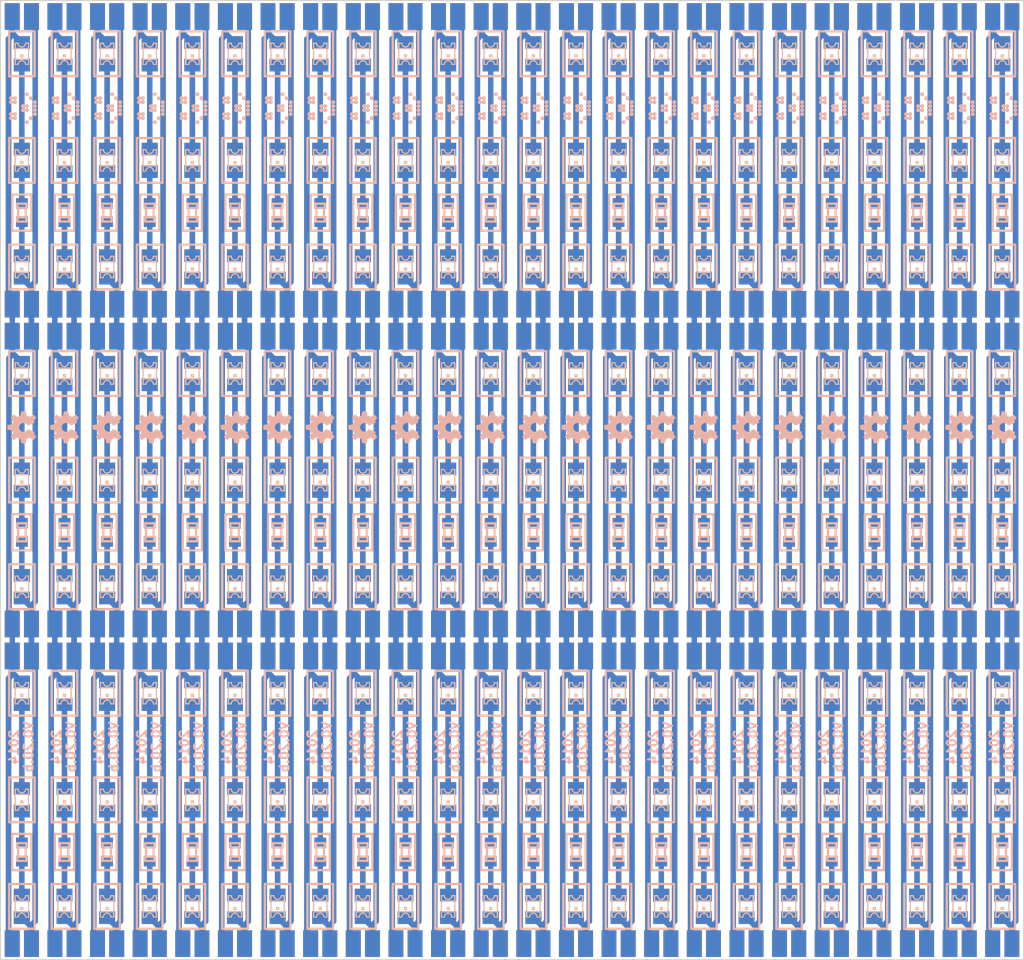
<source format=kicad_pcb>
(kicad_pcb (version 3) (host pcbnew "(2014-05-23 BZR 4886)-product")
  (title_block (title LED-strip_90x4mm__panel-v-cut) (date "25 May 2014") (rev 0.20.b) (company "2014 - blog.spitzenpfeil.org"))
  (layers (15 Front signal) (0 Back signal) (18 B.Paste user) (19 F.Paste user) (20 B.SilkS user) (21 F.SilkS user) (22 B.Mask user) (23 F.Mask user) (28 Edge.Cuts user))
  (net 0 "")
  (net 1 "Net-(D1-Pad2)")
  (net 2 "Net-(D2-Pad2)")
  (net 3 /VCC)
  (net 4 /GND)
  (net 5 "Net-(D3-Pad1)")
  (net 6 "Net-(D4-Pad2)")
  (net 7 "Net-(D5-Pad2)")
  (net 8 "Net-(D6-Pad1)")
  (net 9 "Net-(D7-Pad2)")
  (net 10 "Net-(D8-Pad2)")
  (net 11 "Net-(D9-Pad1)")
  (net 12 "Net-(D10-Pad2)")
  (net 13 "Net-(D11-Pad2)")
  (net 14 "Net-(D12-Pad1)")
  (net 15 "Net-(D13-Pad2)")
  (net 16 "Net-(D14-Pad2)")
  (net 17 "Net-(D15-Pad1)")
  (net 18 "Net-(D16-Pad2)")
  (net 19 "Net-(D17-Pad2)")
  (net 20 "Net-(D18-Pad1)")
  (module my_parts:MADW__SMD_2-pin_square_3.2x2.5mm (layer Back) (at 262.1 56.5 180)
    (fp_text reference P7 hide)
    (fp_text value CONN_2 hide)
    (pad 2 smd rect (at -0.9 0 180) (size 1.4 2.5) (layers Back B.Mask) (net 4 /GND))
    (pad 1 smd rect (at 0.9 0 180) (size 1.4 2.5) (layers Back B.Mask) (net 3 /VCC))
  )
  (module my_parts:MADW__SMD_2-pin_square_3.2x2.5mm (layer Front) (at 262.1 143.5 180)
    (fp_text reference P1 hide)
    (fp_text value CONN_2 hide)
    (pad 2 smd rect (at -0.9 0 180) (size 1.4 2.5) (layers Front F.Mask) (net 4 /GND))
    (pad 1 smd rect (at 0.9 0 180) (size 1.4 2.5) (layers Front F.Mask) (net 3 /VCC))
  )
  (module my_parts:MADW__SMD_2-pin_square_3.2x2.5mm (layer Back) (at 262.1 83.5 180)
    (fp_text reference P8 hide)
    (fp_text value CONN_2 hide)
    (pad 2 smd rect (at -0.9 0 180) (size 1.4 2.5) (layers Back B.Mask) (net 4 /GND))
    (pad 1 smd rect (at 0.9 0 180) (size 1.4 2.5) (layers Back B.Mask) (net 3 /VCC))
  )
  (module my_parts:MADW__SMD_2-pin_square_3.2x2.5mm (layer Back) (at 262.1 86.5 180)
    (fp_text reference P9 hide)
    (fp_text value CONN_2 hide)
    (pad 2 smd rect (at -0.9 0 180) (size 1.4 2.5) (layers Back B.Mask) (net 4 /GND))
    (pad 1 smd rect (at 0.9 0 180) (size 1.4 2.5) (layers Back B.Mask) (net 3 /VCC))
  )
  (module my_parts:MADW__SMD_2-pin_square_3.2x2.5mm (layer Back) (at 262.1 113.5 180)
    (fp_text reference P10 hide)
    (fp_text value CONN_2 hide)
    (pad 2 smd rect (at -0.9 0 180) (size 1.4 2.5) (layers Back B.Mask) (net 4 /GND))
    (pad 1 smd rect (at 0.9 0 180) (size 1.4 2.5) (layers Back B.Mask) (net 3 /VCC))
  )
  (module my_parts:MADW__SMD_2-pin_square_3.2x2.5mm (layer Back) (at 262.1 116.5 180)
    (fp_text reference P11 hide)
    (fp_text value CONN_2 hide)
    (pad 2 smd rect (at -0.9 0 180) (size 1.4 2.5) (layers Back B.Mask) (net 4 /GND))
    (pad 1 smd rect (at 0.9 0 180) (size 1.4 2.5) (layers Back B.Mask) (net 3 /VCC))
  )
  (module my_parts:MADW__SMD_2-pin_square_3.2x2.5mm (layer Back) (at 262.1 143.5 180)
    (fp_text reference P12 hide)
    (fp_text value CONN_2 hide)
    (pad 2 smd rect (at -0.9 0 180) (size 1.4 2.5) (layers Back B.Mask) (net 4 /GND))
    (pad 1 smd rect (at 0.9 0 180) (size 1.4 2.5) (layers Back B.Mask) (net 3 /VCC))
  )
  (module my_parts:MADW__SMD_2-pin_square_3.2x2.5mm (layer Front) (at 262.1 83.5 180)
    (fp_text reference P5 hide)
    (fp_text value CONN_2 hide)
    (pad 2 smd rect (at -0.9 0 180) (size 1.4 2.5) (layers Front F.Mask) (net 4 /GND))
    (pad 1 smd rect (at 0.9 0 180) (size 1.4 2.5) (layers Front F.Mask) (net 3 /VCC))
  )
  (module my_parts:MADW__SMD_2-pin_square_3.2x2.5mm (layer Front) (at 262.1 113.5 180)
    (fp_text reference P3 hide)
    (fp_text value CONN_2 hide)
    (pad 2 smd rect (at -0.9 0 180) (size 1.4 2.5) (layers Front F.Mask) (net 4 /GND))
    (pad 1 smd rect (at 0.9 0 180) (size 1.4 2.5) (layers Front F.Mask) (net 3 /VCC))
  )
  (module my_parts:MADW__SMD_2-pin_square_3.2x2.5mm (layer Front) (at 262.1 56.5 180)
    (fp_text reference P6 hide)
    (fp_text value CONN_2 hide)
    (pad 2 smd rect (at -0.9 0 180) (size 1.4 2.5) (layers Front F.Mask) (net 4 /GND))
    (pad 1 smd rect (at 0.9 0 180) (size 1.4 2.5) (layers Front F.Mask) (net 3 /VCC))
  )
  (module my_parts:MADW__R0603_2 (layer Front) (at 262.1 104.9 270)
    (fp_text reference R2 hide)
    (fp_text value R hide)
    (pad 1 smd rect (at -0.84836 0 270) (size 0.99822 1.09982) (layers Front F.Paste F.Mask) (net 7 "Net-(D5-Pad2)"))
    (pad 2 smd rect (at 0.84836 0 270) (size 0.99822 1.09982) (layers Front F.Paste F.Mask) (net 8 "Net-(D6-Pad1)"))
  )
  (module my_parts:MADW__R0603_2 (layer Front) (at 262.1 134.9 270)
    (fp_text reference R1 hide)
    (fp_text value R hide)
    (pad 1 smd rect (at -0.84836 0 270) (size 0.99822 1.09982) (layers Front F.Paste F.Mask) (net 2 "Net-(D2-Pad2)"))
    (pad 2 smd rect (at 0.84836 0 270) (size 0.99822 1.09982) (layers Front F.Paste F.Mask) (net 5 "Net-(D3-Pad1)"))
  )
  (module my_parts:MADW__R0603_2 (layer Back) (at 262.1 104.9 270)
    (fp_text reference R5 hide)
    (fp_text value R hide)
    (pad 1 smd rect (at -0.84836 0 270) (size 0.99822 1.09982) (layers Back B.Paste B.Mask) (net 16 "Net-(D14-Pad2)"))
    (pad 2 smd rect (at 0.84836 0 270) (size 0.99822 1.09982) (layers Back B.Paste B.Mask) (net 17 "Net-(D15-Pad1)"))
  )
  (module my_parts:MADW__R0603_2 (layer Back) (at 262.1 134.9 270)
    (fp_text reference R6 hide)
    (fp_text value R hide)
    (pad 1 smd rect (at -0.84836 0 270) (size 0.99822 1.09982) (layers Back B.Paste B.Mask) (net 19 "Net-(D17-Pad2)"))
    (pad 2 smd rect (at 0.84836 0 270) (size 0.99822 1.09982) (layers Back B.Paste B.Mask) (net 20 "Net-(D18-Pad1)"))
  )
  (module my_parts:MADW__R0603_2 (layer Front) (at 262.1 74.9 270)
    (fp_text reference R3 hide)
    (fp_text value R hide)
    (pad 1 smd rect (at -0.84836 0 270) (size 0.99822 1.09982) (layers Front F.Paste F.Mask) (net 10 "Net-(D8-Pad2)"))
    (pad 2 smd rect (at 0.84836 0 270) (size 0.99822 1.09982) (layers Front F.Paste F.Mask) (net 11 "Net-(D9-Pad1)"))
  )
  (module my_parts:MADW__R0603_2 (layer Back) (at 262.1 74.9 270)
    (fp_text reference R4 hide)
    (fp_text value R hide)
    (pad 1 smd rect (at -0.84836 0 270) (size 0.99822 1.09982) (layers Back B.Paste B.Mask) (net 13 "Net-(D11-Pad2)"))
    (pad 2 smd rect (at 0.84836 0 270) (size 0.99822 1.09982) (layers Back B.Paste B.Mask) (net 14 "Net-(D12-Pad1)"))
  )
  (module my_parts:MADW__CHIPLED-0805 (layer Back) (at 262.1 60 270)
    (fp_text reference D10 hide)
    (fp_text value LED hide)
    (pad 1 smd rect (at -1.04902 0 270) (size 1.2 1.5) (layers Back B.Paste B.Mask) (net 3 /VCC))
    (pad 2 smd rect (at 1.04902 0 270) (size 1.2 1.5) (layers Back B.Paste B.Mask) (net 12 "Net-(D10-Pad2)"))
  )
  (module my_parts:MADW__CHIPLED-0805 (layer Front) (at 262.1 60 270)
    (fp_text reference D7 hide)
    (fp_text value LED hide)
    (pad 1 smd rect (at -1.04902 0 270) (size 1.2 1.5) (layers Front F.Paste F.Mask) (net 3 /VCC))
    (pad 2 smd rect (at 1.04902 0 270) (size 1.2 1.5) (layers Front F.Paste F.Mask) (net 9 "Net-(D7-Pad2)"))
  )
  (module my_parts:MADW__CHIPLED-0805 (layer Front) (at 262.1 90 270)
    (fp_text reference D4 hide)
    (fp_text value LED hide)
    (pad 1 smd rect (at -1.04902 0 270) (size 1.2 1.5) (layers Front F.Paste F.Mask) (net 3 /VCC))
    (pad 2 smd rect (at 1.04902 0 270) (size 1.2 1.5) (layers Front F.Paste F.Mask) (net 6 "Net-(D4-Pad2)"))
  )
  (module my_parts:MADW__CHIPLED-0805 (layer Front) (at 262.1 100 270)
    (fp_text reference D5 hide)
    (fp_text value LED hide)
    (pad 1 smd rect (at -1.04902 0 270) (size 1.2 1.5) (layers Front F.Paste F.Mask) (net 6 "Net-(D4-Pad2)"))
    (pad 2 smd rect (at 1.04902 0 270) (size 1.2 1.5) (layers Front F.Paste F.Mask) (net 7 "Net-(D5-Pad2)"))
  )
  (module my_parts:MADW__CHIPLED-0805 (layer Front) (at 262.1 110 270)
    (fp_text reference D6 hide)
    (fp_text value LED hide)
    (pad 1 smd rect (at -1.04902 0 270) (size 1.2 1.5) (layers Front F.Paste F.Mask) (net 8 "Net-(D6-Pad1)"))
    (pad 2 smd rect (at 1.04902 0 270) (size 1.2 1.5) (layers Front F.Paste F.Mask) (net 4 /GND))
  )
  (module my_parts:MADW__CHIPLED-0805 (layer Front) (at 262.1 120 270)
    (fp_text reference D1 hide)
    (fp_text value LED hide)
    (pad 1 smd rect (at -1.04902 0 270) (size 1.2 1.5) (layers Front F.Paste F.Mask) (net 3 /VCC))
    (pad 2 smd rect (at 1.04902 0 270) (size 1.2 1.5) (layers Front F.Paste F.Mask) (net 1 "Net-(D1-Pad2)"))
  )
  (module my_parts:MADW__CHIPLED-0805 (layer Front) (at 262.1 130 270)
    (fp_text reference D2 hide)
    (fp_text value LED hide)
    (pad 1 smd rect (at -1.04902 0 270) (size 1.2 1.5) (layers Front F.Paste F.Mask) (net 1 "Net-(D1-Pad2)"))
    (pad 2 smd rect (at 1.04902 0 270) (size 1.2 1.5) (layers Front F.Paste F.Mask) (net 2 "Net-(D2-Pad2)"))
  )
  (module my_parts:MADW__CHIPLED-0805 (layer Front) (at 262.1 140 270)
    (fp_text reference D3 hide)
    (fp_text value LED hide)
    (pad 1 smd rect (at -1.04902 0 270) (size 1.2 1.5) (layers Front F.Paste F.Mask) (net 5 "Net-(D3-Pad1)"))
    (pad 2 smd rect (at 1.04902 0 270) (size 1.2 1.5) (layers Front F.Paste F.Mask) (net 4 /GND))
  )
  (module my_parts:MADW__CHIPLED-0805 (layer Back) (at 262.1 90 270)
    (fp_text reference D13 hide)
    (fp_text value LED hide)
    (pad 1 smd rect (at -1.04902 0 270) (size 1.2 1.5) (layers Back B.Paste B.Mask) (net 3 /VCC))
    (pad 2 smd rect (at 1.04902 0 270) (size 1.2 1.5) (layers Back B.Paste B.Mask) (net 15 "Net-(D13-Pad2)"))
  )
  (module my_parts:MADW__CHIPLED-0805 (layer Back) (at 262.1 100 270)
    (fp_text reference D14 hide)
    (fp_text value LED hide)
    (pad 1 smd rect (at -1.04902 0 270) (size 1.2 1.5) (layers Back B.Paste B.Mask) (net 15 "Net-(D13-Pad2)"))
    (pad 2 smd rect (at 1.04902 0 270) (size 1.2 1.5) (layers Back B.Paste B.Mask) (net 16 "Net-(D14-Pad2)"))
  )
  (module my_parts:MADW__CHIPLED-0805 (layer Back) (at 262.1 110 270)
    (fp_text reference D15 hide)
    (fp_text value LED hide)
    (pad 1 smd rect (at -1.04902 0 270) (size 1.2 1.5) (layers Back B.Paste B.Mask) (net 17 "Net-(D15-Pad1)"))
    (pad 2 smd rect (at 1.04902 0 270) (size 1.2 1.5) (layers Back B.Paste B.Mask) (net 4 /GND))
  )
  (module my_parts:MADW__CHIPLED-0805 (layer Back) (at 262.1 120 270)
    (fp_text reference D16 hide)
    (fp_text value LED hide)
    (pad 1 smd rect (at -1.04902 0 270) (size 1.2 1.5) (layers Back B.Paste B.Mask) (net 3 /VCC))
    (pad 2 smd rect (at 1.04902 0 270) (size 1.2 1.5) (layers Back B.Paste B.Mask) (net 18 "Net-(D16-Pad2)"))
  )
  (module my_parts:MADW__CHIPLED-0805 (layer Back) (at 262.1 130 270)
    (fp_text reference D17 hide)
    (fp_text value LED hide)
    (pad 1 smd rect (at -1.04902 0 270) (size 1.2 1.5) (layers Back B.Paste B.Mask) (net 18 "Net-(D16-Pad2)"))
    (pad 2 smd rect (at 1.04902 0 270) (size 1.2 1.5) (layers Back B.Paste B.Mask) (net 19 "Net-(D17-Pad2)"))
  )
  (module my_parts:MADW__CHIPLED-0805 (layer Back) (at 262.1 140 270)
    (fp_text reference D18 hide)
    (fp_text value LED hide)
    (pad 1 smd rect (at -1.04902 0 270) (size 1.2 1.5) (layers Back B.Paste B.Mask) (net 20 "Net-(D18-Pad1)"))
    (pad 2 smd rect (at 1.04902 0 270) (size 1.2 1.5) (layers Back B.Paste B.Mask) (net 4 /GND))
  )
  (module my_parts:MADW__CHIPLED-0805 (layer Front) (at 262.1 70 270)
    (fp_text reference D8 hide)
    (fp_text value LED hide)
    (pad 1 smd rect (at -1.04902 0 270) (size 1.2 1.5) (layers Front F.Paste F.Mask) (net 9 "Net-(D7-Pad2)"))
    (pad 2 smd rect (at 1.04902 0 270) (size 1.2 1.5) (layers Front F.Paste F.Mask) (net 10 "Net-(D8-Pad2)"))
  )
  (module my_parts:MADW__CHIPLED-0805 (layer Back) (at 262.1 70 270)
    (fp_text reference D11 hide)
    (fp_text value LED hide)
    (pad 1 smd rect (at -1.04902 0 270) (size 1.2 1.5) (layers Back B.Paste B.Mask) (net 12 "Net-(D10-Pad2)"))
    (pad 2 smd rect (at 1.04902 0 270) (size 1.2 1.5) (layers Back B.Paste B.Mask) (net 13 "Net-(D11-Pad2)"))
  )
  (module my_parts:MADW__CHIPLED-0805 (layer Front) (at 262.1 80 270)
    (fp_text reference D9 hide)
    (fp_text value LED hide)
    (pad 1 smd rect (at -1.04902 0 270) (size 1.2 1.5) (layers Front F.Paste F.Mask) (net 11 "Net-(D9-Pad1)"))
    (pad 2 smd rect (at 1.04902 0 270) (size 1.2 1.5) (layers Front F.Paste F.Mask) (net 4 /GND))
  )
  (module my_parts:MADW__CHIPLED-0805 (layer Back) (at 262.1 80 270)
    (fp_text reference D12 hide)
    (fp_text value LED hide)
    (pad 1 smd rect (at -1.04902 0 270) (size 1.2 1.5) (layers Back B.Paste B.Mask) (net 14 "Net-(D12-Pad1)"))
    (pad 2 smd rect (at 1.04902 0 270) (size 1.2 1.5) (layers Back B.Paste B.Mask) (net 4 /GND))
  )
  (module led-smile:LED_smile_silkscreen_3mm (layer Back) (at 262.2 65.1 90)
    (fp_text reference G1 hide)
    (fp_text value LED_smile_silkscreen_3mm hide)
  )
  (module oshw-logo:OSHW-logo_silkscreen_3mm (layer Back) (at 262.1 95.05 90)
    (fp_text reference G2 hide)
    (fp_text value OSHW-logo_silkscreen_3mm hide)
  )
  (module my_parts:MADW__SMD_2-pin_square_3.2x2.5mm (layer Front) (at 262.1 86.5 180)
    (fp_text reference P4 hide)
    (fp_text value CONN_2 hide)
    (pad 2 smd rect (at -0.9 0 180) (size 1.4 2.5) (layers Front F.Mask) (net 4 /GND))
    (pad 1 smd rect (at 0.9 0 180) (size 1.4 2.5) (layers Front F.Mask) (net 3 /VCC))
    (pad "" np_thru_hole circle (at 0 1.5 180) (size 0.3 0.3) (drill 0.3) (layers *.Cu))
    (pad "" np_thru_hole circle (at 1.6 1.5 180) (size 0.3 0.3) (drill 0.3) (layers *.Cu))
    (pad "" np_thru_hole circle (at -1.6 1.5 180) (size 0.3 0.3) (drill 0.3) (layers *.Cu))
  )
  (module my_parts:MADW__SMD_2-pin_square_3.2x2.5mm (layer Front) (at 262.1 116.5 180)
    (fp_text reference P2 hide)
    (fp_text value CONN_2 hide)
    (pad 2 smd rect (at -0.9 0 180) (size 1.4 2.5) (layers Front F.Mask) (net 4 /GND))
    (pad 1 smd rect (at 0.9 0 180) (size 1.4 2.5) (layers Front F.Mask) (net 3 /VCC))
    (pad "" np_thru_hole circle (at 0 1.5 180) (size 0.3 0.3) (drill 0.3) (layers *.Cu))
    (pad "" np_thru_hole circle (at 1.6 1.5 180) (size 0.3 0.3) (drill 0.3) (layers *.Cu))
    (pad "" np_thru_hole circle (at -1.6 1.5 180) (size 0.3 0.3) (drill 0.3) (layers *.Cu))
  )
  (module my_parts:MADW__SMD_2-pin_square_3.2x2.5mm (layer Front) (at 266.1 116.5 180)
    (fp_text reference P2 hide)
    (fp_text value CONN_2 hide)
    (pad 2 smd rect (at -0.9 0 180) (size 1.4 2.5) (layers Front F.Mask) (net 4 /GND))
    (pad 1 smd rect (at 0.9 0 180) (size 1.4 2.5) (layers Front F.Mask) (net 3 /VCC))
    (pad "" np_thru_hole circle (at 0 1.5 180) (size 0.3 0.3) (drill 0.3) (layers *.Cu))
    (pad "" np_thru_hole circle (at 1.6 1.5 180) (size 0.3 0.3) (drill 0.3) (layers *.Cu))
    (pad "" np_thru_hole circle (at -1.6 1.5 180) (size 0.3 0.3) (drill 0.3) (layers *.Cu))
  )
  (module my_parts:MADW__SMD_2-pin_square_3.2x2.5mm (layer Front) (at 266.1 86.5 180)
    (fp_text reference P4 hide)
    (fp_text value CONN_2 hide)
    (pad 2 smd rect (at -0.9 0 180) (size 1.4 2.5) (layers Front F.Mask) (net 4 /GND))
    (pad 1 smd rect (at 0.9 0 180) (size 1.4 2.5) (layers Front F.Mask) (net 3 /VCC))
    (pad "" np_thru_hole circle (at 0 1.5 180) (size 0.3 0.3) (drill 0.3) (layers *.Cu))
    (pad "" np_thru_hole circle (at 1.6 1.5 180) (size 0.3 0.3) (drill 0.3) (layers *.Cu))
    (pad "" np_thru_hole circle (at -1.6 1.5 180) (size 0.3 0.3) (drill 0.3) (layers *.Cu))
  )
  (module oshw-logo:OSHW-logo_silkscreen_3mm (layer Back) (at 266.1 95.05 90)
    (fp_text reference G2 hide)
    (fp_text value OSHW-logo_silkscreen_3mm hide)
  )
  (module led-smile:LED_smile_silkscreen_3mm (layer Back) (at 266.2 65.1 90)
    (fp_text reference G1 hide)
    (fp_text value LED_smile_silkscreen_3mm hide)
  )
  (module my_parts:MADW__CHIPLED-0805 (layer Back) (at 266.1 80 270)
    (fp_text reference D12 hide)
    (fp_text value LED hide)
    (pad 1 smd rect (at -1.04902 0 270) (size 1.2 1.5) (layers Back B.Paste B.Mask) (net 14 "Net-(D12-Pad1)"))
    (pad 2 smd rect (at 1.04902 0 270) (size 1.2 1.5) (layers Back B.Paste B.Mask) (net 4 /GND))
  )
  (module my_parts:MADW__CHIPLED-0805 (layer Front) (at 266.1 80 270)
    (fp_text reference D9 hide)
    (fp_text value LED hide)
    (pad 1 smd rect (at -1.04902 0 270) (size 1.2 1.5) (layers Front F.Paste F.Mask) (net 11 "Net-(D9-Pad1)"))
    (pad 2 smd rect (at 1.04902 0 270) (size 1.2 1.5) (layers Front F.Paste F.Mask) (net 4 /GND))
  )
  (module my_parts:MADW__CHIPLED-0805 (layer Back) (at 266.1 70 270)
    (fp_text reference D11 hide)
    (fp_text value LED hide)
    (pad 1 smd rect (at -1.04902 0 270) (size 1.2 1.5) (layers Back B.Paste B.Mask) (net 12 "Net-(D10-Pad2)"))
    (pad 2 smd rect (at 1.04902 0 270) (size 1.2 1.5) (layers Back B.Paste B.Mask) (net 13 "Net-(D11-Pad2)"))
  )
  (module my_parts:MADW__CHIPLED-0805 (layer Front) (at 266.1 70 270)
    (fp_text reference D8 hide)
    (fp_text value LED hide)
    (pad 1 smd rect (at -1.04902 0 270) (size 1.2 1.5) (layers Front F.Paste F.Mask) (net 9 "Net-(D7-Pad2)"))
    (pad 2 smd rect (at 1.04902 0 270) (size 1.2 1.5) (layers Front F.Paste F.Mask) (net 10 "Net-(D8-Pad2)"))
  )
  (module my_parts:MADW__CHIPLED-0805 (layer Back) (at 266.1 140 270)
    (fp_text reference D18 hide)
    (fp_text value LED hide)
    (pad 1 smd rect (at -1.04902 0 270) (size 1.2 1.5) (layers Back B.Paste B.Mask) (net 20 "Net-(D18-Pad1)"))
    (pad 2 smd rect (at 1.04902 0 270) (size 1.2 1.5) (layers Back B.Paste B.Mask) (net 4 /GND))
  )
  (module my_parts:MADW__CHIPLED-0805 (layer Back) (at 266.1 130 270)
    (fp_text reference D17 hide)
    (fp_text value LED hide)
    (pad 1 smd rect (at -1.04902 0 270) (size 1.2 1.5) (layers Back B.Paste B.Mask) (net 18 "Net-(D16-Pad2)"))
    (pad 2 smd rect (at 1.04902 0 270) (size 1.2 1.5) (layers Back B.Paste B.Mask) (net 19 "Net-(D17-Pad2)"))
  )
  (module my_parts:MADW__CHIPLED-0805 (layer Back) (at 266.1 120 270)
    (fp_text reference D16 hide)
    (fp_text value LED hide)
    (pad 1 smd rect (at -1.04902 0 270) (size 1.2 1.5) (layers Back B.Paste B.Mask) (net 3 /VCC))
    (pad 2 smd rect (at 1.04902 0 270) (size 1.2 1.5) (layers Back B.Paste B.Mask) (net 18 "Net-(D16-Pad2)"))
  )
  (module my_parts:MADW__CHIPLED-0805 (layer Back) (at 266.1 110 270)
    (fp_text reference D15 hide)
    (fp_text value LED hide)
    (pad 1 smd rect (at -1.04902 0 270) (size 1.2 1.5) (layers Back B.Paste B.Mask) (net 17 "Net-(D15-Pad1)"))
    (pad 2 smd rect (at 1.04902 0 270) (size 1.2 1.5) (layers Back B.Paste B.Mask) (net 4 /GND))
  )
  (module my_parts:MADW__CHIPLED-0805 (layer Back) (at 266.1 100 270)
    (fp_text reference D14 hide)
    (fp_text value LED hide)
    (pad 1 smd rect (at -1.04902 0 270) (size 1.2 1.5) (layers Back B.Paste B.Mask) (net 15 "Net-(D13-Pad2)"))
    (pad 2 smd rect (at 1.04902 0 270) (size 1.2 1.5) (layers Back B.Paste B.Mask) (net 16 "Net-(D14-Pad2)"))
  )
  (module my_parts:MADW__CHIPLED-0805 (layer Back) (at 266.1 90 270)
    (fp_text reference D13 hide)
    (fp_text value LED hide)
    (pad 1 smd rect (at -1.04902 0 270) (size 1.2 1.5) (layers Back B.Paste B.Mask) (net 3 /VCC))
    (pad 2 smd rect (at 1.04902 0 270) (size 1.2 1.5) (layers Back B.Paste B.Mask) (net 15 "Net-(D13-Pad2)"))
  )
  (module my_parts:MADW__CHIPLED-0805 (layer Front) (at 266.1 140 270)
    (fp_text reference D3 hide)
    (fp_text value LED hide)
    (pad 1 smd rect (at -1.04902 0 270) (size 1.2 1.5) (layers Front F.Paste F.Mask) (net 5 "Net-(D3-Pad1)"))
    (pad 2 smd rect (at 1.04902 0 270) (size 1.2 1.5) (layers Front F.Paste F.Mask) (net 4 /GND))
  )
  (module my_parts:MADW__CHIPLED-0805 (layer Front) (at 266.1 130 270)
    (fp_text reference D2 hide)
    (fp_text value LED hide)
    (pad 1 smd rect (at -1.04902 0 270) (size 1.2 1.5) (layers Front F.Paste F.Mask) (net 1 "Net-(D1-Pad2)"))
    (pad 2 smd rect (at 1.04902 0 270) (size 1.2 1.5) (layers Front F.Paste F.Mask) (net 2 "Net-(D2-Pad2)"))
  )
  (module my_parts:MADW__CHIPLED-0805 (layer Front) (at 266.1 120 270)
    (fp_text reference D1 hide)
    (fp_text value LED hide)
    (pad 1 smd rect (at -1.04902 0 270) (size 1.2 1.5) (layers Front F.Paste F.Mask) (net 3 /VCC))
    (pad 2 smd rect (at 1.04902 0 270) (size 1.2 1.5) (layers Front F.Paste F.Mask) (net 1 "Net-(D1-Pad2)"))
  )
  (module my_parts:MADW__CHIPLED-0805 (layer Front) (at 266.1 110 270)
    (fp_text reference D6 hide)
    (fp_text value LED hide)
    (pad 1 smd rect (at -1.04902 0 270) (size 1.2 1.5) (layers Front F.Paste F.Mask) (net 8 "Net-(D6-Pad1)"))
    (pad 2 smd rect (at 1.04902 0 270) (size 1.2 1.5) (layers Front F.Paste F.Mask) (net 4 /GND))
  )
  (module my_parts:MADW__CHIPLED-0805 (layer Front) (at 266.1 100 270)
    (fp_text reference D5 hide)
    (fp_text value LED hide)
    (pad 1 smd rect (at -1.04902 0 270) (size 1.2 1.5) (layers Front F.Paste F.Mask) (net 6 "Net-(D4-Pad2)"))
    (pad 2 smd rect (at 1.04902 0 270) (size 1.2 1.5) (layers Front F.Paste F.Mask) (net 7 "Net-(D5-Pad2)"))
  )
  (module my_parts:MADW__CHIPLED-0805 (layer Front) (at 266.1 90 270)
    (fp_text reference D4 hide)
    (fp_text value LED hide)
    (pad 1 smd rect (at -1.04902 0 270) (size 1.2 1.5) (layers Front F.Paste F.Mask) (net 3 /VCC))
    (pad 2 smd rect (at 1.04902 0 270) (size 1.2 1.5) (layers Front F.Paste F.Mask) (net 6 "Net-(D4-Pad2)"))
  )
  (module my_parts:MADW__CHIPLED-0805 (layer Front) (at 266.1 60 270)
    (fp_text reference D7 hide)
    (fp_text value LED hide)
    (pad 1 smd rect (at -1.04902 0 270) (size 1.2 1.5) (layers Front F.Paste F.Mask) (net 3 /VCC))
    (pad 2 smd rect (at 1.04902 0 270) (size 1.2 1.5) (layers Front F.Paste F.Mask) (net 9 "Net-(D7-Pad2)"))
  )
  (module my_parts:MADW__CHIPLED-0805 (layer Back) (at 266.1 60 270)
    (fp_text reference D10 hide)
    (fp_text value LED hide)
    (pad 1 smd rect (at -1.04902 0 270) (size 1.2 1.5) (layers Back B.Paste B.Mask) (net 3 /VCC))
    (pad 2 smd rect (at 1.04902 0 270) (size 1.2 1.5) (layers Back B.Paste B.Mask) (net 12 "Net-(D10-Pad2)"))
  )
  (module my_parts:MADW__R0603_2 (layer Back) (at 266.1 74.9 270)
    (fp_text reference R4 hide)
    (fp_text value R hide)
    (pad 1 smd rect (at -0.84836 0 270) (size 0.99822 1.09982) (layers Back B.Paste B.Mask) (net 13 "Net-(D11-Pad2)"))
    (pad 2 smd rect (at 0.84836 0 270) (size 0.99822 1.09982) (layers Back B.Paste B.Mask) (net 14 "Net-(D12-Pad1)"))
  )
  (module my_parts:MADW__R0603_2 (layer Front) (at 266.1 74.9 270)
    (fp_text reference R3 hide)
    (fp_text value R hide)
    (pad 1 smd rect (at -0.84836 0 270) (size 0.99822 1.09982) (layers Front F.Paste F.Mask) (net 10 "Net-(D8-Pad2)"))
    (pad 2 smd rect (at 0.84836 0 270) (size 0.99822 1.09982) (layers Front F.Paste F.Mask) (net 11 "Net-(D9-Pad1)"))
  )
  (module my_parts:MADW__R0603_2 (layer Back) (at 266.1 134.9 270)
    (fp_text reference R6 hide)
    (fp_text value R hide)
    (pad 1 smd rect (at -0.84836 0 270) (size 0.99822 1.09982) (layers Back B.Paste B.Mask) (net 19 "Net-(D17-Pad2)"))
    (pad 2 smd rect (at 0.84836 0 270) (size 0.99822 1.09982) (layers Back B.Paste B.Mask) (net 20 "Net-(D18-Pad1)"))
  )
  (module my_parts:MADW__R0603_2 (layer Back) (at 266.1 104.9 270)
    (fp_text reference R5 hide)
    (fp_text value R hide)
    (pad 1 smd rect (at -0.84836 0 270) (size 0.99822 1.09982) (layers Back B.Paste B.Mask) (net 16 "Net-(D14-Pad2)"))
    (pad 2 smd rect (at 0.84836 0 270) (size 0.99822 1.09982) (layers Back B.Paste B.Mask) (net 17 "Net-(D15-Pad1)"))
  )
  (module my_parts:MADW__R0603_2 (layer Front) (at 266.1 134.9 270)
    (fp_text reference R1 hide)
    (fp_text value R hide)
    (pad 1 smd rect (at -0.84836 0 270) (size 0.99822 1.09982) (layers Front F.Paste F.Mask) (net 2 "Net-(D2-Pad2)"))
    (pad 2 smd rect (at 0.84836 0 270) (size 0.99822 1.09982) (layers Front F.Paste F.Mask) (net 5 "Net-(D3-Pad1)"))
  )
  (module my_parts:MADW__R0603_2 (layer Front) (at 266.1 104.9 270)
    (fp_text reference R2 hide)
    (fp_text value R hide)
    (pad 1 smd rect (at -0.84836 0 270) (size 0.99822 1.09982) (layers Front F.Paste F.Mask) (net 7 "Net-(D5-Pad2)"))
    (pad 2 smd rect (at 0.84836 0 270) (size 0.99822 1.09982) (layers Front F.Paste F.Mask) (net 8 "Net-(D6-Pad1)"))
  )
  (module my_parts:MADW__SMD_2-pin_square_3.2x2.5mm (layer Front) (at 266.1 56.5 180)
    (fp_text reference P6 hide)
    (fp_text value CONN_2 hide)
    (pad 2 smd rect (at -0.9 0 180) (size 1.4 2.5) (layers Front F.Mask) (net 4 /GND))
    (pad 1 smd rect (at 0.9 0 180) (size 1.4 2.5) (layers Front F.Mask) (net 3 /VCC))
  )
  (module my_parts:MADW__SMD_2-pin_square_3.2x2.5mm (layer Front) (at 266.1 113.5 180)
    (fp_text reference P3 hide)
    (fp_text value CONN_2 hide)
    (pad 2 smd rect (at -0.9 0 180) (size 1.4 2.5) (layers Front F.Mask) (net 4 /GND))
    (pad 1 smd rect (at 0.9 0 180) (size 1.4 2.5) (layers Front F.Mask) (net 3 /VCC))
  )
  (module my_parts:MADW__SMD_2-pin_square_3.2x2.5mm (layer Front) (at 266.1 83.5 180)
    (fp_text reference P5 hide)
    (fp_text value CONN_2 hide)
    (pad 2 smd rect (at -0.9 0 180) (size 1.4 2.5) (layers Front F.Mask) (net 4 /GND))
    (pad 1 smd rect (at 0.9 0 180) (size 1.4 2.5) (layers Front F.Mask) (net 3 /VCC))
  )
  (module my_parts:MADW__SMD_2-pin_square_3.2x2.5mm (layer Back) (at 266.1 143.5 180)
    (fp_text reference P12 hide)
    (fp_text value CONN_2 hide)
    (pad 2 smd rect (at -0.9 0 180) (size 1.4 2.5) (layers Back B.Mask) (net 4 /GND))
    (pad 1 smd rect (at 0.9 0 180) (size 1.4 2.5) (layers Back B.Mask) (net 3 /VCC))
  )
  (module my_parts:MADW__SMD_2-pin_square_3.2x2.5mm (layer Back) (at 266.1 116.5 180)
    (fp_text reference P11 hide)
    (fp_text value CONN_2 hide)
    (pad 2 smd rect (at -0.9 0 180) (size 1.4 2.5) (layers Back B.Mask) (net 4 /GND))
    (pad 1 smd rect (at 0.9 0 180) (size 1.4 2.5) (layers Back B.Mask) (net 3 /VCC))
  )
  (module my_parts:MADW__SMD_2-pin_square_3.2x2.5mm (layer Back) (at 266.1 113.5 180)
    (fp_text reference P10 hide)
    (fp_text value CONN_2 hide)
    (pad 2 smd rect (at -0.9 0 180) (size 1.4 2.5) (layers Back B.Mask) (net 4 /GND))
    (pad 1 smd rect (at 0.9 0 180) (size 1.4 2.5) (layers Back B.Mask) (net 3 /VCC))
  )
  (module my_parts:MADW__SMD_2-pin_square_3.2x2.5mm (layer Back) (at 266.1 86.5 180)
    (fp_text reference P9 hide)
    (fp_text value CONN_2 hide)
    (pad 2 smd rect (at -0.9 0 180) (size 1.4 2.5) (layers Back B.Mask) (net 4 /GND))
    (pad 1 smd rect (at 0.9 0 180) (size 1.4 2.5) (layers Back B.Mask) (net 3 /VCC))
  )
  (module my_parts:MADW__SMD_2-pin_square_3.2x2.5mm (layer Back) (at 266.1 83.5 180)
    (fp_text reference P8 hide)
    (fp_text value CONN_2 hide)
    (pad 2 smd rect (at -0.9 0 180) (size 1.4 2.5) (layers Back B.Mask) (net 4 /GND))
    (pad 1 smd rect (at 0.9 0 180) (size 1.4 2.5) (layers Back B.Mask) (net 3 /VCC))
  )
  (module my_parts:MADW__SMD_2-pin_square_3.2x2.5mm (layer Front) (at 266.1 143.5 180)
    (fp_text reference P1 hide)
    (fp_text value CONN_2 hide)
    (pad 2 smd rect (at -0.9 0 180) (size 1.4 2.5) (layers Front F.Mask) (net 4 /GND))
    (pad 1 smd rect (at 0.9 0 180) (size 1.4 2.5) (layers Front F.Mask) (net 3 /VCC))
  )
  (module my_parts:MADW__SMD_2-pin_square_3.2x2.5mm (layer Back) (at 266.1 56.5 180)
    (fp_text reference P7 hide)
    (fp_text value CONN_2 hide)
    (pad 2 smd rect (at -0.9 0 180) (size 1.4 2.5) (layers Back B.Mask) (net 4 /GND))
    (pad 1 smd rect (at 0.9 0 180) (size 1.4 2.5) (layers Back B.Mask) (net 3 /VCC))
  )
  (module my_parts:MADW__SMD_2-pin_square_3.2x2.5mm (layer Back) (at 258.1 56.5 180)
    (fp_text reference P7 hide)
    (fp_text value CONN_2 hide)
    (pad 2 smd rect (at -0.9 0 180) (size 1.4 2.5) (layers Back B.Mask) (net 4 /GND))
    (pad 1 smd rect (at 0.9 0 180) (size 1.4 2.5) (layers Back B.Mask) (net 3 /VCC))
  )
  (module my_parts:MADW__SMD_2-pin_square_3.2x2.5mm (layer Front) (at 258.1 143.5 180)
    (fp_text reference P1 hide)
    (fp_text value CONN_2 hide)
    (pad 2 smd rect (at -0.9 0 180) (size 1.4 2.5) (layers Front F.Mask) (net 4 /GND))
    (pad 1 smd rect (at 0.9 0 180) (size 1.4 2.5) (layers Front F.Mask) (net 3 /VCC))
  )
  (module my_parts:MADW__SMD_2-pin_square_3.2x2.5mm (layer Back) (at 258.1 83.5 180)
    (fp_text reference P8 hide)
    (fp_text value CONN_2 hide)
    (pad 2 smd rect (at -0.9 0 180) (size 1.4 2.5) (layers Back B.Mask) (net 4 /GND))
    (pad 1 smd rect (at 0.9 0 180) (size 1.4 2.5) (layers Back B.Mask) (net 3 /VCC))
  )
  (module my_parts:MADW__SMD_2-pin_square_3.2x2.5mm (layer Back) (at 258.1 86.5 180)
    (fp_text reference P9 hide)
    (fp_text value CONN_2 hide)
    (pad 2 smd rect (at -0.9 0 180) (size 1.4 2.5) (layers Back B.Mask) (net 4 /GND))
    (pad 1 smd rect (at 0.9 0 180) (size 1.4 2.5) (layers Back B.Mask) (net 3 /VCC))
  )
  (module my_parts:MADW__SMD_2-pin_square_3.2x2.5mm (layer Back) (at 258.1 113.5 180)
    (fp_text reference P10 hide)
    (fp_text value CONN_2 hide)
    (pad 2 smd rect (at -0.9 0 180) (size 1.4 2.5) (layers Back B.Mask) (net 4 /GND))
    (pad 1 smd rect (at 0.9 0 180) (size 1.4 2.5) (layers Back B.Mask) (net 3 /VCC))
  )
  (module my_parts:MADW__SMD_2-pin_square_3.2x2.5mm (layer Back) (at 258.1 116.5 180)
    (fp_text reference P11 hide)
    (fp_text value CONN_2 hide)
    (pad 2 smd rect (at -0.9 0 180) (size 1.4 2.5) (layers Back B.Mask) (net 4 /GND))
    (pad 1 smd rect (at 0.9 0 180) (size 1.4 2.5) (layers Back B.Mask) (net 3 /VCC))
  )
  (module my_parts:MADW__SMD_2-pin_square_3.2x2.5mm (layer Back) (at 258.1 143.5 180)
    (fp_text reference P12 hide)
    (fp_text value CONN_2 hide)
    (pad 2 smd rect (at -0.9 0 180) (size 1.4 2.5) (layers Back B.Mask) (net 4 /GND))
    (pad 1 smd rect (at 0.9 0 180) (size 1.4 2.5) (layers Back B.Mask) (net 3 /VCC))
  )
  (module my_parts:MADW__SMD_2-pin_square_3.2x2.5mm (layer Front) (at 258.1 83.5 180)
    (fp_text reference P5 hide)
    (fp_text value CONN_2 hide)
    (pad 2 smd rect (at -0.9 0 180) (size 1.4 2.5) (layers Front F.Mask) (net 4 /GND))
    (pad 1 smd rect (at 0.9 0 180) (size 1.4 2.5) (layers Front F.Mask) (net 3 /VCC))
  )
  (module my_parts:MADW__SMD_2-pin_square_3.2x2.5mm (layer Front) (at 258.1 113.5 180)
    (fp_text reference P3 hide)
    (fp_text value CONN_2 hide)
    (pad 2 smd rect (at -0.9 0 180) (size 1.4 2.5) (layers Front F.Mask) (net 4 /GND))
    (pad 1 smd rect (at 0.9 0 180) (size 1.4 2.5) (layers Front F.Mask) (net 3 /VCC))
  )
  (module my_parts:MADW__SMD_2-pin_square_3.2x2.5mm (layer Front) (at 258.1 56.5 180)
    (fp_text reference P6 hide)
    (fp_text value CONN_2 hide)
    (pad 2 smd rect (at -0.9 0 180) (size 1.4 2.5) (layers Front F.Mask) (net 4 /GND))
    (pad 1 smd rect (at 0.9 0 180) (size 1.4 2.5) (layers Front F.Mask) (net 3 /VCC))
  )
  (module my_parts:MADW__R0603_2 (layer Front) (at 258.1 104.9 270)
    (fp_text reference R2 hide)
    (fp_text value R hide)
    (pad 1 smd rect (at -0.84836 0 270) (size 0.99822 1.09982) (layers Front F.Paste F.Mask) (net 7 "Net-(D5-Pad2)"))
    (pad 2 smd rect (at 0.84836 0 270) (size 0.99822 1.09982) (layers Front F.Paste F.Mask) (net 8 "Net-(D6-Pad1)"))
  )
  (module my_parts:MADW__R0603_2 (layer Front) (at 258.1 134.9 270)
    (fp_text reference R1 hide)
    (fp_text value R hide)
    (pad 1 smd rect (at -0.84836 0 270) (size 0.99822 1.09982) (layers Front F.Paste F.Mask) (net 2 "Net-(D2-Pad2)"))
    (pad 2 smd rect (at 0.84836 0 270) (size 0.99822 1.09982) (layers Front F.Paste F.Mask) (net 5 "Net-(D3-Pad1)"))
  )
  (module my_parts:MADW__R0603_2 (layer Back) (at 258.1 104.9 270)
    (fp_text reference R5 hide)
    (fp_text value R hide)
    (pad 1 smd rect (at -0.84836 0 270) (size 0.99822 1.09982) (layers Back B.Paste B.Mask) (net 16 "Net-(D14-Pad2)"))
    (pad 2 smd rect (at 0.84836 0 270) (size 0.99822 1.09982) (layers Back B.Paste B.Mask) (net 17 "Net-(D15-Pad1)"))
  )
  (module my_parts:MADW__R0603_2 (layer Back) (at 258.1 134.9 270)
    (fp_text reference R6 hide)
    (fp_text value R hide)
    (pad 1 smd rect (at -0.84836 0 270) (size 0.99822 1.09982) (layers Back B.Paste B.Mask) (net 19 "Net-(D17-Pad2)"))
    (pad 2 smd rect (at 0.84836 0 270) (size 0.99822 1.09982) (layers Back B.Paste B.Mask) (net 20 "Net-(D18-Pad1)"))
  )
  (module my_parts:MADW__R0603_2 (layer Front) (at 258.1 74.9 270)
    (fp_text reference R3 hide)
    (fp_text value R hide)
    (pad 1 smd rect (at -0.84836 0 270) (size 0.99822 1.09982) (layers Front F.Paste F.Mask) (net 10 "Net-(D8-Pad2)"))
    (pad 2 smd rect (at 0.84836 0 270) (size 0.99822 1.09982) (layers Front F.Paste F.Mask) (net 11 "Net-(D9-Pad1)"))
  )
  (module my_parts:MADW__R0603_2 (layer Back) (at 258.1 74.9 270)
    (fp_text reference R4 hide)
    (fp_text value R hide)
    (pad 1 smd rect (at -0.84836 0 270) (size 0.99822 1.09982) (layers Back B.Paste B.Mask) (net 13 "Net-(D11-Pad2)"))
    (pad 2 smd rect (at 0.84836 0 270) (size 0.99822 1.09982) (layers Back B.Paste B.Mask) (net 14 "Net-(D12-Pad1)"))
  )
  (module my_parts:MADW__CHIPLED-0805 (layer Back) (at 258.1 60 270)
    (fp_text reference D10 hide)
    (fp_text value LED hide)
    (pad 1 smd rect (at -1.04902 0 270) (size 1.2 1.5) (layers Back B.Paste B.Mask) (net 3 /VCC))
    (pad 2 smd rect (at 1.04902 0 270) (size 1.2 1.5) (layers Back B.Paste B.Mask) (net 12 "Net-(D10-Pad2)"))
  )
  (module my_parts:MADW__CHIPLED-0805 (layer Front) (at 258.1 60 270)
    (fp_text reference D7 hide)
    (fp_text value LED hide)
    (pad 1 smd rect (at -1.04902 0 270) (size 1.2 1.5) (layers Front F.Paste F.Mask) (net 3 /VCC))
    (pad 2 smd rect (at 1.04902 0 270) (size 1.2 1.5) (layers Front F.Paste F.Mask) (net 9 "Net-(D7-Pad2)"))
  )
  (module my_parts:MADW__CHIPLED-0805 (layer Front) (at 258.1 90 270)
    (fp_text reference D4 hide)
    (fp_text value LED hide)
    (pad 1 smd rect (at -1.04902 0 270) (size 1.2 1.5) (layers Front F.Paste F.Mask) (net 3 /VCC))
    (pad 2 smd rect (at 1.04902 0 270) (size 1.2 1.5) (layers Front F.Paste F.Mask) (net 6 "Net-(D4-Pad2)"))
  )
  (module my_parts:MADW__CHIPLED-0805 (layer Front) (at 258.1 100 270)
    (fp_text reference D5 hide)
    (fp_text value LED hide)
    (pad 1 smd rect (at -1.04902 0 270) (size 1.2 1.5) (layers Front F.Paste F.Mask) (net 6 "Net-(D4-Pad2)"))
    (pad 2 smd rect (at 1.04902 0 270) (size 1.2 1.5) (layers Front F.Paste F.Mask) (net 7 "Net-(D5-Pad2)"))
  )
  (module my_parts:MADW__CHIPLED-0805 (layer Front) (at 258.1 110 270)
    (fp_text reference D6 hide)
    (fp_text value LED hide)
    (pad 1 smd rect (at -1.04902 0 270) (size 1.2 1.5) (layers Front F.Paste F.Mask) (net 8 "Net-(D6-Pad1)"))
    (pad 2 smd rect (at 1.04902 0 270) (size 1.2 1.5) (layers Front F.Paste F.Mask) (net 4 /GND))
  )
  (module my_parts:MADW__CHIPLED-0805 (layer Front) (at 258.1 120 270)
    (fp_text reference D1 hide)
    (fp_text value LED hide)
    (pad 1 smd rect (at -1.04902 0 270) (size 1.2 1.5) (layers Front F.Paste F.Mask) (net 3 /VCC))
    (pad 2 smd rect (at 1.04902 0 270) (size 1.2 1.5) (layers Front F.Paste F.Mask) (net 1 "Net-(D1-Pad2)"))
  )
  (module my_parts:MADW__CHIPLED-0805 (layer Front) (at 258.1 130 270)
    (fp_text reference D2 hide)
    (fp_text value LED hide)
    (pad 1 smd rect (at -1.04902 0 270) (size 1.2 1.5) (layers Front F.Paste F.Mask) (net 1 "Net-(D1-Pad2)"))
    (pad 2 smd rect (at 1.04902 0 270) (size 1.2 1.5) (layers Front F.Paste F.Mask) (net 2 "Net-(D2-Pad2)"))
  )
  (module my_parts:MADW__CHIPLED-0805 (layer Front) (at 258.1 140 270)
    (fp_text reference D3 hide)
    (fp_text value LED hide)
    (pad 1 smd rect (at -1.04902 0 270) (size 1.2 1.5) (layers Front F.Paste F.Mask) (net 5 "Net-(D3-Pad1)"))
    (pad 2 smd rect (at 1.04902 0 270) (size 1.2 1.5) (layers Front F.Paste F.Mask) (net 4 /GND))
  )
  (module my_parts:MADW__CHIPLED-0805 (layer Back) (at 258.1 90 270)
    (fp_text reference D13 hide)
    (fp_text value LED hide)
    (pad 1 smd rect (at -1.04902 0 270) (size 1.2 1.5) (layers Back B.Paste B.Mask) (net 3 /VCC))
    (pad 2 smd rect (at 1.04902 0 270) (size 1.2 1.5) (layers Back B.Paste B.Mask) (net 15 "Net-(D13-Pad2)"))
  )
  (module my_parts:MADW__CHIPLED-0805 (layer Back) (at 258.1 100 270)
    (fp_text reference D14 hide)
    (fp_text value LED hide)
    (pad 1 smd rect (at -1.04902 0 270) (size 1.2 1.5) (layers Back B.Paste B.Mask) (net 15 "Net-(D13-Pad2)"))
    (pad 2 smd rect (at 1.04902 0 270) (size 1.2 1.5) (layers Back B.Paste B.Mask) (net 16 "Net-(D14-Pad2)"))
  )
  (module my_parts:MADW__CHIPLED-0805 (layer Back) (at 258.1 110 270)
    (fp_text reference D15 hide)
    (fp_text value LED hide)
    (pad 1 smd rect (at -1.04902 0 270) (size 1.2 1.5) (layers Back B.Paste B.Mask) (net 17 "Net-(D15-Pad1)"))
    (pad 2 smd rect (at 1.04902 0 270) (size 1.2 1.5) (layers Back B.Paste B.Mask) (net 4 /GND))
  )
  (module my_parts:MADW__CHIPLED-0805 (layer Back) (at 258.1 120 270)
    (fp_text reference D16 hide)
    (fp_text value LED hide)
    (pad 1 smd rect (at -1.04902 0 270) (size 1.2 1.5) (layers Back B.Paste B.Mask) (net 3 /VCC))
    (pad 2 smd rect (at 1.04902 0 270) (size 1.2 1.5) (layers Back B.Paste B.Mask) (net 18 "Net-(D16-Pad2)"))
  )
  (module my_parts:MADW__CHIPLED-0805 (layer Back) (at 258.1 130 270)
    (fp_text reference D17 hide)
    (fp_text value LED hide)
    (pad 1 smd rect (at -1.04902 0 270) (size 1.2 1.5) (layers Back B.Paste B.Mask) (net 18 "Net-(D16-Pad2)"))
    (pad 2 smd rect (at 1.04902 0 270) (size 1.2 1.5) (layers Back B.Paste B.Mask) (net 19 "Net-(D17-Pad2)"))
  )
  (module my_parts:MADW__CHIPLED-0805 (layer Back) (at 258.1 140 270)
    (fp_text reference D18 hide)
    (fp_text value LED hide)
    (pad 1 smd rect (at -1.04902 0 270) (size 1.2 1.5) (layers Back B.Paste B.Mask) (net 20 "Net-(D18-Pad1)"))
    (pad 2 smd rect (at 1.04902 0 270) (size 1.2 1.5) (layers Back B.Paste B.Mask) (net 4 /GND))
  )
  (module my_parts:MADW__CHIPLED-0805 (layer Front) (at 258.1 70 270)
    (fp_text reference D8 hide)
    (fp_text value LED hide)
    (pad 1 smd rect (at -1.04902 0 270) (size 1.2 1.5) (layers Front F.Paste F.Mask) (net 9 "Net-(D7-Pad2)"))
    (pad 2 smd rect (at 1.04902 0 270) (size 1.2 1.5) (layers Front F.Paste F.Mask) (net 10 "Net-(D8-Pad2)"))
  )
  (module my_parts:MADW__CHIPLED-0805 (layer Back) (at 258.1 70 270)
    (fp_text reference D11 hide)
    (fp_text value LED hide)
    (pad 1 smd rect (at -1.04902 0 270) (size 1.2 1.5) (layers Back B.Paste B.Mask) (net 12 "Net-(D10-Pad2)"))
    (pad 2 smd rect (at 1.04902 0 270) (size 1.2 1.5) (layers Back B.Paste B.Mask) (net 13 "Net-(D11-Pad2)"))
  )
  (module my_parts:MADW__CHIPLED-0805 (layer Front) (at 258.1 80 270)
    (fp_text reference D9 hide)
    (fp_text value LED hide)
    (pad 1 smd rect (at -1.04902 0 270) (size 1.2 1.5) (layers Front F.Paste F.Mask) (net 11 "Net-(D9-Pad1)"))
    (pad 2 smd rect (at 1.04902 0 270) (size 1.2 1.5) (layers Front F.Paste F.Mask) (net 4 /GND))
  )
  (module my_parts:MADW__CHIPLED-0805 (layer Back) (at 258.1 80 270)
    (fp_text reference D12 hide)
    (fp_text value LED hide)
    (pad 1 smd rect (at -1.04902 0 270) (size 1.2 1.5) (layers Back B.Paste B.Mask) (net 14 "Net-(D12-Pad1)"))
    (pad 2 smd rect (at 1.04902 0 270) (size 1.2 1.5) (layers Back B.Paste B.Mask) (net 4 /GND))
  )
  (module led-smile:LED_smile_silkscreen_3mm (layer Back) (at 258.2 65.1 90)
    (fp_text reference G1 hide)
    (fp_text value LED_smile_silkscreen_3mm hide)
  )
  (module oshw-logo:OSHW-logo_silkscreen_3mm (layer Back) (at 258.1 95.05 90)
    (fp_text reference G2 hide)
    (fp_text value OSHW-logo_silkscreen_3mm hide)
  )
  (module my_parts:MADW__SMD_2-pin_square_3.2x2.5mm (layer Front) (at 258.1 86.5 180)
    (fp_text reference P4 hide)
    (fp_text value CONN_2 hide)
    (pad 2 smd rect (at -0.9 0 180) (size 1.4 2.5) (layers Front F.Mask) (net 4 /GND))
    (pad 1 smd rect (at 0.9 0 180) (size 1.4 2.5) (layers Front F.Mask) (net 3 /VCC))
    (pad "" np_thru_hole circle (at 0 1.5 180) (size 0.3 0.3) (drill 0.3) (layers *.Cu))
    (pad "" np_thru_hole circle (at 1.6 1.5 180) (size 0.3 0.3) (drill 0.3) (layers *.Cu))
    (pad "" np_thru_hole circle (at -1.6 1.5 180) (size 0.3 0.3) (drill 0.3) (layers *.Cu))
  )
  (module my_parts:MADW__SMD_2-pin_square_3.2x2.5mm (layer Front) (at 258.1 116.5 180)
    (fp_text reference P2 hide)
    (fp_text value CONN_2 hide)
    (pad 2 smd rect (at -0.9 0 180) (size 1.4 2.5) (layers Front F.Mask) (net 4 /GND))
    (pad 1 smd rect (at 0.9 0 180) (size 1.4 2.5) (layers Front F.Mask) (net 3 /VCC))
    (pad "" np_thru_hole circle (at 0 1.5 180) (size 0.3 0.3) (drill 0.3) (layers *.Cu))
    (pad "" np_thru_hole circle (at 1.6 1.5 180) (size 0.3 0.3) (drill 0.3) (layers *.Cu))
    (pad "" np_thru_hole circle (at -1.6 1.5 180) (size 0.3 0.3) (drill 0.3) (layers *.Cu))
  )
  (module my_parts:MADW__SMD_2-pin_square_3.2x2.5mm (layer Front) (at 254.1 116.5 180)
    (fp_text reference P2 hide)
    (fp_text value CONN_2 hide)
    (pad 2 smd rect (at -0.9 0 180) (size 1.4 2.5) (layers Front F.Mask) (net 4 /GND))
    (pad 1 smd rect (at 0.9 0 180) (size 1.4 2.5) (layers Front F.Mask) (net 3 /VCC))
    (pad "" np_thru_hole circle (at 0 1.5 180) (size 0.3 0.3) (drill 0.3) (layers *.Cu))
    (pad "" np_thru_hole circle (at 1.6 1.5 180) (size 0.3 0.3) (drill 0.3) (layers *.Cu))
    (pad "" np_thru_hole circle (at -1.6 1.5 180) (size 0.3 0.3) (drill 0.3) (layers *.Cu))
  )
  (module my_parts:MADW__SMD_2-pin_square_3.2x2.5mm (layer Front) (at 254.1 86.5 180)
    (fp_text reference P4 hide)
    (fp_text value CONN_2 hide)
    (pad 2 smd rect (at -0.9 0 180) (size 1.4 2.5) (layers Front F.Mask) (net 4 /GND))
    (pad 1 smd rect (at 0.9 0 180) (size 1.4 2.5) (layers Front F.Mask) (net 3 /VCC))
    (pad "" np_thru_hole circle (at 0 1.5 180) (size 0.3 0.3) (drill 0.3) (layers *.Cu))
    (pad "" np_thru_hole circle (at 1.6 1.5 180) (size 0.3 0.3) (drill 0.3) (layers *.Cu))
    (pad "" np_thru_hole circle (at -1.6 1.5 180) (size 0.3 0.3) (drill 0.3) (layers *.Cu))
  )
  (module oshw-logo:OSHW-logo_silkscreen_3mm (layer Back) (at 254.1 95.05 90)
    (fp_text reference G2 hide)
    (fp_text value OSHW-logo_silkscreen_3mm hide)
  )
  (module led-smile:LED_smile_silkscreen_3mm (layer Back) (at 254.2 65.1 90)
    (fp_text reference G1 hide)
    (fp_text value LED_smile_silkscreen_3mm hide)
  )
  (module my_parts:MADW__CHIPLED-0805 (layer Back) (at 254.1 80 270)
    (fp_text reference D12 hide)
    (fp_text value LED hide)
    (pad 1 smd rect (at -1.04902 0 270) (size 1.2 1.5) (layers Back B.Paste B.Mask) (net 14 "Net-(D12-Pad1)"))
    (pad 2 smd rect (at 1.04902 0 270) (size 1.2 1.5) (layers Back B.Paste B.Mask) (net 4 /GND))
  )
  (module my_parts:MADW__CHIPLED-0805 (layer Front) (at 254.1 80 270)
    (fp_text reference D9 hide)
    (fp_text value LED hide)
    (pad 1 smd rect (at -1.04902 0 270) (size 1.2 1.5) (layers Front F.Paste F.Mask) (net 11 "Net-(D9-Pad1)"))
    (pad 2 smd rect (at 1.04902 0 270) (size 1.2 1.5) (layers Front F.Paste F.Mask) (net 4 /GND))
  )
  (module my_parts:MADW__CHIPLED-0805 (layer Back) (at 254.1 70 270)
    (fp_text reference D11 hide)
    (fp_text value LED hide)
    (pad 1 smd rect (at -1.04902 0 270) (size 1.2 1.5) (layers Back B.Paste B.Mask) (net 12 "Net-(D10-Pad2)"))
    (pad 2 smd rect (at 1.04902 0 270) (size 1.2 1.5) (layers Back B.Paste B.Mask) (net 13 "Net-(D11-Pad2)"))
  )
  (module my_parts:MADW__CHIPLED-0805 (layer Front) (at 254.1 70 270)
    (fp_text reference D8 hide)
    (fp_text value LED hide)
    (pad 1 smd rect (at -1.04902 0 270) (size 1.2 1.5) (layers Front F.Paste F.Mask) (net 9 "Net-(D7-Pad2)"))
    (pad 2 smd rect (at 1.04902 0 270) (size 1.2 1.5) (layers Front F.Paste F.Mask) (net 10 "Net-(D8-Pad2)"))
  )
  (module my_parts:MADW__CHIPLED-0805 (layer Back) (at 254.1 140 270)
    (fp_text reference D18 hide)
    (fp_text value LED hide)
    (pad 1 smd rect (at -1.04902 0 270) (size 1.2 1.5) (layers Back B.Paste B.Mask) (net 20 "Net-(D18-Pad1)"))
    (pad 2 smd rect (at 1.04902 0 270) (size 1.2 1.5) (layers Back B.Paste B.Mask) (net 4 /GND))
  )
  (module my_parts:MADW__CHIPLED-0805 (layer Back) (at 254.1 130 270)
    (fp_text reference D17 hide)
    (fp_text value LED hide)
    (pad 1 smd rect (at -1.04902 0 270) (size 1.2 1.5) (layers Back B.Paste B.Mask) (net 18 "Net-(D16-Pad2)"))
    (pad 2 smd rect (at 1.04902 0 270) (size 1.2 1.5) (layers Back B.Paste B.Mask) (net 19 "Net-(D17-Pad2)"))
  )
  (module my_parts:MADW__CHIPLED-0805 (layer Back) (at 254.1 120 270)
    (fp_text reference D16 hide)
    (fp_text value LED hide)
    (pad 1 smd rect (at -1.04902 0 270) (size 1.2 1.5) (layers Back B.Paste B.Mask) (net 3 /VCC))
    (pad 2 smd rect (at 1.04902 0 270) (size 1.2 1.5) (layers Back B.Paste B.Mask) (net 18 "Net-(D16-Pad2)"))
  )
  (module my_parts:MADW__CHIPLED-0805 (layer Back) (at 254.1 110 270)
    (fp_text reference D15 hide)
    (fp_text value LED hide)
    (pad 1 smd rect (at -1.04902 0 270) (size 1.2 1.5) (layers Back B.Paste B.Mask) (net 17 "Net-(D15-Pad1)"))
    (pad 2 smd rect (at 1.04902 0 270) (size 1.2 1.5) (layers Back B.Paste B.Mask) (net 4 /GND))
  )
  (module my_parts:MADW__CHIPLED-0805 (layer Back) (at 254.1 100 270)
    (fp_text reference D14 hide)
    (fp_text value LED hide)
    (pad 1 smd rect (at -1.04902 0 270) (size 1.2 1.5) (layers Back B.Paste B.Mask) (net 15 "Net-(D13-Pad2)"))
    (pad 2 smd rect (at 1.04902 0 270) (size 1.2 1.5) (layers Back B.Paste B.Mask) (net 16 "Net-(D14-Pad2)"))
  )
  (module my_parts:MADW__CHIPLED-0805 (layer Back) (at 254.1 90 270)
    (fp_text reference D13 hide)
    (fp_text value LED hide)
    (pad 1 smd rect (at -1.04902 0 270) (size 1.2 1.5) (layers Back B.Paste B.Mask) (net 3 /VCC))
    (pad 2 smd rect (at 1.04902 0 270) (size 1.2 1.5) (layers Back B.Paste B.Mask) (net 15 "Net-(D13-Pad2)"))
  )
  (module my_parts:MADW__CHIPLED-0805 (layer Front) (at 254.1 140 270)
    (fp_text reference D3 hide)
    (fp_text value LED hide)
    (pad 1 smd rect (at -1.04902 0 270) (size 1.2 1.5) (layers Front F.Paste F.Mask) (net 5 "Net-(D3-Pad1)"))
    (pad 2 smd rect (at 1.04902 0 270) (size 1.2 1.5) (layers Front F.Paste F.Mask) (net 4 /GND))
  )
  (module my_parts:MADW__CHIPLED-0805 (layer Front) (at 254.1 130 270)
    (fp_text reference D2 hide)
    (fp_text value LED hide)
    (pad 1 smd rect (at -1.04902 0 270) (size 1.2 1.5) (layers Front F.Paste F.Mask) (net 1 "Net-(D1-Pad2)"))
    (pad 2 smd rect (at 1.04902 0 270) (size 1.2 1.5) (layers Front F.Paste F.Mask) (net 2 "Net-(D2-Pad2)"))
  )
  (module my_parts:MADW__CHIPLED-0805 (layer Front) (at 254.1 120 270)
    (fp_text reference D1 hide)
    (fp_text value LED hide)
    (pad 1 smd rect (at -1.04902 0 270) (size 1.2 1.5) (layers Front F.Paste F.Mask) (net 3 /VCC))
    (pad 2 smd rect (at 1.04902 0 270) (size 1.2 1.5) (layers Front F.Paste F.Mask) (net 1 "Net-(D1-Pad2)"))
  )
  (module my_parts:MADW__CHIPLED-0805 (layer Front) (at 254.1 110 270)
    (fp_text reference D6 hide)
    (fp_text value LED hide)
    (pad 1 smd rect (at -1.04902 0 270) (size 1.2 1.5) (layers Front F.Paste F.Mask) (net 8 "Net-(D6-Pad1)"))
    (pad 2 smd rect (at 1.04902 0 270) (size 1.2 1.5) (layers Front F.Paste F.Mask) (net 4 /GND))
  )
  (module my_parts:MADW__CHIPLED-0805 (layer Front) (at 254.1 100 270)
    (fp_text reference D5 hide)
    (fp_text value LED hide)
    (pad 1 smd rect (at -1.04902 0 270) (size 1.2 1.5) (layers Front F.Paste F.Mask) (net 6 "Net-(D4-Pad2)"))
    (pad 2 smd rect (at 1.04902 0 270) (size 1.2 1.5) (layers Front F.Paste F.Mask) (net 7 "Net-(D5-Pad2)"))
  )
  (module my_parts:MADW__CHIPLED-0805 (layer Front) (at 254.1 90 270)
    (fp_text reference D4 hide)
    (fp_text value LED hide)
    (pad 1 smd rect (at -1.04902 0 270) (size 1.2 1.5) (layers Front F.Paste F.Mask) (net 3 /VCC))
    (pad 2 smd rect (at 1.04902 0 270) (size 1.2 1.5) (layers Front F.Paste F.Mask) (net 6 "Net-(D4-Pad2)"))
  )
  (module my_parts:MADW__CHIPLED-0805 (layer Front) (at 254.1 60 270)
    (fp_text reference D7 hide)
    (fp_text value LED hide)
    (pad 1 smd rect (at -1.04902 0 270) (size 1.2 1.5) (layers Front F.Paste F.Mask) (net 3 /VCC))
    (pad 2 smd rect (at 1.04902 0 270) (size 1.2 1.5) (layers Front F.Paste F.Mask) (net 9 "Net-(D7-Pad2)"))
  )
  (module my_parts:MADW__CHIPLED-0805 (layer Back) (at 254.1 60 270)
    (fp_text reference D10 hide)
    (fp_text value LED hide)
    (pad 1 smd rect (at -1.04902 0 270) (size 1.2 1.5) (layers Back B.Paste B.Mask) (net 3 /VCC))
    (pad 2 smd rect (at 1.04902 0 270) (size 1.2 1.5) (layers Back B.Paste B.Mask) (net 12 "Net-(D10-Pad2)"))
  )
  (module my_parts:MADW__R0603_2 (layer Back) (at 254.1 74.9 270)
    (fp_text reference R4 hide)
    (fp_text value R hide)
    (pad 1 smd rect (at -0.84836 0 270) (size 0.99822 1.09982) (layers Back B.Paste B.Mask) (net 13 "Net-(D11-Pad2)"))
    (pad 2 smd rect (at 0.84836 0 270) (size 0.99822 1.09982) (layers Back B.Paste B.Mask) (net 14 "Net-(D12-Pad1)"))
  )
  (module my_parts:MADW__R0603_2 (layer Front) (at 254.1 74.9 270)
    (fp_text reference R3 hide)
    (fp_text value R hide)
    (pad 1 smd rect (at -0.84836 0 270) (size 0.99822 1.09982) (layers Front F.Paste F.Mask) (net 10 "Net-(D8-Pad2)"))
    (pad 2 smd rect (at 0.84836 0 270) (size 0.99822 1.09982) (layers Front F.Paste F.Mask) (net 11 "Net-(D9-Pad1)"))
  )
  (module my_parts:MADW__R0603_2 (layer Back) (at 254.1 134.9 270)
    (fp_text reference R6 hide)
    (fp_text value R hide)
    (pad 1 smd rect (at -0.84836 0 270) (size 0.99822 1.09982) (layers Back B.Paste B.Mask) (net 19 "Net-(D17-Pad2)"))
    (pad 2 smd rect (at 0.84836 0 270) (size 0.99822 1.09982) (layers Back B.Paste B.Mask) (net 20 "Net-(D18-Pad1)"))
  )
  (module my_parts:MADW__R0603_2 (layer Back) (at 254.1 104.9 270)
    (fp_text reference R5 hide)
    (fp_text value R hide)
    (pad 1 smd rect (at -0.84836 0 270) (size 0.99822 1.09982) (layers Back B.Paste B.Mask) (net 16 "Net-(D14-Pad2)"))
    (pad 2 smd rect (at 0.84836 0 270) (size 0.99822 1.09982) (layers Back B.Paste B.Mask) (net 17 "Net-(D15-Pad1)"))
  )
  (module my_parts:MADW__R0603_2 (layer Front) (at 254.1 134.9 270)
    (fp_text reference R1 hide)
    (fp_text value R hide)
    (pad 1 smd rect (at -0.84836 0 270) (size 0.99822 1.09982) (layers Front F.Paste F.Mask) (net 2 "Net-(D2-Pad2)"))
    (pad 2 smd rect (at 0.84836 0 270) (size 0.99822 1.09982) (layers Front F.Paste F.Mask) (net 5 "Net-(D3-Pad1)"))
  )
  (module my_parts:MADW__R0603_2 (layer Front) (at 254.1 104.9 270)
    (fp_text reference R2 hide)
    (fp_text value R hide)
    (pad 1 smd rect (at -0.84836 0 270) (size 0.99822 1.09982) (layers Front F.Paste F.Mask) (net 7 "Net-(D5-Pad2)"))
    (pad 2 smd rect (at 0.84836 0 270) (size 0.99822 1.09982) (layers Front F.Paste F.Mask) (net 8 "Net-(D6-Pad1)"))
  )
  (module my_parts:MADW__SMD_2-pin_square_3.2x2.5mm (layer Front) (at 254.1 56.5 180)
    (fp_text reference P6 hide)
    (fp_text value CONN_2 hide)
    (pad 2 smd rect (at -0.9 0 180) (size 1.4 2.5) (layers Front F.Mask) (net 4 /GND))
    (pad 1 smd rect (at 0.9 0 180) (size 1.4 2.5) (layers Front F.Mask) (net 3 /VCC))
  )
  (module my_parts:MADW__SMD_2-pin_square_3.2x2.5mm (layer Front) (at 254.1 113.5 180)
    (fp_text reference P3 hide)
    (fp_text value CONN_2 hide)
    (pad 2 smd rect (at -0.9 0 180) (size 1.4 2.5) (layers Front F.Mask) (net 4 /GND))
    (pad 1 smd rect (at 0.9 0 180) (size 1.4 2.5) (layers Front F.Mask) (net 3 /VCC))
  )
  (module my_parts:MADW__SMD_2-pin_square_3.2x2.5mm (layer Front) (at 254.1 83.5 180)
    (fp_text reference P5 hide)
    (fp_text value CONN_2 hide)
    (pad 2 smd rect (at -0.9 0 180) (size 1.4 2.5) (layers Front F.Mask) (net 4 /GND))
    (pad 1 smd rect (at 0.9 0 180) (size 1.4 2.5) (layers Front F.Mask) (net 3 /VCC))
  )
  (module my_parts:MADW__SMD_2-pin_square_3.2x2.5mm (layer Back) (at 254.1 143.5 180)
    (fp_text reference P12 hide)
    (fp_text value CONN_2 hide)
    (pad 2 smd rect (at -0.9 0 180) (size 1.4 2.5) (layers Back B.Mask) (net 4 /GND))
    (pad 1 smd rect (at 0.9 0 180) (size 1.4 2.5) (layers Back B.Mask) (net 3 /VCC))
  )
  (module my_parts:MADW__SMD_2-pin_square_3.2x2.5mm (layer Back) (at 254.1 116.5 180)
    (fp_text reference P11 hide)
    (fp_text value CONN_2 hide)
    (pad 2 smd rect (at -0.9 0 180) (size 1.4 2.5) (layers Back B.Mask) (net 4 /GND))
    (pad 1 smd rect (at 0.9 0 180) (size 1.4 2.5) (layers Back B.Mask) (net 3 /VCC))
  )
  (module my_parts:MADW__SMD_2-pin_square_3.2x2.5mm (layer Back) (at 254.1 113.5 180)
    (fp_text reference P10 hide)
    (fp_text value CONN_2 hide)
    (pad 2 smd rect (at -0.9 0 180) (size 1.4 2.5) (layers Back B.Mask) (net 4 /GND))
    (pad 1 smd rect (at 0.9 0 180) (size 1.4 2.5) (layers Back B.Mask) (net 3 /VCC))
  )
  (module my_parts:MADW__SMD_2-pin_square_3.2x2.5mm (layer Back) (at 254.1 86.5 180)
    (fp_text reference P9 hide)
    (fp_text value CONN_2 hide)
    (pad 2 smd rect (at -0.9 0 180) (size 1.4 2.5) (layers Back B.Mask) (net 4 /GND))
    (pad 1 smd rect (at 0.9 0 180) (size 1.4 2.5) (layers Back B.Mask) (net 3 /VCC))
  )
  (module my_parts:MADW__SMD_2-pin_square_3.2x2.5mm (layer Back) (at 254.1 83.5 180)
    (fp_text reference P8 hide)
    (fp_text value CONN_2 hide)
    (pad 2 smd rect (at -0.9 0 180) (size 1.4 2.5) (layers Back B.Mask) (net 4 /GND))
    (pad 1 smd rect (at 0.9 0 180) (size 1.4 2.5) (layers Back B.Mask) (net 3 /VCC))
  )
  (module my_parts:MADW__SMD_2-pin_square_3.2x2.5mm (layer Front) (at 254.1 143.5 180)
    (fp_text reference P1 hide)
    (fp_text value CONN_2 hide)
    (pad 2 smd rect (at -0.9 0 180) (size 1.4 2.5) (layers Front F.Mask) (net 4 /GND))
    (pad 1 smd rect (at 0.9 0 180) (size 1.4 2.5) (layers Front F.Mask) (net 3 /VCC))
  )
  (module my_parts:MADW__SMD_2-pin_square_3.2x2.5mm (layer Back) (at 254.1 56.5 180)
    (fp_text reference P7 hide)
    (fp_text value CONN_2 hide)
    (pad 2 smd rect (at -0.9 0 180) (size 1.4 2.5) (layers Back B.Mask) (net 4 /GND))
    (pad 1 smd rect (at 0.9 0 180) (size 1.4 2.5) (layers Back B.Mask) (net 3 /VCC))
  )
  (module my_parts:MADW__SMD_2-pin_square_3.2x2.5mm (layer Back) (at 238.1 56.5 180)
    (fp_text reference P7 hide)
    (fp_text value CONN_2 hide)
    (pad 2 smd rect (at -0.9 0 180) (size 1.4 2.5) (layers Back B.Mask) (net 4 /GND))
    (pad 1 smd rect (at 0.9 0 180) (size 1.4 2.5) (layers Back B.Mask) (net 3 /VCC))
  )
  (module my_parts:MADW__SMD_2-pin_square_3.2x2.5mm (layer Front) (at 238.1 143.5 180)
    (fp_text reference P1 hide)
    (fp_text value CONN_2 hide)
    (pad 2 smd rect (at -0.9 0 180) (size 1.4 2.5) (layers Front F.Mask) (net 4 /GND))
    (pad 1 smd rect (at 0.9 0 180) (size 1.4 2.5) (layers Front F.Mask) (net 3 /VCC))
  )
  (module my_parts:MADW__SMD_2-pin_square_3.2x2.5mm (layer Back) (at 238.1 83.5 180)
    (fp_text reference P8 hide)
    (fp_text value CONN_2 hide)
    (pad 2 smd rect (at -0.9 0 180) (size 1.4 2.5) (layers Back B.Mask) (net 4 /GND))
    (pad 1 smd rect (at 0.9 0 180) (size 1.4 2.5) (layers Back B.Mask) (net 3 /VCC))
  )
  (module my_parts:MADW__SMD_2-pin_square_3.2x2.5mm (layer Back) (at 238.1 86.5 180)
    (fp_text reference P9 hide)
    (fp_text value CONN_2 hide)
    (pad 2 smd rect (at -0.9 0 180) (size 1.4 2.5) (layers Back B.Mask) (net 4 /GND))
    (pad 1 smd rect (at 0.9 0 180) (size 1.4 2.5) (layers Back B.Mask) (net 3 /VCC))
  )
  (module my_parts:MADW__SMD_2-pin_square_3.2x2.5mm (layer Back) (at 238.1 113.5 180)
    (fp_text reference P10 hide)
    (fp_text value CONN_2 hide)
    (pad 2 smd rect (at -0.9 0 180) (size 1.4 2.5) (layers Back B.Mask) (net 4 /GND))
    (pad 1 smd rect (at 0.9 0 180) (size 1.4 2.5) (layers Back B.Mask) (net 3 /VCC))
  )
  (module my_parts:MADW__SMD_2-pin_square_3.2x2.5mm (layer Back) (at 238.1 116.5 180)
    (fp_text reference P11 hide)
    (fp_text value CONN_2 hide)
    (pad 2 smd rect (at -0.9 0 180) (size 1.4 2.5) (layers Back B.Mask) (net 4 /GND))
    (pad 1 smd rect (at 0.9 0 180) (size 1.4 2.5) (layers Back B.Mask) (net 3 /VCC))
  )
  (module my_parts:MADW__SMD_2-pin_square_3.2x2.5mm (layer Back) (at 238.1 143.5 180)
    (fp_text reference P12 hide)
    (fp_text value CONN_2 hide)
    (pad 2 smd rect (at -0.9 0 180) (size 1.4 2.5) (layers Back B.Mask) (net 4 /GND))
    (pad 1 smd rect (at 0.9 0 180) (size 1.4 2.5) (layers Back B.Mask) (net 3 /VCC))
  )
  (module my_parts:MADW__SMD_2-pin_square_3.2x2.5mm (layer Front) (at 238.1 83.5 180)
    (fp_text reference P5 hide)
    (fp_text value CONN_2 hide)
    (pad 2 smd rect (at -0.9 0 180) (size 1.4 2.5) (layers Front F.Mask) (net 4 /GND))
    (pad 1 smd rect (at 0.9 0 180) (size 1.4 2.5) (layers Front F.Mask) (net 3 /VCC))
  )
  (module my_parts:MADW__SMD_2-pin_square_3.2x2.5mm (layer Front) (at 238.1 113.5 180)
    (fp_text reference P3 hide)
    (fp_text value CONN_2 hide)
    (pad 2 smd rect (at -0.9 0 180) (size 1.4 2.5) (layers Front F.Mask) (net 4 /GND))
    (pad 1 smd rect (at 0.9 0 180) (size 1.4 2.5) (layers Front F.Mask) (net 3 /VCC))
  )
  (module my_parts:MADW__SMD_2-pin_square_3.2x2.5mm (layer Front) (at 238.1 56.5 180)
    (fp_text reference P6 hide)
    (fp_text value CONN_2 hide)
    (pad 2 smd rect (at -0.9 0 180) (size 1.4 2.5) (layers Front F.Mask) (net 4 /GND))
    (pad 1 smd rect (at 0.9 0 180) (size 1.4 2.5) (layers Front F.Mask) (net 3 /VCC))
  )
  (module my_parts:MADW__R0603_2 (layer Front) (at 238.1 104.9 270)
    (fp_text reference R2 hide)
    (fp_text value R hide)
    (pad 1 smd rect (at -0.84836 0 270) (size 0.99822 1.09982) (layers Front F.Paste F.Mask) (net 7 "Net-(D5-Pad2)"))
    (pad 2 smd rect (at 0.84836 0 270) (size 0.99822 1.09982) (layers Front F.Paste F.Mask) (net 8 "Net-(D6-Pad1)"))
  )
  (module my_parts:MADW__R0603_2 (layer Front) (at 238.1 134.9 270)
    (fp_text reference R1 hide)
    (fp_text value R hide)
    (pad 1 smd rect (at -0.84836 0 270) (size 0.99822 1.09982) (layers Front F.Paste F.Mask) (net 2 "Net-(D2-Pad2)"))
    (pad 2 smd rect (at 0.84836 0 270) (size 0.99822 1.09982) (layers Front F.Paste F.Mask) (net 5 "Net-(D3-Pad1)"))
  )
  (module my_parts:MADW__R0603_2 (layer Back) (at 238.1 104.9 270)
    (fp_text reference R5 hide)
    (fp_text value R hide)
    (pad 1 smd rect (at -0.84836 0 270) (size 0.99822 1.09982) (layers Back B.Paste B.Mask) (net 16 "Net-(D14-Pad2)"))
    (pad 2 smd rect (at 0.84836 0 270) (size 0.99822 1.09982) (layers Back B.Paste B.Mask) (net 17 "Net-(D15-Pad1)"))
  )
  (module my_parts:MADW__R0603_2 (layer Back) (at 238.1 134.9 270)
    (fp_text reference R6 hide)
    (fp_text value R hide)
    (pad 1 smd rect (at -0.84836 0 270) (size 0.99822 1.09982) (layers Back B.Paste B.Mask) (net 19 "Net-(D17-Pad2)"))
    (pad 2 smd rect (at 0.84836 0 270) (size 0.99822 1.09982) (layers Back B.Paste B.Mask) (net 20 "Net-(D18-Pad1)"))
  )
  (module my_parts:MADW__R0603_2 (layer Front) (at 238.1 74.9 270)
    (fp_text reference R3 hide)
    (fp_text value R hide)
    (pad 1 smd rect (at -0.84836 0 270) (size 0.99822 1.09982) (layers Front F.Paste F.Mask) (net 10 "Net-(D8-Pad2)"))
    (pad 2 smd rect (at 0.84836 0 270) (size 0.99822 1.09982) (layers Front F.Paste F.Mask) (net 11 "Net-(D9-Pad1)"))
  )
  (module my_parts:MADW__R0603_2 (layer Back) (at 238.1 74.9 270)
    (fp_text reference R4 hide)
    (fp_text value R hide)
    (pad 1 smd rect (at -0.84836 0 270) (size 0.99822 1.09982) (layers Back B.Paste B.Mask) (net 13 "Net-(D11-Pad2)"))
    (pad 2 smd rect (at 0.84836 0 270) (size 0.99822 1.09982) (layers Back B.Paste B.Mask) (net 14 "Net-(D12-Pad1)"))
  )
  (module my_parts:MADW__CHIPLED-0805 (layer Back) (at 238.1 60 270)
    (fp_text reference D10 hide)
    (fp_text value LED hide)
    (pad 1 smd rect (at -1.04902 0 270) (size 1.2 1.5) (layers Back B.Paste B.Mask) (net 3 /VCC))
    (pad 2 smd rect (at 1.04902 0 270) (size 1.2 1.5) (layers Back B.Paste B.Mask) (net 12 "Net-(D10-Pad2)"))
  )
  (module my_parts:MADW__CHIPLED-0805 (layer Front) (at 238.1 60 270)
    (fp_text reference D7 hide)
    (fp_text value LED hide)
    (pad 1 smd rect (at -1.04902 0 270) (size 1.2 1.5) (layers Front F.Paste F.Mask) (net 3 /VCC))
    (pad 2 smd rect (at 1.04902 0 270) (size 1.2 1.5) (layers Front F.Paste F.Mask) (net 9 "Net-(D7-Pad2)"))
  )
  (module my_parts:MADW__CHIPLED-0805 (layer Front) (at 238.1 90 270)
    (fp_text reference D4 hide)
    (fp_text value LED hide)
    (pad 1 smd rect (at -1.04902 0 270) (size 1.2 1.5) (layers Front F.Paste F.Mask) (net 3 /VCC))
    (pad 2 smd rect (at 1.04902 0 270) (size 1.2 1.5) (layers Front F.Paste F.Mask) (net 6 "Net-(D4-Pad2)"))
  )
  (module my_parts:MADW__CHIPLED-0805 (layer Front) (at 238.1 100 270)
    (fp_text reference D5 hide)
    (fp_text value LED hide)
    (pad 1 smd rect (at -1.04902 0 270) (size 1.2 1.5) (layers Front F.Paste F.Mask) (net 6 "Net-(D4-Pad2)"))
    (pad 2 smd rect (at 1.04902 0 270) (size 1.2 1.5) (layers Front F.Paste F.Mask) (net 7 "Net-(D5-Pad2)"))
  )
  (module my_parts:MADW__CHIPLED-0805 (layer Front) (at 238.1 110 270)
    (fp_text reference D6 hide)
    (fp_text value LED hide)
    (pad 1 smd rect (at -1.04902 0 270) (size 1.2 1.5) (layers Front F.Paste F.Mask) (net 8 "Net-(D6-Pad1)"))
    (pad 2 smd rect (at 1.04902 0 270) (size 1.2 1.5) (layers Front F.Paste F.Mask) (net 4 /GND))
  )
  (module my_parts:MADW__CHIPLED-0805 (layer Front) (at 238.1 120 270)
    (fp_text reference D1 hide)
    (fp_text value LED hide)
    (pad 1 smd rect (at -1.04902 0 270) (size 1.2 1.5) (layers Front F.Paste F.Mask) (net 3 /VCC))
    (pad 2 smd rect (at 1.04902 0 270) (size 1.2 1.5) (layers Front F.Paste F.Mask) (net 1 "Net-(D1-Pad2)"))
  )
  (module my_parts:MADW__CHIPLED-0805 (layer Front) (at 238.1 130 270)
    (fp_text reference D2 hide)
    (fp_text value LED hide)
    (pad 1 smd rect (at -1.04902 0 270) (size 1.2 1.5) (layers Front F.Paste F.Mask) (net 1 "Net-(D1-Pad2)"))
    (pad 2 smd rect (at 1.04902 0 270) (size 1.2 1.5) (layers Front F.Paste F.Mask) (net 2 "Net-(D2-Pad2)"))
  )
  (module my_parts:MADW__CHIPLED-0805 (layer Front) (at 238.1 140 270)
    (fp_text reference D3 hide)
    (fp_text value LED hide)
    (pad 1 smd rect (at -1.04902 0 270) (size 1.2 1.5) (layers Front F.Paste F.Mask) (net 5 "Net-(D3-Pad1)"))
    (pad 2 smd rect (at 1.04902 0 270) (size 1.2 1.5) (layers Front F.Paste F.Mask) (net 4 /GND))
  )
  (module my_parts:MADW__CHIPLED-0805 (layer Back) (at 238.1 90 270)
    (fp_text reference D13 hide)
    (fp_text value LED hide)
    (pad 1 smd rect (at -1.04902 0 270) (size 1.2 1.5) (layers Back B.Paste B.Mask) (net 3 /VCC))
    (pad 2 smd rect (at 1.04902 0 270) (size 1.2 1.5) (layers Back B.Paste B.Mask) (net 15 "Net-(D13-Pad2)"))
  )
  (module my_parts:MADW__CHIPLED-0805 (layer Back) (at 238.1 100 270)
    (fp_text reference D14 hide)
    (fp_text value LED hide)
    (pad 1 smd rect (at -1.04902 0 270) (size 1.2 1.5) (layers Back B.Paste B.Mask) (net 15 "Net-(D13-Pad2)"))
    (pad 2 smd rect (at 1.04902 0 270) (size 1.2 1.5) (layers Back B.Paste B.Mask) (net 16 "Net-(D14-Pad2)"))
  )
  (module my_parts:MADW__CHIPLED-0805 (layer Back) (at 238.1 110 270)
    (fp_text reference D15 hide)
    (fp_text value LED hide)
    (pad 1 smd rect (at -1.04902 0 270) (size 1.2 1.5) (layers Back B.Paste B.Mask) (net 17 "Net-(D15-Pad1)"))
    (pad 2 smd rect (at 1.04902 0 270) (size 1.2 1.5) (layers Back B.Paste B.Mask) (net 4 /GND))
  )
  (module my_parts:MADW__CHIPLED-0805 (layer Back) (at 238.1 120 270)
    (fp_text reference D16 hide)
    (fp_text value LED hide)
    (pad 1 smd rect (at -1.04902 0 270) (size 1.2 1.5) (layers Back B.Paste B.Mask) (net 3 /VCC))
    (pad 2 smd rect (at 1.04902 0 270) (size 1.2 1.5) (layers Back B.Paste B.Mask) (net 18 "Net-(D16-Pad2)"))
  )
  (module my_parts:MADW__CHIPLED-0805 (layer Back) (at 238.1 130 270)
    (fp_text reference D17 hide)
    (fp_text value LED hide)
    (pad 1 smd rect (at -1.04902 0 270) (size 1.2 1.5) (layers Back B.Paste B.Mask) (net 18 "Net-(D16-Pad2)"))
    (pad 2 smd rect (at 1.04902 0 270) (size 1.2 1.5) (layers Back B.Paste B.Mask) (net 19 "Net-(D17-Pad2)"))
  )
  (module my_parts:MADW__CHIPLED-0805 (layer Back) (at 238.1 140 270)
    (fp_text reference D18 hide)
    (fp_text value LED hide)
    (pad 1 smd rect (at -1.04902 0 270) (size 1.2 1.5) (layers Back B.Paste B.Mask) (net 20 "Net-(D18-Pad1)"))
    (pad 2 smd rect (at 1.04902 0 270) (size 1.2 1.5) (layers Back B.Paste B.Mask) (net 4 /GND))
  )
  (module my_parts:MADW__CHIPLED-0805 (layer Front) (at 238.1 70 270)
    (fp_text reference D8 hide)
    (fp_text value LED hide)
    (pad 1 smd rect (at -1.04902 0 270) (size 1.2 1.5) (layers Front F.Paste F.Mask) (net 9 "Net-(D7-Pad2)"))
    (pad 2 smd rect (at 1.04902 0 270) (size 1.2 1.5) (layers Front F.Paste F.Mask) (net 10 "Net-(D8-Pad2)"))
  )
  (module my_parts:MADW__CHIPLED-0805 (layer Back) (at 238.1 70 270)
    (fp_text reference D11 hide)
    (fp_text value LED hide)
    (pad 1 smd rect (at -1.04902 0 270) (size 1.2 1.5) (layers Back B.Paste B.Mask) (net 12 "Net-(D10-Pad2)"))
    (pad 2 smd rect (at 1.04902 0 270) (size 1.2 1.5) (layers Back B.Paste B.Mask) (net 13 "Net-(D11-Pad2)"))
  )
  (module my_parts:MADW__CHIPLED-0805 (layer Front) (at 238.1 80 270)
    (fp_text reference D9 hide)
    (fp_text value LED hide)
    (pad 1 smd rect (at -1.04902 0 270) (size 1.2 1.5) (layers Front F.Paste F.Mask) (net 11 "Net-(D9-Pad1)"))
    (pad 2 smd rect (at 1.04902 0 270) (size 1.2 1.5) (layers Front F.Paste F.Mask) (net 4 /GND))
  )
  (module my_parts:MADW__CHIPLED-0805 (layer Back) (at 238.1 80 270)
    (fp_text reference D12 hide)
    (fp_text value LED hide)
    (pad 1 smd rect (at -1.04902 0 270) (size 1.2 1.5) (layers Back B.Paste B.Mask) (net 14 "Net-(D12-Pad1)"))
    (pad 2 smd rect (at 1.04902 0 270) (size 1.2 1.5) (layers Back B.Paste B.Mask) (net 4 /GND))
  )
  (module led-smile:LED_smile_silkscreen_3mm (layer Back) (at 238.2 65.1 90)
    (fp_text reference G1 hide)
    (fp_text value LED_smile_silkscreen_3mm hide)
  )
  (module oshw-logo:OSHW-logo_silkscreen_3mm (layer Back) (at 238.1 95.05 90)
    (fp_text reference G2 hide)
    (fp_text value OSHW-logo_silkscreen_3mm hide)
  )
  (module my_parts:MADW__SMD_2-pin_square_3.2x2.5mm (layer Front) (at 238.1 86.5 180)
    (fp_text reference P4 hide)
    (fp_text value CONN_2 hide)
    (pad 2 smd rect (at -0.9 0 180) (size 1.4 2.5) (layers Front F.Mask) (net 4 /GND))
    (pad 1 smd rect (at 0.9 0 180) (size 1.4 2.5) (layers Front F.Mask) (net 3 /VCC))
    (pad "" np_thru_hole circle (at 0 1.5 180) (size 0.3 0.3) (drill 0.3) (layers *.Cu))
    (pad "" np_thru_hole circle (at 1.6 1.5 180) (size 0.3 0.3) (drill 0.3) (layers *.Cu))
    (pad "" np_thru_hole circle (at -1.6 1.5 180) (size 0.3 0.3) (drill 0.3) (layers *.Cu))
  )
  (module my_parts:MADW__SMD_2-pin_square_3.2x2.5mm (layer Front) (at 238.1 116.5 180)
    (fp_text reference P2 hide)
    (fp_text value CONN_2 hide)
    (pad 2 smd rect (at -0.9 0 180) (size 1.4 2.5) (layers Front F.Mask) (net 4 /GND))
    (pad 1 smd rect (at 0.9 0 180) (size 1.4 2.5) (layers Front F.Mask) (net 3 /VCC))
    (pad "" np_thru_hole circle (at 0 1.5 180) (size 0.3 0.3) (drill 0.3) (layers *.Cu))
    (pad "" np_thru_hole circle (at 1.6 1.5 180) (size 0.3 0.3) (drill 0.3) (layers *.Cu))
    (pad "" np_thru_hole circle (at -1.6 1.5 180) (size 0.3 0.3) (drill 0.3) (layers *.Cu))
  )
  (module my_parts:MADW__SMD_2-pin_square_3.2x2.5mm (layer Front) (at 242.1 116.5 180)
    (fp_text reference P2 hide)
    (fp_text value CONN_2 hide)
    (pad 2 smd rect (at -0.9 0 180) (size 1.4 2.5) (layers Front F.Mask) (net 4 /GND))
    (pad 1 smd rect (at 0.9 0 180) (size 1.4 2.5) (layers Front F.Mask) (net 3 /VCC))
    (pad "" np_thru_hole circle (at 0 1.5 180) (size 0.3 0.3) (drill 0.3) (layers *.Cu))
    (pad "" np_thru_hole circle (at 1.6 1.5 180) (size 0.3 0.3) (drill 0.3) (layers *.Cu))
    (pad "" np_thru_hole circle (at -1.6 1.5 180) (size 0.3 0.3) (drill 0.3) (layers *.Cu))
  )
  (module my_parts:MADW__SMD_2-pin_square_3.2x2.5mm (layer Front) (at 242.1 86.5 180)
    (fp_text reference P4 hide)
    (fp_text value CONN_2 hide)
    (pad 2 smd rect (at -0.9 0 180) (size 1.4 2.5) (layers Front F.Mask) (net 4 /GND))
    (pad 1 smd rect (at 0.9 0 180) (size 1.4 2.5) (layers Front F.Mask) (net 3 /VCC))
    (pad "" np_thru_hole circle (at 0 1.5 180) (size 0.3 0.3) (drill 0.3) (layers *.Cu))
    (pad "" np_thru_hole circle (at 1.6 1.5 180) (size 0.3 0.3) (drill 0.3) (layers *.Cu))
    (pad "" np_thru_hole circle (at -1.6 1.5 180) (size 0.3 0.3) (drill 0.3) (layers *.Cu))
  )
  (module oshw-logo:OSHW-logo_silkscreen_3mm (layer Back) (at 242.1 95.05 90)
    (fp_text reference G2 hide)
    (fp_text value OSHW-logo_silkscreen_3mm hide)
  )
  (module led-smile:LED_smile_silkscreen_3mm (layer Back) (at 242.2 65.1 90)
    (fp_text reference G1 hide)
    (fp_text value LED_smile_silkscreen_3mm hide)
  )
  (module my_parts:MADW__CHIPLED-0805 (layer Back) (at 242.1 80 270)
    (fp_text reference D12 hide)
    (fp_text value LED hide)
    (pad 1 smd rect (at -1.04902 0 270) (size 1.2 1.5) (layers Back B.Paste B.Mask) (net 14 "Net-(D12-Pad1)"))
    (pad 2 smd rect (at 1.04902 0 270) (size 1.2 1.5) (layers Back B.Paste B.Mask) (net 4 /GND))
  )
  (module my_parts:MADW__CHIPLED-0805 (layer Front) (at 242.1 80 270)
    (fp_text reference D9 hide)
    (fp_text value LED hide)
    (pad 1 smd rect (at -1.04902 0 270) (size 1.2 1.5) (layers Front F.Paste F.Mask) (net 11 "Net-(D9-Pad1)"))
    (pad 2 smd rect (at 1.04902 0 270) (size 1.2 1.5) (layers Front F.Paste F.Mask) (net 4 /GND))
  )
  (module my_parts:MADW__CHIPLED-0805 (layer Back) (at 242.1 70 270)
    (fp_text reference D11 hide)
    (fp_text value LED hide)
    (pad 1 smd rect (at -1.04902 0 270) (size 1.2 1.5) (layers Back B.Paste B.Mask) (net 12 "Net-(D10-Pad2)"))
    (pad 2 smd rect (at 1.04902 0 270) (size 1.2 1.5) (layers Back B.Paste B.Mask) (net 13 "Net-(D11-Pad2)"))
  )
  (module my_parts:MADW__CHIPLED-0805 (layer Front) (at 242.1 70 270)
    (fp_text reference D8 hide)
    (fp_text value LED hide)
    (pad 1 smd rect (at -1.04902 0 270) (size 1.2 1.5) (layers Front F.Paste F.Mask) (net 9 "Net-(D7-Pad2)"))
    (pad 2 smd rect (at 1.04902 0 270) (size 1.2 1.5) (layers Front F.Paste F.Mask) (net 10 "Net-(D8-Pad2)"))
  )
  (module my_parts:MADW__CHIPLED-0805 (layer Back) (at 242.1 140 270)
    (fp_text reference D18 hide)
    (fp_text value LED hide)
    (pad 1 smd rect (at -1.04902 0 270) (size 1.2 1.5) (layers Back B.Paste B.Mask) (net 20 "Net-(D18-Pad1)"))
    (pad 2 smd rect (at 1.04902 0 270) (size 1.2 1.5) (layers Back B.Paste B.Mask) (net 4 /GND))
  )
  (module my_parts:MADW__CHIPLED-0805 (layer Back) (at 242.1 130 270)
    (fp_text reference D17 hide)
    (fp_text value LED hide)
    (pad 1 smd rect (at -1.04902 0 270) (size 1.2 1.5) (layers Back B.Paste B.Mask) (net 18 "Net-(D16-Pad2)"))
    (pad 2 smd rect (at 1.04902 0 270) (size 1.2 1.5) (layers Back B.Paste B.Mask) (net 19 "Net-(D17-Pad2)"))
  )
  (module my_parts:MADW__CHIPLED-0805 (layer Back) (at 242.1 120 270)
    (fp_text reference D16 hide)
    (fp_text value LED hide)
    (pad 1 smd rect (at -1.04902 0 270) (size 1.2 1.5) (layers Back B.Paste B.Mask) (net 3 /VCC))
    (pad 2 smd rect (at 1.04902 0 270) (size 1.2 1.5) (layers Back B.Paste B.Mask) (net 18 "Net-(D16-Pad2)"))
  )
  (module my_parts:MADW__CHIPLED-0805 (layer Back) (at 242.1 110 270)
    (fp_text reference D15 hide)
    (fp_text value LED hide)
    (pad 1 smd rect (at -1.04902 0 270) (size 1.2 1.5) (layers Back B.Paste B.Mask) (net 17 "Net-(D15-Pad1)"))
    (pad 2 smd rect (at 1.04902 0 270) (size 1.2 1.5) (layers Back B.Paste B.Mask) (net 4 /GND))
  )
  (module my_parts:MADW__CHIPLED-0805 (layer Back) (at 242.1 100 270)
    (fp_text reference D14 hide)
    (fp_text value LED hide)
    (pad 1 smd rect (at -1.04902 0 270) (size 1.2 1.5) (layers Back B.Paste B.Mask) (net 15 "Net-(D13-Pad2)"))
    (pad 2 smd rect (at 1.04902 0 270) (size 1.2 1.5) (layers Back B.Paste B.Mask) (net 16 "Net-(D14-Pad2)"))
  )
  (module my_parts:MADW__CHIPLED-0805 (layer Back) (at 242.1 90 270)
    (fp_text reference D13 hide)
    (fp_text value LED hide)
    (pad 1 smd rect (at -1.04902 0 270) (size 1.2 1.5) (layers Back B.Paste B.Mask) (net 3 /VCC))
    (pad 2 smd rect (at 1.04902 0 270) (size 1.2 1.5) (layers Back B.Paste B.Mask) (net 15 "Net-(D13-Pad2)"))
  )
  (module my_parts:MADW__CHIPLED-0805 (layer Front) (at 242.1 140 270)
    (fp_text reference D3 hide)
    (fp_text value LED hide)
    (pad 1 smd rect (at -1.04902 0 270) (size 1.2 1.5) (layers Front F.Paste F.Mask) (net 5 "Net-(D3-Pad1)"))
    (pad 2 smd rect (at 1.04902 0 270) (size 1.2 1.5) (layers Front F.Paste F.Mask) (net 4 /GND))
  )
  (module my_parts:MADW__CHIPLED-0805 (layer Front) (at 242.1 130 270)
    (fp_text reference D2 hide)
    (fp_text value LED hide)
    (pad 1 smd rect (at -1.04902 0 270) (size 1.2 1.5) (layers Front F.Paste F.Mask) (net 1 "Net-(D1-Pad2)"))
    (pad 2 smd rect (at 1.04902 0 270) (size 1.2 1.5) (layers Front F.Paste F.Mask) (net 2 "Net-(D2-Pad2)"))
  )
  (module my_parts:MADW__CHIPLED-0805 (layer Front) (at 242.1 120 270)
    (fp_text reference D1 hide)
    (fp_text value LED hide)
    (pad 1 smd rect (at -1.04902 0 270) (size 1.2 1.5) (layers Front F.Paste F.Mask) (net 3 /VCC))
    (pad 2 smd rect (at 1.04902 0 270) (size 1.2 1.5) (layers Front F.Paste F.Mask) (net 1 "Net-(D1-Pad2)"))
  )
  (module my_parts:MADW__CHIPLED-0805 (layer Front) (at 242.1 110 270)
    (fp_text reference D6 hide)
    (fp_text value LED hide)
    (pad 1 smd rect (at -1.04902 0 270) (size 1.2 1.5) (layers Front F.Paste F.Mask) (net 8 "Net-(D6-Pad1)"))
    (pad 2 smd rect (at 1.04902 0 270) (size 1.2 1.5) (layers Front F.Paste F.Mask) (net 4 /GND))
  )
  (module my_parts:MADW__CHIPLED-0805 (layer Front) (at 242.1 100 270)
    (fp_text reference D5 hide)
    (fp_text value LED hide)
    (pad 1 smd rect (at -1.04902 0 270) (size 1.2 1.5) (layers Front F.Paste F.Mask) (net 6 "Net-(D4-Pad2)"))
    (pad 2 smd rect (at 1.04902 0 270) (size 1.2 1.5) (layers Front F.Paste F.Mask) (net 7 "Net-(D5-Pad2)"))
  )
  (module my_parts:MADW__CHIPLED-0805 (layer Front) (at 242.1 90 270)
    (fp_text reference D4 hide)
    (fp_text value LED hide)
    (pad 1 smd rect (at -1.04902 0 270) (size 1.2 1.5) (layers Front F.Paste F.Mask) (net 3 /VCC))
    (pad 2 smd rect (at 1.04902 0 270) (size 1.2 1.5) (layers Front F.Paste F.Mask) (net 6 "Net-(D4-Pad2)"))
  )
  (module my_parts:MADW__CHIPLED-0805 (layer Front) (at 242.1 60 270)
    (fp_text reference D7 hide)
    (fp_text value LED hide)
    (pad 1 smd rect (at -1.04902 0 270) (size 1.2 1.5) (layers Front F.Paste F.Mask) (net 3 /VCC))
    (pad 2 smd rect (at 1.04902 0 270) (size 1.2 1.5) (layers Front F.Paste F.Mask) (net 9 "Net-(D7-Pad2)"))
  )
  (module my_parts:MADW__CHIPLED-0805 (layer Back) (at 242.1 60 270)
    (fp_text reference D10 hide)
    (fp_text value LED hide)
    (pad 1 smd rect (at -1.04902 0 270) (size 1.2 1.5) (layers Back B.Paste B.Mask) (net 3 /VCC))
    (pad 2 smd rect (at 1.04902 0 270) (size 1.2 1.5) (layers Back B.Paste B.Mask) (net 12 "Net-(D10-Pad2)"))
  )
  (module my_parts:MADW__R0603_2 (layer Back) (at 242.1 74.9 270)
    (fp_text reference R4 hide)
    (fp_text value R hide)
    (pad 1 smd rect (at -0.84836 0 270) (size 0.99822 1.09982) (layers Back B.Paste B.Mask) (net 13 "Net-(D11-Pad2)"))
    (pad 2 smd rect (at 0.84836 0 270) (size 0.99822 1.09982) (layers Back B.Paste B.Mask) (net 14 "Net-(D12-Pad1)"))
  )
  (module my_parts:MADW__R0603_2 (layer Front) (at 242.1 74.9 270)
    (fp_text reference R3 hide)
    (fp_text value R hide)
    (pad 1 smd rect (at -0.84836 0 270) (size 0.99822 1.09982) (layers Front F.Paste F.Mask) (net 10 "Net-(D8-Pad2)"))
    (pad 2 smd rect (at 0.84836 0 270) (size 0.99822 1.09982) (layers Front F.Paste F.Mask) (net 11 "Net-(D9-Pad1)"))
  )
  (module my_parts:MADW__R0603_2 (layer Back) (at 242.1 134.9 270)
    (fp_text reference R6 hide)
    (fp_text value R hide)
    (pad 1 smd rect (at -0.84836 0 270) (size 0.99822 1.09982) (layers Back B.Paste B.Mask) (net 19 "Net-(D17-Pad2)"))
    (pad 2 smd rect (at 0.84836 0 270) (size 0.99822 1.09982) (layers Back B.Paste B.Mask) (net 20 "Net-(D18-Pad1)"))
  )
  (module my_parts:MADW__R0603_2 (layer Back) (at 242.1 104.9 270)
    (fp_text reference R5 hide)
    (fp_text value R hide)
    (pad 1 smd rect (at -0.84836 0 270) (size 0.99822 1.09982) (layers Back B.Paste B.Mask) (net 16 "Net-(D14-Pad2)"))
    (pad 2 smd rect (at 0.84836 0 270) (size 0.99822 1.09982) (layers Back B.Paste B.Mask) (net 17 "Net-(D15-Pad1)"))
  )
  (module my_parts:MADW__R0603_2 (layer Front) (at 242.1 134.9 270)
    (fp_text reference R1 hide)
    (fp_text value R hide)
    (pad 1 smd rect (at -0.84836 0 270) (size 0.99822 1.09982) (layers Front F.Paste F.Mask) (net 2 "Net-(D2-Pad2)"))
    (pad 2 smd rect (at 0.84836 0 270) (size 0.99822 1.09982) (layers Front F.Paste F.Mask) (net 5 "Net-(D3-Pad1)"))
  )
  (module my_parts:MADW__R0603_2 (layer Front) (at 242.1 104.9 270)
    (fp_text reference R2 hide)
    (fp_text value R hide)
    (pad 1 smd rect (at -0.84836 0 270) (size 0.99822 1.09982) (layers Front F.Paste F.Mask) (net 7 "Net-(D5-Pad2)"))
    (pad 2 smd rect (at 0.84836 0 270) (size 0.99822 1.09982) (layers Front F.Paste F.Mask) (net 8 "Net-(D6-Pad1)"))
  )
  (module my_parts:MADW__SMD_2-pin_square_3.2x2.5mm (layer Front) (at 242.1 56.5 180)
    (fp_text reference P6 hide)
    (fp_text value CONN_2 hide)
    (pad 2 smd rect (at -0.9 0 180) (size 1.4 2.5) (layers Front F.Mask) (net 4 /GND))
    (pad 1 smd rect (at 0.9 0 180) (size 1.4 2.5) (layers Front F.Mask) (net 3 /VCC))
  )
  (module my_parts:MADW__SMD_2-pin_square_3.2x2.5mm (layer Front) (at 242.1 113.5 180)
    (fp_text reference P3 hide)
    (fp_text value CONN_2 hide)
    (pad 2 smd rect (at -0.9 0 180) (size 1.4 2.5) (layers Front F.Mask) (net 4 /GND))
    (pad 1 smd rect (at 0.9 0 180) (size 1.4 2.5) (layers Front F.Mask) (net 3 /VCC))
  )
  (module my_parts:MADW__SMD_2-pin_square_3.2x2.5mm (layer Front) (at 242.1 83.5 180)
    (fp_text reference P5 hide)
    (fp_text value CONN_2 hide)
    (pad 2 smd rect (at -0.9 0 180) (size 1.4 2.5) (layers Front F.Mask) (net 4 /GND))
    (pad 1 smd rect (at 0.9 0 180) (size 1.4 2.5) (layers Front F.Mask) (net 3 /VCC))
  )
  (module my_parts:MADW__SMD_2-pin_square_3.2x2.5mm (layer Back) (at 242.1 143.5 180)
    (fp_text reference P12 hide)
    (fp_text value CONN_2 hide)
    (pad 2 smd rect (at -0.9 0 180) (size 1.4 2.5) (layers Back B.Mask) (net 4 /GND))
    (pad 1 smd rect (at 0.9 0 180) (size 1.4 2.5) (layers Back B.Mask) (net 3 /VCC))
  )
  (module my_parts:MADW__SMD_2-pin_square_3.2x2.5mm (layer Back) (at 242.1 116.5 180)
    (fp_text reference P11 hide)
    (fp_text value CONN_2 hide)
    (pad 2 smd rect (at -0.9 0 180) (size 1.4 2.5) (layers Back B.Mask) (net 4 /GND))
    (pad 1 smd rect (at 0.9 0 180) (size 1.4 2.5) (layers Back B.Mask) (net 3 /VCC))
  )
  (module my_parts:MADW__SMD_2-pin_square_3.2x2.5mm (layer Back) (at 242.1 113.5 180)
    (fp_text reference P10 hide)
    (fp_text value CONN_2 hide)
    (pad 2 smd rect (at -0.9 0 180) (size 1.4 2.5) (layers Back B.Mask) (net 4 /GND))
    (pad 1 smd rect (at 0.9 0 180) (size 1.4 2.5) (layers Back B.Mask) (net 3 /VCC))
  )
  (module my_parts:MADW__SMD_2-pin_square_3.2x2.5mm (layer Back) (at 242.1 86.5 180)
    (fp_text reference P9 hide)
    (fp_text value CONN_2 hide)
    (pad 2 smd rect (at -0.9 0 180) (size 1.4 2.5) (layers Back B.Mask) (net 4 /GND))
    (pad 1 smd rect (at 0.9 0 180) (size 1.4 2.5) (layers Back B.Mask) (net 3 /VCC))
  )
  (module my_parts:MADW__SMD_2-pin_square_3.2x2.5mm (layer Back) (at 242.1 83.5 180)
    (fp_text reference P8 hide)
    (fp_text value CONN_2 hide)
    (pad 2 smd rect (at -0.9 0 180) (size 1.4 2.5) (layers Back B.Mask) (net 4 /GND))
    (pad 1 smd rect (at 0.9 0 180) (size 1.4 2.5) (layers Back B.Mask) (net 3 /VCC))
  )
  (module my_parts:MADW__SMD_2-pin_square_3.2x2.5mm (layer Front) (at 242.1 143.5 180)
    (fp_text reference P1 hide)
    (fp_text value CONN_2 hide)
    (pad 2 smd rect (at -0.9 0 180) (size 1.4 2.5) (layers Front F.Mask) (net 4 /GND))
    (pad 1 smd rect (at 0.9 0 180) (size 1.4 2.5) (layers Front F.Mask) (net 3 /VCC))
  )
  (module my_parts:MADW__SMD_2-pin_square_3.2x2.5mm (layer Back) (at 242.1 56.5 180)
    (fp_text reference P7 hide)
    (fp_text value CONN_2 hide)
    (pad 2 smd rect (at -0.9 0 180) (size 1.4 2.5) (layers Back B.Mask) (net 4 /GND))
    (pad 1 smd rect (at 0.9 0 180) (size 1.4 2.5) (layers Back B.Mask) (net 3 /VCC))
  )
  (module my_parts:MADW__SMD_2-pin_square_3.2x2.5mm (layer Back) (at 250.1 56.5 180)
    (fp_text reference P7 hide)
    (fp_text value CONN_2 hide)
    (pad 2 smd rect (at -0.9 0 180) (size 1.4 2.5) (layers Back B.Mask) (net 4 /GND))
    (pad 1 smd rect (at 0.9 0 180) (size 1.4 2.5) (layers Back B.Mask) (net 3 /VCC))
  )
  (module my_parts:MADW__SMD_2-pin_square_3.2x2.5mm (layer Front) (at 250.1 143.5 180)
    (fp_text reference P1 hide)
    (fp_text value CONN_2 hide)
    (pad 2 smd rect (at -0.9 0 180) (size 1.4 2.5) (layers Front F.Mask) (net 4 /GND))
    (pad 1 smd rect (at 0.9 0 180) (size 1.4 2.5) (layers Front F.Mask) (net 3 /VCC))
  )
  (module my_parts:MADW__SMD_2-pin_square_3.2x2.5mm (layer Back) (at 250.1 83.5 180)
    (fp_text reference P8 hide)
    (fp_text value CONN_2 hide)
    (pad 2 smd rect (at -0.9 0 180) (size 1.4 2.5) (layers Back B.Mask) (net 4 /GND))
    (pad 1 smd rect (at 0.9 0 180) (size 1.4 2.5) (layers Back B.Mask) (net 3 /VCC))
  )
  (module my_parts:MADW__SMD_2-pin_square_3.2x2.5mm (layer Back) (at 250.1 86.5 180)
    (fp_text reference P9 hide)
    (fp_text value CONN_2 hide)
    (pad 2 smd rect (at -0.9 0 180) (size 1.4 2.5) (layers Back B.Mask) (net 4 /GND))
    (pad 1 smd rect (at 0.9 0 180) (size 1.4 2.5) (layers Back B.Mask) (net 3 /VCC))
  )
  (module my_parts:MADW__SMD_2-pin_square_3.2x2.5mm (layer Back) (at 250.1 113.5 180)
    (fp_text reference P10 hide)
    (fp_text value CONN_2 hide)
    (pad 2 smd rect (at -0.9 0 180) (size 1.4 2.5) (layers Back B.Mask) (net 4 /GND))
    (pad 1 smd rect (at 0.9 0 180) (size 1.4 2.5) (layers Back B.Mask) (net 3 /VCC))
  )
  (module my_parts:MADW__SMD_2-pin_square_3.2x2.5mm (layer Back) (at 250.1 116.5 180)
    (fp_text reference P11 hide)
    (fp_text value CONN_2 hide)
    (pad 2 smd rect (at -0.9 0 180) (size 1.4 2.5) (layers Back B.Mask) (net 4 /GND))
    (pad 1 smd rect (at 0.9 0 180) (size 1.4 2.5) (layers Back B.Mask) (net 3 /VCC))
  )
  (module my_parts:MADW__SMD_2-pin_square_3.2x2.5mm (layer Back) (at 250.1 143.5 180)
    (fp_text reference P12 hide)
    (fp_text value CONN_2 hide)
    (pad 2 smd rect (at -0.9 0 180) (size 1.4 2.5) (layers Back B.Mask) (net 4 /GND))
    (pad 1 smd rect (at 0.9 0 180) (size 1.4 2.5) (layers Back B.Mask) (net 3 /VCC))
  )
  (module my_parts:MADW__SMD_2-pin_square_3.2x2.5mm (layer Front) (at 250.1 83.5 180)
    (fp_text reference P5 hide)
    (fp_text value CONN_2 hide)
    (pad 2 smd rect (at -0.9 0 180) (size 1.4 2.5) (layers Front F.Mask) (net 4 /GND))
    (pad 1 smd rect (at 0.9 0 180) (size 1.4 2.5) (layers Front F.Mask) (net 3 /VCC))
  )
  (module my_parts:MADW__SMD_2-pin_square_3.2x2.5mm (layer Front) (at 250.1 113.5 180)
    (fp_text reference P3 hide)
    (fp_text value CONN_2 hide)
    (pad 2 smd rect (at -0.9 0 180) (size 1.4 2.5) (layers Front F.Mask) (net 4 /GND))
    (pad 1 smd rect (at 0.9 0 180) (size 1.4 2.5) (layers Front F.Mask) (net 3 /VCC))
  )
  (module my_parts:MADW__SMD_2-pin_square_3.2x2.5mm (layer Front) (at 250.1 56.5 180)
    (fp_text reference P6 hide)
    (fp_text value CONN_2 hide)
    (pad 2 smd rect (at -0.9 0 180) (size 1.4 2.5) (layers Front F.Mask) (net 4 /GND))
    (pad 1 smd rect (at 0.9 0 180) (size 1.4 2.5) (layers Front F.Mask) (net 3 /VCC))
  )
  (module my_parts:MADW__R0603_2 (layer Front) (at 250.1 104.9 270)
    (fp_text reference R2 hide)
    (fp_text value R hide)
    (pad 1 smd rect (at -0.84836 0 270) (size 0.99822 1.09982) (layers Front F.Paste F.Mask) (net 7 "Net-(D5-Pad2)"))
    (pad 2 smd rect (at 0.84836 0 270) (size 0.99822 1.09982) (layers Front F.Paste F.Mask) (net 8 "Net-(D6-Pad1)"))
  )
  (module my_parts:MADW__R0603_2 (layer Front) (at 250.1 134.9 270)
    (fp_text reference R1 hide)
    (fp_text value R hide)
    (pad 1 smd rect (at -0.84836 0 270) (size 0.99822 1.09982) (layers Front F.Paste F.Mask) (net 2 "Net-(D2-Pad2)"))
    (pad 2 smd rect (at 0.84836 0 270) (size 0.99822 1.09982) (layers Front F.Paste F.Mask) (net 5 "Net-(D3-Pad1)"))
  )
  (module my_parts:MADW__R0603_2 (layer Back) (at 250.1 104.9 270)
    (fp_text reference R5 hide)
    (fp_text value R hide)
    (pad 1 smd rect (at -0.84836 0 270) (size 0.99822 1.09982) (layers Back B.Paste B.Mask) (net 16 "Net-(D14-Pad2)"))
    (pad 2 smd rect (at 0.84836 0 270) (size 0.99822 1.09982) (layers Back B.Paste B.Mask) (net 17 "Net-(D15-Pad1)"))
  )
  (module my_parts:MADW__R0603_2 (layer Back) (at 250.1 134.9 270)
    (fp_text reference R6 hide)
    (fp_text value R hide)
    (pad 1 smd rect (at -0.84836 0 270) (size 0.99822 1.09982) (layers Back B.Paste B.Mask) (net 19 "Net-(D17-Pad2)"))
    (pad 2 smd rect (at 0.84836 0 270) (size 0.99822 1.09982) (layers Back B.Paste B.Mask) (net 20 "Net-(D18-Pad1)"))
  )
  (module my_parts:MADW__R0603_2 (layer Front) (at 250.1 74.9 270)
    (fp_text reference R3 hide)
    (fp_text value R hide)
    (pad 1 smd rect (at -0.84836 0 270) (size 0.99822 1.09982) (layers Front F.Paste F.Mask) (net 10 "Net-(D8-Pad2)"))
    (pad 2 smd rect (at 0.84836 0 270) (size 0.99822 1.09982) (layers Front F.Paste F.Mask) (net 11 "Net-(D9-Pad1)"))
  )
  (module my_parts:MADW__R0603_2 (layer Back) (at 250.1 74.9 270)
    (fp_text reference R4 hide)
    (fp_text value R hide)
    (pad 1 smd rect (at -0.84836 0 270) (size 0.99822 1.09982) (layers Back B.Paste B.Mask) (net 13 "Net-(D11-Pad2)"))
    (pad 2 smd rect (at 0.84836 0 270) (size 0.99822 1.09982) (layers Back B.Paste B.Mask) (net 14 "Net-(D12-Pad1)"))
  )
  (module my_parts:MADW__CHIPLED-0805 (layer Back) (at 250.1 60 270)
    (fp_text reference D10 hide)
    (fp_text value LED hide)
    (pad 1 smd rect (at -1.04902 0 270) (size 1.2 1.5) (layers Back B.Paste B.Mask) (net 3 /VCC))
    (pad 2 smd rect (at 1.04902 0 270) (size 1.2 1.5) (layers Back B.Paste B.Mask) (net 12 "Net-(D10-Pad2)"))
  )
  (module my_parts:MADW__CHIPLED-0805 (layer Front) (at 250.1 60 270)
    (fp_text reference D7 hide)
    (fp_text value LED hide)
    (pad 1 smd rect (at -1.04902 0 270) (size 1.2 1.5) (layers Front F.Paste F.Mask) (net 3 /VCC))
    (pad 2 smd rect (at 1.04902 0 270) (size 1.2 1.5) (layers Front F.Paste F.Mask) (net 9 "Net-(D7-Pad2)"))
  )
  (module my_parts:MADW__CHIPLED-0805 (layer Front) (at 250.1 90 270)
    (fp_text reference D4 hide)
    (fp_text value LED hide)
    (pad 1 smd rect (at -1.04902 0 270) (size 1.2 1.5) (layers Front F.Paste F.Mask) (net 3 /VCC))
    (pad 2 smd rect (at 1.04902 0 270) (size 1.2 1.5) (layers Front F.Paste F.Mask) (net 6 "Net-(D4-Pad2)"))
  )
  (module my_parts:MADW__CHIPLED-0805 (layer Front) (at 250.1 100 270)
    (fp_text reference D5 hide)
    (fp_text value LED hide)
    (pad 1 smd rect (at -1.04902 0 270) (size 1.2 1.5) (layers Front F.Paste F.Mask) (net 6 "Net-(D4-Pad2)"))
    (pad 2 smd rect (at 1.04902 0 270) (size 1.2 1.5) (layers Front F.Paste F.Mask) (net 7 "Net-(D5-Pad2)"))
  )
  (module my_parts:MADW__CHIPLED-0805 (layer Front) (at 250.1 110 270)
    (fp_text reference D6 hide)
    (fp_text value LED hide)
    (pad 1 smd rect (at -1.04902 0 270) (size 1.2 1.5) (layers Front F.Paste F.Mask) (net 8 "Net-(D6-Pad1)"))
    (pad 2 smd rect (at 1.04902 0 270) (size 1.2 1.5) (layers Front F.Paste F.Mask) (net 4 /GND))
  )
  (module my_parts:MADW__CHIPLED-0805 (layer Front) (at 250.1 120 270)
    (fp_text reference D1 hide)
    (fp_text value LED hide)
    (pad 1 smd rect (at -1.04902 0 270) (size 1.2 1.5) (layers Front F.Paste F.Mask) (net 3 /VCC))
    (pad 2 smd rect (at 1.04902 0 270) (size 1.2 1.5) (layers Front F.Paste F.Mask) (net 1 "Net-(D1-Pad2)"))
  )
  (module my_parts:MADW__CHIPLED-0805 (layer Front) (at 250.1 130 270)
    (fp_text reference D2 hide)
    (fp_text value LED hide)
    (pad 1 smd rect (at -1.04902 0 270) (size 1.2 1.5) (layers Front F.Paste F.Mask) (net 1 "Net-(D1-Pad2)"))
    (pad 2 smd rect (at 1.04902 0 270) (size 1.2 1.5) (layers Front F.Paste F.Mask) (net 2 "Net-(D2-Pad2)"))
  )
  (module my_parts:MADW__CHIPLED-0805 (layer Front) (at 250.1 140 270)
    (fp_text reference D3 hide)
    (fp_text value LED hide)
    (pad 1 smd rect (at -1.04902 0 270) (size 1.2 1.5) (layers Front F.Paste F.Mask) (net 5 "Net-(D3-Pad1)"))
    (pad 2 smd rect (at 1.04902 0 270) (size 1.2 1.5) (layers Front F.Paste F.Mask) (net 4 /GND))
  )
  (module my_parts:MADW__CHIPLED-0805 (layer Back) (at 250.1 90 270)
    (fp_text reference D13 hide)
    (fp_text value LED hide)
    (pad 1 smd rect (at -1.04902 0 270) (size 1.2 1.5) (layers Back B.Paste B.Mask) (net 3 /VCC))
    (pad 2 smd rect (at 1.04902 0 270) (size 1.2 1.5) (layers Back B.Paste B.Mask) (net 15 "Net-(D13-Pad2)"))
  )
  (module my_parts:MADW__CHIPLED-0805 (layer Back) (at 250.1 100 270)
    (fp_text reference D14 hide)
    (fp_text value LED hide)
    (pad 1 smd rect (at -1.04902 0 270) (size 1.2 1.5) (layers Back B.Paste B.Mask) (net 15 "Net-(D13-Pad2)"))
    (pad 2 smd rect (at 1.04902 0 270) (size 1.2 1.5) (layers Back B.Paste B.Mask) (net 16 "Net-(D14-Pad2)"))
  )
  (module my_parts:MADW__CHIPLED-0805 (layer Back) (at 250.1 110 270)
    (fp_text reference D15 hide)
    (fp_text value LED hide)
    (pad 1 smd rect (at -1.04902 0 270) (size 1.2 1.5) (layers Back B.Paste B.Mask) (net 17 "Net-(D15-Pad1)"))
    (pad 2 smd rect (at 1.04902 0 270) (size 1.2 1.5) (layers Back B.Paste B.Mask) (net 4 /GND))
  )
  (module my_parts:MADW__CHIPLED-0805 (layer Back) (at 250.1 120 270)
    (fp_text reference D16 hide)
    (fp_text value LED hide)
    (pad 1 smd rect (at -1.04902 0 270) (size 1.2 1.5) (layers Back B.Paste B.Mask) (net 3 /VCC))
    (pad 2 smd rect (at 1.04902 0 270) (size 1.2 1.5) (layers Back B.Paste B.Mask) (net 18 "Net-(D16-Pad2)"))
  )
  (module my_parts:MADW__CHIPLED-0805 (layer Back) (at 250.1 130 270)
    (fp_text reference D17 hide)
    (fp_text value LED hide)
    (pad 1 smd rect (at -1.04902 0 270) (size 1.2 1.5) (layers Back B.Paste B.Mask) (net 18 "Net-(D16-Pad2)"))
    (pad 2 smd rect (at 1.04902 0 270) (size 1.2 1.5) (layers Back B.Paste B.Mask) (net 19 "Net-(D17-Pad2)"))
  )
  (module my_parts:MADW__CHIPLED-0805 (layer Back) (at 250.1 140 270)
    (fp_text reference D18 hide)
    (fp_text value LED hide)
    (pad 1 smd rect (at -1.04902 0 270) (size 1.2 1.5) (layers Back B.Paste B.Mask) (net 20 "Net-(D18-Pad1)"))
    (pad 2 smd rect (at 1.04902 0 270) (size 1.2 1.5) (layers Back B.Paste B.Mask) (net 4 /GND))
  )
  (module my_parts:MADW__CHIPLED-0805 (layer Front) (at 250.1 70 270)
    (fp_text reference D8 hide)
    (fp_text value LED hide)
    (pad 1 smd rect (at -1.04902 0 270) (size 1.2 1.5) (layers Front F.Paste F.Mask) (net 9 "Net-(D7-Pad2)"))
    (pad 2 smd rect (at 1.04902 0 270) (size 1.2 1.5) (layers Front F.Paste F.Mask) (net 10 "Net-(D8-Pad2)"))
  )
  (module my_parts:MADW__CHIPLED-0805 (layer Back) (at 250.1 70 270)
    (fp_text reference D11 hide)
    (fp_text value LED hide)
    (pad 1 smd rect (at -1.04902 0 270) (size 1.2 1.5) (layers Back B.Paste B.Mask) (net 12 "Net-(D10-Pad2)"))
    (pad 2 smd rect (at 1.04902 0 270) (size 1.2 1.5) (layers Back B.Paste B.Mask) (net 13 "Net-(D11-Pad2)"))
  )
  (module my_parts:MADW__CHIPLED-0805 (layer Front) (at 250.1 80 270)
    (fp_text reference D9 hide)
    (fp_text value LED hide)
    (pad 1 smd rect (at -1.04902 0 270) (size 1.2 1.5) (layers Front F.Paste F.Mask) (net 11 "Net-(D9-Pad1)"))
    (pad 2 smd rect (at 1.04902 0 270) (size 1.2 1.5) (layers Front F.Paste F.Mask) (net 4 /GND))
  )
  (module my_parts:MADW__CHIPLED-0805 (layer Back) (at 250.1 80 270)
    (fp_text reference D12 hide)
    (fp_text value LED hide)
    (pad 1 smd rect (at -1.04902 0 270) (size 1.2 1.5) (layers Back B.Paste B.Mask) (net 14 "Net-(D12-Pad1)"))
    (pad 2 smd rect (at 1.04902 0 270) (size 1.2 1.5) (layers Back B.Paste B.Mask) (net 4 /GND))
  )
  (module led-smile:LED_smile_silkscreen_3mm (layer Back) (at 250.2 65.1 90)
    (fp_text reference G1 hide)
    (fp_text value LED_smile_silkscreen_3mm hide)
  )
  (module oshw-logo:OSHW-logo_silkscreen_3mm (layer Back) (at 250.1 95.05 90)
    (fp_text reference G2 hide)
    (fp_text value OSHW-logo_silkscreen_3mm hide)
  )
  (module my_parts:MADW__SMD_2-pin_square_3.2x2.5mm (layer Front) (at 250.1 86.5 180)
    (fp_text reference P4 hide)
    (fp_text value CONN_2 hide)
    (pad 2 smd rect (at -0.9 0 180) (size 1.4 2.5) (layers Front F.Mask) (net 4 /GND))
    (pad 1 smd rect (at 0.9 0 180) (size 1.4 2.5) (layers Front F.Mask) (net 3 /VCC))
    (pad "" np_thru_hole circle (at 0 1.5 180) (size 0.3 0.3) (drill 0.3) (layers *.Cu))
    (pad "" np_thru_hole circle (at 1.6 1.5 180) (size 0.3 0.3) (drill 0.3) (layers *.Cu))
    (pad "" np_thru_hole circle (at -1.6 1.5 180) (size 0.3 0.3) (drill 0.3) (layers *.Cu))
  )
  (module my_parts:MADW__SMD_2-pin_square_3.2x2.5mm (layer Front) (at 250.1 116.5 180)
    (fp_text reference P2 hide)
    (fp_text value CONN_2 hide)
    (pad 2 smd rect (at -0.9 0 180) (size 1.4 2.5) (layers Front F.Mask) (net 4 /GND))
    (pad 1 smd rect (at 0.9 0 180) (size 1.4 2.5) (layers Front F.Mask) (net 3 /VCC))
    (pad "" np_thru_hole circle (at 0 1.5 180) (size 0.3 0.3) (drill 0.3) (layers *.Cu))
    (pad "" np_thru_hole circle (at 1.6 1.5 180) (size 0.3 0.3) (drill 0.3) (layers *.Cu))
    (pad "" np_thru_hole circle (at -1.6 1.5 180) (size 0.3 0.3) (drill 0.3) (layers *.Cu))
  )
  (module my_parts:MADW__SMD_2-pin_square_3.2x2.5mm (layer Front) (at 246.1 116.5 180)
    (fp_text reference P2 hide)
    (fp_text value CONN_2 hide)
    (pad 2 smd rect (at -0.9 0 180) (size 1.4 2.5) (layers Front F.Mask) (net 4 /GND))
    (pad 1 smd rect (at 0.9 0 180) (size 1.4 2.5) (layers Front F.Mask) (net 3 /VCC))
    (pad "" np_thru_hole circle (at 0 1.5 180) (size 0.3 0.3) (drill 0.3) (layers *.Cu))
    (pad "" np_thru_hole circle (at 1.6 1.5 180) (size 0.3 0.3) (drill 0.3) (layers *.Cu))
    (pad "" np_thru_hole circle (at -1.6 1.5 180) (size 0.3 0.3) (drill 0.3) (layers *.Cu))
  )
  (module my_parts:MADW__SMD_2-pin_square_3.2x2.5mm (layer Front) (at 246.1 86.5 180)
    (fp_text reference P4 hide)
    (fp_text value CONN_2 hide)
    (pad 2 smd rect (at -0.9 0 180) (size 1.4 2.5) (layers Front F.Mask) (net 4 /GND))
    (pad 1 smd rect (at 0.9 0 180) (size 1.4 2.5) (layers Front F.Mask) (net 3 /VCC))
    (pad "" np_thru_hole circle (at 0 1.5 180) (size 0.3 0.3) (drill 0.3) (layers *.Cu))
    (pad "" np_thru_hole circle (at 1.6 1.5 180) (size 0.3 0.3) (drill 0.3) (layers *.Cu))
    (pad "" np_thru_hole circle (at -1.6 1.5 180) (size 0.3 0.3) (drill 0.3) (layers *.Cu))
  )
  (module oshw-logo:OSHW-logo_silkscreen_3mm (layer Back) (at 246.1 95.05 90)
    (fp_text reference G2 hide)
    (fp_text value OSHW-logo_silkscreen_3mm hide)
  )
  (module led-smile:LED_smile_silkscreen_3mm (layer Back) (at 246.2 65.1 90)
    (fp_text reference G1 hide)
    (fp_text value LED_smile_silkscreen_3mm hide)
  )
  (module my_parts:MADW__CHIPLED-0805 (layer Back) (at 246.1 80 270)
    (fp_text reference D12 hide)
    (fp_text value LED hide)
    (pad 1 smd rect (at -1.04902 0 270) (size 1.2 1.5) (layers Back B.Paste B.Mask) (net 14 "Net-(D12-Pad1)"))
    (pad 2 smd rect (at 1.04902 0 270) (size 1.2 1.5) (layers Back B.Paste B.Mask) (net 4 /GND))
  )
  (module my_parts:MADW__CHIPLED-0805 (layer Front) (at 246.1 80 270)
    (fp_text reference D9 hide)
    (fp_text value LED hide)
    (pad 1 smd rect (at -1.04902 0 270) (size 1.2 1.5) (layers Front F.Paste F.Mask) (net 11 "Net-(D9-Pad1)"))
    (pad 2 smd rect (at 1.04902 0 270) (size 1.2 1.5) (layers Front F.Paste F.Mask) (net 4 /GND))
  )
  (module my_parts:MADW__CHIPLED-0805 (layer Back) (at 246.1 70 270)
    (fp_text reference D11 hide)
    (fp_text value LED hide)
    (pad 1 smd rect (at -1.04902 0 270) (size 1.2 1.5) (layers Back B.Paste B.Mask) (net 12 "Net-(D10-Pad2)"))
    (pad 2 smd rect (at 1.04902 0 270) (size 1.2 1.5) (layers Back B.Paste B.Mask) (net 13 "Net-(D11-Pad2)"))
  )
  (module my_parts:MADW__CHIPLED-0805 (layer Front) (at 246.1 70 270)
    (fp_text reference D8 hide)
    (fp_text value LED hide)
    (pad 1 smd rect (at -1.04902 0 270) (size 1.2 1.5) (layers Front F.Paste F.Mask) (net 9 "Net-(D7-Pad2)"))
    (pad 2 smd rect (at 1.04902 0 270) (size 1.2 1.5) (layers Front F.Paste F.Mask) (net 10 "Net-(D8-Pad2)"))
  )
  (module my_parts:MADW__CHIPLED-0805 (layer Back) (at 246.1 140 270)
    (fp_text reference D18 hide)
    (fp_text value LED hide)
    (pad 1 smd rect (at -1.04902 0 270) (size 1.2 1.5) (layers Back B.Paste B.Mask) (net 20 "Net-(D18-Pad1)"))
    (pad 2 smd rect (at 1.04902 0 270) (size 1.2 1.5) (layers Back B.Paste B.Mask) (net 4 /GND))
  )
  (module my_parts:MADW__CHIPLED-0805 (layer Back) (at 246.1 130 270)
    (fp_text reference D17 hide)
    (fp_text value LED hide)
    (pad 1 smd rect (at -1.04902 0 270) (size 1.2 1.5) (layers Back B.Paste B.Mask) (net 18 "Net-(D16-Pad2)"))
    (pad 2 smd rect (at 1.04902 0 270) (size 1.2 1.5) (layers Back B.Paste B.Mask) (net 19 "Net-(D17-Pad2)"))
  )
  (module my_parts:MADW__CHIPLED-0805 (layer Back) (at 246.1 120 270)
    (fp_text reference D16 hide)
    (fp_text value LED hide)
    (pad 1 smd rect (at -1.04902 0 270) (size 1.2 1.5) (layers Back B.Paste B.Mask) (net 3 /VCC))
    (pad 2 smd rect (at 1.04902 0 270) (size 1.2 1.5) (layers Back B.Paste B.Mask) (net 18 "Net-(D16-Pad2)"))
  )
  (module my_parts:MADW__CHIPLED-0805 (layer Back) (at 246.1 110 270)
    (fp_text reference D15 hide)
    (fp_text value LED hide)
    (pad 1 smd rect (at -1.04902 0 270) (size 1.2 1.5) (layers Back B.Paste B.Mask) (net 17 "Net-(D15-Pad1)"))
    (pad 2 smd rect (at 1.04902 0 270) (size 1.2 1.5) (layers Back B.Paste B.Mask) (net 4 /GND))
  )
  (module my_parts:MADW__CHIPLED-0805 (layer Back) (at 246.1 100 270)
    (fp_text reference D14 hide)
    (fp_text value LED hide)
    (pad 1 smd rect (at -1.04902 0 270) (size 1.2 1.5) (layers Back B.Paste B.Mask) (net 15 "Net-(D13-Pad2)"))
    (pad 2 smd rect (at 1.04902 0 270) (size 1.2 1.5) (layers Back B.Paste B.Mask) (net 16 "Net-(D14-Pad2)"))
  )
  (module my_parts:MADW__CHIPLED-0805 (layer Back) (at 246.1 90 270)
    (fp_text reference D13 hide)
    (fp_text value LED hide)
    (pad 1 smd rect (at -1.04902 0 270) (size 1.2 1.5) (layers Back B.Paste B.Mask) (net 3 /VCC))
    (pad 2 smd rect (at 1.04902 0 270) (size 1.2 1.5) (layers Back B.Paste B.Mask) (net 15 "Net-(D13-Pad2)"))
  )
  (module my_parts:MADW__CHIPLED-0805 (layer Front) (at 246.1 140 270)
    (fp_text reference D3 hide)
    (fp_text value LED hide)
    (pad 1 smd rect (at -1.04902 0 270) (size 1.2 1.5) (layers Front F.Paste F.Mask) (net 5 "Net-(D3-Pad1)"))
    (pad 2 smd rect (at 1.04902 0 270) (size 1.2 1.5) (layers Front F.Paste F.Mask) (net 4 /GND))
  )
  (module my_parts:MADW__CHIPLED-0805 (layer Front) (at 246.1 130 270)
    (fp_text reference D2 hide)
    (fp_text value LED hide)
    (pad 1 smd rect (at -1.04902 0 270) (size 1.2 1.5) (layers Front F.Paste F.Mask) (net 1 "Net-(D1-Pad2)"))
    (pad 2 smd rect (at 1.04902 0 270) (size 1.2 1.5) (layers Front F.Paste F.Mask) (net 2 "Net-(D2-Pad2)"))
  )
  (module my_parts:MADW__CHIPLED-0805 (layer Front) (at 246.1 120 270)
    (fp_text reference D1 hide)
    (fp_text value LED hide)
    (pad 1 smd rect (at -1.04902 0 270) (size 1.2 1.5) (layers Front F.Paste F.Mask) (net 3 /VCC))
    (pad 2 smd rect (at 1.04902 0 270) (size 1.2 1.5) (layers Front F.Paste F.Mask) (net 1 "Net-(D1-Pad2)"))
  )
  (module my_parts:MADW__CHIPLED-0805 (layer Front) (at 246.1 110 270)
    (fp_text reference D6 hide)
    (fp_text value LED hide)
    (pad 1 smd rect (at -1.04902 0 270) (size 1.2 1.5) (layers Front F.Paste F.Mask) (net 8 "Net-(D6-Pad1)"))
    (pad 2 smd rect (at 1.04902 0 270) (size 1.2 1.5) (layers Front F.Paste F.Mask) (net 4 /GND))
  )
  (module my_parts:MADW__CHIPLED-0805 (layer Front) (at 246.1 100 270)
    (fp_text reference D5 hide)
    (fp_text value LED hide)
    (pad 1 smd rect (at -1.04902 0 270) (size 1.2 1.5) (layers Front F.Paste F.Mask) (net 6 "Net-(D4-Pad2)"))
    (pad 2 smd rect (at 1.04902 0 270) (size 1.2 1.5) (layers Front F.Paste F.Mask) (net 7 "Net-(D5-Pad2)"))
  )
  (module my_parts:MADW__CHIPLED-0805 (layer Front) (at 246.1 90 270)
    (fp_text reference D4 hide)
    (fp_text value LED hide)
    (pad 1 smd rect (at -1.04902 0 270) (size 1.2 1.5) (layers Front F.Paste F.Mask) (net 3 /VCC))
    (pad 2 smd rect (at 1.04902 0 270) (size 1.2 1.5) (layers Front F.Paste F.Mask) (net 6 "Net-(D4-Pad2)"))
  )
  (module my_parts:MADW__CHIPLED-0805 (layer Front) (at 246.1 60 270)
    (fp_text reference D7 hide)
    (fp_text value LED hide)
    (pad 1 smd rect (at -1.04902 0 270) (size 1.2 1.5) (layers Front F.Paste F.Mask) (net 3 /VCC))
    (pad 2 smd rect (at 1.04902 0 270) (size 1.2 1.5) (layers Front F.Paste F.Mask) (net 9 "Net-(D7-Pad2)"))
  )
  (module my_parts:MADW__CHIPLED-0805 (layer Back) (at 246.1 60 270)
    (fp_text reference D10 hide)
    (fp_text value LED hide)
    (pad 1 smd rect (at -1.04902 0 270) (size 1.2 1.5) (layers Back B.Paste B.Mask) (net 3 /VCC))
    (pad 2 smd rect (at 1.04902 0 270) (size 1.2 1.5) (layers Back B.Paste B.Mask) (net 12 "Net-(D10-Pad2)"))
  )
  (module my_parts:MADW__R0603_2 (layer Back) (at 246.1 74.9 270)
    (fp_text reference R4 hide)
    (fp_text value R hide)
    (pad 1 smd rect (at -0.84836 0 270) (size 0.99822 1.09982) (layers Back B.Paste B.Mask) (net 13 "Net-(D11-Pad2)"))
    (pad 2 smd rect (at 0.84836 0 270) (size 0.99822 1.09982) (layers Back B.Paste B.Mask) (net 14 "Net-(D12-Pad1)"))
  )
  (module my_parts:MADW__R0603_2 (layer Front) (at 246.1 74.9 270)
    (fp_text reference R3 hide)
    (fp_text value R hide)
    (pad 1 smd rect (at -0.84836 0 270) (size 0.99822 1.09982) (layers Front F.Paste F.Mask) (net 10 "Net-(D8-Pad2)"))
    (pad 2 smd rect (at 0.84836 0 270) (size 0.99822 1.09982) (layers Front F.Paste F.Mask) (net 11 "Net-(D9-Pad1)"))
  )
  (module my_parts:MADW__R0603_2 (layer Back) (at 246.1 134.9 270)
    (fp_text reference R6 hide)
    (fp_text value R hide)
    (pad 1 smd rect (at -0.84836 0 270) (size 0.99822 1.09982) (layers Back B.Paste B.Mask) (net 19 "Net-(D17-Pad2)"))
    (pad 2 smd rect (at 0.84836 0 270) (size 0.99822 1.09982) (layers Back B.Paste B.Mask) (net 20 "Net-(D18-Pad1)"))
  )
  (module my_parts:MADW__R0603_2 (layer Back) (at 246.1 104.9 270)
    (fp_text reference R5 hide)
    (fp_text value R hide)
    (pad 1 smd rect (at -0.84836 0 270) (size 0.99822 1.09982) (layers Back B.Paste B.Mask) (net 16 "Net-(D14-Pad2)"))
    (pad 2 smd rect (at 0.84836 0 270) (size 0.99822 1.09982) (layers Back B.Paste B.Mask) (net 17 "Net-(D15-Pad1)"))
  )
  (module my_parts:MADW__R0603_2 (layer Front) (at 246.1 134.9 270)
    (fp_text reference R1 hide)
    (fp_text value R hide)
    (pad 1 smd rect (at -0.84836 0 270) (size 0.99822 1.09982) (layers Front F.Paste F.Mask) (net 2 "Net-(D2-Pad2)"))
    (pad 2 smd rect (at 0.84836 0 270) (size 0.99822 1.09982) (layers Front F.Paste F.Mask) (net 5 "Net-(D3-Pad1)"))
  )
  (module my_parts:MADW__R0603_2 (layer Front) (at 246.1 104.9 270)
    (fp_text reference R2 hide)
    (fp_text value R hide)
    (pad 1 smd rect (at -0.84836 0 270) (size 0.99822 1.09982) (layers Front F.Paste F.Mask) (net 7 "Net-(D5-Pad2)"))
    (pad 2 smd rect (at 0.84836 0 270) (size 0.99822 1.09982) (layers Front F.Paste F.Mask) (net 8 "Net-(D6-Pad1)"))
  )
  (module my_parts:MADW__SMD_2-pin_square_3.2x2.5mm (layer Front) (at 246.1 56.5 180)
    (fp_text reference P6 hide)
    (fp_text value CONN_2 hide)
    (pad 2 smd rect (at -0.9 0 180) (size 1.4 2.5) (layers Front F.Mask) (net 4 /GND))
    (pad 1 smd rect (at 0.9 0 180) (size 1.4 2.5) (layers Front F.Mask) (net 3 /VCC))
  )
  (module my_parts:MADW__SMD_2-pin_square_3.2x2.5mm (layer Front) (at 246.1 113.5 180)
    (fp_text reference P3 hide)
    (fp_text value CONN_2 hide)
    (pad 2 smd rect (at -0.9 0 180) (size 1.4 2.5) (layers Front F.Mask) (net 4 /GND))
    (pad 1 smd rect (at 0.9 0 180) (size 1.4 2.5) (layers Front F.Mask) (net 3 /VCC))
  )
  (module my_parts:MADW__SMD_2-pin_square_3.2x2.5mm (layer Front) (at 246.1 83.5 180)
    (fp_text reference P5 hide)
    (fp_text value CONN_2 hide)
    (pad 2 smd rect (at -0.9 0 180) (size 1.4 2.5) (layers Front F.Mask) (net 4 /GND))
    (pad 1 smd rect (at 0.9 0 180) (size 1.4 2.5) (layers Front F.Mask) (net 3 /VCC))
  )
  (module my_parts:MADW__SMD_2-pin_square_3.2x2.5mm (layer Back) (at 246.1 143.5 180)
    (fp_text reference P12 hide)
    (fp_text value CONN_2 hide)
    (pad 2 smd rect (at -0.9 0 180) (size 1.4 2.5) (layers Back B.Mask) (net 4 /GND))
    (pad 1 smd rect (at 0.9 0 180) (size 1.4 2.5) (layers Back B.Mask) (net 3 /VCC))
  )
  (module my_parts:MADW__SMD_2-pin_square_3.2x2.5mm (layer Back) (at 246.1 116.5 180)
    (fp_text reference P11 hide)
    (fp_text value CONN_2 hide)
    (pad 2 smd rect (at -0.9 0 180) (size 1.4 2.5) (layers Back B.Mask) (net 4 /GND))
    (pad 1 smd rect (at 0.9 0 180) (size 1.4 2.5) (layers Back B.Mask) (net 3 /VCC))
  )
  (module my_parts:MADW__SMD_2-pin_square_3.2x2.5mm (layer Back) (at 246.1 113.5 180)
    (fp_text reference P10 hide)
    (fp_text value CONN_2 hide)
    (pad 2 smd rect (at -0.9 0 180) (size 1.4 2.5) (layers Back B.Mask) (net 4 /GND))
    (pad 1 smd rect (at 0.9 0 180) (size 1.4 2.5) (layers Back B.Mask) (net 3 /VCC))
  )
  (module my_parts:MADW__SMD_2-pin_square_3.2x2.5mm (layer Back) (at 246.1 86.5 180)
    (fp_text reference P9 hide)
    (fp_text value CONN_2 hide)
    (pad 2 smd rect (at -0.9 0 180) (size 1.4 2.5) (layers Back B.Mask) (net 4 /GND))
    (pad 1 smd rect (at 0.9 0 180) (size 1.4 2.5) (layers Back B.Mask) (net 3 /VCC))
  )
  (module my_parts:MADW__SMD_2-pin_square_3.2x2.5mm (layer Back) (at 246.1 83.5 180)
    (fp_text reference P8 hide)
    (fp_text value CONN_2 hide)
    (pad 2 smd rect (at -0.9 0 180) (size 1.4 2.5) (layers Back B.Mask) (net 4 /GND))
    (pad 1 smd rect (at 0.9 0 180) (size 1.4 2.5) (layers Back B.Mask) (net 3 /VCC))
  )
  (module my_parts:MADW__SMD_2-pin_square_3.2x2.5mm (layer Front) (at 246.1 143.5 180)
    (fp_text reference P1 hide)
    (fp_text value CONN_2 hide)
    (pad 2 smd rect (at -0.9 0 180) (size 1.4 2.5) (layers Front F.Mask) (net 4 /GND))
    (pad 1 smd rect (at 0.9 0 180) (size 1.4 2.5) (layers Front F.Mask) (net 3 /VCC))
  )
  (module my_parts:MADW__SMD_2-pin_square_3.2x2.5mm (layer Back) (at 246.1 56.5 180)
    (fp_text reference P7 hide)
    (fp_text value CONN_2 hide)
    (pad 2 smd rect (at -0.9 0 180) (size 1.4 2.5) (layers Back B.Mask) (net 4 /GND))
    (pad 1 smd rect (at 0.9 0 180) (size 1.4 2.5) (layers Back B.Mask) (net 3 /VCC))
  )
  (module my_parts:MADW__SMD_2-pin_square_3.2x2.5mm (layer Back) (at 214.1 56.5 180)
    (fp_text reference P7 hide)
    (fp_text value CONN_2 hide)
    (pad 2 smd rect (at -0.9 0 180) (size 1.4 2.5) (layers Back B.Mask) (net 4 /GND))
    (pad 1 smd rect (at 0.9 0 180) (size 1.4 2.5) (layers Back B.Mask) (net 3 /VCC))
  )
  (module my_parts:MADW__SMD_2-pin_square_3.2x2.5mm (layer Front) (at 214.1 143.5 180)
    (fp_text reference P1 hide)
    (fp_text value CONN_2 hide)
    (pad 2 smd rect (at -0.9 0 180) (size 1.4 2.5) (layers Front F.Mask) (net 4 /GND))
    (pad 1 smd rect (at 0.9 0 180) (size 1.4 2.5) (layers Front F.Mask) (net 3 /VCC))
  )
  (module my_parts:MADW__SMD_2-pin_square_3.2x2.5mm (layer Back) (at 214.1 83.5 180)
    (fp_text reference P8 hide)
    (fp_text value CONN_2 hide)
    (pad 2 smd rect (at -0.9 0 180) (size 1.4 2.5) (layers Back B.Mask) (net 4 /GND))
    (pad 1 smd rect (at 0.9 0 180) (size 1.4 2.5) (layers Back B.Mask) (net 3 /VCC))
  )
  (module my_parts:MADW__SMD_2-pin_square_3.2x2.5mm (layer Back) (at 214.1 86.5 180)
    (fp_text reference P9 hide)
    (fp_text value CONN_2 hide)
    (pad 2 smd rect (at -0.9 0 180) (size 1.4 2.5) (layers Back B.Mask) (net 4 /GND))
    (pad 1 smd rect (at 0.9 0 180) (size 1.4 2.5) (layers Back B.Mask) (net 3 /VCC))
  )
  (module my_parts:MADW__SMD_2-pin_square_3.2x2.5mm (layer Back) (at 214.1 113.5 180)
    (fp_text reference P10 hide)
    (fp_text value CONN_2 hide)
    (pad 2 smd rect (at -0.9 0 180) (size 1.4 2.5) (layers Back B.Mask) (net 4 /GND))
    (pad 1 smd rect (at 0.9 0 180) (size 1.4 2.5) (layers Back B.Mask) (net 3 /VCC))
  )
  (module my_parts:MADW__SMD_2-pin_square_3.2x2.5mm (layer Back) (at 214.1 116.5 180)
    (fp_text reference P11 hide)
    (fp_text value CONN_2 hide)
    (pad 2 smd rect (at -0.9 0 180) (size 1.4 2.5) (layers Back B.Mask) (net 4 /GND))
    (pad 1 smd rect (at 0.9 0 180) (size 1.4 2.5) (layers Back B.Mask) (net 3 /VCC))
  )
  (module my_parts:MADW__SMD_2-pin_square_3.2x2.5mm (layer Back) (at 214.1 143.5 180)
    (fp_text reference P12 hide)
    (fp_text value CONN_2 hide)
    (pad 2 smd rect (at -0.9 0 180) (size 1.4 2.5) (layers Back B.Mask) (net 4 /GND))
    (pad 1 smd rect (at 0.9 0 180) (size 1.4 2.5) (layers Back B.Mask) (net 3 /VCC))
  )
  (module my_parts:MADW__SMD_2-pin_square_3.2x2.5mm (layer Front) (at 214.1 83.5 180)
    (fp_text reference P5 hide)
    (fp_text value CONN_2 hide)
    (pad 2 smd rect (at -0.9 0 180) (size 1.4 2.5) (layers Front F.Mask) (net 4 /GND))
    (pad 1 smd rect (at 0.9 0 180) (size 1.4 2.5) (layers Front F.Mask) (net 3 /VCC))
  )
  (module my_parts:MADW__SMD_2-pin_square_3.2x2.5mm (layer Front) (at 214.1 113.5 180)
    (fp_text reference P3 hide)
    (fp_text value CONN_2 hide)
    (pad 2 smd rect (at -0.9 0 180) (size 1.4 2.5) (layers Front F.Mask) (net 4 /GND))
    (pad 1 smd rect (at 0.9 0 180) (size 1.4 2.5) (layers Front F.Mask) (net 3 /VCC))
  )
  (module my_parts:MADW__SMD_2-pin_square_3.2x2.5mm (layer Front) (at 214.1 56.5 180)
    (fp_text reference P6 hide)
    (fp_text value CONN_2 hide)
    (pad 2 smd rect (at -0.9 0 180) (size 1.4 2.5) (layers Front F.Mask) (net 4 /GND))
    (pad 1 smd rect (at 0.9 0 180) (size 1.4 2.5) (layers Front F.Mask) (net 3 /VCC))
  )
  (module my_parts:MADW__R0603_2 (layer Front) (at 214.1 104.9 270)
    (fp_text reference R2 hide)
    (fp_text value R hide)
    (pad 1 smd rect (at -0.84836 0 270) (size 0.99822 1.09982) (layers Front F.Paste F.Mask) (net 7 "Net-(D5-Pad2)"))
    (pad 2 smd rect (at 0.84836 0 270) (size 0.99822 1.09982) (layers Front F.Paste F.Mask) (net 8 "Net-(D6-Pad1)"))
  )
  (module my_parts:MADW__R0603_2 (layer Front) (at 214.1 134.9 270)
    (fp_text reference R1 hide)
    (fp_text value R hide)
    (pad 1 smd rect (at -0.84836 0 270) (size 0.99822 1.09982) (layers Front F.Paste F.Mask) (net 2 "Net-(D2-Pad2)"))
    (pad 2 smd rect (at 0.84836 0 270) (size 0.99822 1.09982) (layers Front F.Paste F.Mask) (net 5 "Net-(D3-Pad1)"))
  )
  (module my_parts:MADW__R0603_2 (layer Back) (at 214.1 104.9 270)
    (fp_text reference R5 hide)
    (fp_text value R hide)
    (pad 1 smd rect (at -0.84836 0 270) (size 0.99822 1.09982) (layers Back B.Paste B.Mask) (net 16 "Net-(D14-Pad2)"))
    (pad 2 smd rect (at 0.84836 0 270) (size 0.99822 1.09982) (layers Back B.Paste B.Mask) (net 17 "Net-(D15-Pad1)"))
  )
  (module my_parts:MADW__R0603_2 (layer Back) (at 214.1 134.9 270)
    (fp_text reference R6 hide)
    (fp_text value R hide)
    (pad 1 smd rect (at -0.84836 0 270) (size 0.99822 1.09982) (layers Back B.Paste B.Mask) (net 19 "Net-(D17-Pad2)"))
    (pad 2 smd rect (at 0.84836 0 270) (size 0.99822 1.09982) (layers Back B.Paste B.Mask) (net 20 "Net-(D18-Pad1)"))
  )
  (module my_parts:MADW__R0603_2 (layer Front) (at 214.1 74.9 270)
    (fp_text reference R3 hide)
    (fp_text value R hide)
    (pad 1 smd rect (at -0.84836 0 270) (size 0.99822 1.09982) (layers Front F.Paste F.Mask) (net 10 "Net-(D8-Pad2)"))
    (pad 2 smd rect (at 0.84836 0 270) (size 0.99822 1.09982) (layers Front F.Paste F.Mask) (net 11 "Net-(D9-Pad1)"))
  )
  (module my_parts:MADW__R0603_2 (layer Back) (at 214.1 74.9 270)
    (fp_text reference R4 hide)
    (fp_text value R hide)
    (pad 1 smd rect (at -0.84836 0 270) (size 0.99822 1.09982) (layers Back B.Paste B.Mask) (net 13 "Net-(D11-Pad2)"))
    (pad 2 smd rect (at 0.84836 0 270) (size 0.99822 1.09982) (layers Back B.Paste B.Mask) (net 14 "Net-(D12-Pad1)"))
  )
  (module my_parts:MADW__CHIPLED-0805 (layer Back) (at 214.1 60 270)
    (fp_text reference D10 hide)
    (fp_text value LED hide)
    (pad 1 smd rect (at -1.04902 0 270) (size 1.2 1.5) (layers Back B.Paste B.Mask) (net 3 /VCC))
    (pad 2 smd rect (at 1.04902 0 270) (size 1.2 1.5) (layers Back B.Paste B.Mask) (net 12 "Net-(D10-Pad2)"))
  )
  (module my_parts:MADW__CHIPLED-0805 (layer Front) (at 214.1 60 270)
    (fp_text reference D7 hide)
    (fp_text value LED hide)
    (pad 1 smd rect (at -1.04902 0 270) (size 1.2 1.5) (layers Front F.Paste F.Mask) (net 3 /VCC))
    (pad 2 smd rect (at 1.04902 0 270) (size 1.2 1.5) (layers Front F.Paste F.Mask) (net 9 "Net-(D7-Pad2)"))
  )
  (module my_parts:MADW__CHIPLED-0805 (layer Front) (at 214.1 90 270)
    (fp_text reference D4 hide)
    (fp_text value LED hide)
    (pad 1 smd rect (at -1.04902 0 270) (size 1.2 1.5) (layers Front F.Paste F.Mask) (net 3 /VCC))
    (pad 2 smd rect (at 1.04902 0 270) (size 1.2 1.5) (layers Front F.Paste F.Mask) (net 6 "Net-(D4-Pad2)"))
  )
  (module my_parts:MADW__CHIPLED-0805 (layer Front) (at 214.1 100 270)
    (fp_text reference D5 hide)
    (fp_text value LED hide)
    (pad 1 smd rect (at -1.04902 0 270) (size 1.2 1.5) (layers Front F.Paste F.Mask) (net 6 "Net-(D4-Pad2)"))
    (pad 2 smd rect (at 1.04902 0 270) (size 1.2 1.5) (layers Front F.Paste F.Mask) (net 7 "Net-(D5-Pad2)"))
  )
  (module my_parts:MADW__CHIPLED-0805 (layer Front) (at 214.1 110 270)
    (fp_text reference D6 hide)
    (fp_text value LED hide)
    (pad 1 smd rect (at -1.04902 0 270) (size 1.2 1.5) (layers Front F.Paste F.Mask) (net 8 "Net-(D6-Pad1)"))
    (pad 2 smd rect (at 1.04902 0 270) (size 1.2 1.5) (layers Front F.Paste F.Mask) (net 4 /GND))
  )
  (module my_parts:MADW__CHIPLED-0805 (layer Front) (at 214.1 120 270)
    (fp_text reference D1 hide)
    (fp_text value LED hide)
    (pad 1 smd rect (at -1.04902 0 270) (size 1.2 1.5) (layers Front F.Paste F.Mask) (net 3 /VCC))
    (pad 2 smd rect (at 1.04902 0 270) (size 1.2 1.5) (layers Front F.Paste F.Mask) (net 1 "Net-(D1-Pad2)"))
  )
  (module my_parts:MADW__CHIPLED-0805 (layer Front) (at 214.1 130 270)
    (fp_text reference D2 hide)
    (fp_text value LED hide)
    (pad 1 smd rect (at -1.04902 0 270) (size 1.2 1.5) (layers Front F.Paste F.Mask) (net 1 "Net-(D1-Pad2)"))
    (pad 2 smd rect (at 1.04902 0 270) (size 1.2 1.5) (layers Front F.Paste F.Mask) (net 2 "Net-(D2-Pad2)"))
  )
  (module my_parts:MADW__CHIPLED-0805 (layer Front) (at 214.1 140 270)
    (fp_text reference D3 hide)
    (fp_text value LED hide)
    (pad 1 smd rect (at -1.04902 0 270) (size 1.2 1.5) (layers Front F.Paste F.Mask) (net 5 "Net-(D3-Pad1)"))
    (pad 2 smd rect (at 1.04902 0 270) (size 1.2 1.5) (layers Front F.Paste F.Mask) (net 4 /GND))
  )
  (module my_parts:MADW__CHIPLED-0805 (layer Back) (at 214.1 90 270)
    (fp_text reference D13 hide)
    (fp_text value LED hide)
    (pad 1 smd rect (at -1.04902 0 270) (size 1.2 1.5) (layers Back B.Paste B.Mask) (net 3 /VCC))
    (pad 2 smd rect (at 1.04902 0 270) (size 1.2 1.5) (layers Back B.Paste B.Mask) (net 15 "Net-(D13-Pad2)"))
  )
  (module my_parts:MADW__CHIPLED-0805 (layer Back) (at 214.1 100 270)
    (fp_text reference D14 hide)
    (fp_text value LED hide)
    (pad 1 smd rect (at -1.04902 0 270) (size 1.2 1.5) (layers Back B.Paste B.Mask) (net 15 "Net-(D13-Pad2)"))
    (pad 2 smd rect (at 1.04902 0 270) (size 1.2 1.5) (layers Back B.Paste B.Mask) (net 16 "Net-(D14-Pad2)"))
  )
  (module my_parts:MADW__CHIPLED-0805 (layer Back) (at 214.1 110 270)
    (fp_text reference D15 hide)
    (fp_text value LED hide)
    (pad 1 smd rect (at -1.04902 0 270) (size 1.2 1.5) (layers Back B.Paste B.Mask) (net 17 "Net-(D15-Pad1)"))
    (pad 2 smd rect (at 1.04902 0 270) (size 1.2 1.5) (layers Back B.Paste B.Mask) (net 4 /GND))
  )
  (module my_parts:MADW__CHIPLED-0805 (layer Back) (at 214.1 120 270)
    (fp_text reference D16 hide)
    (fp_text value LED hide)
    (pad 1 smd rect (at -1.04902 0 270) (size 1.2 1.5) (layers Back B.Paste B.Mask) (net 3 /VCC))
    (pad 2 smd rect (at 1.04902 0 270) (size 1.2 1.5) (layers Back B.Paste B.Mask) (net 18 "Net-(D16-Pad2)"))
  )
  (module my_parts:MADW__CHIPLED-0805 (layer Back) (at 214.1 130 270)
    (fp_text reference D17 hide)
    (fp_text value LED hide)
    (pad 1 smd rect (at -1.04902 0 270) (size 1.2 1.5) (layers Back B.Paste B.Mask) (net 18 "Net-(D16-Pad2)"))
    (pad 2 smd rect (at 1.04902 0 270) (size 1.2 1.5) (layers Back B.Paste B.Mask) (net 19 "Net-(D17-Pad2)"))
  )
  (module my_parts:MADW__CHIPLED-0805 (layer Back) (at 214.1 140 270)
    (fp_text reference D18 hide)
    (fp_text value LED hide)
    (pad 1 smd rect (at -1.04902 0 270) (size 1.2 1.5) (layers Back B.Paste B.Mask) (net 20 "Net-(D18-Pad1)"))
    (pad 2 smd rect (at 1.04902 0 270) (size 1.2 1.5) (layers Back B.Paste B.Mask) (net 4 /GND))
  )
  (module my_parts:MADW__CHIPLED-0805 (layer Front) (at 214.1 70 270)
    (fp_text reference D8 hide)
    (fp_text value LED hide)
    (pad 1 smd rect (at -1.04902 0 270) (size 1.2 1.5) (layers Front F.Paste F.Mask) (net 9 "Net-(D7-Pad2)"))
    (pad 2 smd rect (at 1.04902 0 270) (size 1.2 1.5) (layers Front F.Paste F.Mask) (net 10 "Net-(D8-Pad2)"))
  )
  (module my_parts:MADW__CHIPLED-0805 (layer Back) (at 214.1 70 270)
    (fp_text reference D11 hide)
    (fp_text value LED hide)
    (pad 1 smd rect (at -1.04902 0 270) (size 1.2 1.5) (layers Back B.Paste B.Mask) (net 12 "Net-(D10-Pad2)"))
    (pad 2 smd rect (at 1.04902 0 270) (size 1.2 1.5) (layers Back B.Paste B.Mask) (net 13 "Net-(D11-Pad2)"))
  )
  (module my_parts:MADW__CHIPLED-0805 (layer Front) (at 214.1 80 270)
    (fp_text reference D9 hide)
    (fp_text value LED hide)
    (pad 1 smd rect (at -1.04902 0 270) (size 1.2 1.5) (layers Front F.Paste F.Mask) (net 11 "Net-(D9-Pad1)"))
    (pad 2 smd rect (at 1.04902 0 270) (size 1.2 1.5) (layers Front F.Paste F.Mask) (net 4 /GND))
  )
  (module my_parts:MADW__CHIPLED-0805 (layer Back) (at 214.1 80 270)
    (fp_text reference D12 hide)
    (fp_text value LED hide)
    (pad 1 smd rect (at -1.04902 0 270) (size 1.2 1.5) (layers Back B.Paste B.Mask) (net 14 "Net-(D12-Pad1)"))
    (pad 2 smd rect (at 1.04902 0 270) (size 1.2 1.5) (layers Back B.Paste B.Mask) (net 4 /GND))
  )
  (module led-smile:LED_smile_silkscreen_3mm (layer Back) (at 214.2 65.1 90)
    (fp_text reference G1 hide)
    (fp_text value LED_smile_silkscreen_3mm hide)
  )
  (module oshw-logo:OSHW-logo_silkscreen_3mm (layer Back) (at 214.1 95.05 90)
    (fp_text reference G2 hide)
    (fp_text value OSHW-logo_silkscreen_3mm hide)
  )
  (module my_parts:MADW__SMD_2-pin_square_3.2x2.5mm (layer Front) (at 214.1 86.5 180)
    (fp_text reference P4 hide)
    (fp_text value CONN_2 hide)
    (pad 2 smd rect (at -0.9 0 180) (size 1.4 2.5) (layers Front F.Mask) (net 4 /GND))
    (pad 1 smd rect (at 0.9 0 180) (size 1.4 2.5) (layers Front F.Mask) (net 3 /VCC))
    (pad "" np_thru_hole circle (at 0 1.5 180) (size 0.3 0.3) (drill 0.3) (layers *.Cu))
    (pad "" np_thru_hole circle (at 1.6 1.5 180) (size 0.3 0.3) (drill 0.3) (layers *.Cu))
    (pad "" np_thru_hole circle (at -1.6 1.5 180) (size 0.3 0.3) (drill 0.3) (layers *.Cu))
  )
  (module my_parts:MADW__SMD_2-pin_square_3.2x2.5mm (layer Front) (at 214.1 116.5 180)
    (fp_text reference P2 hide)
    (fp_text value CONN_2 hide)
    (pad 2 smd rect (at -0.9 0 180) (size 1.4 2.5) (layers Front F.Mask) (net 4 /GND))
    (pad 1 smd rect (at 0.9 0 180) (size 1.4 2.5) (layers Front F.Mask) (net 3 /VCC))
    (pad "" np_thru_hole circle (at 0 1.5 180) (size 0.3 0.3) (drill 0.3) (layers *.Cu))
    (pad "" np_thru_hole circle (at 1.6 1.5 180) (size 0.3 0.3) (drill 0.3) (layers *.Cu))
    (pad "" np_thru_hole circle (at -1.6 1.5 180) (size 0.3 0.3) (drill 0.3) (layers *.Cu))
  )
  (module my_parts:MADW__SMD_2-pin_square_3.2x2.5mm (layer Front) (at 218.1 116.5 180)
    (fp_text reference P2 hide)
    (fp_text value CONN_2 hide)
    (pad 2 smd rect (at -0.9 0 180) (size 1.4 2.5) (layers Front F.Mask) (net 4 /GND))
    (pad 1 smd rect (at 0.9 0 180) (size 1.4 2.5) (layers Front F.Mask) (net 3 /VCC))
    (pad "" np_thru_hole circle (at 0 1.5 180) (size 0.3 0.3) (drill 0.3) (layers *.Cu))
    (pad "" np_thru_hole circle (at 1.6 1.5 180) (size 0.3 0.3) (drill 0.3) (layers *.Cu))
    (pad "" np_thru_hole circle (at -1.6 1.5 180) (size 0.3 0.3) (drill 0.3) (layers *.Cu))
  )
  (module my_parts:MADW__SMD_2-pin_square_3.2x2.5mm (layer Front) (at 218.1 86.5 180)
    (fp_text reference P4 hide)
    (fp_text value CONN_2 hide)
    (pad 2 smd rect (at -0.9 0 180) (size 1.4 2.5) (layers Front F.Mask) (net 4 /GND))
    (pad 1 smd rect (at 0.9 0 180) (size 1.4 2.5) (layers Front F.Mask) (net 3 /VCC))
    (pad "" np_thru_hole circle (at 0 1.5 180) (size 0.3 0.3) (drill 0.3) (layers *.Cu))
    (pad "" np_thru_hole circle (at 1.6 1.5 180) (size 0.3 0.3) (drill 0.3) (layers *.Cu))
    (pad "" np_thru_hole circle (at -1.6 1.5 180) (size 0.3 0.3) (drill 0.3) (layers *.Cu))
  )
  (module oshw-logo:OSHW-logo_silkscreen_3mm (layer Back) (at 218.1 95.05 90)
    (fp_text reference G2 hide)
    (fp_text value OSHW-logo_silkscreen_3mm hide)
  )
  (module led-smile:LED_smile_silkscreen_3mm (layer Back) (at 218.2 65.1 90)
    (fp_text reference G1 hide)
    (fp_text value LED_smile_silkscreen_3mm hide)
  )
  (module my_parts:MADW__CHIPLED-0805 (layer Back) (at 218.1 80 270)
    (fp_text reference D12 hide)
    (fp_text value LED hide)
    (pad 1 smd rect (at -1.04902 0 270) (size 1.2 1.5) (layers Back B.Paste B.Mask) (net 14 "Net-(D12-Pad1)"))
    (pad 2 smd rect (at 1.04902 0 270) (size 1.2 1.5) (layers Back B.Paste B.Mask) (net 4 /GND))
  )
  (module my_parts:MADW__CHIPLED-0805 (layer Front) (at 218.1 80 270)
    (fp_text reference D9 hide)
    (fp_text value LED hide)
    (pad 1 smd rect (at -1.04902 0 270) (size 1.2 1.5) (layers Front F.Paste F.Mask) (net 11 "Net-(D9-Pad1)"))
    (pad 2 smd rect (at 1.04902 0 270) (size 1.2 1.5) (layers Front F.Paste F.Mask) (net 4 /GND))
  )
  (module my_parts:MADW__CHIPLED-0805 (layer Back) (at 218.1 70 270)
    (fp_text reference D11 hide)
    (fp_text value LED hide)
    (pad 1 smd rect (at -1.04902 0 270) (size 1.2 1.5) (layers Back B.Paste B.Mask) (net 12 "Net-(D10-Pad2)"))
    (pad 2 smd rect (at 1.04902 0 270) (size 1.2 1.5) (layers Back B.Paste B.Mask) (net 13 "Net-(D11-Pad2)"))
  )
  (module my_parts:MADW__CHIPLED-0805 (layer Front) (at 218.1 70 270)
    (fp_text reference D8 hide)
    (fp_text value LED hide)
    (pad 1 smd rect (at -1.04902 0 270) (size 1.2 1.5) (layers Front F.Paste F.Mask) (net 9 "Net-(D7-Pad2)"))
    (pad 2 smd rect (at 1.04902 0 270) (size 1.2 1.5) (layers Front F.Paste F.Mask) (net 10 "Net-(D8-Pad2)"))
  )
  (module my_parts:MADW__CHIPLED-0805 (layer Back) (at 218.1 140 270)
    (fp_text reference D18 hide)
    (fp_text value LED hide)
    (pad 1 smd rect (at -1.04902 0 270) (size 1.2 1.5) (layers Back B.Paste B.Mask) (net 20 "Net-(D18-Pad1)"))
    (pad 2 smd rect (at 1.04902 0 270) (size 1.2 1.5) (layers Back B.Paste B.Mask) (net 4 /GND))
  )
  (module my_parts:MADW__CHIPLED-0805 (layer Back) (at 218.1 130 270)
    (fp_text reference D17 hide)
    (fp_text value LED hide)
    (pad 1 smd rect (at -1.04902 0 270) (size 1.2 1.5) (layers Back B.Paste B.Mask) (net 18 "Net-(D16-Pad2)"))
    (pad 2 smd rect (at 1.04902 0 270) (size 1.2 1.5) (layers Back B.Paste B.Mask) (net 19 "Net-(D17-Pad2)"))
  )
  (module my_parts:MADW__CHIPLED-0805 (layer Back) (at 218.1 120 270)
    (fp_text reference D16 hide)
    (fp_text value LED hide)
    (pad 1 smd rect (at -1.04902 0 270) (size 1.2 1.5) (layers Back B.Paste B.Mask) (net 3 /VCC))
    (pad 2 smd rect (at 1.04902 0 270) (size 1.2 1.5) (layers Back B.Paste B.Mask) (net 18 "Net-(D16-Pad2)"))
  )
  (module my_parts:MADW__CHIPLED-0805 (layer Back) (at 218.1 110 270)
    (fp_text reference D15 hide)
    (fp_text value LED hide)
    (pad 1 smd rect (at -1.04902 0 270) (size 1.2 1.5) (layers Back B.Paste B.Mask) (net 17 "Net-(D15-Pad1)"))
    (pad 2 smd rect (at 1.04902 0 270) (size 1.2 1.5) (layers Back B.Paste B.Mask) (net 4 /GND))
  )
  (module my_parts:MADW__CHIPLED-0805 (layer Back) (at 218.1 100 270)
    (fp_text reference D14 hide)
    (fp_text value LED hide)
    (pad 1 smd rect (at -1.04902 0 270) (size 1.2 1.5) (layers Back B.Paste B.Mask) (net 15 "Net-(D13-Pad2)"))
    (pad 2 smd rect (at 1.04902 0 270) (size 1.2 1.5) (layers Back B.Paste B.Mask) (net 16 "Net-(D14-Pad2)"))
  )
  (module my_parts:MADW__CHIPLED-0805 (layer Back) (at 218.1 90 270)
    (fp_text reference D13 hide)
    (fp_text value LED hide)
    (pad 1 smd rect (at -1.04902 0 270) (size 1.2 1.5) (layers Back B.Paste B.Mask) (net 3 /VCC))
    (pad 2 smd rect (at 1.04902 0 270) (size 1.2 1.5) (layers Back B.Paste B.Mask) (net 15 "Net-(D13-Pad2)"))
  )
  (module my_parts:MADW__CHIPLED-0805 (layer Front) (at 218.1 140 270)
    (fp_text reference D3 hide)
    (fp_text value LED hide)
    (pad 1 smd rect (at -1.04902 0 270) (size 1.2 1.5) (layers Front F.Paste F.Mask) (net 5 "Net-(D3-Pad1)"))
    (pad 2 smd rect (at 1.04902 0 270) (size 1.2 1.5) (layers Front F.Paste F.Mask) (net 4 /GND))
  )
  (module my_parts:MADW__CHIPLED-0805 (layer Front) (at 218.1 130 270)
    (fp_text reference D2 hide)
    (fp_text value LED hide)
    (pad 1 smd rect (at -1.04902 0 270) (size 1.2 1.5) (layers Front F.Paste F.Mask) (net 1 "Net-(D1-Pad2)"))
    (pad 2 smd rect (at 1.04902 0 270) (size 1.2 1.5) (layers Front F.Paste F.Mask) (net 2 "Net-(D2-Pad2)"))
  )
  (module my_parts:MADW__CHIPLED-0805 (layer Front) (at 218.1 120 270)
    (fp_text reference D1 hide)
    (fp_text value LED hide)
    (pad 1 smd rect (at -1.04902 0 270) (size 1.2 1.5) (layers Front F.Paste F.Mask) (net 3 /VCC))
    (pad 2 smd rect (at 1.04902 0 270) (size 1.2 1.5) (layers Front F.Paste F.Mask) (net 1 "Net-(D1-Pad2)"))
  )
  (module my_parts:MADW__CHIPLED-0805 (layer Front) (at 218.1 110 270)
    (fp_text reference D6 hide)
    (fp_text value LED hide)
    (pad 1 smd rect (at -1.04902 0 270) (size 1.2 1.5) (layers Front F.Paste F.Mask) (net 8 "Net-(D6-Pad1)"))
    (pad 2 smd rect (at 1.04902 0 270) (size 1.2 1.5) (layers Front F.Paste F.Mask) (net 4 /GND))
  )
  (module my_parts:MADW__CHIPLED-0805 (layer Front) (at 218.1 100 270)
    (fp_text reference D5 hide)
    (fp_text value LED hide)
    (pad 1 smd rect (at -1.04902 0 270) (size 1.2 1.5) (layers Front F.Paste F.Mask) (net 6 "Net-(D4-Pad2)"))
    (pad 2 smd rect (at 1.04902 0 270) (size 1.2 1.5) (layers Front F.Paste F.Mask) (net 7 "Net-(D5-Pad2)"))
  )
  (module my_parts:MADW__CHIPLED-0805 (layer Front) (at 218.1 90 270)
    (fp_text reference D4 hide)
    (fp_text value LED hide)
    (pad 1 smd rect (at -1.04902 0 270) (size 1.2 1.5) (layers Front F.Paste F.Mask) (net 3 /VCC))
    (pad 2 smd rect (at 1.04902 0 270) (size 1.2 1.5) (layers Front F.Paste F.Mask) (net 6 "Net-(D4-Pad2)"))
  )
  (module my_parts:MADW__CHIPLED-0805 (layer Front) (at 218.1 60 270)
    (fp_text reference D7 hide)
    (fp_text value LED hide)
    (pad 1 smd rect (at -1.04902 0 270) (size 1.2 1.5) (layers Front F.Paste F.Mask) (net 3 /VCC))
    (pad 2 smd rect (at 1.04902 0 270) (size 1.2 1.5) (layers Front F.Paste F.Mask) (net 9 "Net-(D7-Pad2)"))
  )
  (module my_parts:MADW__CHIPLED-0805 (layer Back) (at 218.1 60 270)
    (fp_text reference D10 hide)
    (fp_text value LED hide)
    (pad 1 smd rect (at -1.04902 0 270) (size 1.2 1.5) (layers Back B.Paste B.Mask) (net 3 /VCC))
    (pad 2 smd rect (at 1.04902 0 270) (size 1.2 1.5) (layers Back B.Paste B.Mask) (net 12 "Net-(D10-Pad2)"))
  )
  (module my_parts:MADW__R0603_2 (layer Back) (at 218.1 74.9 270)
    (fp_text reference R4 hide)
    (fp_text value R hide)
    (pad 1 smd rect (at -0.84836 0 270) (size 0.99822 1.09982) (layers Back B.Paste B.Mask) (net 13 "Net-(D11-Pad2)"))
    (pad 2 smd rect (at 0.84836 0 270) (size 0.99822 1.09982) (layers Back B.Paste B.Mask) (net 14 "Net-(D12-Pad1)"))
  )
  (module my_parts:MADW__R0603_2 (layer Front) (at 218.1 74.9 270)
    (fp_text reference R3 hide)
    (fp_text value R hide)
    (pad 1 smd rect (at -0.84836 0 270) (size 0.99822 1.09982) (layers Front F.Paste F.Mask) (net 10 "Net-(D8-Pad2)"))
    (pad 2 smd rect (at 0.84836 0 270) (size 0.99822 1.09982) (layers Front F.Paste F.Mask) (net 11 "Net-(D9-Pad1)"))
  )
  (module my_parts:MADW__R0603_2 (layer Back) (at 218.1 134.9 270)
    (fp_text reference R6 hide)
    (fp_text value R hide)
    (pad 1 smd rect (at -0.84836 0 270) (size 0.99822 1.09982) (layers Back B.Paste B.Mask) (net 19 "Net-(D17-Pad2)"))
    (pad 2 smd rect (at 0.84836 0 270) (size 0.99822 1.09982) (layers Back B.Paste B.Mask) (net 20 "Net-(D18-Pad1)"))
  )
  (module my_parts:MADW__R0603_2 (layer Back) (at 218.1 104.9 270)
    (fp_text reference R5 hide)
    (fp_text value R hide)
    (pad 1 smd rect (at -0.84836 0 270) (size 0.99822 1.09982) (layers Back B.Paste B.Mask) (net 16 "Net-(D14-Pad2)"))
    (pad 2 smd rect (at 0.84836 0 270) (size 0.99822 1.09982) (layers Back B.Paste B.Mask) (net 17 "Net-(D15-Pad1)"))
  )
  (module my_parts:MADW__R0603_2 (layer Front) (at 218.1 134.9 270)
    (fp_text reference R1 hide)
    (fp_text value R hide)
    (pad 1 smd rect (at -0.84836 0 270) (size 0.99822 1.09982) (layers Front F.Paste F.Mask) (net 2 "Net-(D2-Pad2)"))
    (pad 2 smd rect (at 0.84836 0 270) (size 0.99822 1.09982) (layers Front F.Paste F.Mask) (net 5 "Net-(D3-Pad1)"))
  )
  (module my_parts:MADW__R0603_2 (layer Front) (at 218.1 104.9 270)
    (fp_text reference R2 hide)
    (fp_text value R hide)
    (pad 1 smd rect (at -0.84836 0 270) (size 0.99822 1.09982) (layers Front F.Paste F.Mask) (net 7 "Net-(D5-Pad2)"))
    (pad 2 smd rect (at 0.84836 0 270) (size 0.99822 1.09982) (layers Front F.Paste F.Mask) (net 8 "Net-(D6-Pad1)"))
  )
  (module my_parts:MADW__SMD_2-pin_square_3.2x2.5mm (layer Front) (at 218.1 56.5 180)
    (fp_text reference P6 hide)
    (fp_text value CONN_2 hide)
    (pad 2 smd rect (at -0.9 0 180) (size 1.4 2.5) (layers Front F.Mask) (net 4 /GND))
    (pad 1 smd rect (at 0.9 0 180) (size 1.4 2.5) (layers Front F.Mask) (net 3 /VCC))
  )
  (module my_parts:MADW__SMD_2-pin_square_3.2x2.5mm (layer Front) (at 218.1 113.5 180)
    (fp_text reference P3 hide)
    (fp_text value CONN_2 hide)
    (pad 2 smd rect (at -0.9 0 180) (size 1.4 2.5) (layers Front F.Mask) (net 4 /GND))
    (pad 1 smd rect (at 0.9 0 180) (size 1.4 2.5) (layers Front F.Mask) (net 3 /VCC))
  )
  (module my_parts:MADW__SMD_2-pin_square_3.2x2.5mm (layer Front) (at 218.1 83.5 180)
    (fp_text reference P5 hide)
    (fp_text value CONN_2 hide)
    (pad 2 smd rect (at -0.9 0 180) (size 1.4 2.5) (layers Front F.Mask) (net 4 /GND))
    (pad 1 smd rect (at 0.9 0 180) (size 1.4 2.5) (layers Front F.Mask) (net 3 /VCC))
  )
  (module my_parts:MADW__SMD_2-pin_square_3.2x2.5mm (layer Back) (at 218.1 143.5 180)
    (fp_text reference P12 hide)
    (fp_text value CONN_2 hide)
    (pad 2 smd rect (at -0.9 0 180) (size 1.4 2.5) (layers Back B.Mask) (net 4 /GND))
    (pad 1 smd rect (at 0.9 0 180) (size 1.4 2.5) (layers Back B.Mask) (net 3 /VCC))
  )
  (module my_parts:MADW__SMD_2-pin_square_3.2x2.5mm (layer Back) (at 218.1 116.5 180)
    (fp_text reference P11 hide)
    (fp_text value CONN_2 hide)
    (pad 2 smd rect (at -0.9 0 180) (size 1.4 2.5) (layers Back B.Mask) (net 4 /GND))
    (pad 1 smd rect (at 0.9 0 180) (size 1.4 2.5) (layers Back B.Mask) (net 3 /VCC))
  )
  (module my_parts:MADW__SMD_2-pin_square_3.2x2.5mm (layer Back) (at 218.1 113.5 180)
    (fp_text reference P10 hide)
    (fp_text value CONN_2 hide)
    (pad 2 smd rect (at -0.9 0 180) (size 1.4 2.5) (layers Back B.Mask) (net 4 /GND))
    (pad 1 smd rect (at 0.9 0 180) (size 1.4 2.5) (layers Back B.Mask) (net 3 /VCC))
  )
  (module my_parts:MADW__SMD_2-pin_square_3.2x2.5mm (layer Back) (at 218.1 86.5 180)
    (fp_text reference P9 hide)
    (fp_text value CONN_2 hide)
    (pad 2 smd rect (at -0.9 0 180) (size 1.4 2.5) (layers Back B.Mask) (net 4 /GND))
    (pad 1 smd rect (at 0.9 0 180) (size 1.4 2.5) (layers Back B.Mask) (net 3 /VCC))
  )
  (module my_parts:MADW__SMD_2-pin_square_3.2x2.5mm (layer Back) (at 218.1 83.5 180)
    (fp_text reference P8 hide)
    (fp_text value CONN_2 hide)
    (pad 2 smd rect (at -0.9 0 180) (size 1.4 2.5) (layers Back B.Mask) (net 4 /GND))
    (pad 1 smd rect (at 0.9 0 180) (size 1.4 2.5) (layers Back B.Mask) (net 3 /VCC))
  )
  (module my_parts:MADW__SMD_2-pin_square_3.2x2.5mm (layer Front) (at 218.1 143.5 180)
    (fp_text reference P1 hide)
    (fp_text value CONN_2 hide)
    (pad 2 smd rect (at -0.9 0 180) (size 1.4 2.5) (layers Front F.Mask) (net 4 /GND))
    (pad 1 smd rect (at 0.9 0 180) (size 1.4 2.5) (layers Front F.Mask) (net 3 /VCC))
  )
  (module my_parts:MADW__SMD_2-pin_square_3.2x2.5mm (layer Back) (at 218.1 56.5 180)
    (fp_text reference P7 hide)
    (fp_text value CONN_2 hide)
    (pad 2 smd rect (at -0.9 0 180) (size 1.4 2.5) (layers Back B.Mask) (net 4 /GND))
    (pad 1 smd rect (at 0.9 0 180) (size 1.4 2.5) (layers Back B.Mask) (net 3 /VCC))
  )
  (module my_parts:MADW__SMD_2-pin_square_3.2x2.5mm (layer Back) (at 210.1 56.5 180)
    (fp_text reference P7 hide)
    (fp_text value CONN_2 hide)
    (pad 2 smd rect (at -0.9 0 180) (size 1.4 2.5) (layers Back B.Mask) (net 4 /GND))
    (pad 1 smd rect (at 0.9 0 180) (size 1.4 2.5) (layers Back B.Mask) (net 3 /VCC))
  )
  (module my_parts:MADW__SMD_2-pin_square_3.2x2.5mm (layer Front) (at 210.1 143.5 180)
    (fp_text reference P1 hide)
    (fp_text value CONN_2 hide)
    (pad 2 smd rect (at -0.9 0 180) (size 1.4 2.5) (layers Front F.Mask) (net 4 /GND))
    (pad 1 smd rect (at 0.9 0 180) (size 1.4 2.5) (layers Front F.Mask) (net 3 /VCC))
  )
  (module my_parts:MADW__SMD_2-pin_square_3.2x2.5mm (layer Back) (at 210.1 83.5 180)
    (fp_text reference P8 hide)
    (fp_text value CONN_2 hide)
    (pad 2 smd rect (at -0.9 0 180) (size 1.4 2.5) (layers Back B.Mask) (net 4 /GND))
    (pad 1 smd rect (at 0.9 0 180) (size 1.4 2.5) (layers Back B.Mask) (net 3 /VCC))
  )
  (module my_parts:MADW__SMD_2-pin_square_3.2x2.5mm (layer Back) (at 210.1 86.5 180)
    (fp_text reference P9 hide)
    (fp_text value CONN_2 hide)
    (pad 2 smd rect (at -0.9 0 180) (size 1.4 2.5) (layers Back B.Mask) (net 4 /GND))
    (pad 1 smd rect (at 0.9 0 180) (size 1.4 2.5) (layers Back B.Mask) (net 3 /VCC))
  )
  (module my_parts:MADW__SMD_2-pin_square_3.2x2.5mm (layer Back) (at 210.1 113.5 180)
    (fp_text reference P10 hide)
    (fp_text value CONN_2 hide)
    (pad 2 smd rect (at -0.9 0 180) (size 1.4 2.5) (layers Back B.Mask) (net 4 /GND))
    (pad 1 smd rect (at 0.9 0 180) (size 1.4 2.5) (layers Back B.Mask) (net 3 /VCC))
  )
  (module my_parts:MADW__SMD_2-pin_square_3.2x2.5mm (layer Back) (at 210.1 116.5 180)
    (fp_text reference P11 hide)
    (fp_text value CONN_2 hide)
    (pad 2 smd rect (at -0.9 0 180) (size 1.4 2.5) (layers Back B.Mask) (net 4 /GND))
    (pad 1 smd rect (at 0.9 0 180) (size 1.4 2.5) (layers Back B.Mask) (net 3 /VCC))
  )
  (module my_parts:MADW__SMD_2-pin_square_3.2x2.5mm (layer Back) (at 210.1 143.5 180)
    (fp_text reference P12 hide)
    (fp_text value CONN_2 hide)
    (pad 2 smd rect (at -0.9 0 180) (size 1.4 2.5) (layers Back B.Mask) (net 4 /GND))
    (pad 1 smd rect (at 0.9 0 180) (size 1.4 2.5) (layers Back B.Mask) (net 3 /VCC))
  )
  (module my_parts:MADW__SMD_2-pin_square_3.2x2.5mm (layer Front) (at 210.1 83.5 180)
    (fp_text reference P5 hide)
    (fp_text value CONN_2 hide)
    (pad 2 smd rect (at -0.9 0 180) (size 1.4 2.5) (layers Front F.Mask) (net 4 /GND))
    (pad 1 smd rect (at 0.9 0 180) (size 1.4 2.5) (layers Front F.Mask) (net 3 /VCC))
  )
  (module my_parts:MADW__SMD_2-pin_square_3.2x2.5mm (layer Front) (at 210.1 113.5 180)
    (fp_text reference P3 hide)
    (fp_text value CONN_2 hide)
    (pad 2 smd rect (at -0.9 0 180) (size 1.4 2.5) (layers Front F.Mask) (net 4 /GND))
    (pad 1 smd rect (at 0.9 0 180) (size 1.4 2.5) (layers Front F.Mask) (net 3 /VCC))
  )
  (module my_parts:MADW__SMD_2-pin_square_3.2x2.5mm (layer Front) (at 210.1 56.5 180)
    (fp_text reference P6 hide)
    (fp_text value CONN_2 hide)
    (pad 2 smd rect (at -0.9 0 180) (size 1.4 2.5) (layers Front F.Mask) (net 4 /GND))
    (pad 1 smd rect (at 0.9 0 180) (size 1.4 2.5) (layers Front F.Mask) (net 3 /VCC))
  )
  (module my_parts:MADW__R0603_2 (layer Front) (at 210.1 104.9 270)
    (fp_text reference R2 hide)
    (fp_text value R hide)
    (pad 1 smd rect (at -0.84836 0 270) (size 0.99822 1.09982) (layers Front F.Paste F.Mask) (net 7 "Net-(D5-Pad2)"))
    (pad 2 smd rect (at 0.84836 0 270) (size 0.99822 1.09982) (layers Front F.Paste F.Mask) (net 8 "Net-(D6-Pad1)"))
  )
  (module my_parts:MADW__R0603_2 (layer Front) (at 210.1 134.9 270)
    (fp_text reference R1 hide)
    (fp_text value R hide)
    (pad 1 smd rect (at -0.84836 0 270) (size 0.99822 1.09982) (layers Front F.Paste F.Mask) (net 2 "Net-(D2-Pad2)"))
    (pad 2 smd rect (at 0.84836 0 270) (size 0.99822 1.09982) (layers Front F.Paste F.Mask) (net 5 "Net-(D3-Pad1)"))
  )
  (module my_parts:MADW__R0603_2 (layer Back) (at 210.1 104.9 270)
    (fp_text reference R5 hide)
    (fp_text value R hide)
    (pad 1 smd rect (at -0.84836 0 270) (size 0.99822 1.09982) (layers Back B.Paste B.Mask) (net 16 "Net-(D14-Pad2)"))
    (pad 2 smd rect (at 0.84836 0 270) (size 0.99822 1.09982) (layers Back B.Paste B.Mask) (net 17 "Net-(D15-Pad1)"))
  )
  (module my_parts:MADW__R0603_2 (layer Back) (at 210.1 134.9 270)
    (fp_text reference R6 hide)
    (fp_text value R hide)
    (pad 1 smd rect (at -0.84836 0 270) (size 0.99822 1.09982) (layers Back B.Paste B.Mask) (net 19 "Net-(D17-Pad2)"))
    (pad 2 smd rect (at 0.84836 0 270) (size 0.99822 1.09982) (layers Back B.Paste B.Mask) (net 20 "Net-(D18-Pad1)"))
  )
  (module my_parts:MADW__R0603_2 (layer Front) (at 210.1 74.9 270)
    (fp_text reference R3 hide)
    (fp_text value R hide)
    (pad 1 smd rect (at -0.84836 0 270) (size 0.99822 1.09982) (layers Front F.Paste F.Mask) (net 10 "Net-(D8-Pad2)"))
    (pad 2 smd rect (at 0.84836 0 270) (size 0.99822 1.09982) (layers Front F.Paste F.Mask) (net 11 "Net-(D9-Pad1)"))
  )
  (module my_parts:MADW__R0603_2 (layer Back) (at 210.1 74.9 270)
    (fp_text reference R4 hide)
    (fp_text value R hide)
    (pad 1 smd rect (at -0.84836 0 270) (size 0.99822 1.09982) (layers Back B.Paste B.Mask) (net 13 "Net-(D11-Pad2)"))
    (pad 2 smd rect (at 0.84836 0 270) (size 0.99822 1.09982) (layers Back B.Paste B.Mask) (net 14 "Net-(D12-Pad1)"))
  )
  (module my_parts:MADW__CHIPLED-0805 (layer Back) (at 210.1 60 270)
    (fp_text reference D10 hide)
    (fp_text value LED hide)
    (pad 1 smd rect (at -1.04902 0 270) (size 1.2 1.5) (layers Back B.Paste B.Mask) (net 3 /VCC))
    (pad 2 smd rect (at 1.04902 0 270) (size 1.2 1.5) (layers Back B.Paste B.Mask) (net 12 "Net-(D10-Pad2)"))
  )
  (module my_parts:MADW__CHIPLED-0805 (layer Front) (at 210.1 60 270)
    (fp_text reference D7 hide)
    (fp_text value LED hide)
    (pad 1 smd rect (at -1.04902 0 270) (size 1.2 1.5) (layers Front F.Paste F.Mask) (net 3 /VCC))
    (pad 2 smd rect (at 1.04902 0 270) (size 1.2 1.5) (layers Front F.Paste F.Mask) (net 9 "Net-(D7-Pad2)"))
  )
  (module my_parts:MADW__CHIPLED-0805 (layer Front) (at 210.1 90 270)
    (fp_text reference D4 hide)
    (fp_text value LED hide)
    (pad 1 smd rect (at -1.04902 0 270) (size 1.2 1.5) (layers Front F.Paste F.Mask) (net 3 /VCC))
    (pad 2 smd rect (at 1.04902 0 270) (size 1.2 1.5) (layers Front F.Paste F.Mask) (net 6 "Net-(D4-Pad2)"))
  )
  (module my_parts:MADW__CHIPLED-0805 (layer Front) (at 210.1 100 270)
    (fp_text reference D5 hide)
    (fp_text value LED hide)
    (pad 1 smd rect (at -1.04902 0 270) (size 1.2 1.5) (layers Front F.Paste F.Mask) (net 6 "Net-(D4-Pad2)"))
    (pad 2 smd rect (at 1.04902 0 270) (size 1.2 1.5) (layers Front F.Paste F.Mask) (net 7 "Net-(D5-Pad2)"))
  )
  (module my_parts:MADW__CHIPLED-0805 (layer Front) (at 210.1 110 270)
    (fp_text reference D6 hide)
    (fp_text value LED hide)
    (pad 1 smd rect (at -1.04902 0 270) (size 1.2 1.5) (layers Front F.Paste F.Mask) (net 8 "Net-(D6-Pad1)"))
    (pad 2 smd rect (at 1.04902 0 270) (size 1.2 1.5) (layers Front F.Paste F.Mask) (net 4 /GND))
  )
  (module my_parts:MADW__CHIPLED-0805 (layer Front) (at 210.1 120 270)
    (fp_text reference D1 hide)
    (fp_text value LED hide)
    (pad 1 smd rect (at -1.04902 0 270) (size 1.2 1.5) (layers Front F.Paste F.Mask) (net 3 /VCC))
    (pad 2 smd rect (at 1.04902 0 270) (size 1.2 1.5) (layers Front F.Paste F.Mask) (net 1 "Net-(D1-Pad2)"))
  )
  (module my_parts:MADW__CHIPLED-0805 (layer Front) (at 210.1 130 270)
    (fp_text reference D2 hide)
    (fp_text value LED hide)
    (pad 1 smd rect (at -1.04902 0 270) (size 1.2 1.5) (layers Front F.Paste F.Mask) (net 1 "Net-(D1-Pad2)"))
    (pad 2 smd rect (at 1.04902 0 270) (size 1.2 1.5) (layers Front F.Paste F.Mask) (net 2 "Net-(D2-Pad2)"))
  )
  (module my_parts:MADW__CHIPLED-0805 (layer Front) (at 210.1 140 270)
    (fp_text reference D3 hide)
    (fp_text value LED hide)
    (pad 1 smd rect (at -1.04902 0 270) (size 1.2 1.5) (layers Front F.Paste F.Mask) (net 5 "Net-(D3-Pad1)"))
    (pad 2 smd rect (at 1.04902 0 270) (size 1.2 1.5) (layers Front F.Paste F.Mask) (net 4 /GND))
  )
  (module my_parts:MADW__CHIPLED-0805 (layer Back) (at 210.1 90 270)
    (fp_text reference D13 hide)
    (fp_text value LED hide)
    (pad 1 smd rect (at -1.04902 0 270) (size 1.2 1.5) (layers Back B.Paste B.Mask) (net 3 /VCC))
    (pad 2 smd rect (at 1.04902 0 270) (size 1.2 1.5) (layers Back B.Paste B.Mask) (net 15 "Net-(D13-Pad2)"))
  )
  (module my_parts:MADW__CHIPLED-0805 (layer Back) (at 210.1 100 270)
    (fp_text reference D14 hide)
    (fp_text value LED hide)
    (pad 1 smd rect (at -1.04902 0 270) (size 1.2 1.5) (layers Back B.Paste B.Mask) (net 15 "Net-(D13-Pad2)"))
    (pad 2 smd rect (at 1.04902 0 270) (size 1.2 1.5) (layers Back B.Paste B.Mask) (net 16 "Net-(D14-Pad2)"))
  )
  (module my_parts:MADW__CHIPLED-0805 (layer Back) (at 210.1 110 270)
    (fp_text reference D15 hide)
    (fp_text value LED hide)
    (pad 1 smd rect (at -1.04902 0 270) (size 1.2 1.5) (layers Back B.Paste B.Mask) (net 17 "Net-(D15-Pad1)"))
    (pad 2 smd rect (at 1.04902 0 270) (size 1.2 1.5) (layers Back B.Paste B.Mask) (net 4 /GND))
  )
  (module my_parts:MADW__CHIPLED-0805 (layer Back) (at 210.1 120 270)
    (fp_text reference D16 hide)
    (fp_text value LED hide)
    (pad 1 smd rect (at -1.04902 0 270) (size 1.2 1.5) (layers Back B.Paste B.Mask) (net 3 /VCC))
    (pad 2 smd rect (at 1.04902 0 270) (size 1.2 1.5) (layers Back B.Paste B.Mask) (net 18 "Net-(D16-Pad2)"))
  )
  (module my_parts:MADW__CHIPLED-0805 (layer Back) (at 210.1 130 270)
    (fp_text reference D17 hide)
    (fp_text value LED hide)
    (pad 1 smd rect (at -1.04902 0 270) (size 1.2 1.5) (layers Back B.Paste B.Mask) (net 18 "Net-(D16-Pad2)"))
    (pad 2 smd rect (at 1.04902 0 270) (size 1.2 1.5) (layers Back B.Paste B.Mask) (net 19 "Net-(D17-Pad2)"))
  )
  (module my_parts:MADW__CHIPLED-0805 (layer Back) (at 210.1 140 270)
    (fp_text reference D18 hide)
    (fp_text value LED hide)
    (pad 1 smd rect (at -1.04902 0 270) (size 1.2 1.5) (layers Back B.Paste B.Mask) (net 20 "Net-(D18-Pad1)"))
    (pad 2 smd rect (at 1.04902 0 270) (size 1.2 1.5) (layers Back B.Paste B.Mask) (net 4 /GND))
  )
  (module my_parts:MADW__CHIPLED-0805 (layer Front) (at 210.1 70 270)
    (fp_text reference D8 hide)
    (fp_text value LED hide)
    (pad 1 smd rect (at -1.04902 0 270) (size 1.2 1.5) (layers Front F.Paste F.Mask) (net 9 "Net-(D7-Pad2)"))
    (pad 2 smd rect (at 1.04902 0 270) (size 1.2 1.5) (layers Front F.Paste F.Mask) (net 10 "Net-(D8-Pad2)"))
  )
  (module my_parts:MADW__CHIPLED-0805 (layer Back) (at 210.1 70 270)
    (fp_text reference D11 hide)
    (fp_text value LED hide)
    (pad 1 smd rect (at -1.04902 0 270) (size 1.2 1.5) (layers Back B.Paste B.Mask) (net 12 "Net-(D10-Pad2)"))
    (pad 2 smd rect (at 1.04902 0 270) (size 1.2 1.5) (layers Back B.Paste B.Mask) (net 13 "Net-(D11-Pad2)"))
  )
  (module my_parts:MADW__CHIPLED-0805 (layer Front) (at 210.1 80 270)
    (fp_text reference D9 hide)
    (fp_text value LED hide)
    (pad 1 smd rect (at -1.04902 0 270) (size 1.2 1.5) (layers Front F.Paste F.Mask) (net 11 "Net-(D9-Pad1)"))
    (pad 2 smd rect (at 1.04902 0 270) (size 1.2 1.5) (layers Front F.Paste F.Mask) (net 4 /GND))
  )
  (module my_parts:MADW__CHIPLED-0805 (layer Back) (at 210.1 80 270)
    (fp_text reference D12 hide)
    (fp_text value LED hide)
    (pad 1 smd rect (at -1.04902 0 270) (size 1.2 1.5) (layers Back B.Paste B.Mask) (net 14 "Net-(D12-Pad1)"))
    (pad 2 smd rect (at 1.04902 0 270) (size 1.2 1.5) (layers Back B.Paste B.Mask) (net 4 /GND))
  )
  (module led-smile:LED_smile_silkscreen_3mm (layer Back) (at 210.2 65.1 90)
    (fp_text reference G1 hide)
    (fp_text value LED_smile_silkscreen_3mm hide)
  )
  (module oshw-logo:OSHW-logo_silkscreen_3mm (layer Back) (at 210.1 95.05 90)
    (fp_text reference G2 hide)
    (fp_text value OSHW-logo_silkscreen_3mm hide)
  )
  (module my_parts:MADW__SMD_2-pin_square_3.2x2.5mm (layer Front) (at 210.1 86.5 180)
    (fp_text reference P4 hide)
    (fp_text value CONN_2 hide)
    (pad 2 smd rect (at -0.9 0 180) (size 1.4 2.5) (layers Front F.Mask) (net 4 /GND))
    (pad 1 smd rect (at 0.9 0 180) (size 1.4 2.5) (layers Front F.Mask) (net 3 /VCC))
    (pad "" np_thru_hole circle (at 0 1.5 180) (size 0.3 0.3) (drill 0.3) (layers *.Cu))
    (pad "" np_thru_hole circle (at 1.6 1.5 180) (size 0.3 0.3) (drill 0.3) (layers *.Cu))
    (pad "" np_thru_hole circle (at -1.6 1.5 180) (size 0.3 0.3) (drill 0.3) (layers *.Cu))
  )
  (module my_parts:MADW__SMD_2-pin_square_3.2x2.5mm (layer Front) (at 210.1 116.5 180)
    (fp_text reference P2 hide)
    (fp_text value CONN_2 hide)
    (pad 2 smd rect (at -0.9 0 180) (size 1.4 2.5) (layers Front F.Mask) (net 4 /GND))
    (pad 1 smd rect (at 0.9 0 180) (size 1.4 2.5) (layers Front F.Mask) (net 3 /VCC))
    (pad "" np_thru_hole circle (at 0 1.5 180) (size 0.3 0.3) (drill 0.3) (layers *.Cu))
    (pad "" np_thru_hole circle (at 1.6 1.5 180) (size 0.3 0.3) (drill 0.3) (layers *.Cu))
    (pad "" np_thru_hole circle (at -1.6 1.5 180) (size 0.3 0.3) (drill 0.3) (layers *.Cu))
  )
  (module my_parts:MADW__SMD_2-pin_square_3.2x2.5mm (layer Front) (at 206.1 116.5 180)
    (fp_text reference P2 hide)
    (fp_text value CONN_2 hide)
    (pad 2 smd rect (at -0.9 0 180) (size 1.4 2.5) (layers Front F.Mask) (net 4 /GND))
    (pad 1 smd rect (at 0.9 0 180) (size 1.4 2.5) (layers Front F.Mask) (net 3 /VCC))
    (pad "" np_thru_hole circle (at 0 1.5 180) (size 0.3 0.3) (drill 0.3) (layers *.Cu))
    (pad "" np_thru_hole circle (at 1.6 1.5 180) (size 0.3 0.3) (drill 0.3) (layers *.Cu))
    (pad "" np_thru_hole circle (at -1.6 1.5 180) (size 0.3 0.3) (drill 0.3) (layers *.Cu))
  )
  (module my_parts:MADW__SMD_2-pin_square_3.2x2.5mm (layer Front) (at 206.1 86.5 180)
    (fp_text reference P4 hide)
    (fp_text value CONN_2 hide)
    (pad 2 smd rect (at -0.9 0 180) (size 1.4 2.5) (layers Front F.Mask) (net 4 /GND))
    (pad 1 smd rect (at 0.9 0 180) (size 1.4 2.5) (layers Front F.Mask) (net 3 /VCC))
    (pad "" np_thru_hole circle (at 0 1.5 180) (size 0.3 0.3) (drill 0.3) (layers *.Cu))
    (pad "" np_thru_hole circle (at 1.6 1.5 180) (size 0.3 0.3) (drill 0.3) (layers *.Cu))
    (pad "" np_thru_hole circle (at -1.6 1.5 180) (size 0.3 0.3) (drill 0.3) (layers *.Cu))
  )
  (module oshw-logo:OSHW-logo_silkscreen_3mm (layer Back) (at 206.1 95.05 90)
    (fp_text reference G2 hide)
    (fp_text value OSHW-logo_silkscreen_3mm hide)
  )
  (module led-smile:LED_smile_silkscreen_3mm (layer Back) (at 206.2 65.1 90)
    (fp_text reference G1 hide)
    (fp_text value LED_smile_silkscreen_3mm hide)
  )
  (module my_parts:MADW__CHIPLED-0805 (layer Back) (at 206.1 80 270)
    (fp_text reference D12 hide)
    (fp_text value LED hide)
    (pad 1 smd rect (at -1.04902 0 270) (size 1.2 1.5) (layers Back B.Paste B.Mask) (net 14 "Net-(D12-Pad1)"))
    (pad 2 smd rect (at 1.04902 0 270) (size 1.2 1.5) (layers Back B.Paste B.Mask) (net 4 /GND))
  )
  (module my_parts:MADW__CHIPLED-0805 (layer Front) (at 206.1 80 270)
    (fp_text reference D9 hide)
    (fp_text value LED hide)
    (pad 1 smd rect (at -1.04902 0 270) (size 1.2 1.5) (layers Front F.Paste F.Mask) (net 11 "Net-(D9-Pad1)"))
    (pad 2 smd rect (at 1.04902 0 270) (size 1.2 1.5) (layers Front F.Paste F.Mask) (net 4 /GND))
  )
  (module my_parts:MADW__CHIPLED-0805 (layer Back) (at 206.1 70 270)
    (fp_text reference D11 hide)
    (fp_text value LED hide)
    (pad 1 smd rect (at -1.04902 0 270) (size 1.2 1.5) (layers Back B.Paste B.Mask) (net 12 "Net-(D10-Pad2)"))
    (pad 2 smd rect (at 1.04902 0 270) (size 1.2 1.5) (layers Back B.Paste B.Mask) (net 13 "Net-(D11-Pad2)"))
  )
  (module my_parts:MADW__CHIPLED-0805 (layer Front) (at 206.1 70 270)
    (fp_text reference D8 hide)
    (fp_text value LED hide)
    (pad 1 smd rect (at -1.04902 0 270) (size 1.2 1.5) (layers Front F.Paste F.Mask) (net 9 "Net-(D7-Pad2)"))
    (pad 2 smd rect (at 1.04902 0 270) (size 1.2 1.5) (layers Front F.Paste F.Mask) (net 10 "Net-(D8-Pad2)"))
  )
  (module my_parts:MADW__CHIPLED-0805 (layer Back) (at 206.1 140 270)
    (fp_text reference D18 hide)
    (fp_text value LED hide)
    (pad 1 smd rect (at -1.04902 0 270) (size 1.2 1.5) (layers Back B.Paste B.Mask) (net 20 "Net-(D18-Pad1)"))
    (pad 2 smd rect (at 1.04902 0 270) (size 1.2 1.5) (layers Back B.Paste B.Mask) (net 4 /GND))
  )
  (module my_parts:MADW__CHIPLED-0805 (layer Back) (at 206.1 130 270)
    (fp_text reference D17 hide)
    (fp_text value LED hide)
    (pad 1 smd rect (at -1.04902 0 270) (size 1.2 1.5) (layers Back B.Paste B.Mask) (net 18 "Net-(D16-Pad2)"))
    (pad 2 smd rect (at 1.04902 0 270) (size 1.2 1.5) (layers Back B.Paste B.Mask) (net 19 "Net-(D17-Pad2)"))
  )
  (module my_parts:MADW__CHIPLED-0805 (layer Back) (at 206.1 120 270)
    (fp_text reference D16 hide)
    (fp_text value LED hide)
    (pad 1 smd rect (at -1.04902 0 270) (size 1.2 1.5) (layers Back B.Paste B.Mask) (net 3 /VCC))
    (pad 2 smd rect (at 1.04902 0 270) (size 1.2 1.5) (layers Back B.Paste B.Mask) (net 18 "Net-(D16-Pad2)"))
  )
  (module my_parts:MADW__CHIPLED-0805 (layer Back) (at 206.1 110 270)
    (fp_text reference D15 hide)
    (fp_text value LED hide)
    (pad 1 smd rect (at -1.04902 0 270) (size 1.2 1.5) (layers Back B.Paste B.Mask) (net 17 "Net-(D15-Pad1)"))
    (pad 2 smd rect (at 1.04902 0 270) (size 1.2 1.5) (layers Back B.Paste B.Mask) (net 4 /GND))
  )
  (module my_parts:MADW__CHIPLED-0805 (layer Back) (at 206.1 100 270)
    (fp_text reference D14 hide)
    (fp_text value LED hide)
    (pad 1 smd rect (at -1.04902 0 270) (size 1.2 1.5) (layers Back B.Paste B.Mask) (net 15 "Net-(D13-Pad2)"))
    (pad 2 smd rect (at 1.04902 0 270) (size 1.2 1.5) (layers Back B.Paste B.Mask) (net 16 "Net-(D14-Pad2)"))
  )
  (module my_parts:MADW__CHIPLED-0805 (layer Back) (at 206.1 90 270)
    (fp_text reference D13 hide)
    (fp_text value LED hide)
    (pad 1 smd rect (at -1.04902 0 270) (size 1.2 1.5) (layers Back B.Paste B.Mask) (net 3 /VCC))
    (pad 2 smd rect (at 1.04902 0 270) (size 1.2 1.5) (layers Back B.Paste B.Mask) (net 15 "Net-(D13-Pad2)"))
  )
  (module my_parts:MADW__CHIPLED-0805 (layer Front) (at 206.1 140 270)
    (fp_text reference D3 hide)
    (fp_text value LED hide)
    (pad 1 smd rect (at -1.04902 0 270) (size 1.2 1.5) (layers Front F.Paste F.Mask) (net 5 "Net-(D3-Pad1)"))
    (pad 2 smd rect (at 1.04902 0 270) (size 1.2 1.5) (layers Front F.Paste F.Mask) (net 4 /GND))
  )
  (module my_parts:MADW__CHIPLED-0805 (layer Front) (at 206.1 130 270)
    (fp_text reference D2 hide)
    (fp_text value LED hide)
    (pad 1 smd rect (at -1.04902 0 270) (size 1.2 1.5) (layers Front F.Paste F.Mask) (net 1 "Net-(D1-Pad2)"))
    (pad 2 smd rect (at 1.04902 0 270) (size 1.2 1.5) (layers Front F.Paste F.Mask) (net 2 "Net-(D2-Pad2)"))
  )
  (module my_parts:MADW__CHIPLED-0805 (layer Front) (at 206.1 120 270)
    (fp_text reference D1 hide)
    (fp_text value LED hide)
    (pad 1 smd rect (at -1.04902 0 270) (size 1.2 1.5) (layers Front F.Paste F.Mask) (net 3 /VCC))
    (pad 2 smd rect (at 1.04902 0 270) (size 1.2 1.5) (layers Front F.Paste F.Mask) (net 1 "Net-(D1-Pad2)"))
  )
  (module my_parts:MADW__CHIPLED-0805 (layer Front) (at 206.1 110 270)
    (fp_text reference D6 hide)
    (fp_text value LED hide)
    (pad 1 smd rect (at -1.04902 0 270) (size 1.2 1.5) (layers Front F.Paste F.Mask) (net 8 "Net-(D6-Pad1)"))
    (pad 2 smd rect (at 1.04902 0 270) (size 1.2 1.5) (layers Front F.Paste F.Mask) (net 4 /GND))
  )
  (module my_parts:MADW__CHIPLED-0805 (layer Front) (at 206.1 100 270)
    (fp_text reference D5 hide)
    (fp_text value LED hide)
    (pad 1 smd rect (at -1.04902 0 270) (size 1.2 1.5) (layers Front F.Paste F.Mask) (net 6 "Net-(D4-Pad2)"))
    (pad 2 smd rect (at 1.04902 0 270) (size 1.2 1.5) (layers Front F.Paste F.Mask) (net 7 "Net-(D5-Pad2)"))
  )
  (module my_parts:MADW__CHIPLED-0805 (layer Front) (at 206.1 90 270)
    (fp_text reference D4 hide)
    (fp_text value LED hide)
    (pad 1 smd rect (at -1.04902 0 270) (size 1.2 1.5) (layers Front F.Paste F.Mask) (net 3 /VCC))
    (pad 2 smd rect (at 1.04902 0 270) (size 1.2 1.5) (layers Front F.Paste F.Mask) (net 6 "Net-(D4-Pad2)"))
  )
  (module my_parts:MADW__CHIPLED-0805 (layer Front) (at 206.1 60 270)
    (fp_text reference D7 hide)
    (fp_text value LED hide)
    (pad 1 smd rect (at -1.04902 0 270) (size 1.2 1.5) (layers Front F.Paste F.Mask) (net 3 /VCC))
    (pad 2 smd rect (at 1.04902 0 270) (size 1.2 1.5) (layers Front F.Paste F.Mask) (net 9 "Net-(D7-Pad2)"))
  )
  (module my_parts:MADW__CHIPLED-0805 (layer Back) (at 206.1 60 270)
    (fp_text reference D10 hide)
    (fp_text value LED hide)
    (pad 1 smd rect (at -1.04902 0 270) (size 1.2 1.5) (layers Back B.Paste B.Mask) (net 3 /VCC))
    (pad 2 smd rect (at 1.04902 0 270) (size 1.2 1.5) (layers Back B.Paste B.Mask) (net 12 "Net-(D10-Pad2)"))
  )
  (module my_parts:MADW__R0603_2 (layer Back) (at 206.1 74.9 270)
    (fp_text reference R4 hide)
    (fp_text value R hide)
    (pad 1 smd rect (at -0.84836 0 270) (size 0.99822 1.09982) (layers Back B.Paste B.Mask) (net 13 "Net-(D11-Pad2)"))
    (pad 2 smd rect (at 0.84836 0 270) (size 0.99822 1.09982) (layers Back B.Paste B.Mask) (net 14 "Net-(D12-Pad1)"))
  )
  (module my_parts:MADW__R0603_2 (layer Front) (at 206.1 74.9 270)
    (fp_text reference R3 hide)
    (fp_text value R hide)
    (pad 1 smd rect (at -0.84836 0 270) (size 0.99822 1.09982) (layers Front F.Paste F.Mask) (net 10 "Net-(D8-Pad2)"))
    (pad 2 smd rect (at 0.84836 0 270) (size 0.99822 1.09982) (layers Front F.Paste F.Mask) (net 11 "Net-(D9-Pad1)"))
  )
  (module my_parts:MADW__R0603_2 (layer Back) (at 206.1 134.9 270)
    (fp_text reference R6 hide)
    (fp_text value R hide)
    (pad 1 smd rect (at -0.84836 0 270) (size 0.99822 1.09982) (layers Back B.Paste B.Mask) (net 19 "Net-(D17-Pad2)"))
    (pad 2 smd rect (at 0.84836 0 270) (size 0.99822 1.09982) (layers Back B.Paste B.Mask) (net 20 "Net-(D18-Pad1)"))
  )
  (module my_parts:MADW__R0603_2 (layer Back) (at 206.1 104.9 270)
    (fp_text reference R5 hide)
    (fp_text value R hide)
    (pad 1 smd rect (at -0.84836 0 270) (size 0.99822 1.09982) (layers Back B.Paste B.Mask) (net 16 "Net-(D14-Pad2)"))
    (pad 2 smd rect (at 0.84836 0 270) (size 0.99822 1.09982) (layers Back B.Paste B.Mask) (net 17 "Net-(D15-Pad1)"))
  )
  (module my_parts:MADW__R0603_2 (layer Front) (at 206.1 134.9 270)
    (fp_text reference R1 hide)
    (fp_text value R hide)
    (pad 1 smd rect (at -0.84836 0 270) (size 0.99822 1.09982) (layers Front F.Paste F.Mask) (net 2 "Net-(D2-Pad2)"))
    (pad 2 smd rect (at 0.84836 0 270) (size 0.99822 1.09982) (layers Front F.Paste F.Mask) (net 5 "Net-(D3-Pad1)"))
  )
  (module my_parts:MADW__R0603_2 (layer Front) (at 206.1 104.9 270)
    (fp_text reference R2 hide)
    (fp_text value R hide)
    (pad 1 smd rect (at -0.84836 0 270) (size 0.99822 1.09982) (layers Front F.Paste F.Mask) (net 7 "Net-(D5-Pad2)"))
    (pad 2 smd rect (at 0.84836 0 270) (size 0.99822 1.09982) (layers Front F.Paste F.Mask) (net 8 "Net-(D6-Pad1)"))
  )
  (module my_parts:MADW__SMD_2-pin_square_3.2x2.5mm (layer Front) (at 206.1 56.5 180)
    (fp_text reference P6 hide)
    (fp_text value CONN_2 hide)
    (pad 2 smd rect (at -0.9 0 180) (size 1.4 2.5) (layers Front F.Mask) (net 4 /GND))
    (pad 1 smd rect (at 0.9 0 180) (size 1.4 2.5) (layers Front F.Mask) (net 3 /VCC))
  )
  (module my_parts:MADW__SMD_2-pin_square_3.2x2.5mm (layer Front) (at 206.1 113.5 180)
    (fp_text reference P3 hide)
    (fp_text value CONN_2 hide)
    (pad 2 smd rect (at -0.9 0 180) (size 1.4 2.5) (layers Front F.Mask) (net 4 /GND))
    (pad 1 smd rect (at 0.9 0 180) (size 1.4 2.5) (layers Front F.Mask) (net 3 /VCC))
  )
  (module my_parts:MADW__SMD_2-pin_square_3.2x2.5mm (layer Front) (at 206.1 83.5 180)
    (fp_text reference P5 hide)
    (fp_text value CONN_2 hide)
    (pad 2 smd rect (at -0.9 0 180) (size 1.4 2.5) (layers Front F.Mask) (net 4 /GND))
    (pad 1 smd rect (at 0.9 0 180) (size 1.4 2.5) (layers Front F.Mask) (net 3 /VCC))
  )
  (module my_parts:MADW__SMD_2-pin_square_3.2x2.5mm (layer Back) (at 206.1 143.5 180)
    (fp_text reference P12 hide)
    (fp_text value CONN_2 hide)
    (pad 2 smd rect (at -0.9 0 180) (size 1.4 2.5) (layers Back B.Mask) (net 4 /GND))
    (pad 1 smd rect (at 0.9 0 180) (size 1.4 2.5) (layers Back B.Mask) (net 3 /VCC))
  )
  (module my_parts:MADW__SMD_2-pin_square_3.2x2.5mm (layer Back) (at 206.1 116.5 180)
    (fp_text reference P11 hide)
    (fp_text value CONN_2 hide)
    (pad 2 smd rect (at -0.9 0 180) (size 1.4 2.5) (layers Back B.Mask) (net 4 /GND))
    (pad 1 smd rect (at 0.9 0 180) (size 1.4 2.5) (layers Back B.Mask) (net 3 /VCC))
  )
  (module my_parts:MADW__SMD_2-pin_square_3.2x2.5mm (layer Back) (at 206.1 113.5 180)
    (fp_text reference P10 hide)
    (fp_text value CONN_2 hide)
    (pad 2 smd rect (at -0.9 0 180) (size 1.4 2.5) (layers Back B.Mask) (net 4 /GND))
    (pad 1 smd rect (at 0.9 0 180) (size 1.4 2.5) (layers Back B.Mask) (net 3 /VCC))
  )
  (module my_parts:MADW__SMD_2-pin_square_3.2x2.5mm (layer Back) (at 206.1 86.5 180)
    (fp_text reference P9 hide)
    (fp_text value CONN_2 hide)
    (pad 2 smd rect (at -0.9 0 180) (size 1.4 2.5) (layers Back B.Mask) (net 4 /GND))
    (pad 1 smd rect (at 0.9 0 180) (size 1.4 2.5) (layers Back B.Mask) (net 3 /VCC))
  )
  (module my_parts:MADW__SMD_2-pin_square_3.2x2.5mm (layer Back) (at 206.1 83.5 180)
    (fp_text reference P8 hide)
    (fp_text value CONN_2 hide)
    (pad 2 smd rect (at -0.9 0 180) (size 1.4 2.5) (layers Back B.Mask) (net 4 /GND))
    (pad 1 smd rect (at 0.9 0 180) (size 1.4 2.5) (layers Back B.Mask) (net 3 /VCC))
  )
  (module my_parts:MADW__SMD_2-pin_square_3.2x2.5mm (layer Front) (at 206.1 143.5 180)
    (fp_text reference P1 hide)
    (fp_text value CONN_2 hide)
    (pad 2 smd rect (at -0.9 0 180) (size 1.4 2.5) (layers Front F.Mask) (net 4 /GND))
    (pad 1 smd rect (at 0.9 0 180) (size 1.4 2.5) (layers Front F.Mask) (net 3 /VCC))
  )
  (module my_parts:MADW__SMD_2-pin_square_3.2x2.5mm (layer Back) (at 206.1 56.5 180)
    (fp_text reference P7 hide)
    (fp_text value CONN_2 hide)
    (pad 2 smd rect (at -0.9 0 180) (size 1.4 2.5) (layers Back B.Mask) (net 4 /GND))
    (pad 1 smd rect (at 0.9 0 180) (size 1.4 2.5) (layers Back B.Mask) (net 3 /VCC))
  )
  (module my_parts:MADW__SMD_2-pin_square_3.2x2.5mm (layer Back) (at 222.1 56.5 180)
    (fp_text reference P7 hide)
    (fp_text value CONN_2 hide)
    (pad 2 smd rect (at -0.9 0 180) (size 1.4 2.5) (layers Back B.Mask) (net 4 /GND))
    (pad 1 smd rect (at 0.9 0 180) (size 1.4 2.5) (layers Back B.Mask) (net 3 /VCC))
  )
  (module my_parts:MADW__SMD_2-pin_square_3.2x2.5mm (layer Front) (at 222.1 143.5 180)
    (fp_text reference P1 hide)
    (fp_text value CONN_2 hide)
    (pad 2 smd rect (at -0.9 0 180) (size 1.4 2.5) (layers Front F.Mask) (net 4 /GND))
    (pad 1 smd rect (at 0.9 0 180) (size 1.4 2.5) (layers Front F.Mask) (net 3 /VCC))
  )
  (module my_parts:MADW__SMD_2-pin_square_3.2x2.5mm (layer Back) (at 222.1 83.5 180)
    (fp_text reference P8 hide)
    (fp_text value CONN_2 hide)
    (pad 2 smd rect (at -0.9 0 180) (size 1.4 2.5) (layers Back B.Mask) (net 4 /GND))
    (pad 1 smd rect (at 0.9 0 180) (size 1.4 2.5) (layers Back B.Mask) (net 3 /VCC))
  )
  (module my_parts:MADW__SMD_2-pin_square_3.2x2.5mm (layer Back) (at 222.1 86.5 180)
    (fp_text reference P9 hide)
    (fp_text value CONN_2 hide)
    (pad 2 smd rect (at -0.9 0 180) (size 1.4 2.5) (layers Back B.Mask) (net 4 /GND))
    (pad 1 smd rect (at 0.9 0 180) (size 1.4 2.5) (layers Back B.Mask) (net 3 /VCC))
  )
  (module my_parts:MADW__SMD_2-pin_square_3.2x2.5mm (layer Back) (at 222.1 113.5 180)
    (fp_text reference P10 hide)
    (fp_text value CONN_2 hide)
    (pad 2 smd rect (at -0.9 0 180) (size 1.4 2.5) (layers Back B.Mask) (net 4 /GND))
    (pad 1 smd rect (at 0.9 0 180) (size 1.4 2.5) (layers Back B.Mask) (net 3 /VCC))
  )
  (module my_parts:MADW__SMD_2-pin_square_3.2x2.5mm (layer Back) (at 222.1 116.5 180)
    (fp_text reference P11 hide)
    (fp_text value CONN_2 hide)
    (pad 2 smd rect (at -0.9 0 180) (size 1.4 2.5) (layers Back B.Mask) (net 4 /GND))
    (pad 1 smd rect (at 0.9 0 180) (size 1.4 2.5) (layers Back B.Mask) (net 3 /VCC))
  )
  (module my_parts:MADW__SMD_2-pin_square_3.2x2.5mm (layer Back) (at 222.1 143.5 180)
    (fp_text reference P12 hide)
    (fp_text value CONN_2 hide)
    (pad 2 smd rect (at -0.9 0 180) (size 1.4 2.5) (layers Back B.Mask) (net 4 /GND))
    (pad 1 smd rect (at 0.9 0 180) (size 1.4 2.5) (layers Back B.Mask) (net 3 /VCC))
  )
  (module my_parts:MADW__SMD_2-pin_square_3.2x2.5mm (layer Front) (at 222.1 83.5 180)
    (fp_text reference P5 hide)
    (fp_text value CONN_2 hide)
    (pad 2 smd rect (at -0.9 0 180) (size 1.4 2.5) (layers Front F.Mask) (net 4 /GND))
    (pad 1 smd rect (at 0.9 0 180) (size 1.4 2.5) (layers Front F.Mask) (net 3 /VCC))
  )
  (module my_parts:MADW__SMD_2-pin_square_3.2x2.5mm (layer Front) (at 222.1 113.5 180)
    (fp_text reference P3 hide)
    (fp_text value CONN_2 hide)
    (pad 2 smd rect (at -0.9 0 180) (size 1.4 2.5) (layers Front F.Mask) (net 4 /GND))
    (pad 1 smd rect (at 0.9 0 180) (size 1.4 2.5) (layers Front F.Mask) (net 3 /VCC))
  )
  (module my_parts:MADW__SMD_2-pin_square_3.2x2.5mm (layer Front) (at 222.1 56.5 180)
    (fp_text reference P6 hide)
    (fp_text value CONN_2 hide)
    (pad 2 smd rect (at -0.9 0 180) (size 1.4 2.5) (layers Front F.Mask) (net 4 /GND))
    (pad 1 smd rect (at 0.9 0 180) (size 1.4 2.5) (layers Front F.Mask) (net 3 /VCC))
  )
  (module my_parts:MADW__R0603_2 (layer Front) (at 222.1 104.9 270)
    (fp_text reference R2 hide)
    (fp_text value R hide)
    (pad 1 smd rect (at -0.84836 0 270) (size 0.99822 1.09982) (layers Front F.Paste F.Mask) (net 7 "Net-(D5-Pad2)"))
    (pad 2 smd rect (at 0.84836 0 270) (size 0.99822 1.09982) (layers Front F.Paste F.Mask) (net 8 "Net-(D6-Pad1)"))
  )
  (module my_parts:MADW__R0603_2 (layer Front) (at 222.1 134.9 270)
    (fp_text reference R1 hide)
    (fp_text value R hide)
    (pad 1 smd rect (at -0.84836 0 270) (size 0.99822 1.09982) (layers Front F.Paste F.Mask) (net 2 "Net-(D2-Pad2)"))
    (pad 2 smd rect (at 0.84836 0 270) (size 0.99822 1.09982) (layers Front F.Paste F.Mask) (net 5 "Net-(D3-Pad1)"))
  )
  (module my_parts:MADW__R0603_2 (layer Back) (at 222.1 104.9 270)
    (fp_text reference R5 hide)
    (fp_text value R hide)
    (pad 1 smd rect (at -0.84836 0 270) (size 0.99822 1.09982) (layers Back B.Paste B.Mask) (net 16 "Net-(D14-Pad2)"))
    (pad 2 smd rect (at 0.84836 0 270) (size 0.99822 1.09982) (layers Back B.Paste B.Mask) (net 17 "Net-(D15-Pad1)"))
  )
  (module my_parts:MADW__R0603_2 (layer Back) (at 222.1 134.9 270)
    (fp_text reference R6 hide)
    (fp_text value R hide)
    (pad 1 smd rect (at -0.84836 0 270) (size 0.99822 1.09982) (layers Back B.Paste B.Mask) (net 19 "Net-(D17-Pad2)"))
    (pad 2 smd rect (at 0.84836 0 270) (size 0.99822 1.09982) (layers Back B.Paste B.Mask) (net 20 "Net-(D18-Pad1)"))
  )
  (module my_parts:MADW__R0603_2 (layer Front) (at 222.1 74.9 270)
    (fp_text reference R3 hide)
    (fp_text value R hide)
    (pad 1 smd rect (at -0.84836 0 270) (size 0.99822 1.09982) (layers Front F.Paste F.Mask) (net 10 "Net-(D8-Pad2)"))
    (pad 2 smd rect (at 0.84836 0 270) (size 0.99822 1.09982) (layers Front F.Paste F.Mask) (net 11 "Net-(D9-Pad1)"))
  )
  (module my_parts:MADW__R0603_2 (layer Back) (at 222.1 74.9 270)
    (fp_text reference R4 hide)
    (fp_text value R hide)
    (pad 1 smd rect (at -0.84836 0 270) (size 0.99822 1.09982) (layers Back B.Paste B.Mask) (net 13 "Net-(D11-Pad2)"))
    (pad 2 smd rect (at 0.84836 0 270) (size 0.99822 1.09982) (layers Back B.Paste B.Mask) (net 14 "Net-(D12-Pad1)"))
  )
  (module my_parts:MADW__CHIPLED-0805 (layer Back) (at 222.1 60 270)
    (fp_text reference D10 hide)
    (fp_text value LED hide)
    (pad 1 smd rect (at -1.04902 0 270) (size 1.2 1.5) (layers Back B.Paste B.Mask) (net 3 /VCC))
    (pad 2 smd rect (at 1.04902 0 270) (size 1.2 1.5) (layers Back B.Paste B.Mask) (net 12 "Net-(D10-Pad2)"))
  )
  (module my_parts:MADW__CHIPLED-0805 (layer Front) (at 222.1 60 270)
    (fp_text reference D7 hide)
    (fp_text value LED hide)
    (pad 1 smd rect (at -1.04902 0 270) (size 1.2 1.5) (layers Front F.Paste F.Mask) (net 3 /VCC))
    (pad 2 smd rect (at 1.04902 0 270) (size 1.2 1.5) (layers Front F.Paste F.Mask) (net 9 "Net-(D7-Pad2)"))
  )
  (module my_parts:MADW__CHIPLED-0805 (layer Front) (at 222.1 90 270)
    (fp_text reference D4 hide)
    (fp_text value LED hide)
    (pad 1 smd rect (at -1.04902 0 270) (size 1.2 1.5) (layers Front F.Paste F.Mask) (net 3 /VCC))
    (pad 2 smd rect (at 1.04902 0 270) (size 1.2 1.5) (layers Front F.Paste F.Mask) (net 6 "Net-(D4-Pad2)"))
  )
  (module my_parts:MADW__CHIPLED-0805 (layer Front) (at 222.1 100 270)
    (fp_text reference D5 hide)
    (fp_text value LED hide)
    (pad 1 smd rect (at -1.04902 0 270) (size 1.2 1.5) (layers Front F.Paste F.Mask) (net 6 "Net-(D4-Pad2)"))
    (pad 2 smd rect (at 1.04902 0 270) (size 1.2 1.5) (layers Front F.Paste F.Mask) (net 7 "Net-(D5-Pad2)"))
  )
  (module my_parts:MADW__CHIPLED-0805 (layer Front) (at 222.1 110 270)
    (fp_text reference D6 hide)
    (fp_text value LED hide)
    (pad 1 smd rect (at -1.04902 0 270) (size 1.2 1.5) (layers Front F.Paste F.Mask) (net 8 "Net-(D6-Pad1)"))
    (pad 2 smd rect (at 1.04902 0 270) (size 1.2 1.5) (layers Front F.Paste F.Mask) (net 4 /GND))
  )
  (module my_parts:MADW__CHIPLED-0805 (layer Front) (at 222.1 120 270)
    (fp_text reference D1 hide)
    (fp_text value LED hide)
    (pad 1 smd rect (at -1.04902 0 270) (size 1.2 1.5) (layers Front F.Paste F.Mask) (net 3 /VCC))
    (pad 2 smd rect (at 1.04902 0 270) (size 1.2 1.5) (layers Front F.Paste F.Mask) (net 1 "Net-(D1-Pad2)"))
  )
  (module my_parts:MADW__CHIPLED-0805 (layer Front) (at 222.1 130 270)
    (fp_text reference D2 hide)
    (fp_text value LED hide)
    (pad 1 smd rect (at -1.04902 0 270) (size 1.2 1.5) (layers Front F.Paste F.Mask) (net 1 "Net-(D1-Pad2)"))
    (pad 2 smd rect (at 1.04902 0 270) (size 1.2 1.5) (layers Front F.Paste F.Mask) (net 2 "Net-(D2-Pad2)"))
  )
  (module my_parts:MADW__CHIPLED-0805 (layer Front) (at 222.1 140 270)
    (fp_text reference D3 hide)
    (fp_text value LED hide)
    (pad 1 smd rect (at -1.04902 0 270) (size 1.2 1.5) (layers Front F.Paste F.Mask) (net 5 "Net-(D3-Pad1)"))
    (pad 2 smd rect (at 1.04902 0 270) (size 1.2 1.5) (layers Front F.Paste F.Mask) (net 4 /GND))
  )
  (module my_parts:MADW__CHIPLED-0805 (layer Back) (at 222.1 90 270)
    (fp_text reference D13 hide)
    (fp_text value LED hide)
    (pad 1 smd rect (at -1.04902 0 270) (size 1.2 1.5) (layers Back B.Paste B.Mask) (net 3 /VCC))
    (pad 2 smd rect (at 1.04902 0 270) (size 1.2 1.5) (layers Back B.Paste B.Mask) (net 15 "Net-(D13-Pad2)"))
  )
  (module my_parts:MADW__CHIPLED-0805 (layer Back) (at 222.1 100 270)
    (fp_text reference D14 hide)
    (fp_text value LED hide)
    (pad 1 smd rect (at -1.04902 0 270) (size 1.2 1.5) (layers Back B.Paste B.Mask) (net 15 "Net-(D13-Pad2)"))
    (pad 2 smd rect (at 1.04902 0 270) (size 1.2 1.5) (layers Back B.Paste B.Mask) (net 16 "Net-(D14-Pad2)"))
  )
  (module my_parts:MADW__CHIPLED-0805 (layer Back) (at 222.1 110 270)
    (fp_text reference D15 hide)
    (fp_text value LED hide)
    (pad 1 smd rect (at -1.04902 0 270) (size 1.2 1.5) (layers Back B.Paste B.Mask) (net 17 "Net-(D15-Pad1)"))
    (pad 2 smd rect (at 1.04902 0 270) (size 1.2 1.5) (layers Back B.Paste B.Mask) (net 4 /GND))
  )
  (module my_parts:MADW__CHIPLED-0805 (layer Back) (at 222.1 120 270)
    (fp_text reference D16 hide)
    (fp_text value LED hide)
    (pad 1 smd rect (at -1.04902 0 270) (size 1.2 1.5) (layers Back B.Paste B.Mask) (net 3 /VCC))
    (pad 2 smd rect (at 1.04902 0 270) (size 1.2 1.5) (layers Back B.Paste B.Mask) (net 18 "Net-(D16-Pad2)"))
  )
  (module my_parts:MADW__CHIPLED-0805 (layer Back) (at 222.1 130 270)
    (fp_text reference D17 hide)
    (fp_text value LED hide)
    (pad 1 smd rect (at -1.04902 0 270) (size 1.2 1.5) (layers Back B.Paste B.Mask) (net 18 "Net-(D16-Pad2)"))
    (pad 2 smd rect (at 1.04902 0 270) (size 1.2 1.5) (layers Back B.Paste B.Mask) (net 19 "Net-(D17-Pad2)"))
  )
  (module my_parts:MADW__CHIPLED-0805 (layer Back) (at 222.1 140 270)
    (fp_text reference D18 hide)
    (fp_text value LED hide)
    (pad 1 smd rect (at -1.04902 0 270) (size 1.2 1.5) (layers Back B.Paste B.Mask) (net 20 "Net-(D18-Pad1)"))
    (pad 2 smd rect (at 1.04902 0 270) (size 1.2 1.5) (layers Back B.Paste B.Mask) (net 4 /GND))
  )
  (module my_parts:MADW__CHIPLED-0805 (layer Front) (at 222.1 70 270)
    (fp_text reference D8 hide)
    (fp_text value LED hide)
    (pad 1 smd rect (at -1.04902 0 270) (size 1.2 1.5) (layers Front F.Paste F.Mask) (net 9 "Net-(D7-Pad2)"))
    (pad 2 smd rect (at 1.04902 0 270) (size 1.2 1.5) (layers Front F.Paste F.Mask) (net 10 "Net-(D8-Pad2)"))
  )
  (module my_parts:MADW__CHIPLED-0805 (layer Back) (at 222.1 70 270)
    (fp_text reference D11 hide)
    (fp_text value LED hide)
    (pad 1 smd rect (at -1.04902 0 270) (size 1.2 1.5) (layers Back B.Paste B.Mask) (net 12 "Net-(D10-Pad2)"))
    (pad 2 smd rect (at 1.04902 0 270) (size 1.2 1.5) (layers Back B.Paste B.Mask) (net 13 "Net-(D11-Pad2)"))
  )
  (module my_parts:MADW__CHIPLED-0805 (layer Front) (at 222.1 80 270)
    (fp_text reference D9 hide)
    (fp_text value LED hide)
    (pad 1 smd rect (at -1.04902 0 270) (size 1.2 1.5) (layers Front F.Paste F.Mask) (net 11 "Net-(D9-Pad1)"))
    (pad 2 smd rect (at 1.04902 0 270) (size 1.2 1.5) (layers Front F.Paste F.Mask) (net 4 /GND))
  )
  (module my_parts:MADW__CHIPLED-0805 (layer Back) (at 222.1 80 270)
    (fp_text reference D12 hide)
    (fp_text value LED hide)
    (pad 1 smd rect (at -1.04902 0 270) (size 1.2 1.5) (layers Back B.Paste B.Mask) (net 14 "Net-(D12-Pad1)"))
    (pad 2 smd rect (at 1.04902 0 270) (size 1.2 1.5) (layers Back B.Paste B.Mask) (net 4 /GND))
  )
  (module led-smile:LED_smile_silkscreen_3mm (layer Back) (at 222.2 65.1 90)
    (fp_text reference G1 hide)
    (fp_text value LED_smile_silkscreen_3mm hide)
  )
  (module oshw-logo:OSHW-logo_silkscreen_3mm (layer Back) (at 222.1 95.05 90)
    (fp_text reference G2 hide)
    (fp_text value OSHW-logo_silkscreen_3mm hide)
  )
  (module my_parts:MADW__SMD_2-pin_square_3.2x2.5mm (layer Front) (at 222.1 86.5 180)
    (fp_text reference P4 hide)
    (fp_text value CONN_2 hide)
    (pad 2 smd rect (at -0.9 0 180) (size 1.4 2.5) (layers Front F.Mask) (net 4 /GND))
    (pad 1 smd rect (at 0.9 0 180) (size 1.4 2.5) (layers Front F.Mask) (net 3 /VCC))
    (pad "" np_thru_hole circle (at 0 1.5 180) (size 0.3 0.3) (drill 0.3) (layers *.Cu))
    (pad "" np_thru_hole circle (at 1.6 1.5 180) (size 0.3 0.3) (drill 0.3) (layers *.Cu))
    (pad "" np_thru_hole circle (at -1.6 1.5 180) (size 0.3 0.3) (drill 0.3) (layers *.Cu))
  )
  (module my_parts:MADW__SMD_2-pin_square_3.2x2.5mm (layer Front) (at 222.1 116.5 180)
    (fp_text reference P2 hide)
    (fp_text value CONN_2 hide)
    (pad 2 smd rect (at -0.9 0 180) (size 1.4 2.5) (layers Front F.Mask) (net 4 /GND))
    (pad 1 smd rect (at 0.9 0 180) (size 1.4 2.5) (layers Front F.Mask) (net 3 /VCC))
    (pad "" np_thru_hole circle (at 0 1.5 180) (size 0.3 0.3) (drill 0.3) (layers *.Cu))
    (pad "" np_thru_hole circle (at 1.6 1.5 180) (size 0.3 0.3) (drill 0.3) (layers *.Cu))
    (pad "" np_thru_hole circle (at -1.6 1.5 180) (size 0.3 0.3) (drill 0.3) (layers *.Cu))
  )
  (module my_parts:MADW__SMD_2-pin_square_3.2x2.5mm (layer Front) (at 226.1 116.5 180)
    (fp_text reference P2 hide)
    (fp_text value CONN_2 hide)
    (pad 2 smd rect (at -0.9 0 180) (size 1.4 2.5) (layers Front F.Mask) (net 4 /GND))
    (pad 1 smd rect (at 0.9 0 180) (size 1.4 2.5) (layers Front F.Mask) (net 3 /VCC))
    (pad "" np_thru_hole circle (at 0 1.5 180) (size 0.3 0.3) (drill 0.3) (layers *.Cu))
    (pad "" np_thru_hole circle (at 1.6 1.5 180) (size 0.3 0.3) (drill 0.3) (layers *.Cu))
    (pad "" np_thru_hole circle (at -1.6 1.5 180) (size 0.3 0.3) (drill 0.3) (layers *.Cu))
  )
  (module my_parts:MADW__SMD_2-pin_square_3.2x2.5mm (layer Front) (at 226.1 86.5 180)
    (fp_text reference P4 hide)
    (fp_text value CONN_2 hide)
    (pad 2 smd rect (at -0.9 0 180) (size 1.4 2.5) (layers Front F.Mask) (net 4 /GND))
    (pad 1 smd rect (at 0.9 0 180) (size 1.4 2.5) (layers Front F.Mask) (net 3 /VCC))
    (pad "" np_thru_hole circle (at 0 1.5 180) (size 0.3 0.3) (drill 0.3) (layers *.Cu))
    (pad "" np_thru_hole circle (at 1.6 1.5 180) (size 0.3 0.3) (drill 0.3) (layers *.Cu))
    (pad "" np_thru_hole circle (at -1.6 1.5 180) (size 0.3 0.3) (drill 0.3) (layers *.Cu))
  )
  (module oshw-logo:OSHW-logo_silkscreen_3mm (layer Back) (at 226.1 95.05 90)
    (fp_text reference G2 hide)
    (fp_text value OSHW-logo_silkscreen_3mm hide)
  )
  (module led-smile:LED_smile_silkscreen_3mm (layer Back) (at 226.2 65.1 90)
    (fp_text reference G1 hide)
    (fp_text value LED_smile_silkscreen_3mm hide)
  )
  (module my_parts:MADW__CHIPLED-0805 (layer Back) (at 226.1 80 270)
    (fp_text reference D12 hide)
    (fp_text value LED hide)
    (pad 1 smd rect (at -1.04902 0 270) (size 1.2 1.5) (layers Back B.Paste B.Mask) (net 14 "Net-(D12-Pad1)"))
    (pad 2 smd rect (at 1.04902 0 270) (size 1.2 1.5) (layers Back B.Paste B.Mask) (net 4 /GND))
  )
  (module my_parts:MADW__CHIPLED-0805 (layer Front) (at 226.1 80 270)
    (fp_text reference D9 hide)
    (fp_text value LED hide)
    (pad 1 smd rect (at -1.04902 0 270) (size 1.2 1.5) (layers Front F.Paste F.Mask) (net 11 "Net-(D9-Pad1)"))
    (pad 2 smd rect (at 1.04902 0 270) (size 1.2 1.5) (layers Front F.Paste F.Mask) (net 4 /GND))
  )
  (module my_parts:MADW__CHIPLED-0805 (layer Back) (at 226.1 70 270)
    (fp_text reference D11 hide)
    (fp_text value LED hide)
    (pad 1 smd rect (at -1.04902 0 270) (size 1.2 1.5) (layers Back B.Paste B.Mask) (net 12 "Net-(D10-Pad2)"))
    (pad 2 smd rect (at 1.04902 0 270) (size 1.2 1.5) (layers Back B.Paste B.Mask) (net 13 "Net-(D11-Pad2)"))
  )
  (module my_parts:MADW__CHIPLED-0805 (layer Front) (at 226.1 70 270)
    (fp_text reference D8 hide)
    (fp_text value LED hide)
    (pad 1 smd rect (at -1.04902 0 270) (size 1.2 1.5) (layers Front F.Paste F.Mask) (net 9 "Net-(D7-Pad2)"))
    (pad 2 smd rect (at 1.04902 0 270) (size 1.2 1.5) (layers Front F.Paste F.Mask) (net 10 "Net-(D8-Pad2)"))
  )
  (module my_parts:MADW__CHIPLED-0805 (layer Back) (at 226.1 140 270)
    (fp_text reference D18 hide)
    (fp_text value LED hide)
    (pad 1 smd rect (at -1.04902 0 270) (size 1.2 1.5) (layers Back B.Paste B.Mask) (net 20 "Net-(D18-Pad1)"))
    (pad 2 smd rect (at 1.04902 0 270) (size 1.2 1.5) (layers Back B.Paste B.Mask) (net 4 /GND))
  )
  (module my_parts:MADW__CHIPLED-0805 (layer Back) (at 226.1 130 270)
    (fp_text reference D17 hide)
    (fp_text value LED hide)
    (pad 1 smd rect (at -1.04902 0 270) (size 1.2 1.5) (layers Back B.Paste B.Mask) (net 18 "Net-(D16-Pad2)"))
    (pad 2 smd rect (at 1.04902 0 270) (size 1.2 1.5) (layers Back B.Paste B.Mask) (net 19 "Net-(D17-Pad2)"))
  )
  (module my_parts:MADW__CHIPLED-0805 (layer Back) (at 226.1 120 270)
    (fp_text reference D16 hide)
    (fp_text value LED hide)
    (pad 1 smd rect (at -1.04902 0 270) (size 1.2 1.5) (layers Back B.Paste B.Mask) (net 3 /VCC))
    (pad 2 smd rect (at 1.04902 0 270) (size 1.2 1.5) (layers Back B.Paste B.Mask) (net 18 "Net-(D16-Pad2)"))
  )
  (module my_parts:MADW__CHIPLED-0805 (layer Back) (at 226.1 110 270)
    (fp_text reference D15 hide)
    (fp_text value LED hide)
    (pad 1 smd rect (at -1.04902 0 270) (size 1.2 1.5) (layers Back B.Paste B.Mask) (net 17 "Net-(D15-Pad1)"))
    (pad 2 smd rect (at 1.04902 0 270) (size 1.2 1.5) (layers Back B.Paste B.Mask) (net 4 /GND))
  )
  (module my_parts:MADW__CHIPLED-0805 (layer Back) (at 226.1 100 270)
    (fp_text reference D14 hide)
    (fp_text value LED hide)
    (pad 1 smd rect (at -1.04902 0 270) (size 1.2 1.5) (layers Back B.Paste B.Mask) (net 15 "Net-(D13-Pad2)"))
    (pad 2 smd rect (at 1.04902 0 270) (size 1.2 1.5) (layers Back B.Paste B.Mask) (net 16 "Net-(D14-Pad2)"))
  )
  (module my_parts:MADW__CHIPLED-0805 (layer Back) (at 226.1 90 270)
    (fp_text reference D13 hide)
    (fp_text value LED hide)
    (pad 1 smd rect (at -1.04902 0 270) (size 1.2 1.5) (layers Back B.Paste B.Mask) (net 3 /VCC))
    (pad 2 smd rect (at 1.04902 0 270) (size 1.2 1.5) (layers Back B.Paste B.Mask) (net 15 "Net-(D13-Pad2)"))
  )
  (module my_parts:MADW__CHIPLED-0805 (layer Front) (at 226.1 140 270)
    (fp_text reference D3 hide)
    (fp_text value LED hide)
    (pad 1 smd rect (at -1.04902 0 270) (size 1.2 1.5) (layers Front F.Paste F.Mask) (net 5 "Net-(D3-Pad1)"))
    (pad 2 smd rect (at 1.04902 0 270) (size 1.2 1.5) (layers Front F.Paste F.Mask) (net 4 /GND))
  )
  (module my_parts:MADW__CHIPLED-0805 (layer Front) (at 226.1 130 270)
    (fp_text reference D2 hide)
    (fp_text value LED hide)
    (pad 1 smd rect (at -1.04902 0 270) (size 1.2 1.5) (layers Front F.Paste F.Mask) (net 1 "Net-(D1-Pad2)"))
    (pad 2 smd rect (at 1.04902 0 270) (size 1.2 1.5) (layers Front F.Paste F.Mask) (net 2 "Net-(D2-Pad2)"))
  )
  (module my_parts:MADW__CHIPLED-0805 (layer Front) (at 226.1 120 270)
    (fp_text reference D1 hide)
    (fp_text value LED hide)
    (pad 1 smd rect (at -1.04902 0 270) (size 1.2 1.5) (layers Front F.Paste F.Mask) (net 3 /VCC))
    (pad 2 smd rect (at 1.04902 0 270) (size 1.2 1.5) (layers Front F.Paste F.Mask) (net 1 "Net-(D1-Pad2)"))
  )
  (module my_parts:MADW__CHIPLED-0805 (layer Front) (at 226.1 110 270)
    (fp_text reference D6 hide)
    (fp_text value LED hide)
    (pad 1 smd rect (at -1.04902 0 270) (size 1.2 1.5) (layers Front F.Paste F.Mask) (net 8 "Net-(D6-Pad1)"))
    (pad 2 smd rect (at 1.04902 0 270) (size 1.2 1.5) (layers Front F.Paste F.Mask) (net 4 /GND))
  )
  (module my_parts:MADW__CHIPLED-0805 (layer Front) (at 226.1 100 270)
    (fp_text reference D5 hide)
    (fp_text value LED hide)
    (pad 1 smd rect (at -1.04902 0 270) (size 1.2 1.5) (layers Front F.Paste F.Mask) (net 6 "Net-(D4-Pad2)"))
    (pad 2 smd rect (at 1.04902 0 270) (size 1.2 1.5) (layers Front F.Paste F.Mask) (net 7 "Net-(D5-Pad2)"))
  )
  (module my_parts:MADW__CHIPLED-0805 (layer Front) (at 226.1 90 270)
    (fp_text reference D4 hide)
    (fp_text value LED hide)
    (pad 1 smd rect (at -1.04902 0 270) (size 1.2 1.5) (layers Front F.Paste F.Mask) (net 3 /VCC))
    (pad 2 smd rect (at 1.04902 0 270) (size 1.2 1.5) (layers Front F.Paste F.Mask) (net 6 "Net-(D4-Pad2)"))
  )
  (module my_parts:MADW__CHIPLED-0805 (layer Front) (at 226.1 60 270)
    (fp_text reference D7 hide)
    (fp_text value LED hide)
    (pad 1 smd rect (at -1.04902 0 270) (size 1.2 1.5) (layers Front F.Paste F.Mask) (net 3 /VCC))
    (pad 2 smd rect (at 1.04902 0 270) (size 1.2 1.5) (layers Front F.Paste F.Mask) (net 9 "Net-(D7-Pad2)"))
  )
  (module my_parts:MADW__CHIPLED-0805 (layer Back) (at 226.1 60 270)
    (fp_text reference D10 hide)
    (fp_text value LED hide)
    (pad 1 smd rect (at -1.04902 0 270) (size 1.2 1.5) (layers Back B.Paste B.Mask) (net 3 /VCC))
    (pad 2 smd rect (at 1.04902 0 270) (size 1.2 1.5) (layers Back B.Paste B.Mask) (net 12 "Net-(D10-Pad2)"))
  )
  (module my_parts:MADW__R0603_2 (layer Back) (at 226.1 74.9 270)
    (fp_text reference R4 hide)
    (fp_text value R hide)
    (pad 1 smd rect (at -0.84836 0 270) (size 0.99822 1.09982) (layers Back B.Paste B.Mask) (net 13 "Net-(D11-Pad2)"))
    (pad 2 smd rect (at 0.84836 0 270) (size 0.99822 1.09982) (layers Back B.Paste B.Mask) (net 14 "Net-(D12-Pad1)"))
  )
  (module my_parts:MADW__R0603_2 (layer Front) (at 226.1 74.9 270)
    (fp_text reference R3 hide)
    (fp_text value R hide)
    (pad 1 smd rect (at -0.84836 0 270) (size 0.99822 1.09982) (layers Front F.Paste F.Mask) (net 10 "Net-(D8-Pad2)"))
    (pad 2 smd rect (at 0.84836 0 270) (size 0.99822 1.09982) (layers Front F.Paste F.Mask) (net 11 "Net-(D9-Pad1)"))
  )
  (module my_parts:MADW__R0603_2 (layer Back) (at 226.1 134.9 270)
    (fp_text reference R6 hide)
    (fp_text value R hide)
    (pad 1 smd rect (at -0.84836 0 270) (size 0.99822 1.09982) (layers Back B.Paste B.Mask) (net 19 "Net-(D17-Pad2)"))
    (pad 2 smd rect (at 0.84836 0 270) (size 0.99822 1.09982) (layers Back B.Paste B.Mask) (net 20 "Net-(D18-Pad1)"))
  )
  (module my_parts:MADW__R0603_2 (layer Back) (at 226.1 104.9 270)
    (fp_text reference R5 hide)
    (fp_text value R hide)
    (pad 1 smd rect (at -0.84836 0 270) (size 0.99822 1.09982) (layers Back B.Paste B.Mask) (net 16 "Net-(D14-Pad2)"))
    (pad 2 smd rect (at 0.84836 0 270) (size 0.99822 1.09982) (layers Back B.Paste B.Mask) (net 17 "Net-(D15-Pad1)"))
  )
  (module my_parts:MADW__R0603_2 (layer Front) (at 226.1 134.9 270)
    (fp_text reference R1 hide)
    (fp_text value R hide)
    (pad 1 smd rect (at -0.84836 0 270) (size 0.99822 1.09982) (layers Front F.Paste F.Mask) (net 2 "Net-(D2-Pad2)"))
    (pad 2 smd rect (at 0.84836 0 270) (size 0.99822 1.09982) (layers Front F.Paste F.Mask) (net 5 "Net-(D3-Pad1)"))
  )
  (module my_parts:MADW__R0603_2 (layer Front) (at 226.1 104.9 270)
    (fp_text reference R2 hide)
    (fp_text value R hide)
    (pad 1 smd rect (at -0.84836 0 270) (size 0.99822 1.09982) (layers Front F.Paste F.Mask) (net 7 "Net-(D5-Pad2)"))
    (pad 2 smd rect (at 0.84836 0 270) (size 0.99822 1.09982) (layers Front F.Paste F.Mask) (net 8 "Net-(D6-Pad1)"))
  )
  (module my_parts:MADW__SMD_2-pin_square_3.2x2.5mm (layer Front) (at 226.1 56.5 180)
    (fp_text reference P6 hide)
    (fp_text value CONN_2 hide)
    (pad 2 smd rect (at -0.9 0 180) (size 1.4 2.5) (layers Front F.Mask) (net 4 /GND))
    (pad 1 smd rect (at 0.9 0 180) (size 1.4 2.5) (layers Front F.Mask) (net 3 /VCC))
  )
  (module my_parts:MADW__SMD_2-pin_square_3.2x2.5mm (layer Front) (at 226.1 113.5 180)
    (fp_text reference P3 hide)
    (fp_text value CONN_2 hide)
    (pad 2 smd rect (at -0.9 0 180) (size 1.4 2.5) (layers Front F.Mask) (net 4 /GND))
    (pad 1 smd rect (at 0.9 0 180) (size 1.4 2.5) (layers Front F.Mask) (net 3 /VCC))
  )
  (module my_parts:MADW__SMD_2-pin_square_3.2x2.5mm (layer Front) (at 226.1 83.5 180)
    (fp_text reference P5 hide)
    (fp_text value CONN_2 hide)
    (pad 2 smd rect (at -0.9 0 180) (size 1.4 2.5) (layers Front F.Mask) (net 4 /GND))
    (pad 1 smd rect (at 0.9 0 180) (size 1.4 2.5) (layers Front F.Mask) (net 3 /VCC))
  )
  (module my_parts:MADW__SMD_2-pin_square_3.2x2.5mm (layer Back) (at 226.1 143.5 180)
    (fp_text reference P12 hide)
    (fp_text value CONN_2 hide)
    (pad 2 smd rect (at -0.9 0 180) (size 1.4 2.5) (layers Back B.Mask) (net 4 /GND))
    (pad 1 smd rect (at 0.9 0 180) (size 1.4 2.5) (layers Back B.Mask) (net 3 /VCC))
  )
  (module my_parts:MADW__SMD_2-pin_square_3.2x2.5mm (layer Back) (at 226.1 116.5 180)
    (fp_text reference P11 hide)
    (fp_text value CONN_2 hide)
    (pad 2 smd rect (at -0.9 0 180) (size 1.4 2.5) (layers Back B.Mask) (net 4 /GND))
    (pad 1 smd rect (at 0.9 0 180) (size 1.4 2.5) (layers Back B.Mask) (net 3 /VCC))
  )
  (module my_parts:MADW__SMD_2-pin_square_3.2x2.5mm (layer Back) (at 226.1 113.5 180)
    (fp_text reference P10 hide)
    (fp_text value CONN_2 hide)
    (pad 2 smd rect (at -0.9 0 180) (size 1.4 2.5) (layers Back B.Mask) (net 4 /GND))
    (pad 1 smd rect (at 0.9 0 180) (size 1.4 2.5) (layers Back B.Mask) (net 3 /VCC))
  )
  (module my_parts:MADW__SMD_2-pin_square_3.2x2.5mm (layer Back) (at 226.1 86.5 180)
    (fp_text reference P9 hide)
    (fp_text value CONN_2 hide)
    (pad 2 smd rect (at -0.9 0 180) (size 1.4 2.5) (layers Back B.Mask) (net 4 /GND))
    (pad 1 smd rect (at 0.9 0 180) (size 1.4 2.5) (layers Back B.Mask) (net 3 /VCC))
  )
  (module my_parts:MADW__SMD_2-pin_square_3.2x2.5mm (layer Back) (at 226.1 83.5 180)
    (fp_text reference P8 hide)
    (fp_text value CONN_2 hide)
    (pad 2 smd rect (at -0.9 0 180) (size 1.4 2.5) (layers Back B.Mask) (net 4 /GND))
    (pad 1 smd rect (at 0.9 0 180) (size 1.4 2.5) (layers Back B.Mask) (net 3 /VCC))
  )
  (module my_parts:MADW__SMD_2-pin_square_3.2x2.5mm (layer Front) (at 226.1 143.5 180)
    (fp_text reference P1 hide)
    (fp_text value CONN_2 hide)
    (pad 2 smd rect (at -0.9 0 180) (size 1.4 2.5) (layers Front F.Mask) (net 4 /GND))
    (pad 1 smd rect (at 0.9 0 180) (size 1.4 2.5) (layers Front F.Mask) (net 3 /VCC))
  )
  (module my_parts:MADW__SMD_2-pin_square_3.2x2.5mm (layer Back) (at 226.1 56.5 180)
    (fp_text reference P7 hide)
    (fp_text value CONN_2 hide)
    (pad 2 smd rect (at -0.9 0 180) (size 1.4 2.5) (layers Back B.Mask) (net 4 /GND))
    (pad 1 smd rect (at 0.9 0 180) (size 1.4 2.5) (layers Back B.Mask) (net 3 /VCC))
  )
  (module my_parts:MADW__SMD_2-pin_square_3.2x2.5mm (layer Back) (at 234.1 56.5 180)
    (fp_text reference P7 hide)
    (fp_text value CONN_2 hide)
    (pad 2 smd rect (at -0.9 0 180) (size 1.4 2.5) (layers Back B.Mask) (net 4 /GND))
    (pad 1 smd rect (at 0.9 0 180) (size 1.4 2.5) (layers Back B.Mask) (net 3 /VCC))
  )
  (module my_parts:MADW__SMD_2-pin_square_3.2x2.5mm (layer Front) (at 234.1 143.5 180)
    (fp_text reference P1 hide)
    (fp_text value CONN_2 hide)
    (pad 2 smd rect (at -0.9 0 180) (size 1.4 2.5) (layers Front F.Mask) (net 4 /GND))
    (pad 1 smd rect (at 0.9 0 180) (size 1.4 2.5) (layers Front F.Mask) (net 3 /VCC))
  )
  (module my_parts:MADW__SMD_2-pin_square_3.2x2.5mm (layer Back) (at 234.1 83.5 180)
    (fp_text reference P8 hide)
    (fp_text value CONN_2 hide)
    (pad 2 smd rect (at -0.9 0 180) (size 1.4 2.5) (layers Back B.Mask) (net 4 /GND))
    (pad 1 smd rect (at 0.9 0 180) (size 1.4 2.5) (layers Back B.Mask) (net 3 /VCC))
  )
  (module my_parts:MADW__SMD_2-pin_square_3.2x2.5mm (layer Back) (at 234.1 86.5 180)
    (fp_text reference P9 hide)
    (fp_text value CONN_2 hide)
    (pad 2 smd rect (at -0.9 0 180) (size 1.4 2.5) (layers Back B.Mask) (net 4 /GND))
    (pad 1 smd rect (at 0.9 0 180) (size 1.4 2.5) (layers Back B.Mask) (net 3 /VCC))
  )
  (module my_parts:MADW__SMD_2-pin_square_3.2x2.5mm (layer Back) (at 234.1 113.5 180)
    (fp_text reference P10 hide)
    (fp_text value CONN_2 hide)
    (pad 2 smd rect (at -0.9 0 180) (size 1.4 2.5) (layers Back B.Mask) (net 4 /GND))
    (pad 1 smd rect (at 0.9 0 180) (size 1.4 2.5) (layers Back B.Mask) (net 3 /VCC))
  )
  (module my_parts:MADW__SMD_2-pin_square_3.2x2.5mm (layer Back) (at 234.1 116.5 180)
    (fp_text reference P11 hide)
    (fp_text value CONN_2 hide)
    (pad 2 smd rect (at -0.9 0 180) (size 1.4 2.5) (layers Back B.Mask) (net 4 /GND))
    (pad 1 smd rect (at 0.9 0 180) (size 1.4 2.5) (layers Back B.Mask) (net 3 /VCC))
  )
  (module my_parts:MADW__SMD_2-pin_square_3.2x2.5mm (layer Back) (at 234.1 143.5 180)
    (fp_text reference P12 hide)
    (fp_text value CONN_2 hide)
    (pad 2 smd rect (at -0.9 0 180) (size 1.4 2.5) (layers Back B.Mask) (net 4 /GND))
    (pad 1 smd rect (at 0.9 0 180) (size 1.4 2.5) (layers Back B.Mask) (net 3 /VCC))
  )
  (module my_parts:MADW__SMD_2-pin_square_3.2x2.5mm (layer Front) (at 234.1 83.5 180)
    (fp_text reference P5 hide)
    (fp_text value CONN_2 hide)
    (pad 2 smd rect (at -0.9 0 180) (size 1.4 2.5) (layers Front F.Mask) (net 4 /GND))
    (pad 1 smd rect (at 0.9 0 180) (size 1.4 2.5) (layers Front F.Mask) (net 3 /VCC))
  )
  (module my_parts:MADW__SMD_2-pin_square_3.2x2.5mm (layer Front) (at 234.1 113.5 180)
    (fp_text reference P3 hide)
    (fp_text value CONN_2 hide)
    (pad 2 smd rect (at -0.9 0 180) (size 1.4 2.5) (layers Front F.Mask) (net 4 /GND))
    (pad 1 smd rect (at 0.9 0 180) (size 1.4 2.5) (layers Front F.Mask) (net 3 /VCC))
  )
  (module my_parts:MADW__SMD_2-pin_square_3.2x2.5mm (layer Front) (at 234.1 56.5 180)
    (fp_text reference P6 hide)
    (fp_text value CONN_2 hide)
    (pad 2 smd rect (at -0.9 0 180) (size 1.4 2.5) (layers Front F.Mask) (net 4 /GND))
    (pad 1 smd rect (at 0.9 0 180) (size 1.4 2.5) (layers Front F.Mask) (net 3 /VCC))
  )
  (module my_parts:MADW__R0603_2 (layer Front) (at 234.1 104.9 270)
    (fp_text reference R2 hide)
    (fp_text value R hide)
    (pad 1 smd rect (at -0.84836 0 270) (size 0.99822 1.09982) (layers Front F.Paste F.Mask) (net 7 "Net-(D5-Pad2)"))
    (pad 2 smd rect (at 0.84836 0 270) (size 0.99822 1.09982) (layers Front F.Paste F.Mask) (net 8 "Net-(D6-Pad1)"))
  )
  (module my_parts:MADW__R0603_2 (layer Front) (at 234.1 134.9 270)
    (fp_text reference R1 hide)
    (fp_text value R hide)
    (pad 1 smd rect (at -0.84836 0 270) (size 0.99822 1.09982) (layers Front F.Paste F.Mask) (net 2 "Net-(D2-Pad2)"))
    (pad 2 smd rect (at 0.84836 0 270) (size 0.99822 1.09982) (layers Front F.Paste F.Mask) (net 5 "Net-(D3-Pad1)"))
  )
  (module my_parts:MADW__R0603_2 (layer Back) (at 234.1 104.9 270)
    (fp_text reference R5 hide)
    (fp_text value R hide)
    (pad 1 smd rect (at -0.84836 0 270) (size 0.99822 1.09982) (layers Back B.Paste B.Mask) (net 16 "Net-(D14-Pad2)"))
    (pad 2 smd rect (at 0.84836 0 270) (size 0.99822 1.09982) (layers Back B.Paste B.Mask) (net 17 "Net-(D15-Pad1)"))
  )
  (module my_parts:MADW__R0603_2 (layer Back) (at 234.1 134.9 270)
    (fp_text reference R6 hide)
    (fp_text value R hide)
    (pad 1 smd rect (at -0.84836 0 270) (size 0.99822 1.09982) (layers Back B.Paste B.Mask) (net 19 "Net-(D17-Pad2)"))
    (pad 2 smd rect (at 0.84836 0 270) (size 0.99822 1.09982) (layers Back B.Paste B.Mask) (net 20 "Net-(D18-Pad1)"))
  )
  (module my_parts:MADW__R0603_2 (layer Front) (at 234.1 74.9 270)
    (fp_text reference R3 hide)
    (fp_text value R hide)
    (pad 1 smd rect (at -0.84836 0 270) (size 0.99822 1.09982) (layers Front F.Paste F.Mask) (net 10 "Net-(D8-Pad2)"))
    (pad 2 smd rect (at 0.84836 0 270) (size 0.99822 1.09982) (layers Front F.Paste F.Mask) (net 11 "Net-(D9-Pad1)"))
  )
  (module my_parts:MADW__R0603_2 (layer Back) (at 234.1 74.9 270)
    (fp_text reference R4 hide)
    (fp_text value R hide)
    (pad 1 smd rect (at -0.84836 0 270) (size 0.99822 1.09982) (layers Back B.Paste B.Mask) (net 13 "Net-(D11-Pad2)"))
    (pad 2 smd rect (at 0.84836 0 270) (size 0.99822 1.09982) (layers Back B.Paste B.Mask) (net 14 "Net-(D12-Pad1)"))
  )
  (module my_parts:MADW__CHIPLED-0805 (layer Back) (at 234.1 60 270)
    (fp_text reference D10 hide)
    (fp_text value LED hide)
    (pad 1 smd rect (at -1.04902 0 270) (size 1.2 1.5) (layers Back B.Paste B.Mask) (net 3 /VCC))
    (pad 2 smd rect (at 1.04902 0 270) (size 1.2 1.5) (layers Back B.Paste B.Mask) (net 12 "Net-(D10-Pad2)"))
  )
  (module my_parts:MADW__CHIPLED-0805 (layer Front) (at 234.1 60 270)
    (fp_text reference D7 hide)
    (fp_text value LED hide)
    (pad 1 smd rect (at -1.04902 0 270) (size 1.2 1.5) (layers Front F.Paste F.Mask) (net 3 /VCC))
    (pad 2 smd rect (at 1.04902 0 270) (size 1.2 1.5) (layers Front F.Paste F.Mask) (net 9 "Net-(D7-Pad2)"))
  )
  (module my_parts:MADW__CHIPLED-0805 (layer Front) (at 234.1 90 270)
    (fp_text reference D4 hide)
    (fp_text value LED hide)
    (pad 1 smd rect (at -1.04902 0 270) (size 1.2 1.5) (layers Front F.Paste F.Mask) (net 3 /VCC))
    (pad 2 smd rect (at 1.04902 0 270) (size 1.2 1.5) (layers Front F.Paste F.Mask) (net 6 "Net-(D4-Pad2)"))
  )
  (module my_parts:MADW__CHIPLED-0805 (layer Front) (at 234.1 100 270)
    (fp_text reference D5 hide)
    (fp_text value LED hide)
    (pad 1 smd rect (at -1.04902 0 270) (size 1.2 1.5) (layers Front F.Paste F.Mask) (net 6 "Net-(D4-Pad2)"))
    (pad 2 smd rect (at 1.04902 0 270) (size 1.2 1.5) (layers Front F.Paste F.Mask) (net 7 "Net-(D5-Pad2)"))
  )
  (module my_parts:MADW__CHIPLED-0805 (layer Front) (at 234.1 110 270)
    (fp_text reference D6 hide)
    (fp_text value LED hide)
    (pad 1 smd rect (at -1.04902 0 270) (size 1.2 1.5) (layers Front F.Paste F.Mask) (net 8 "Net-(D6-Pad1)"))
    (pad 2 smd rect (at 1.04902 0 270) (size 1.2 1.5) (layers Front F.Paste F.Mask) (net 4 /GND))
  )
  (module my_parts:MADW__CHIPLED-0805 (layer Front) (at 234.1 120 270)
    (fp_text reference D1 hide)
    (fp_text value LED hide)
    (pad 1 smd rect (at -1.04902 0 270) (size 1.2 1.5) (layers Front F.Paste F.Mask) (net 3 /VCC))
    (pad 2 smd rect (at 1.04902 0 270) (size 1.2 1.5) (layers Front F.Paste F.Mask) (net 1 "Net-(D1-Pad2)"))
  )
  (module my_parts:MADW__CHIPLED-0805 (layer Front) (at 234.1 130 270)
    (fp_text reference D2 hide)
    (fp_text value LED hide)
    (pad 1 smd rect (at -1.04902 0 270) (size 1.2 1.5) (layers Front F.Paste F.Mask) (net 1 "Net-(D1-Pad2)"))
    (pad 2 smd rect (at 1.04902 0 270) (size 1.2 1.5) (layers Front F.Paste F.Mask) (net 2 "Net-(D2-Pad2)"))
  )
  (module my_parts:MADW__CHIPLED-0805 (layer Front) (at 234.1 140 270)
    (fp_text reference D3 hide)
    (fp_text value LED hide)
    (pad 1 smd rect (at -1.04902 0 270) (size 1.2 1.5) (layers Front F.Paste F.Mask) (net 5 "Net-(D3-Pad1)"))
    (pad 2 smd rect (at 1.04902 0 270) (size 1.2 1.5) (layers Front F.Paste F.Mask) (net 4 /GND))
  )
  (module my_parts:MADW__CHIPLED-0805 (layer Back) (at 234.1 90 270)
    (fp_text reference D13 hide)
    (fp_text value LED hide)
    (pad 1 smd rect (at -1.04902 0 270) (size 1.2 1.5) (layers Back B.Paste B.Mask) (net 3 /VCC))
    (pad 2 smd rect (at 1.04902 0 270) (size 1.2 1.5) (layers Back B.Paste B.Mask) (net 15 "Net-(D13-Pad2)"))
  )
  (module my_parts:MADW__CHIPLED-0805 (layer Back) (at 234.1 100 270)
    (fp_text reference D14 hide)
    (fp_text value LED hide)
    (pad 1 smd rect (at -1.04902 0 270) (size 1.2 1.5) (layers Back B.Paste B.Mask) (net 15 "Net-(D13-Pad2)"))
    (pad 2 smd rect (at 1.04902 0 270) (size 1.2 1.5) (layers Back B.Paste B.Mask) (net 16 "Net-(D14-Pad2)"))
  )
  (module my_parts:MADW__CHIPLED-0805 (layer Back) (at 234.1 110 270)
    (fp_text reference D15 hide)
    (fp_text value LED hide)
    (pad 1 smd rect (at -1.04902 0 270) (size 1.2 1.5) (layers Back B.Paste B.Mask) (net 17 "Net-(D15-Pad1)"))
    (pad 2 smd rect (at 1.04902 0 270) (size 1.2 1.5) (layers Back B.Paste B.Mask) (net 4 /GND))
  )
  (module my_parts:MADW__CHIPLED-0805 (layer Back) (at 234.1 120 270)
    (fp_text reference D16 hide)
    (fp_text value LED hide)
    (pad 1 smd rect (at -1.04902 0 270) (size 1.2 1.5) (layers Back B.Paste B.Mask) (net 3 /VCC))
    (pad 2 smd rect (at 1.04902 0 270) (size 1.2 1.5) (layers Back B.Paste B.Mask) (net 18 "Net-(D16-Pad2)"))
  )
  (module my_parts:MADW__CHIPLED-0805 (layer Back) (at 234.1 130 270)
    (fp_text reference D17 hide)
    (fp_text value LED hide)
    (pad 1 smd rect (at -1.04902 0 270) (size 1.2 1.5) (layers Back B.Paste B.Mask) (net 18 "Net-(D16-Pad2)"))
    (pad 2 smd rect (at 1.04902 0 270) (size 1.2 1.5) (layers Back B.Paste B.Mask) (net 19 "Net-(D17-Pad2)"))
  )
  (module my_parts:MADW__CHIPLED-0805 (layer Back) (at 234.1 140 270)
    (fp_text reference D18 hide)
    (fp_text value LED hide)
    (pad 1 smd rect (at -1.04902 0 270) (size 1.2 1.5) (layers Back B.Paste B.Mask) (net 20 "Net-(D18-Pad1)"))
    (pad 2 smd rect (at 1.04902 0 270) (size 1.2 1.5) (layers Back B.Paste B.Mask) (net 4 /GND))
  )
  (module my_parts:MADW__CHIPLED-0805 (layer Front) (at 234.1 70 270)
    (fp_text reference D8 hide)
    (fp_text value LED hide)
    (pad 1 smd rect (at -1.04902 0 270) (size 1.2 1.5) (layers Front F.Paste F.Mask) (net 9 "Net-(D7-Pad2)"))
    (pad 2 smd rect (at 1.04902 0 270) (size 1.2 1.5) (layers Front F.Paste F.Mask) (net 10 "Net-(D8-Pad2)"))
  )
  (module my_parts:MADW__CHIPLED-0805 (layer Back) (at 234.1 70 270)
    (fp_text reference D11 hide)
    (fp_text value LED hide)
    (pad 1 smd rect (at -1.04902 0 270) (size 1.2 1.5) (layers Back B.Paste B.Mask) (net 12 "Net-(D10-Pad2)"))
    (pad 2 smd rect (at 1.04902 0 270) (size 1.2 1.5) (layers Back B.Paste B.Mask) (net 13 "Net-(D11-Pad2)"))
  )
  (module my_parts:MADW__CHIPLED-0805 (layer Front) (at 234.1 80 270)
    (fp_text reference D9 hide)
    (fp_text value LED hide)
    (pad 1 smd rect (at -1.04902 0 270) (size 1.2 1.5) (layers Front F.Paste F.Mask) (net 11 "Net-(D9-Pad1)"))
    (pad 2 smd rect (at 1.04902 0 270) (size 1.2 1.5) (layers Front F.Paste F.Mask) (net 4 /GND))
  )
  (module my_parts:MADW__CHIPLED-0805 (layer Back) (at 234.1 80 270)
    (fp_text reference D12 hide)
    (fp_text value LED hide)
    (pad 1 smd rect (at -1.04902 0 270) (size 1.2 1.5) (layers Back B.Paste B.Mask) (net 14 "Net-(D12-Pad1)"))
    (pad 2 smd rect (at 1.04902 0 270) (size 1.2 1.5) (layers Back B.Paste B.Mask) (net 4 /GND))
  )
  (module led-smile:LED_smile_silkscreen_3mm (layer Back) (at 234.2 65.1 90)
    (fp_text reference G1 hide)
    (fp_text value LED_smile_silkscreen_3mm hide)
  )
  (module oshw-logo:OSHW-logo_silkscreen_3mm (layer Back) (at 234.1 95.05 90)
    (fp_text reference G2 hide)
    (fp_text value OSHW-logo_silkscreen_3mm hide)
  )
  (module my_parts:MADW__SMD_2-pin_square_3.2x2.5mm (layer Front) (at 234.1 86.5 180)
    (fp_text reference P4 hide)
    (fp_text value CONN_2 hide)
    (pad 2 smd rect (at -0.9 0 180) (size 1.4 2.5) (layers Front F.Mask) (net 4 /GND))
    (pad 1 smd rect (at 0.9 0 180) (size 1.4 2.5) (layers Front F.Mask) (net 3 /VCC))
    (pad "" np_thru_hole circle (at 0 1.5 180) (size 0.3 0.3) (drill 0.3) (layers *.Cu))
    (pad "" np_thru_hole circle (at 1.6 1.5 180) (size 0.3 0.3) (drill 0.3) (layers *.Cu))
    (pad "" np_thru_hole circle (at -1.6 1.5 180) (size 0.3 0.3) (drill 0.3) (layers *.Cu))
  )
  (module my_parts:MADW__SMD_2-pin_square_3.2x2.5mm (layer Front) (at 234.1 116.5 180)
    (fp_text reference P2 hide)
    (fp_text value CONN_2 hide)
    (pad 2 smd rect (at -0.9 0 180) (size 1.4 2.5) (layers Front F.Mask) (net 4 /GND))
    (pad 1 smd rect (at 0.9 0 180) (size 1.4 2.5) (layers Front F.Mask) (net 3 /VCC))
    (pad "" np_thru_hole circle (at 0 1.5 180) (size 0.3 0.3) (drill 0.3) (layers *.Cu))
    (pad "" np_thru_hole circle (at 1.6 1.5 180) (size 0.3 0.3) (drill 0.3) (layers *.Cu))
    (pad "" np_thru_hole circle (at -1.6 1.5 180) (size 0.3 0.3) (drill 0.3) (layers *.Cu))
  )
  (module my_parts:MADW__SMD_2-pin_square_3.2x2.5mm (layer Front) (at 230.1 116.5 180)
    (fp_text reference P2 hide)
    (fp_text value CONN_2 hide)
    (pad 2 smd rect (at -0.9 0 180) (size 1.4 2.5) (layers Front F.Mask) (net 4 /GND))
    (pad 1 smd rect (at 0.9 0 180) (size 1.4 2.5) (layers Front F.Mask) (net 3 /VCC))
    (pad "" np_thru_hole circle (at 0 1.5 180) (size 0.3 0.3) (drill 0.3) (layers *.Cu))
    (pad "" np_thru_hole circle (at 1.6 1.5 180) (size 0.3 0.3) (drill 0.3) (layers *.Cu))
    (pad "" np_thru_hole circle (at -1.6 1.5 180) (size 0.3 0.3) (drill 0.3) (layers *.Cu))
  )
  (module my_parts:MADW__SMD_2-pin_square_3.2x2.5mm (layer Front) (at 230.1 86.5 180)
    (fp_text reference P4 hide)
    (fp_text value CONN_2 hide)
    (pad 2 smd rect (at -0.9 0 180) (size 1.4 2.5) (layers Front F.Mask) (net 4 /GND))
    (pad 1 smd rect (at 0.9 0 180) (size 1.4 2.5) (layers Front F.Mask) (net 3 /VCC))
    (pad "" np_thru_hole circle (at 0 1.5 180) (size 0.3 0.3) (drill 0.3) (layers *.Cu))
    (pad "" np_thru_hole circle (at 1.6 1.5 180) (size 0.3 0.3) (drill 0.3) (layers *.Cu))
    (pad "" np_thru_hole circle (at -1.6 1.5 180) (size 0.3 0.3) (drill 0.3) (layers *.Cu))
  )
  (module oshw-logo:OSHW-logo_silkscreen_3mm (layer Back) (at 230.1 95.05 90)
    (fp_text reference G2 hide)
    (fp_text value OSHW-logo_silkscreen_3mm hide)
  )
  (module led-smile:LED_smile_silkscreen_3mm (layer Back) (at 230.2 65.1 90)
    (fp_text reference G1 hide)
    (fp_text value LED_smile_silkscreen_3mm hide)
  )
  (module my_parts:MADW__CHIPLED-0805 (layer Back) (at 230.1 80 270)
    (fp_text reference D12 hide)
    (fp_text value LED hide)
    (pad 1 smd rect (at -1.04902 0 270) (size 1.2 1.5) (layers Back B.Paste B.Mask) (net 14 "Net-(D12-Pad1)"))
    (pad 2 smd rect (at 1.04902 0 270) (size 1.2 1.5) (layers Back B.Paste B.Mask) (net 4 /GND))
  )
  (module my_parts:MADW__CHIPLED-0805 (layer Front) (at 230.1 80 270)
    (fp_text reference D9 hide)
    (fp_text value LED hide)
    (pad 1 smd rect (at -1.04902 0 270) (size 1.2 1.5) (layers Front F.Paste F.Mask) (net 11 "Net-(D9-Pad1)"))
    (pad 2 smd rect (at 1.04902 0 270) (size 1.2 1.5) (layers Front F.Paste F.Mask) (net 4 /GND))
  )
  (module my_parts:MADW__CHIPLED-0805 (layer Back) (at 230.1 70 270)
    (fp_text reference D11 hide)
    (fp_text value LED hide)
    (pad 1 smd rect (at -1.04902 0 270) (size 1.2 1.5) (layers Back B.Paste B.Mask) (net 12 "Net-(D10-Pad2)"))
    (pad 2 smd rect (at 1.04902 0 270) (size 1.2 1.5) (layers Back B.Paste B.Mask) (net 13 "Net-(D11-Pad2)"))
  )
  (module my_parts:MADW__CHIPLED-0805 (layer Front) (at 230.1 70 270)
    (fp_text reference D8 hide)
    (fp_text value LED hide)
    (pad 1 smd rect (at -1.04902 0 270) (size 1.2 1.5) (layers Front F.Paste F.Mask) (net 9 "Net-(D7-Pad2)"))
    (pad 2 smd rect (at 1.04902 0 270) (size 1.2 1.5) (layers Front F.Paste F.Mask) (net 10 "Net-(D8-Pad2)"))
  )
  (module my_parts:MADW__CHIPLED-0805 (layer Back) (at 230.1 140 270)
    (fp_text reference D18 hide)
    (fp_text value LED hide)
    (pad 1 smd rect (at -1.04902 0 270) (size 1.2 1.5) (layers Back B.Paste B.Mask) (net 20 "Net-(D18-Pad1)"))
    (pad 2 smd rect (at 1.04902 0 270) (size 1.2 1.5) (layers Back B.Paste B.Mask) (net 4 /GND))
  )
  (module my_parts:MADW__CHIPLED-0805 (layer Back) (at 230.1 130 270)
    (fp_text reference D17 hide)
    (fp_text value LED hide)
    (pad 1 smd rect (at -1.04902 0 270) (size 1.2 1.5) (layers Back B.Paste B.Mask) (net 18 "Net-(D16-Pad2)"))
    (pad 2 smd rect (at 1.04902 0 270) (size 1.2 1.5) (layers Back B.Paste B.Mask) (net 19 "Net-(D17-Pad2)"))
  )
  (module my_parts:MADW__CHIPLED-0805 (layer Back) (at 230.1 120 270)
    (fp_text reference D16 hide)
    (fp_text value LED hide)
    (pad 1 smd rect (at -1.04902 0 270) (size 1.2 1.5) (layers Back B.Paste B.Mask) (net 3 /VCC))
    (pad 2 smd rect (at 1.04902 0 270) (size 1.2 1.5) (layers Back B.Paste B.Mask) (net 18 "Net-(D16-Pad2)"))
  )
  (module my_parts:MADW__CHIPLED-0805 (layer Back) (at 230.1 110 270)
    (fp_text reference D15 hide)
    (fp_text value LED hide)
    (pad 1 smd rect (at -1.04902 0 270) (size 1.2 1.5) (layers Back B.Paste B.Mask) (net 17 "Net-(D15-Pad1)"))
    (pad 2 smd rect (at 1.04902 0 270) (size 1.2 1.5) (layers Back B.Paste B.Mask) (net 4 /GND))
  )
  (module my_parts:MADW__CHIPLED-0805 (layer Back) (at 230.1 100 270)
    (fp_text reference D14 hide)
    (fp_text value LED hide)
    (pad 1 smd rect (at -1.04902 0 270) (size 1.2 1.5) (layers Back B.Paste B.Mask) (net 15 "Net-(D13-Pad2)"))
    (pad 2 smd rect (at 1.04902 0 270) (size 1.2 1.5) (layers Back B.Paste B.Mask) (net 16 "Net-(D14-Pad2)"))
  )
  (module my_parts:MADW__CHIPLED-0805 (layer Back) (at 230.1 90 270)
    (fp_text reference D13 hide)
    (fp_text value LED hide)
    (pad 1 smd rect (at -1.04902 0 270) (size 1.2 1.5) (layers Back B.Paste B.Mask) (net 3 /VCC))
    (pad 2 smd rect (at 1.04902 0 270) (size 1.2 1.5) (layers Back B.Paste B.Mask) (net 15 "Net-(D13-Pad2)"))
  )
  (module my_parts:MADW__CHIPLED-0805 (layer Front) (at 230.1 140 270)
    (fp_text reference D3 hide)
    (fp_text value LED hide)
    (pad 1 smd rect (at -1.04902 0 270) (size 1.2 1.5) (layers Front F.Paste F.Mask) (net 5 "Net-(D3-Pad1)"))
    (pad 2 smd rect (at 1.04902 0 270) (size 1.2 1.5) (layers Front F.Paste F.Mask) (net 4 /GND))
  )
  (module my_parts:MADW__CHIPLED-0805 (layer Front) (at 230.1 130 270)
    (fp_text reference D2 hide)
    (fp_text value LED hide)
    (pad 1 smd rect (at -1.04902 0 270) (size 1.2 1.5) (layers Front F.Paste F.Mask) (net 1 "Net-(D1-Pad2)"))
    (pad 2 smd rect (at 1.04902 0 270) (size 1.2 1.5) (layers Front F.Paste F.Mask) (net 2 "Net-(D2-Pad2)"))
  )
  (module my_parts:MADW__CHIPLED-0805 (layer Front) (at 230.1 120 270)
    (fp_text reference D1 hide)
    (fp_text value LED hide)
    (pad 1 smd rect (at -1.04902 0 270) (size 1.2 1.5) (layers Front F.Paste F.Mask) (net 3 /VCC))
    (pad 2 smd rect (at 1.04902 0 270) (size 1.2 1.5) (layers Front F.Paste F.Mask) (net 1 "Net-(D1-Pad2)"))
  )
  (module my_parts:MADW__CHIPLED-0805 (layer Front) (at 230.1 110 270)
    (fp_text reference D6 hide)
    (fp_text value LED hide)
    (pad 1 smd rect (at -1.04902 0 270) (size 1.2 1.5) (layers Front F.Paste F.Mask) (net 8 "Net-(D6-Pad1)"))
    (pad 2 smd rect (at 1.04902 0 270) (size 1.2 1.5) (layers Front F.Paste F.Mask) (net 4 /GND))
  )
  (module my_parts:MADW__CHIPLED-0805 (layer Front) (at 230.1 100 270)
    (fp_text reference D5 hide)
    (fp_text value LED hide)
    (pad 1 smd rect (at -1.04902 0 270) (size 1.2 1.5) (layers Front F.Paste F.Mask) (net 6 "Net-(D4-Pad2)"))
    (pad 2 smd rect (at 1.04902 0 270) (size 1.2 1.5) (layers Front F.Paste F.Mask) (net 7 "Net-(D5-Pad2)"))
  )
  (module my_parts:MADW__CHIPLED-0805 (layer Front) (at 230.1 90 270)
    (fp_text reference D4 hide)
    (fp_text value LED hide)
    (pad 1 smd rect (at -1.04902 0 270) (size 1.2 1.5) (layers Front F.Paste F.Mask) (net 3 /VCC))
    (pad 2 smd rect (at 1.04902 0 270) (size 1.2 1.5) (layers Front F.Paste F.Mask) (net 6 "Net-(D4-Pad2)"))
  )
  (module my_parts:MADW__CHIPLED-0805 (layer Front) (at 230.1 60 270)
    (fp_text reference D7 hide)
    (fp_text value LED hide)
    (pad 1 smd rect (at -1.04902 0 270) (size 1.2 1.5) (layers Front F.Paste F.Mask) (net 3 /VCC))
    (pad 2 smd rect (at 1.04902 0 270) (size 1.2 1.5) (layers Front F.Paste F.Mask) (net 9 "Net-(D7-Pad2)"))
  )
  (module my_parts:MADW__CHIPLED-0805 (layer Back) (at 230.1 60 270)
    (fp_text reference D10 hide)
    (fp_text value LED hide)
    (pad 1 smd rect (at -1.04902 0 270) (size 1.2 1.5) (layers Back B.Paste B.Mask) (net 3 /VCC))
    (pad 2 smd rect (at 1.04902 0 270) (size 1.2 1.5) (layers Back B.Paste B.Mask) (net 12 "Net-(D10-Pad2)"))
  )
  (module my_parts:MADW__R0603_2 (layer Back) (at 230.1 74.9 270)
    (fp_text reference R4 hide)
    (fp_text value R hide)
    (pad 1 smd rect (at -0.84836 0 270) (size 0.99822 1.09982) (layers Back B.Paste B.Mask) (net 13 "Net-(D11-Pad2)"))
    (pad 2 smd rect (at 0.84836 0 270) (size 0.99822 1.09982) (layers Back B.Paste B.Mask) (net 14 "Net-(D12-Pad1)"))
  )
  (module my_parts:MADW__R0603_2 (layer Front) (at 230.1 74.9 270)
    (fp_text reference R3 hide)
    (fp_text value R hide)
    (pad 1 smd rect (at -0.84836 0 270) (size 0.99822 1.09982) (layers Front F.Paste F.Mask) (net 10 "Net-(D8-Pad2)"))
    (pad 2 smd rect (at 0.84836 0 270) (size 0.99822 1.09982) (layers Front F.Paste F.Mask) (net 11 "Net-(D9-Pad1)"))
  )
  (module my_parts:MADW__R0603_2 (layer Back) (at 230.1 134.9 270)
    (fp_text reference R6 hide)
    (fp_text value R hide)
    (pad 1 smd rect (at -0.84836 0 270) (size 0.99822 1.09982) (layers Back B.Paste B.Mask) (net 19 "Net-(D17-Pad2)"))
    (pad 2 smd rect (at 0.84836 0 270) (size 0.99822 1.09982) (layers Back B.Paste B.Mask) (net 20 "Net-(D18-Pad1)"))
  )
  (module my_parts:MADW__R0603_2 (layer Back) (at 230.1 104.9 270)
    (fp_text reference R5 hide)
    (fp_text value R hide)
    (pad 1 smd rect (at -0.84836 0 270) (size 0.99822 1.09982) (layers Back B.Paste B.Mask) (net 16 "Net-(D14-Pad2)"))
    (pad 2 smd rect (at 0.84836 0 270) (size 0.99822 1.09982) (layers Back B.Paste B.Mask) (net 17 "Net-(D15-Pad1)"))
  )
  (module my_parts:MADW__R0603_2 (layer Front) (at 230.1 134.9 270)
    (fp_text reference R1 hide)
    (fp_text value R hide)
    (pad 1 smd rect (at -0.84836 0 270) (size 0.99822 1.09982) (layers Front F.Paste F.Mask) (net 2 "Net-(D2-Pad2)"))
    (pad 2 smd rect (at 0.84836 0 270) (size 0.99822 1.09982) (layers Front F.Paste F.Mask) (net 5 "Net-(D3-Pad1)"))
  )
  (module my_parts:MADW__R0603_2 (layer Front) (at 230.1 104.9 270)
    (fp_text reference R2 hide)
    (fp_text value R hide)
    (pad 1 smd rect (at -0.84836 0 270) (size 0.99822 1.09982) (layers Front F.Paste F.Mask) (net 7 "Net-(D5-Pad2)"))
    (pad 2 smd rect (at 0.84836 0 270) (size 0.99822 1.09982) (layers Front F.Paste F.Mask) (net 8 "Net-(D6-Pad1)"))
  )
  (module my_parts:MADW__SMD_2-pin_square_3.2x2.5mm (layer Front) (at 230.1 56.5 180)
    (fp_text reference P6 hide)
    (fp_text value CONN_2 hide)
    (pad 2 smd rect (at -0.9 0 180) (size 1.4 2.5) (layers Front F.Mask) (net 4 /GND))
    (pad 1 smd rect (at 0.9 0 180) (size 1.4 2.5) (layers Front F.Mask) (net 3 /VCC))
  )
  (module my_parts:MADW__SMD_2-pin_square_3.2x2.5mm (layer Front) (at 230.1 113.5 180)
    (fp_text reference P3 hide)
    (fp_text value CONN_2 hide)
    (pad 2 smd rect (at -0.9 0 180) (size 1.4 2.5) (layers Front F.Mask) (net 4 /GND))
    (pad 1 smd rect (at 0.9 0 180) (size 1.4 2.5) (layers Front F.Mask) (net 3 /VCC))
  )
  (module my_parts:MADW__SMD_2-pin_square_3.2x2.5mm (layer Front) (at 230.1 83.5 180)
    (fp_text reference P5 hide)
    (fp_text value CONN_2 hide)
    (pad 2 smd rect (at -0.9 0 180) (size 1.4 2.5) (layers Front F.Mask) (net 4 /GND))
    (pad 1 smd rect (at 0.9 0 180) (size 1.4 2.5) (layers Front F.Mask) (net 3 /VCC))
  )
  (module my_parts:MADW__SMD_2-pin_square_3.2x2.5mm (layer Back) (at 230.1 143.5 180)
    (fp_text reference P12 hide)
    (fp_text value CONN_2 hide)
    (pad 2 smd rect (at -0.9 0 180) (size 1.4 2.5) (layers Back B.Mask) (net 4 /GND))
    (pad 1 smd rect (at 0.9 0 180) (size 1.4 2.5) (layers Back B.Mask) (net 3 /VCC))
  )
  (module my_parts:MADW__SMD_2-pin_square_3.2x2.5mm (layer Back) (at 230.1 116.5 180)
    (fp_text reference P11 hide)
    (fp_text value CONN_2 hide)
    (pad 2 smd rect (at -0.9 0 180) (size 1.4 2.5) (layers Back B.Mask) (net 4 /GND))
    (pad 1 smd rect (at 0.9 0 180) (size 1.4 2.5) (layers Back B.Mask) (net 3 /VCC))
  )
  (module my_parts:MADW__SMD_2-pin_square_3.2x2.5mm (layer Back) (at 230.1 113.5 180)
    (fp_text reference P10 hide)
    (fp_text value CONN_2 hide)
    (pad 2 smd rect (at -0.9 0 180) (size 1.4 2.5) (layers Back B.Mask) (net 4 /GND))
    (pad 1 smd rect (at 0.9 0 180) (size 1.4 2.5) (layers Back B.Mask) (net 3 /VCC))
  )
  (module my_parts:MADW__SMD_2-pin_square_3.2x2.5mm (layer Back) (at 230.1 86.5 180)
    (fp_text reference P9 hide)
    (fp_text value CONN_2 hide)
    (pad 2 smd rect (at -0.9 0 180) (size 1.4 2.5) (layers Back B.Mask) (net 4 /GND))
    (pad 1 smd rect (at 0.9 0 180) (size 1.4 2.5) (layers Back B.Mask) (net 3 /VCC))
  )
  (module my_parts:MADW__SMD_2-pin_square_3.2x2.5mm (layer Back) (at 230.1 83.5 180)
    (fp_text reference P8 hide)
    (fp_text value CONN_2 hide)
    (pad 2 smd rect (at -0.9 0 180) (size 1.4 2.5) (layers Back B.Mask) (net 4 /GND))
    (pad 1 smd rect (at 0.9 0 180) (size 1.4 2.5) (layers Back B.Mask) (net 3 /VCC))
  )
  (module my_parts:MADW__SMD_2-pin_square_3.2x2.5mm (layer Front) (at 230.1 143.5 180)
    (fp_text reference P1 hide)
    (fp_text value CONN_2 hide)
    (pad 2 smd rect (at -0.9 0 180) (size 1.4 2.5) (layers Front F.Mask) (net 4 /GND))
    (pad 1 smd rect (at 0.9 0 180) (size 1.4 2.5) (layers Front F.Mask) (net 3 /VCC))
  )
  (module my_parts:MADW__SMD_2-pin_square_3.2x2.5mm (layer Back) (at 230.1 56.5 180)
    (fp_text reference P7 hide)
    (fp_text value CONN_2 hide)
    (pad 2 smd rect (at -0.9 0 180) (size 1.4 2.5) (layers Back B.Mask) (net 4 /GND))
    (pad 1 smd rect (at 0.9 0 180) (size 1.4 2.5) (layers Back B.Mask) (net 3 /VCC))
  )
  (module my_parts:MADW__SMD_2-pin_square_3.2x2.5mm (layer Back) (at 198.1 56.5 180)
    (fp_text reference P7 hide)
    (fp_text value CONN_2 hide)
    (pad 2 smd rect (at -0.9 0 180) (size 1.4 2.5) (layers Back B.Mask) (net 4 /GND))
    (pad 1 smd rect (at 0.9 0 180) (size 1.4 2.5) (layers Back B.Mask) (net 3 /VCC))
  )
  (module my_parts:MADW__SMD_2-pin_square_3.2x2.5mm (layer Front) (at 198.1 143.5 180)
    (fp_text reference P1 hide)
    (fp_text value CONN_2 hide)
    (pad 2 smd rect (at -0.9 0 180) (size 1.4 2.5) (layers Front F.Mask) (net 4 /GND))
    (pad 1 smd rect (at 0.9 0 180) (size 1.4 2.5) (layers Front F.Mask) (net 3 /VCC))
  )
  (module my_parts:MADW__SMD_2-pin_square_3.2x2.5mm (layer Back) (at 198.1 83.5 180)
    (fp_text reference P8 hide)
    (fp_text value CONN_2 hide)
    (pad 2 smd rect (at -0.9 0 180) (size 1.4 2.5) (layers Back B.Mask) (net 4 /GND))
    (pad 1 smd rect (at 0.9 0 180) (size 1.4 2.5) (layers Back B.Mask) (net 3 /VCC))
  )
  (module my_parts:MADW__SMD_2-pin_square_3.2x2.5mm (layer Back) (at 198.1 86.5 180)
    (fp_text reference P9 hide)
    (fp_text value CONN_2 hide)
    (pad 2 smd rect (at -0.9 0 180) (size 1.4 2.5) (layers Back B.Mask) (net 4 /GND))
    (pad 1 smd rect (at 0.9 0 180) (size 1.4 2.5) (layers Back B.Mask) (net 3 /VCC))
  )
  (module my_parts:MADW__SMD_2-pin_square_3.2x2.5mm (layer Back) (at 198.1 113.5 180)
    (fp_text reference P10 hide)
    (fp_text value CONN_2 hide)
    (pad 2 smd rect (at -0.9 0 180) (size 1.4 2.5) (layers Back B.Mask) (net 4 /GND))
    (pad 1 smd rect (at 0.9 0 180) (size 1.4 2.5) (layers Back B.Mask) (net 3 /VCC))
  )
  (module my_parts:MADW__SMD_2-pin_square_3.2x2.5mm (layer Back) (at 198.1 116.5 180)
    (fp_text reference P11 hide)
    (fp_text value CONN_2 hide)
    (pad 2 smd rect (at -0.9 0 180) (size 1.4 2.5) (layers Back B.Mask) (net 4 /GND))
    (pad 1 smd rect (at 0.9 0 180) (size 1.4 2.5) (layers Back B.Mask) (net 3 /VCC))
  )
  (module my_parts:MADW__SMD_2-pin_square_3.2x2.5mm (layer Back) (at 198.1 143.5 180)
    (fp_text reference P12 hide)
    (fp_text value CONN_2 hide)
    (pad 2 smd rect (at -0.9 0 180) (size 1.4 2.5) (layers Back B.Mask) (net 4 /GND))
    (pad 1 smd rect (at 0.9 0 180) (size 1.4 2.5) (layers Back B.Mask) (net 3 /VCC))
  )
  (module my_parts:MADW__SMD_2-pin_square_3.2x2.5mm (layer Front) (at 198.1 83.5 180)
    (fp_text reference P5 hide)
    (fp_text value CONN_2 hide)
    (pad 2 smd rect (at -0.9 0 180) (size 1.4 2.5) (layers Front F.Mask) (net 4 /GND))
    (pad 1 smd rect (at 0.9 0 180) (size 1.4 2.5) (layers Front F.Mask) (net 3 /VCC))
  )
  (module my_parts:MADW__SMD_2-pin_square_3.2x2.5mm (layer Front) (at 198.1 113.5 180)
    (fp_text reference P3 hide)
    (fp_text value CONN_2 hide)
    (pad 2 smd rect (at -0.9 0 180) (size 1.4 2.5) (layers Front F.Mask) (net 4 /GND))
    (pad 1 smd rect (at 0.9 0 180) (size 1.4 2.5) (layers Front F.Mask) (net 3 /VCC))
  )
  (module my_parts:MADW__SMD_2-pin_square_3.2x2.5mm (layer Front) (at 198.1 56.5 180)
    (fp_text reference P6 hide)
    (fp_text value CONN_2 hide)
    (pad 2 smd rect (at -0.9 0 180) (size 1.4 2.5) (layers Front F.Mask) (net 4 /GND))
    (pad 1 smd rect (at 0.9 0 180) (size 1.4 2.5) (layers Front F.Mask) (net 3 /VCC))
  )
  (module my_parts:MADW__R0603_2 (layer Front) (at 198.1 104.9 270)
    (fp_text reference R2 hide)
    (fp_text value R hide)
    (pad 1 smd rect (at -0.84836 0 270) (size 0.99822 1.09982) (layers Front F.Paste F.Mask) (net 7 "Net-(D5-Pad2)"))
    (pad 2 smd rect (at 0.84836 0 270) (size 0.99822 1.09982) (layers Front F.Paste F.Mask) (net 8 "Net-(D6-Pad1)"))
  )
  (module my_parts:MADW__R0603_2 (layer Front) (at 198.1 134.9 270)
    (fp_text reference R1 hide)
    (fp_text value R hide)
    (pad 1 smd rect (at -0.84836 0 270) (size 0.99822 1.09982) (layers Front F.Paste F.Mask) (net 2 "Net-(D2-Pad2)"))
    (pad 2 smd rect (at 0.84836 0 270) (size 0.99822 1.09982) (layers Front F.Paste F.Mask) (net 5 "Net-(D3-Pad1)"))
  )
  (module my_parts:MADW__R0603_2 (layer Back) (at 198.1 104.9 270)
    (fp_text reference R5 hide)
    (fp_text value R hide)
    (pad 1 smd rect (at -0.84836 0 270) (size 0.99822 1.09982) (layers Back B.Paste B.Mask) (net 16 "Net-(D14-Pad2)"))
    (pad 2 smd rect (at 0.84836 0 270) (size 0.99822 1.09982) (layers Back B.Paste B.Mask) (net 17 "Net-(D15-Pad1)"))
  )
  (module my_parts:MADW__R0603_2 (layer Back) (at 198.1 134.9 270)
    (fp_text reference R6 hide)
    (fp_text value R hide)
    (pad 1 smd rect (at -0.84836 0 270) (size 0.99822 1.09982) (layers Back B.Paste B.Mask) (net 19 "Net-(D17-Pad2)"))
    (pad 2 smd rect (at 0.84836 0 270) (size 0.99822 1.09982) (layers Back B.Paste B.Mask) (net 20 "Net-(D18-Pad1)"))
  )
  (module my_parts:MADW__R0603_2 (layer Front) (at 198.1 74.9 270)
    (fp_text reference R3 hide)
    (fp_text value R hide)
    (pad 1 smd rect (at -0.84836 0 270) (size 0.99822 1.09982) (layers Front F.Paste F.Mask) (net 10 "Net-(D8-Pad2)"))
    (pad 2 smd rect (at 0.84836 0 270) (size 0.99822 1.09982) (layers Front F.Paste F.Mask) (net 11 "Net-(D9-Pad1)"))
  )
  (module my_parts:MADW__R0603_2 (layer Back) (at 198.1 74.9 270)
    (fp_text reference R4 hide)
    (fp_text value R hide)
    (pad 1 smd rect (at -0.84836 0 270) (size 0.99822 1.09982) (layers Back B.Paste B.Mask) (net 13 "Net-(D11-Pad2)"))
    (pad 2 smd rect (at 0.84836 0 270) (size 0.99822 1.09982) (layers Back B.Paste B.Mask) (net 14 "Net-(D12-Pad1)"))
  )
  (module my_parts:MADW__CHIPLED-0805 (layer Back) (at 198.1 60 270)
    (fp_text reference D10 hide)
    (fp_text value LED hide)
    (pad 1 smd rect (at -1.04902 0 270) (size 1.2 1.5) (layers Back B.Paste B.Mask) (net 3 /VCC))
    (pad 2 smd rect (at 1.04902 0 270) (size 1.2 1.5) (layers Back B.Paste B.Mask) (net 12 "Net-(D10-Pad2)"))
  )
  (module my_parts:MADW__CHIPLED-0805 (layer Front) (at 198.1 60 270)
    (fp_text reference D7 hide)
    (fp_text value LED hide)
    (pad 1 smd rect (at -1.04902 0 270) (size 1.2 1.5) (layers Front F.Paste F.Mask) (net 3 /VCC))
    (pad 2 smd rect (at 1.04902 0 270) (size 1.2 1.5) (layers Front F.Paste F.Mask) (net 9 "Net-(D7-Pad2)"))
  )
  (module my_parts:MADW__CHIPLED-0805 (layer Front) (at 198.1 90 270)
    (fp_text reference D4 hide)
    (fp_text value LED hide)
    (pad 1 smd rect (at -1.04902 0 270) (size 1.2 1.5) (layers Front F.Paste F.Mask) (net 3 /VCC))
    (pad 2 smd rect (at 1.04902 0 270) (size 1.2 1.5) (layers Front F.Paste F.Mask) (net 6 "Net-(D4-Pad2)"))
  )
  (module my_parts:MADW__CHIPLED-0805 (layer Front) (at 198.1 100 270)
    (fp_text reference D5 hide)
    (fp_text value LED hide)
    (pad 1 smd rect (at -1.04902 0 270) (size 1.2 1.5) (layers Front F.Paste F.Mask) (net 6 "Net-(D4-Pad2)"))
    (pad 2 smd rect (at 1.04902 0 270) (size 1.2 1.5) (layers Front F.Paste F.Mask) (net 7 "Net-(D5-Pad2)"))
  )
  (module my_parts:MADW__CHIPLED-0805 (layer Front) (at 198.1 110 270)
    (fp_text reference D6 hide)
    (fp_text value LED hide)
    (pad 1 smd rect (at -1.04902 0 270) (size 1.2 1.5) (layers Front F.Paste F.Mask) (net 8 "Net-(D6-Pad1)"))
    (pad 2 smd rect (at 1.04902 0 270) (size 1.2 1.5) (layers Front F.Paste F.Mask) (net 4 /GND))
  )
  (module my_parts:MADW__CHIPLED-0805 (layer Front) (at 198.1 120 270)
    (fp_text reference D1 hide)
    (fp_text value LED hide)
    (pad 1 smd rect (at -1.04902 0 270) (size 1.2 1.5) (layers Front F.Paste F.Mask) (net 3 /VCC))
    (pad 2 smd rect (at 1.04902 0 270) (size 1.2 1.5) (layers Front F.Paste F.Mask) (net 1 "Net-(D1-Pad2)"))
  )
  (module my_parts:MADW__CHIPLED-0805 (layer Front) (at 198.1 130 270)
    (fp_text reference D2 hide)
    (fp_text value LED hide)
    (pad 1 smd rect (at -1.04902 0 270) (size 1.2 1.5) (layers Front F.Paste F.Mask) (net 1 "Net-(D1-Pad2)"))
    (pad 2 smd rect (at 1.04902 0 270) (size 1.2 1.5) (layers Front F.Paste F.Mask) (net 2 "Net-(D2-Pad2)"))
  )
  (module my_parts:MADW__CHIPLED-0805 (layer Front) (at 198.1 140 270)
    (fp_text reference D3 hide)
    (fp_text value LED hide)
    (pad 1 smd rect (at -1.04902 0 270) (size 1.2 1.5) (layers Front F.Paste F.Mask) (net 5 "Net-(D3-Pad1)"))
    (pad 2 smd rect (at 1.04902 0 270) (size 1.2 1.5) (layers Front F.Paste F.Mask) (net 4 /GND))
  )
  (module my_parts:MADW__CHIPLED-0805 (layer Back) (at 198.1 90 270)
    (fp_text reference D13 hide)
    (fp_text value LED hide)
    (pad 1 smd rect (at -1.04902 0 270) (size 1.2 1.5) (layers Back B.Paste B.Mask) (net 3 /VCC))
    (pad 2 smd rect (at 1.04902 0 270) (size 1.2 1.5) (layers Back B.Paste B.Mask) (net 15 "Net-(D13-Pad2)"))
  )
  (module my_parts:MADW__CHIPLED-0805 (layer Back) (at 198.1 100 270)
    (fp_text reference D14 hide)
    (fp_text value LED hide)
    (pad 1 smd rect (at -1.04902 0 270) (size 1.2 1.5) (layers Back B.Paste B.Mask) (net 15 "Net-(D13-Pad2)"))
    (pad 2 smd rect (at 1.04902 0 270) (size 1.2 1.5) (layers Back B.Paste B.Mask) (net 16 "Net-(D14-Pad2)"))
  )
  (module my_parts:MADW__CHIPLED-0805 (layer Back) (at 198.1 110 270)
    (fp_text reference D15 hide)
    (fp_text value LED hide)
    (pad 1 smd rect (at -1.04902 0 270) (size 1.2 1.5) (layers Back B.Paste B.Mask) (net 17 "Net-(D15-Pad1)"))
    (pad 2 smd rect (at 1.04902 0 270) (size 1.2 1.5) (layers Back B.Paste B.Mask) (net 4 /GND))
  )
  (module my_parts:MADW__CHIPLED-0805 (layer Back) (at 198.1 120 270)
    (fp_text reference D16 hide)
    (fp_text value LED hide)
    (pad 1 smd rect (at -1.04902 0 270) (size 1.2 1.5) (layers Back B.Paste B.Mask) (net 3 /VCC))
    (pad 2 smd rect (at 1.04902 0 270) (size 1.2 1.5) (layers Back B.Paste B.Mask) (net 18 "Net-(D16-Pad2)"))
  )
  (module my_parts:MADW__CHIPLED-0805 (layer Back) (at 198.1 130 270)
    (fp_text reference D17 hide)
    (fp_text value LED hide)
    (pad 1 smd rect (at -1.04902 0 270) (size 1.2 1.5) (layers Back B.Paste B.Mask) (net 18 "Net-(D16-Pad2)"))
    (pad 2 smd rect (at 1.04902 0 270) (size 1.2 1.5) (layers Back B.Paste B.Mask) (net 19 "Net-(D17-Pad2)"))
  )
  (module my_parts:MADW__CHIPLED-0805 (layer Back) (at 198.1 140 270)
    (fp_text reference D18 hide)
    (fp_text value LED hide)
    (pad 1 smd rect (at -1.04902 0 270) (size 1.2 1.5) (layers Back B.Paste B.Mask) (net 20 "Net-(D18-Pad1)"))
    (pad 2 smd rect (at 1.04902 0 270) (size 1.2 1.5) (layers Back B.Paste B.Mask) (net 4 /GND))
  )
  (module my_parts:MADW__CHIPLED-0805 (layer Front) (at 198.1 70 270)
    (fp_text reference D8 hide)
    (fp_text value LED hide)
    (pad 1 smd rect (at -1.04902 0 270) (size 1.2 1.5) (layers Front F.Paste F.Mask) (net 9 "Net-(D7-Pad2)"))
    (pad 2 smd rect (at 1.04902 0 270) (size 1.2 1.5) (layers Front F.Paste F.Mask) (net 10 "Net-(D8-Pad2)"))
  )
  (module my_parts:MADW__CHIPLED-0805 (layer Back) (at 198.1 70 270)
    (fp_text reference D11 hide)
    (fp_text value LED hide)
    (pad 1 smd rect (at -1.04902 0 270) (size 1.2 1.5) (layers Back B.Paste B.Mask) (net 12 "Net-(D10-Pad2)"))
    (pad 2 smd rect (at 1.04902 0 270) (size 1.2 1.5) (layers Back B.Paste B.Mask) (net 13 "Net-(D11-Pad2)"))
  )
  (module my_parts:MADW__CHIPLED-0805 (layer Front) (at 198.1 80 270)
    (fp_text reference D9 hide)
    (fp_text value LED hide)
    (pad 1 smd rect (at -1.04902 0 270) (size 1.2 1.5) (layers Front F.Paste F.Mask) (net 11 "Net-(D9-Pad1)"))
    (pad 2 smd rect (at 1.04902 0 270) (size 1.2 1.5) (layers Front F.Paste F.Mask) (net 4 /GND))
  )
  (module my_parts:MADW__CHIPLED-0805 (layer Back) (at 198.1 80 270)
    (fp_text reference D12 hide)
    (fp_text value LED hide)
    (pad 1 smd rect (at -1.04902 0 270) (size 1.2 1.5) (layers Back B.Paste B.Mask) (net 14 "Net-(D12-Pad1)"))
    (pad 2 smd rect (at 1.04902 0 270) (size 1.2 1.5) (layers Back B.Paste B.Mask) (net 4 /GND))
  )
  (module led-smile:LED_smile_silkscreen_3mm (layer Back) (at 198.2 65.1 90)
    (fp_text reference G1 hide)
    (fp_text value LED_smile_silkscreen_3mm hide)
  )
  (module oshw-logo:OSHW-logo_silkscreen_3mm (layer Back) (at 198.1 95.05 90)
    (fp_text reference G2 hide)
    (fp_text value OSHW-logo_silkscreen_3mm hide)
  )
  (module my_parts:MADW__SMD_2-pin_square_3.2x2.5mm (layer Front) (at 198.1 86.5 180)
    (fp_text reference P4 hide)
    (fp_text value CONN_2 hide)
    (pad 2 smd rect (at -0.9 0 180) (size 1.4 2.5) (layers Front F.Mask) (net 4 /GND))
    (pad 1 smd rect (at 0.9 0 180) (size 1.4 2.5) (layers Front F.Mask) (net 3 /VCC))
    (pad "" np_thru_hole circle (at 0 1.5 180) (size 0.3 0.3) (drill 0.3) (layers *.Cu))
    (pad "" np_thru_hole circle (at 1.6 1.5 180) (size 0.3 0.3) (drill 0.3) (layers *.Cu))
    (pad "" np_thru_hole circle (at -1.6 1.5 180) (size 0.3 0.3) (drill 0.3) (layers *.Cu))
  )
  (module my_parts:MADW__SMD_2-pin_square_3.2x2.5mm (layer Front) (at 198.1 116.5 180)
    (fp_text reference P2 hide)
    (fp_text value CONN_2 hide)
    (pad 2 smd rect (at -0.9 0 180) (size 1.4 2.5) (layers Front F.Mask) (net 4 /GND))
    (pad 1 smd rect (at 0.9 0 180) (size 1.4 2.5) (layers Front F.Mask) (net 3 /VCC))
    (pad "" np_thru_hole circle (at 0 1.5 180) (size 0.3 0.3) (drill 0.3) (layers *.Cu))
    (pad "" np_thru_hole circle (at 1.6 1.5 180) (size 0.3 0.3) (drill 0.3) (layers *.Cu))
    (pad "" np_thru_hole circle (at -1.6 1.5 180) (size 0.3 0.3) (drill 0.3) (layers *.Cu))
  )
  (module my_parts:MADW__SMD_2-pin_square_3.2x2.5mm (layer Front) (at 202.1 116.5 180)
    (fp_text reference P2 hide)
    (fp_text value CONN_2 hide)
    (pad 2 smd rect (at -0.9 0 180) (size 1.4 2.5) (layers Front F.Mask) (net 4 /GND))
    (pad 1 smd rect (at 0.9 0 180) (size 1.4 2.5) (layers Front F.Mask) (net 3 /VCC))
    (pad "" np_thru_hole circle (at 0 1.5 180) (size 0.3 0.3) (drill 0.3) (layers *.Cu))
    (pad "" np_thru_hole circle (at 1.6 1.5 180) (size 0.3 0.3) (drill 0.3) (layers *.Cu))
    (pad "" np_thru_hole circle (at -1.6 1.5 180) (size 0.3 0.3) (drill 0.3) (layers *.Cu))
  )
  (module my_parts:MADW__SMD_2-pin_square_3.2x2.5mm (layer Front) (at 202.1 86.5 180)
    (fp_text reference P4 hide)
    (fp_text value CONN_2 hide)
    (pad 2 smd rect (at -0.9 0 180) (size 1.4 2.5) (layers Front F.Mask) (net 4 /GND))
    (pad 1 smd rect (at 0.9 0 180) (size 1.4 2.5) (layers Front F.Mask) (net 3 /VCC))
    (pad "" np_thru_hole circle (at 0 1.5 180) (size 0.3 0.3) (drill 0.3) (layers *.Cu))
    (pad "" np_thru_hole circle (at 1.6 1.5 180) (size 0.3 0.3) (drill 0.3) (layers *.Cu))
    (pad "" np_thru_hole circle (at -1.6 1.5 180) (size 0.3 0.3) (drill 0.3) (layers *.Cu))
  )
  (module oshw-logo:OSHW-logo_silkscreen_3mm (layer Back) (at 202.1 95.05 90)
    (fp_text reference G2 hide)
    (fp_text value OSHW-logo_silkscreen_3mm hide)
  )
  (module led-smile:LED_smile_silkscreen_3mm (layer Back) (at 202.2 65.1 90)
    (fp_text reference G1 hide)
    (fp_text value LED_smile_silkscreen_3mm hide)
  )
  (module my_parts:MADW__CHIPLED-0805 (layer Back) (at 202.1 80 270)
    (fp_text reference D12 hide)
    (fp_text value LED hide)
    (pad 1 smd rect (at -1.04902 0 270) (size 1.2 1.5) (layers Back B.Paste B.Mask) (net 14 "Net-(D12-Pad1)"))
    (pad 2 smd rect (at 1.04902 0 270) (size 1.2 1.5) (layers Back B.Paste B.Mask) (net 4 /GND))
  )
  (module my_parts:MADW__CHIPLED-0805 (layer Front) (at 202.1 80 270)
    (fp_text reference D9 hide)
    (fp_text value LED hide)
    (pad 1 smd rect (at -1.04902 0 270) (size 1.2 1.5) (layers Front F.Paste F.Mask) (net 11 "Net-(D9-Pad1)"))
    (pad 2 smd rect (at 1.04902 0 270) (size 1.2 1.5) (layers Front F.Paste F.Mask) (net 4 /GND))
  )
  (module my_parts:MADW__CHIPLED-0805 (layer Back) (at 202.1 70 270)
    (fp_text reference D11 hide)
    (fp_text value LED hide)
    (pad 1 smd rect (at -1.04902 0 270) (size 1.2 1.5) (layers Back B.Paste B.Mask) (net 12 "Net-(D10-Pad2)"))
    (pad 2 smd rect (at 1.04902 0 270) (size 1.2 1.5) (layers Back B.Paste B.Mask) (net 13 "Net-(D11-Pad2)"))
  )
  (module my_parts:MADW__CHIPLED-0805 (layer Front) (at 202.1 70 270)
    (fp_text reference D8 hide)
    (fp_text value LED hide)
    (pad 1 smd rect (at -1.04902 0 270) (size 1.2 1.5) (layers Front F.Paste F.Mask) (net 9 "Net-(D7-Pad2)"))
    (pad 2 smd rect (at 1.04902 0 270) (size 1.2 1.5) (layers Front F.Paste F.Mask) (net 10 "Net-(D8-Pad2)"))
  )
  (module my_parts:MADW__CHIPLED-0805 (layer Back) (at 202.1 140 270)
    (fp_text reference D18 hide)
    (fp_text value LED hide)
    (pad 1 smd rect (at -1.04902 0 270) (size 1.2 1.5) (layers Back B.Paste B.Mask) (net 20 "Net-(D18-Pad1)"))
    (pad 2 smd rect (at 1.04902 0 270) (size 1.2 1.5) (layers Back B.Paste B.Mask) (net 4 /GND))
  )
  (module my_parts:MADW__CHIPLED-0805 (layer Back) (at 202.1 130 270)
    (fp_text reference D17 hide)
    (fp_text value LED hide)
    (pad 1 smd rect (at -1.04902 0 270) (size 1.2 1.5) (layers Back B.Paste B.Mask) (net 18 "Net-(D16-Pad2)"))
    (pad 2 smd rect (at 1.04902 0 270) (size 1.2 1.5) (layers Back B.Paste B.Mask) (net 19 "Net-(D17-Pad2)"))
  )
  (module my_parts:MADW__CHIPLED-0805 (layer Back) (at 202.1 120 270)
    (fp_text reference D16 hide)
    (fp_text value LED hide)
    (pad 1 smd rect (at -1.04902 0 270) (size 1.2 1.5) (layers Back B.Paste B.Mask) (net 3 /VCC))
    (pad 2 smd rect (at 1.04902 0 270) (size 1.2 1.5) (layers Back B.Paste B.Mask) (net 18 "Net-(D16-Pad2)"))
  )
  (module my_parts:MADW__CHIPLED-0805 (layer Back) (at 202.1 110 270)
    (fp_text reference D15 hide)
    (fp_text value LED hide)
    (pad 1 smd rect (at -1.04902 0 270) (size 1.2 1.5) (layers Back B.Paste B.Mask) (net 17 "Net-(D15-Pad1)"))
    (pad 2 smd rect (at 1.04902 0 270) (size 1.2 1.5) (layers Back B.Paste B.Mask) (net 4 /GND))
  )
  (module my_parts:MADW__CHIPLED-0805 (layer Back) (at 202.1 100 270)
    (fp_text reference D14 hide)
    (fp_text value LED hide)
    (pad 1 smd rect (at -1.04902 0 270) (size 1.2 1.5) (layers Back B.Paste B.Mask) (net 15 "Net-(D13-Pad2)"))
    (pad 2 smd rect (at 1.04902 0 270) (size 1.2 1.5) (layers Back B.Paste B.Mask) (net 16 "Net-(D14-Pad2)"))
  )
  (module my_parts:MADW__CHIPLED-0805 (layer Back) (at 202.1 90 270)
    (fp_text reference D13 hide)
    (fp_text value LED hide)
    (pad 1 smd rect (at -1.04902 0 270) (size 1.2 1.5) (layers Back B.Paste B.Mask) (net 3 /VCC))
    (pad 2 smd rect (at 1.04902 0 270) (size 1.2 1.5) (layers Back B.Paste B.Mask) (net 15 "Net-(D13-Pad2)"))
  )
  (module my_parts:MADW__CHIPLED-0805 (layer Front) (at 202.1 140 270)
    (fp_text reference D3 hide)
    (fp_text value LED hide)
    (pad 1 smd rect (at -1.04902 0 270) (size 1.2 1.5) (layers Front F.Paste F.Mask) (net 5 "Net-(D3-Pad1)"))
    (pad 2 smd rect (at 1.04902 0 270) (size 1.2 1.5) (layers Front F.Paste F.Mask) (net 4 /GND))
  )
  (module my_parts:MADW__CHIPLED-0805 (layer Front) (at 202.1 130 270)
    (fp_text reference D2 hide)
    (fp_text value LED hide)
    (pad 1 smd rect (at -1.04902 0 270) (size 1.2 1.5) (layers Front F.Paste F.Mask) (net 1 "Net-(D1-Pad2)"))
    (pad 2 smd rect (at 1.04902 0 270) (size 1.2 1.5) (layers Front F.Paste F.Mask) (net 2 "Net-(D2-Pad2)"))
  )
  (module my_parts:MADW__CHIPLED-0805 (layer Front) (at 202.1 120 270)
    (fp_text reference D1 hide)
    (fp_text value LED hide)
    (pad 1 smd rect (at -1.04902 0 270) (size 1.2 1.5) (layers Front F.Paste F.Mask) (net 3 /VCC))
    (pad 2 smd rect (at 1.04902 0 270) (size 1.2 1.5) (layers Front F.Paste F.Mask) (net 1 "Net-(D1-Pad2)"))
  )
  (module my_parts:MADW__CHIPLED-0805 (layer Front) (at 202.1 110 270)
    (fp_text reference D6 hide)
    (fp_text value LED hide)
    (pad 1 smd rect (at -1.04902 0 270) (size 1.2 1.5) (layers Front F.Paste F.Mask) (net 8 "Net-(D6-Pad1)"))
    (pad 2 smd rect (at 1.04902 0 270) (size 1.2 1.5) (layers Front F.Paste F.Mask) (net 4 /GND))
  )
  (module my_parts:MADW__CHIPLED-0805 (layer Front) (at 202.1 100 270)
    (fp_text reference D5 hide)
    (fp_text value LED hide)
    (pad 1 smd rect (at -1.04902 0 270) (size 1.2 1.5) (layers Front F.Paste F.Mask) (net 6 "Net-(D4-Pad2)"))
    (pad 2 smd rect (at 1.04902 0 270) (size 1.2 1.5) (layers Front F.Paste F.Mask) (net 7 "Net-(D5-Pad2)"))
  )
  (module my_parts:MADW__CHIPLED-0805 (layer Front) (at 202.1 90 270)
    (fp_text reference D4 hide)
    (fp_text value LED hide)
    (pad 1 smd rect (at -1.04902 0 270) (size 1.2 1.5) (layers Front F.Paste F.Mask) (net 3 /VCC))
    (pad 2 smd rect (at 1.04902 0 270) (size 1.2 1.5) (layers Front F.Paste F.Mask) (net 6 "Net-(D4-Pad2)"))
  )
  (module my_parts:MADW__CHIPLED-0805 (layer Front) (at 202.1 60 270)
    (fp_text reference D7 hide)
    (fp_text value LED hide)
    (pad 1 smd rect (at -1.04902 0 270) (size 1.2 1.5) (layers Front F.Paste F.Mask) (net 3 /VCC))
    (pad 2 smd rect (at 1.04902 0 270) (size 1.2 1.5) (layers Front F.Paste F.Mask) (net 9 "Net-(D7-Pad2)"))
  )
  (module my_parts:MADW__CHIPLED-0805 (layer Back) (at 202.1 60 270)
    (fp_text reference D10 hide)
    (fp_text value LED hide)
    (pad 1 smd rect (at -1.04902 0 270) (size 1.2 1.5) (layers Back B.Paste B.Mask) (net 3 /VCC))
    (pad 2 smd rect (at 1.04902 0 270) (size 1.2 1.5) (layers Back B.Paste B.Mask) (net 12 "Net-(D10-Pad2)"))
  )
  (module my_parts:MADW__R0603_2 (layer Back) (at 202.1 74.9 270)
    (fp_text reference R4 hide)
    (fp_text value R hide)
    (pad 1 smd rect (at -0.84836 0 270) (size 0.99822 1.09982) (layers Back B.Paste B.Mask) (net 13 "Net-(D11-Pad2)"))
    (pad 2 smd rect (at 0.84836 0 270) (size 0.99822 1.09982) (layers Back B.Paste B.Mask) (net 14 "Net-(D12-Pad1)"))
  )
  (module my_parts:MADW__R0603_2 (layer Front) (at 202.1 74.9 270)
    (fp_text reference R3 hide)
    (fp_text value R hide)
    (pad 1 smd rect (at -0.84836 0 270) (size 0.99822 1.09982) (layers Front F.Paste F.Mask) (net 10 "Net-(D8-Pad2)"))
    (pad 2 smd rect (at 0.84836 0 270) (size 0.99822 1.09982) (layers Front F.Paste F.Mask) (net 11 "Net-(D9-Pad1)"))
  )
  (module my_parts:MADW__R0603_2 (layer Back) (at 202.1 134.9 270)
    (fp_text reference R6 hide)
    (fp_text value R hide)
    (pad 1 smd rect (at -0.84836 0 270) (size 0.99822 1.09982) (layers Back B.Paste B.Mask) (net 19 "Net-(D17-Pad2)"))
    (pad 2 smd rect (at 0.84836 0 270) (size 0.99822 1.09982) (layers Back B.Paste B.Mask) (net 20 "Net-(D18-Pad1)"))
  )
  (module my_parts:MADW__R0603_2 (layer Back) (at 202.1 104.9 270)
    (fp_text reference R5 hide)
    (fp_text value R hide)
    (pad 1 smd rect (at -0.84836 0 270) (size 0.99822 1.09982) (layers Back B.Paste B.Mask) (net 16 "Net-(D14-Pad2)"))
    (pad 2 smd rect (at 0.84836 0 270) (size 0.99822 1.09982) (layers Back B.Paste B.Mask) (net 17 "Net-(D15-Pad1)"))
  )
  (module my_parts:MADW__R0603_2 (layer Front) (at 202.1 134.9 270)
    (fp_text reference R1 hide)
    (fp_text value R hide)
    (pad 1 smd rect (at -0.84836 0 270) (size 0.99822 1.09982) (layers Front F.Paste F.Mask) (net 2 "Net-(D2-Pad2)"))
    (pad 2 smd rect (at 0.84836 0 270) (size 0.99822 1.09982) (layers Front F.Paste F.Mask) (net 5 "Net-(D3-Pad1)"))
  )
  (module my_parts:MADW__R0603_2 (layer Front) (at 202.1 104.9 270)
    (fp_text reference R2 hide)
    (fp_text value R hide)
    (pad 1 smd rect (at -0.84836 0 270) (size 0.99822 1.09982) (layers Front F.Paste F.Mask) (net 7 "Net-(D5-Pad2)"))
    (pad 2 smd rect (at 0.84836 0 270) (size 0.99822 1.09982) (layers Front F.Paste F.Mask) (net 8 "Net-(D6-Pad1)"))
  )
  (module my_parts:MADW__SMD_2-pin_square_3.2x2.5mm (layer Front) (at 202.1 56.5 180)
    (fp_text reference P6 hide)
    (fp_text value CONN_2 hide)
    (pad 2 smd rect (at -0.9 0 180) (size 1.4 2.5) (layers Front F.Mask) (net 4 /GND))
    (pad 1 smd rect (at 0.9 0 180) (size 1.4 2.5) (layers Front F.Mask) (net 3 /VCC))
  )
  (module my_parts:MADW__SMD_2-pin_square_3.2x2.5mm (layer Front) (at 202.1 113.5 180)
    (fp_text reference P3 hide)
    (fp_text value CONN_2 hide)
    (pad 2 smd rect (at -0.9 0 180) (size 1.4 2.5) (layers Front F.Mask) (net 4 /GND))
    (pad 1 smd rect (at 0.9 0 180) (size 1.4 2.5) (layers Front F.Mask) (net 3 /VCC))
  )
  (module my_parts:MADW__SMD_2-pin_square_3.2x2.5mm (layer Front) (at 202.1 83.5 180)
    (fp_text reference P5 hide)
    (fp_text value CONN_2 hide)
    (pad 2 smd rect (at -0.9 0 180) (size 1.4 2.5) (layers Front F.Mask) (net 4 /GND))
    (pad 1 smd rect (at 0.9 0 180) (size 1.4 2.5) (layers Front F.Mask) (net 3 /VCC))
  )
  (module my_parts:MADW__SMD_2-pin_square_3.2x2.5mm (layer Back) (at 202.1 143.5 180)
    (fp_text reference P12 hide)
    (fp_text value CONN_2 hide)
    (pad 2 smd rect (at -0.9 0 180) (size 1.4 2.5) (layers Back B.Mask) (net 4 /GND))
    (pad 1 smd rect (at 0.9 0 180) (size 1.4 2.5) (layers Back B.Mask) (net 3 /VCC))
  )
  (module my_parts:MADW__SMD_2-pin_square_3.2x2.5mm (layer Back) (at 202.1 116.5 180)
    (fp_text reference P11 hide)
    (fp_text value CONN_2 hide)
    (pad 2 smd rect (at -0.9 0 180) (size 1.4 2.5) (layers Back B.Mask) (net 4 /GND))
    (pad 1 smd rect (at 0.9 0 180) (size 1.4 2.5) (layers Back B.Mask) (net 3 /VCC))
  )
  (module my_parts:MADW__SMD_2-pin_square_3.2x2.5mm (layer Back) (at 202.1 113.5 180)
    (fp_text reference P10 hide)
    (fp_text value CONN_2 hide)
    (pad 2 smd rect (at -0.9 0 180) (size 1.4 2.5) (layers Back B.Mask) (net 4 /GND))
    (pad 1 smd rect (at 0.9 0 180) (size 1.4 2.5) (layers Back B.Mask) (net 3 /VCC))
  )
  (module my_parts:MADW__SMD_2-pin_square_3.2x2.5mm (layer Back) (at 202.1 86.5 180)
    (fp_text reference P9 hide)
    (fp_text value CONN_2 hide)
    (pad 2 smd rect (at -0.9 0 180) (size 1.4 2.5) (layers Back B.Mask) (net 4 /GND))
    (pad 1 smd rect (at 0.9 0 180) (size 1.4 2.5) (layers Back B.Mask) (net 3 /VCC))
  )
  (module my_parts:MADW__SMD_2-pin_square_3.2x2.5mm (layer Back) (at 202.1 83.5 180)
    (fp_text reference P8 hide)
    (fp_text value CONN_2 hide)
    (pad 2 smd rect (at -0.9 0 180) (size 1.4 2.5) (layers Back B.Mask) (net 4 /GND))
    (pad 1 smd rect (at 0.9 0 180) (size 1.4 2.5) (layers Back B.Mask) (net 3 /VCC))
  )
  (module my_parts:MADW__SMD_2-pin_square_3.2x2.5mm (layer Front) (at 202.1 143.5 180)
    (fp_text reference P1 hide)
    (fp_text value CONN_2 hide)
    (pad 2 smd rect (at -0.9 0 180) (size 1.4 2.5) (layers Front F.Mask) (net 4 /GND))
    (pad 1 smd rect (at 0.9 0 180) (size 1.4 2.5) (layers Front F.Mask) (net 3 /VCC))
  )
  (module my_parts:MADW__SMD_2-pin_square_3.2x2.5mm (layer Back) (at 202.1 56.5 180)
    (fp_text reference P7 hide)
    (fp_text value CONN_2 hide)
    (pad 2 smd rect (at -0.9 0 180) (size 1.4 2.5) (layers Back B.Mask) (net 4 /GND))
    (pad 1 smd rect (at 0.9 0 180) (size 1.4 2.5) (layers Back B.Mask) (net 3 /VCC))
  )
  (module my_parts:MADW__SMD_2-pin_square_3.2x2.5mm (layer Back) (at 194.1 56.5 180)
    (fp_text reference P7 hide)
    (fp_text value CONN_2 hide)
    (pad 2 smd rect (at -0.9 0 180) (size 1.4 2.5) (layers Back B.Mask) (net 4 /GND))
    (pad 1 smd rect (at 0.9 0 180) (size 1.4 2.5) (layers Back B.Mask) (net 3 /VCC))
  )
  (module my_parts:MADW__SMD_2-pin_square_3.2x2.5mm (layer Front) (at 194.1 143.5 180)
    (fp_text reference P1 hide)
    (fp_text value CONN_2 hide)
    (pad 2 smd rect (at -0.9 0 180) (size 1.4 2.5) (layers Front F.Mask) (net 4 /GND))
    (pad 1 smd rect (at 0.9 0 180) (size 1.4 2.5) (layers Front F.Mask) (net 3 /VCC))
  )
  (module my_parts:MADW__SMD_2-pin_square_3.2x2.5mm (layer Back) (at 194.1 83.5 180)
    (fp_text reference P8 hide)
    (fp_text value CONN_2 hide)
    (pad 2 smd rect (at -0.9 0 180) (size 1.4 2.5) (layers Back B.Mask) (net 4 /GND))
    (pad 1 smd rect (at 0.9 0 180) (size 1.4 2.5) (layers Back B.Mask) (net 3 /VCC))
  )
  (module my_parts:MADW__SMD_2-pin_square_3.2x2.5mm (layer Back) (at 194.1 86.5 180)
    (fp_text reference P9 hide)
    (fp_text value CONN_2 hide)
    (pad 2 smd rect (at -0.9 0 180) (size 1.4 2.5) (layers Back B.Mask) (net 4 /GND))
    (pad 1 smd rect (at 0.9 0 180) (size 1.4 2.5) (layers Back B.Mask) (net 3 /VCC))
  )
  (module my_parts:MADW__SMD_2-pin_square_3.2x2.5mm (layer Back) (at 194.1 113.5 180)
    (fp_text reference P10 hide)
    (fp_text value CONN_2 hide)
    (pad 2 smd rect (at -0.9 0 180) (size 1.4 2.5) (layers Back B.Mask) (net 4 /GND))
    (pad 1 smd rect (at 0.9 0 180) (size 1.4 2.5) (layers Back B.Mask) (net 3 /VCC))
  )
  (module my_parts:MADW__SMD_2-pin_square_3.2x2.5mm (layer Back) (at 194.1 116.5 180)
    (fp_text reference P11 hide)
    (fp_text value CONN_2 hide)
    (pad 2 smd rect (at -0.9 0 180) (size 1.4 2.5) (layers Back B.Mask) (net 4 /GND))
    (pad 1 smd rect (at 0.9 0 180) (size 1.4 2.5) (layers Back B.Mask) (net 3 /VCC))
  )
  (module my_parts:MADW__SMD_2-pin_square_3.2x2.5mm (layer Back) (at 194.1 143.5 180)
    (fp_text reference P12 hide)
    (fp_text value CONN_2 hide)
    (pad 2 smd rect (at -0.9 0 180) (size 1.4 2.5) (layers Back B.Mask) (net 4 /GND))
    (pad 1 smd rect (at 0.9 0 180) (size 1.4 2.5) (layers Back B.Mask) (net 3 /VCC))
  )
  (module my_parts:MADW__SMD_2-pin_square_3.2x2.5mm (layer Front) (at 194.1 83.5 180)
    (fp_text reference P5 hide)
    (fp_text value CONN_2 hide)
    (pad 2 smd rect (at -0.9 0 180) (size 1.4 2.5) (layers Front F.Mask) (net 4 /GND))
    (pad 1 smd rect (at 0.9 0 180) (size 1.4 2.5) (layers Front F.Mask) (net 3 /VCC))
  )
  (module my_parts:MADW__SMD_2-pin_square_3.2x2.5mm (layer Front) (at 194.1 113.5 180)
    (fp_text reference P3 hide)
    (fp_text value CONN_2 hide)
    (pad 2 smd rect (at -0.9 0 180) (size 1.4 2.5) (layers Front F.Mask) (net 4 /GND))
    (pad 1 smd rect (at 0.9 0 180) (size 1.4 2.5) (layers Front F.Mask) (net 3 /VCC))
  )
  (module my_parts:MADW__SMD_2-pin_square_3.2x2.5mm (layer Front) (at 194.1 56.5 180)
    (fp_text reference P6 hide)
    (fp_text value CONN_2 hide)
    (pad 2 smd rect (at -0.9 0 180) (size 1.4 2.5) (layers Front F.Mask) (net 4 /GND))
    (pad 1 smd rect (at 0.9 0 180) (size 1.4 2.5) (layers Front F.Mask) (net 3 /VCC))
  )
  (module my_parts:MADW__R0603_2 (layer Front) (at 194.1 104.9 270)
    (fp_text reference R2 hide)
    (fp_text value R hide)
    (pad 1 smd rect (at -0.84836 0 270) (size 0.99822 1.09982) (layers Front F.Paste F.Mask) (net 7 "Net-(D5-Pad2)"))
    (pad 2 smd rect (at 0.84836 0 270) (size 0.99822 1.09982) (layers Front F.Paste F.Mask) (net 8 "Net-(D6-Pad1)"))
  )
  (module my_parts:MADW__R0603_2 (layer Front) (at 194.1 134.9 270)
    (fp_text reference R1 hide)
    (fp_text value R hide)
    (pad 1 smd rect (at -0.84836 0 270) (size 0.99822 1.09982) (layers Front F.Paste F.Mask) (net 2 "Net-(D2-Pad2)"))
    (pad 2 smd rect (at 0.84836 0 270) (size 0.99822 1.09982) (layers Front F.Paste F.Mask) (net 5 "Net-(D3-Pad1)"))
  )
  (module my_parts:MADW__R0603_2 (layer Back) (at 194.1 104.9 270)
    (fp_text reference R5 hide)
    (fp_text value R hide)
    (pad 1 smd rect (at -0.84836 0 270) (size 0.99822 1.09982) (layers Back B.Paste B.Mask) (net 16 "Net-(D14-Pad2)"))
    (pad 2 smd rect (at 0.84836 0 270) (size 0.99822 1.09982) (layers Back B.Paste B.Mask) (net 17 "Net-(D15-Pad1)"))
  )
  (module my_parts:MADW__R0603_2 (layer Back) (at 194.1 134.9 270)
    (fp_text reference R6 hide)
    (fp_text value R hide)
    (pad 1 smd rect (at -0.84836 0 270) (size 0.99822 1.09982) (layers Back B.Paste B.Mask) (net 19 "Net-(D17-Pad2)"))
    (pad 2 smd rect (at 0.84836 0 270) (size 0.99822 1.09982) (layers Back B.Paste B.Mask) (net 20 "Net-(D18-Pad1)"))
  )
  (module my_parts:MADW__R0603_2 (layer Front) (at 194.1 74.9 270)
    (fp_text reference R3 hide)
    (fp_text value R hide)
    (pad 1 smd rect (at -0.84836 0 270) (size 0.99822 1.09982) (layers Front F.Paste F.Mask) (net 10 "Net-(D8-Pad2)"))
    (pad 2 smd rect (at 0.84836 0 270) (size 0.99822 1.09982) (layers Front F.Paste F.Mask) (net 11 "Net-(D9-Pad1)"))
  )
  (module my_parts:MADW__R0603_2 (layer Back) (at 194.1 74.9 270)
    (fp_text reference R4 hide)
    (fp_text value R hide)
    (pad 1 smd rect (at -0.84836 0 270) (size 0.99822 1.09982) (layers Back B.Paste B.Mask) (net 13 "Net-(D11-Pad2)"))
    (pad 2 smd rect (at 0.84836 0 270) (size 0.99822 1.09982) (layers Back B.Paste B.Mask) (net 14 "Net-(D12-Pad1)"))
  )
  (module my_parts:MADW__CHIPLED-0805 (layer Back) (at 194.1 60 270)
    (fp_text reference D10 hide)
    (fp_text value LED hide)
    (pad 1 smd rect (at -1.04902 0 270) (size 1.2 1.5) (layers Back B.Paste B.Mask) (net 3 /VCC))
    (pad 2 smd rect (at 1.04902 0 270) (size 1.2 1.5) (layers Back B.Paste B.Mask) (net 12 "Net-(D10-Pad2)"))
  )
  (module my_parts:MADW__CHIPLED-0805 (layer Front) (at 194.1 60 270)
    (fp_text reference D7 hide)
    (fp_text value LED hide)
    (pad 1 smd rect (at -1.04902 0 270) (size 1.2 1.5) (layers Front F.Paste F.Mask) (net 3 /VCC))
    (pad 2 smd rect (at 1.04902 0 270) (size 1.2 1.5) (layers Front F.Paste F.Mask) (net 9 "Net-(D7-Pad2)"))
  )
  (module my_parts:MADW__CHIPLED-0805 (layer Front) (at 194.1 90 270)
    (fp_text reference D4 hide)
    (fp_text value LED hide)
    (pad 1 smd rect (at -1.04902 0 270) (size 1.2 1.5) (layers Front F.Paste F.Mask) (net 3 /VCC))
    (pad 2 smd rect (at 1.04902 0 270) (size 1.2 1.5) (layers Front F.Paste F.Mask) (net 6 "Net-(D4-Pad2)"))
  )
  (module my_parts:MADW__CHIPLED-0805 (layer Front) (at 194.1 100 270)
    (fp_text reference D5 hide)
    (fp_text value LED hide)
    (pad 1 smd rect (at -1.04902 0 270) (size 1.2 1.5) (layers Front F.Paste F.Mask) (net 6 "Net-(D4-Pad2)"))
    (pad 2 smd rect (at 1.04902 0 270) (size 1.2 1.5) (layers Front F.Paste F.Mask) (net 7 "Net-(D5-Pad2)"))
  )
  (module my_parts:MADW__CHIPLED-0805 (layer Front) (at 194.1 110 270)
    (fp_text reference D6 hide)
    (fp_text value LED hide)
    (pad 1 smd rect (at -1.04902 0 270) (size 1.2 1.5) (layers Front F.Paste F.Mask) (net 8 "Net-(D6-Pad1)"))
    (pad 2 smd rect (at 1.04902 0 270) (size 1.2 1.5) (layers Front F.Paste F.Mask) (net 4 /GND))
  )
  (module my_parts:MADW__CHIPLED-0805 (layer Front) (at 194.1 120 270)
    (fp_text reference D1 hide)
    (fp_text value LED hide)
    (pad 1 smd rect (at -1.04902 0 270) (size 1.2 1.5) (layers Front F.Paste F.Mask) (net 3 /VCC))
    (pad 2 smd rect (at 1.04902 0 270) (size 1.2 1.5) (layers Front F.Paste F.Mask) (net 1 "Net-(D1-Pad2)"))
  )
  (module my_parts:MADW__CHIPLED-0805 (layer Front) (at 194.1 130 270)
    (fp_text reference D2 hide)
    (fp_text value LED hide)
    (pad 1 smd rect (at -1.04902 0 270) (size 1.2 1.5) (layers Front F.Paste F.Mask) (net 1 "Net-(D1-Pad2)"))
    (pad 2 smd rect (at 1.04902 0 270) (size 1.2 1.5) (layers Front F.Paste F.Mask) (net 2 "Net-(D2-Pad2)"))
  )
  (module my_parts:MADW__CHIPLED-0805 (layer Front) (at 194.1 140 270)
    (fp_text reference D3 hide)
    (fp_text value LED hide)
    (pad 1 smd rect (at -1.04902 0 270) (size 1.2 1.5) (layers Front F.Paste F.Mask) (net 5 "Net-(D3-Pad1)"))
    (pad 2 smd rect (at 1.04902 0 270) (size 1.2 1.5) (layers Front F.Paste F.Mask) (net 4 /GND))
  )
  (module my_parts:MADW__CHIPLED-0805 (layer Back) (at 194.1 90 270)
    (fp_text reference D13 hide)
    (fp_text value LED hide)
    (pad 1 smd rect (at -1.04902 0 270) (size 1.2 1.5) (layers Back B.Paste B.Mask) (net 3 /VCC))
    (pad 2 smd rect (at 1.04902 0 270) (size 1.2 1.5) (layers Back B.Paste B.Mask) (net 15 "Net-(D13-Pad2)"))
  )
  (module my_parts:MADW__CHIPLED-0805 (layer Back) (at 194.1 100 270)
    (fp_text reference D14 hide)
    (fp_text value LED hide)
    (pad 1 smd rect (at -1.04902 0 270) (size 1.2 1.5) (layers Back B.Paste B.Mask) (net 15 "Net-(D13-Pad2)"))
    (pad 2 smd rect (at 1.04902 0 270) (size 1.2 1.5) (layers Back B.Paste B.Mask) (net 16 "Net-(D14-Pad2)"))
  )
  (module my_parts:MADW__CHIPLED-0805 (layer Back) (at 194.1 110 270)
    (fp_text reference D15 hide)
    (fp_text value LED hide)
    (pad 1 smd rect (at -1.04902 0 270) (size 1.2 1.5) (layers Back B.Paste B.Mask) (net 17 "Net-(D15-Pad1)"))
    (pad 2 smd rect (at 1.04902 0 270) (size 1.2 1.5) (layers Back B.Paste B.Mask) (net 4 /GND))
  )
  (module my_parts:MADW__CHIPLED-0805 (layer Back) (at 194.1 120 270)
    (fp_text reference D16 hide)
    (fp_text value LED hide)
    (pad 1 smd rect (at -1.04902 0 270) (size 1.2 1.5) (layers Back B.Paste B.Mask) (net 3 /VCC))
    (pad 2 smd rect (at 1.04902 0 270) (size 1.2 1.5) (layers Back B.Paste B.Mask) (net 18 "Net-(D16-Pad2)"))
  )
  (module my_parts:MADW__CHIPLED-0805 (layer Back) (at 194.1 130 270)
    (fp_text reference D17 hide)
    (fp_text value LED hide)
    (pad 1 smd rect (at -1.04902 0 270) (size 1.2 1.5) (layers Back B.Paste B.Mask) (net 18 "Net-(D16-Pad2)"))
    (pad 2 smd rect (at 1.04902 0 270) (size 1.2 1.5) (layers Back B.Paste B.Mask) (net 19 "Net-(D17-Pad2)"))
  )
  (module my_parts:MADW__CHIPLED-0805 (layer Back) (at 194.1 140 270)
    (fp_text reference D18 hide)
    (fp_text value LED hide)
    (pad 1 smd rect (at -1.04902 0 270) (size 1.2 1.5) (layers Back B.Paste B.Mask) (net 20 "Net-(D18-Pad1)"))
    (pad 2 smd rect (at 1.04902 0 270) (size 1.2 1.5) (layers Back B.Paste B.Mask) (net 4 /GND))
  )
  (module my_parts:MADW__CHIPLED-0805 (layer Front) (at 194.1 70 270)
    (fp_text reference D8 hide)
    (fp_text value LED hide)
    (pad 1 smd rect (at -1.04902 0 270) (size 1.2 1.5) (layers Front F.Paste F.Mask) (net 9 "Net-(D7-Pad2)"))
    (pad 2 smd rect (at 1.04902 0 270) (size 1.2 1.5) (layers Front F.Paste F.Mask) (net 10 "Net-(D8-Pad2)"))
  )
  (module my_parts:MADW__CHIPLED-0805 (layer Back) (at 194.1 70 270)
    (fp_text reference D11 hide)
    (fp_text value LED hide)
    (pad 1 smd rect (at -1.04902 0 270) (size 1.2 1.5) (layers Back B.Paste B.Mask) (net 12 "Net-(D10-Pad2)"))
    (pad 2 smd rect (at 1.04902 0 270) (size 1.2 1.5) (layers Back B.Paste B.Mask) (net 13 "Net-(D11-Pad2)"))
  )
  (module my_parts:MADW__CHIPLED-0805 (layer Front) (at 194.1 80 270)
    (fp_text reference D9 hide)
    (fp_text value LED hide)
    (pad 1 smd rect (at -1.04902 0 270) (size 1.2 1.5) (layers Front F.Paste F.Mask) (net 11 "Net-(D9-Pad1)"))
    (pad 2 smd rect (at 1.04902 0 270) (size 1.2 1.5) (layers Front F.Paste F.Mask) (net 4 /GND))
  )
  (module my_parts:MADW__CHIPLED-0805 (layer Back) (at 194.1 80 270)
    (fp_text reference D12 hide)
    (fp_text value LED hide)
    (pad 1 smd rect (at -1.04902 0 270) (size 1.2 1.5) (layers Back B.Paste B.Mask) (net 14 "Net-(D12-Pad1)"))
    (pad 2 smd rect (at 1.04902 0 270) (size 1.2 1.5) (layers Back B.Paste B.Mask) (net 4 /GND))
  )
  (module led-smile:LED_smile_silkscreen_3mm (layer Back) (at 194.2 65.1 90)
    (fp_text reference G1 hide)
    (fp_text value LED_smile_silkscreen_3mm hide)
  )
  (module oshw-logo:OSHW-logo_silkscreen_3mm (layer Back) (at 194.1 95.05 90)
    (fp_text reference G2 hide)
    (fp_text value OSHW-logo_silkscreen_3mm hide)
  )
  (module my_parts:MADW__SMD_2-pin_square_3.2x2.5mm (layer Front) (at 194.1 86.5 180)
    (fp_text reference P4 hide)
    (fp_text value CONN_2 hide)
    (pad 2 smd rect (at -0.9 0 180) (size 1.4 2.5) (layers Front F.Mask) (net 4 /GND))
    (pad 1 smd rect (at 0.9 0 180) (size 1.4 2.5) (layers Front F.Mask) (net 3 /VCC))
    (pad "" np_thru_hole circle (at 0 1.5 180) (size 0.3 0.3) (drill 0.3) (layers *.Cu))
    (pad "" np_thru_hole circle (at 1.6 1.5 180) (size 0.3 0.3) (drill 0.3) (layers *.Cu))
    (pad "" np_thru_hole circle (at -1.6 1.5 180) (size 0.3 0.3) (drill 0.3) (layers *.Cu))
  )
  (module my_parts:MADW__SMD_2-pin_square_3.2x2.5mm (layer Front) (at 194.1 116.5 180)
    (fp_text reference P2 hide)
    (fp_text value CONN_2 hide)
    (pad 2 smd rect (at -0.9 0 180) (size 1.4 2.5) (layers Front F.Mask) (net 4 /GND))
    (pad 1 smd rect (at 0.9 0 180) (size 1.4 2.5) (layers Front F.Mask) (net 3 /VCC))
    (pad "" np_thru_hole circle (at 0 1.5 180) (size 0.3 0.3) (drill 0.3) (layers *.Cu))
    (pad "" np_thru_hole circle (at 1.6 1.5 180) (size 0.3 0.3) (drill 0.3) (layers *.Cu))
    (pad "" np_thru_hole circle (at -1.6 1.5 180) (size 0.3 0.3) (drill 0.3) (layers *.Cu))
  )
  (module my_parts:MADW__SMD_2-pin_square_3.2x2.5mm (layer Front) (at 190.1 116.5 180)
    (fp_text reference P2 hide)
    (fp_text value CONN_2 hide)
    (pad 2 smd rect (at -0.9 0 180) (size 1.4 2.5) (layers Front F.Mask) (net 4 /GND))
    (pad 1 smd rect (at 0.9 0 180) (size 1.4 2.5) (layers Front F.Mask) (net 3 /VCC))
    (pad "" np_thru_hole circle (at 0 1.5 180) (size 0.3 0.3) (drill 0.3) (layers *.Cu))
    (pad "" np_thru_hole circle (at 1.6 1.5 180) (size 0.3 0.3) (drill 0.3) (layers *.Cu))
    (pad "" np_thru_hole circle (at -1.6 1.5 180) (size 0.3 0.3) (drill 0.3) (layers *.Cu))
  )
  (module my_parts:MADW__SMD_2-pin_square_3.2x2.5mm (layer Front) (at 190.1 86.5 180)
    (fp_text reference P4 hide)
    (fp_text value CONN_2 hide)
    (pad 2 smd rect (at -0.9 0 180) (size 1.4 2.5) (layers Front F.Mask) (net 4 /GND))
    (pad 1 smd rect (at 0.9 0 180) (size 1.4 2.5) (layers Front F.Mask) (net 3 /VCC))
    (pad "" np_thru_hole circle (at 0 1.5 180) (size 0.3 0.3) (drill 0.3) (layers *.Cu))
    (pad "" np_thru_hole circle (at 1.6 1.5 180) (size 0.3 0.3) (drill 0.3) (layers *.Cu))
    (pad "" np_thru_hole circle (at -1.6 1.5 180) (size 0.3 0.3) (drill 0.3) (layers *.Cu))
  )
  (module oshw-logo:OSHW-logo_silkscreen_3mm (layer Back) (at 190.1 95.05 90)
    (fp_text reference G2 hide)
    (fp_text value OSHW-logo_silkscreen_3mm hide)
  )
  (module led-smile:LED_smile_silkscreen_3mm (layer Back) (at 190.2 65.1 90)
    (fp_text reference G1 hide)
    (fp_text value LED_smile_silkscreen_3mm hide)
  )
  (module my_parts:MADW__CHIPLED-0805 (layer Back) (at 190.1 80 270)
    (fp_text reference D12 hide)
    (fp_text value LED hide)
    (pad 1 smd rect (at -1.04902 0 270) (size 1.2 1.5) (layers Back B.Paste B.Mask) (net 14 "Net-(D12-Pad1)"))
    (pad 2 smd rect (at 1.04902 0 270) (size 1.2 1.5) (layers Back B.Paste B.Mask) (net 4 /GND))
  )
  (module my_parts:MADW__CHIPLED-0805 (layer Front) (at 190.1 80 270)
    (fp_text reference D9 hide)
    (fp_text value LED hide)
    (pad 1 smd rect (at -1.04902 0 270) (size 1.2 1.5) (layers Front F.Paste F.Mask) (net 11 "Net-(D9-Pad1)"))
    (pad 2 smd rect (at 1.04902 0 270) (size 1.2 1.5) (layers Front F.Paste F.Mask) (net 4 /GND))
  )
  (module my_parts:MADW__CHIPLED-0805 (layer Back) (at 190.1 70 270)
    (fp_text reference D11 hide)
    (fp_text value LED hide)
    (pad 1 smd rect (at -1.04902 0 270) (size 1.2 1.5) (layers Back B.Paste B.Mask) (net 12 "Net-(D10-Pad2)"))
    (pad 2 smd rect (at 1.04902 0 270) (size 1.2 1.5) (layers Back B.Paste B.Mask) (net 13 "Net-(D11-Pad2)"))
  )
  (module my_parts:MADW__CHIPLED-0805 (layer Front) (at 190.1 70 270)
    (fp_text reference D8 hide)
    (fp_text value LED hide)
    (pad 1 smd rect (at -1.04902 0 270) (size 1.2 1.5) (layers Front F.Paste F.Mask) (net 9 "Net-(D7-Pad2)"))
    (pad 2 smd rect (at 1.04902 0 270) (size 1.2 1.5) (layers Front F.Paste F.Mask) (net 10 "Net-(D8-Pad2)"))
  )
  (module my_parts:MADW__CHIPLED-0805 (layer Back) (at 190.1 140 270)
    (fp_text reference D18 hide)
    (fp_text value LED hide)
    (pad 1 smd rect (at -1.04902 0 270) (size 1.2 1.5) (layers Back B.Paste B.Mask) (net 20 "Net-(D18-Pad1)"))
    (pad 2 smd rect (at 1.04902 0 270) (size 1.2 1.5) (layers Back B.Paste B.Mask) (net 4 /GND))
  )
  (module my_parts:MADW__CHIPLED-0805 (layer Back) (at 190.1 130 270)
    (fp_text reference D17 hide)
    (fp_text value LED hide)
    (pad 1 smd rect (at -1.04902 0 270) (size 1.2 1.5) (layers Back B.Paste B.Mask) (net 18 "Net-(D16-Pad2)"))
    (pad 2 smd rect (at 1.04902 0 270) (size 1.2 1.5) (layers Back B.Paste B.Mask) (net 19 "Net-(D17-Pad2)"))
  )
  (module my_parts:MADW__CHIPLED-0805 (layer Back) (at 190.1 120 270)
    (fp_text reference D16 hide)
    (fp_text value LED hide)
    (pad 1 smd rect (at -1.04902 0 270) (size 1.2 1.5) (layers Back B.Paste B.Mask) (net 3 /VCC))
    (pad 2 smd rect (at 1.04902 0 270) (size 1.2 1.5) (layers Back B.Paste B.Mask) (net 18 "Net-(D16-Pad2)"))
  )
  (module my_parts:MADW__CHIPLED-0805 (layer Back) (at 190.1 110 270)
    (fp_text reference D15 hide)
    (fp_text value LED hide)
    (pad 1 smd rect (at -1.04902 0 270) (size 1.2 1.5) (layers Back B.Paste B.Mask) (net 17 "Net-(D15-Pad1)"))
    (pad 2 smd rect (at 1.04902 0 270) (size 1.2 1.5) (layers Back B.Paste B.Mask) (net 4 /GND))
  )
  (module my_parts:MADW__CHIPLED-0805 (layer Back) (at 190.1 100 270)
    (fp_text reference D14 hide)
    (fp_text value LED hide)
    (pad 1 smd rect (at -1.04902 0 270) (size 1.2 1.5) (layers Back B.Paste B.Mask) (net 15 "Net-(D13-Pad2)"))
    (pad 2 smd rect (at 1.04902 0 270) (size 1.2 1.5) (layers Back B.Paste B.Mask) (net 16 "Net-(D14-Pad2)"))
  )
  (module my_parts:MADW__CHIPLED-0805 (layer Back) (at 190.1 90 270)
    (fp_text reference D13 hide)
    (fp_text value LED hide)
    (pad 1 smd rect (at -1.04902 0 270) (size 1.2 1.5) (layers Back B.Paste B.Mask) (net 3 /VCC))
    (pad 2 smd rect (at 1.04902 0 270) (size 1.2 1.5) (layers Back B.Paste B.Mask) (net 15 "Net-(D13-Pad2)"))
  )
  (module my_parts:MADW__CHIPLED-0805 (layer Front) (at 190.1 140 270)
    (fp_text reference D3 hide)
    (fp_text value LED hide)
    (pad 1 smd rect (at -1.04902 0 270) (size 1.2 1.5) (layers Front F.Paste F.Mask) (net 5 "Net-(D3-Pad1)"))
    (pad 2 smd rect (at 1.04902 0 270) (size 1.2 1.5) (layers Front F.Paste F.Mask) (net 4 /GND))
  )
  (module my_parts:MADW__CHIPLED-0805 (layer Front) (at 190.1 130 270)
    (fp_text reference D2 hide)
    (fp_text value LED hide)
    (pad 1 smd rect (at -1.04902 0 270) (size 1.2 1.5) (layers Front F.Paste F.Mask) (net 1 "Net-(D1-Pad2)"))
    (pad 2 smd rect (at 1.04902 0 270) (size 1.2 1.5) (layers Front F.Paste F.Mask) (net 2 "Net-(D2-Pad2)"))
  )
  (module my_parts:MADW__CHIPLED-0805 (layer Front) (at 190.1 120 270)
    (fp_text reference D1 hide)
    (fp_text value LED hide)
    (pad 1 smd rect (at -1.04902 0 270) (size 1.2 1.5) (layers Front F.Paste F.Mask) (net 3 /VCC))
    (pad 2 smd rect (at 1.04902 0 270) (size 1.2 1.5) (layers Front F.Paste F.Mask) (net 1 "Net-(D1-Pad2)"))
  )
  (module my_parts:MADW__CHIPLED-0805 (layer Front) (at 190.1 110 270)
    (fp_text reference D6 hide)
    (fp_text value LED hide)
    (pad 1 smd rect (at -1.04902 0 270) (size 1.2 1.5) (layers Front F.Paste F.Mask) (net 8 "Net-(D6-Pad1)"))
    (pad 2 smd rect (at 1.04902 0 270) (size 1.2 1.5) (layers Front F.Paste F.Mask) (net 4 /GND))
  )
  (module my_parts:MADW__CHIPLED-0805 (layer Front) (at 190.1 100 270)
    (fp_text reference D5 hide)
    (fp_text value LED hide)
    (pad 1 smd rect (at -1.04902 0 270) (size 1.2 1.5) (layers Front F.Paste F.Mask) (net 6 "Net-(D4-Pad2)"))
    (pad 2 smd rect (at 1.04902 0 270) (size 1.2 1.5) (layers Front F.Paste F.Mask) (net 7 "Net-(D5-Pad2)"))
  )
  (module my_parts:MADW__CHIPLED-0805 (layer Front) (at 190.1 90 270)
    (fp_text reference D4 hide)
    (fp_text value LED hide)
    (pad 1 smd rect (at -1.04902 0 270) (size 1.2 1.5) (layers Front F.Paste F.Mask) (net 3 /VCC))
    (pad 2 smd rect (at 1.04902 0 270) (size 1.2 1.5) (layers Front F.Paste F.Mask) (net 6 "Net-(D4-Pad2)"))
  )
  (module my_parts:MADW__CHIPLED-0805 (layer Front) (at 190.1 60 270)
    (fp_text reference D7 hide)
    (fp_text value LED hide)
    (pad 1 smd rect (at -1.04902 0 270) (size 1.2 1.5) (layers Front F.Paste F.Mask) (net 3 /VCC))
    (pad 2 smd rect (at 1.04902 0 270) (size 1.2 1.5) (layers Front F.Paste F.Mask) (net 9 "Net-(D7-Pad2)"))
  )
  (module my_parts:MADW__CHIPLED-0805 (layer Back) (at 190.1 60 270)
    (fp_text reference D10 hide)
    (fp_text value LED hide)
    (pad 1 smd rect (at -1.04902 0 270) (size 1.2 1.5) (layers Back B.Paste B.Mask) (net 3 /VCC))
    (pad 2 smd rect (at 1.04902 0 270) (size 1.2 1.5) (layers Back B.Paste B.Mask) (net 12 "Net-(D10-Pad2)"))
  )
  (module my_parts:MADW__R0603_2 (layer Back) (at 190.1 74.9 270)
    (fp_text reference R4 hide)
    (fp_text value R hide)
    (pad 1 smd rect (at -0.84836 0 270) (size 0.99822 1.09982) (layers Back B.Paste B.Mask) (net 13 "Net-(D11-Pad2)"))
    (pad 2 smd rect (at 0.84836 0 270) (size 0.99822 1.09982) (layers Back B.Paste B.Mask) (net 14 "Net-(D12-Pad1)"))
  )
  (module my_parts:MADW__R0603_2 (layer Front) (at 190.1 74.9 270)
    (fp_text reference R3 hide)
    (fp_text value R hide)
    (pad 1 smd rect (at -0.84836 0 270) (size 0.99822 1.09982) (layers Front F.Paste F.Mask) (net 10 "Net-(D8-Pad2)"))
    (pad 2 smd rect (at 0.84836 0 270) (size 0.99822 1.09982) (layers Front F.Paste F.Mask) (net 11 "Net-(D9-Pad1)"))
  )
  (module my_parts:MADW__R0603_2 (layer Back) (at 190.1 134.9 270)
    (fp_text reference R6 hide)
    (fp_text value R hide)
    (pad 1 smd rect (at -0.84836 0 270) (size 0.99822 1.09982) (layers Back B.Paste B.Mask) (net 19 "Net-(D17-Pad2)"))
    (pad 2 smd rect (at 0.84836 0 270) (size 0.99822 1.09982) (layers Back B.Paste B.Mask) (net 20 "Net-(D18-Pad1)"))
  )
  (module my_parts:MADW__R0603_2 (layer Back) (at 190.1 104.9 270)
    (fp_text reference R5 hide)
    (fp_text value R hide)
    (pad 1 smd rect (at -0.84836 0 270) (size 0.99822 1.09982) (layers Back B.Paste B.Mask) (net 16 "Net-(D14-Pad2)"))
    (pad 2 smd rect (at 0.84836 0 270) (size 0.99822 1.09982) (layers Back B.Paste B.Mask) (net 17 "Net-(D15-Pad1)"))
  )
  (module my_parts:MADW__R0603_2 (layer Front) (at 190.1 134.9 270)
    (fp_text reference R1 hide)
    (fp_text value R hide)
    (pad 1 smd rect (at -0.84836 0 270) (size 0.99822 1.09982) (layers Front F.Paste F.Mask) (net 2 "Net-(D2-Pad2)"))
    (pad 2 smd rect (at 0.84836 0 270) (size 0.99822 1.09982) (layers Front F.Paste F.Mask) (net 5 "Net-(D3-Pad1)"))
  )
  (module my_parts:MADW__R0603_2 (layer Front) (at 190.1 104.9 270)
    (fp_text reference R2 hide)
    (fp_text value R hide)
    (pad 1 smd rect (at -0.84836 0 270) (size 0.99822 1.09982) (layers Front F.Paste F.Mask) (net 7 "Net-(D5-Pad2)"))
    (pad 2 smd rect (at 0.84836 0 270) (size 0.99822 1.09982) (layers Front F.Paste F.Mask) (net 8 "Net-(D6-Pad1)"))
  )
  (module my_parts:MADW__SMD_2-pin_square_3.2x2.5mm (layer Front) (at 190.1 56.5 180)
    (fp_text reference P6 hide)
    (fp_text value CONN_2 hide)
    (pad 2 smd rect (at -0.9 0 180) (size 1.4 2.5) (layers Front F.Mask) (net 4 /GND))
    (pad 1 smd rect (at 0.9 0 180) (size 1.4 2.5) (layers Front F.Mask) (net 3 /VCC))
  )
  (module my_parts:MADW__SMD_2-pin_square_3.2x2.5mm (layer Front) (at 190.1 113.5 180)
    (fp_text reference P3 hide)
    (fp_text value CONN_2 hide)
    (pad 2 smd rect (at -0.9 0 180) (size 1.4 2.5) (layers Front F.Mask) (net 4 /GND))
    (pad 1 smd rect (at 0.9 0 180) (size 1.4 2.5) (layers Front F.Mask) (net 3 /VCC))
  )
  (module my_parts:MADW__SMD_2-pin_square_3.2x2.5mm (layer Front) (at 190.1 83.5 180)
    (fp_text reference P5 hide)
    (fp_text value CONN_2 hide)
    (pad 2 smd rect (at -0.9 0 180) (size 1.4 2.5) (layers Front F.Mask) (net 4 /GND))
    (pad 1 smd rect (at 0.9 0 180) (size 1.4 2.5) (layers Front F.Mask) (net 3 /VCC))
  )
  (module my_parts:MADW__SMD_2-pin_square_3.2x2.5mm (layer Back) (at 190.1 143.5 180)
    (fp_text reference P12 hide)
    (fp_text value CONN_2 hide)
    (pad 2 smd rect (at -0.9 0 180) (size 1.4 2.5) (layers Back B.Mask) (net 4 /GND))
    (pad 1 smd rect (at 0.9 0 180) (size 1.4 2.5) (layers Back B.Mask) (net 3 /VCC))
  )
  (module my_parts:MADW__SMD_2-pin_square_3.2x2.5mm (layer Back) (at 190.1 116.5 180)
    (fp_text reference P11 hide)
    (fp_text value CONN_2 hide)
    (pad 2 smd rect (at -0.9 0 180) (size 1.4 2.5) (layers Back B.Mask) (net 4 /GND))
    (pad 1 smd rect (at 0.9 0 180) (size 1.4 2.5) (layers Back B.Mask) (net 3 /VCC))
  )
  (module my_parts:MADW__SMD_2-pin_square_3.2x2.5mm (layer Back) (at 190.1 113.5 180)
    (fp_text reference P10 hide)
    (fp_text value CONN_2 hide)
    (pad 2 smd rect (at -0.9 0 180) (size 1.4 2.5) (layers Back B.Mask) (net 4 /GND))
    (pad 1 smd rect (at 0.9 0 180) (size 1.4 2.5) (layers Back B.Mask) (net 3 /VCC))
  )
  (module my_parts:MADW__SMD_2-pin_square_3.2x2.5mm (layer Back) (at 190.1 86.5 180)
    (fp_text reference P9 hide)
    (fp_text value CONN_2 hide)
    (pad 2 smd rect (at -0.9 0 180) (size 1.4 2.5) (layers Back B.Mask) (net 4 /GND))
    (pad 1 smd rect (at 0.9 0 180) (size 1.4 2.5) (layers Back B.Mask) (net 3 /VCC))
  )
  (module my_parts:MADW__SMD_2-pin_square_3.2x2.5mm (layer Back) (at 190.1 83.5 180)
    (fp_text reference P8 hide)
    (fp_text value CONN_2 hide)
    (pad 2 smd rect (at -0.9 0 180) (size 1.4 2.5) (layers Back B.Mask) (net 4 /GND))
    (pad 1 smd rect (at 0.9 0 180) (size 1.4 2.5) (layers Back B.Mask) (net 3 /VCC))
  )
  (module my_parts:MADW__SMD_2-pin_square_3.2x2.5mm (layer Front) (at 190.1 143.5 180)
    (fp_text reference P1 hide)
    (fp_text value CONN_2 hide)
    (pad 2 smd rect (at -0.9 0 180) (size 1.4 2.5) (layers Front F.Mask) (net 4 /GND))
    (pad 1 smd rect (at 0.9 0 180) (size 1.4 2.5) (layers Front F.Mask) (net 3 /VCC))
  )
  (module my_parts:MADW__SMD_2-pin_square_3.2x2.5mm (layer Back) (at 190.1 56.5 180)
    (fp_text reference P7 hide)
    (fp_text value CONN_2 hide)
    (pad 2 smd rect (at -0.9 0 180) (size 1.4 2.5) (layers Back B.Mask) (net 4 /GND))
    (pad 1 smd rect (at 0.9 0 180) (size 1.4 2.5) (layers Back B.Mask) (net 3 /VCC))
  )
  (module my_parts:MADW__SMD_2-pin_square_3.2x2.5mm (layer Back) (at 174.1 56.5 180)
    (fp_text reference P7 hide)
    (fp_text value CONN_2 hide)
    (pad 2 smd rect (at -0.9 0 180) (size 1.4 2.5) (layers Back B.Mask) (net 4 /GND))
    (pad 1 smd rect (at 0.9 0 180) (size 1.4 2.5) (layers Back B.Mask) (net 3 /VCC))
  )
  (module my_parts:MADW__SMD_2-pin_square_3.2x2.5mm (layer Front) (at 174.1 143.5 180)
    (fp_text reference P1 hide)
    (fp_text value CONN_2 hide)
    (pad 2 smd rect (at -0.9 0 180) (size 1.4 2.5) (layers Front F.Mask) (net 4 /GND))
    (pad 1 smd rect (at 0.9 0 180) (size 1.4 2.5) (layers Front F.Mask) (net 3 /VCC))
  )
  (module my_parts:MADW__SMD_2-pin_square_3.2x2.5mm (layer Back) (at 174.1 83.5 180)
    (fp_text reference P8 hide)
    (fp_text value CONN_2 hide)
    (pad 2 smd rect (at -0.9 0 180) (size 1.4 2.5) (layers Back B.Mask) (net 4 /GND))
    (pad 1 smd rect (at 0.9 0 180) (size 1.4 2.5) (layers Back B.Mask) (net 3 /VCC))
  )
  (module my_parts:MADW__SMD_2-pin_square_3.2x2.5mm (layer Back) (at 174.1 86.5 180)
    (fp_text reference P9 hide)
    (fp_text value CONN_2 hide)
    (pad 2 smd rect (at -0.9 0 180) (size 1.4 2.5) (layers Back B.Mask) (net 4 /GND))
    (pad 1 smd rect (at 0.9 0 180) (size 1.4 2.5) (layers Back B.Mask) (net 3 /VCC))
  )
  (module my_parts:MADW__SMD_2-pin_square_3.2x2.5mm (layer Back) (at 174.1 113.5 180)
    (fp_text reference P10 hide)
    (fp_text value CONN_2 hide)
    (pad 2 smd rect (at -0.9 0 180) (size 1.4 2.5) (layers Back B.Mask) (net 4 /GND))
    (pad 1 smd rect (at 0.9 0 180) (size 1.4 2.5) (layers Back B.Mask) (net 3 /VCC))
  )
  (module my_parts:MADW__SMD_2-pin_square_3.2x2.5mm (layer Back) (at 174.1 116.5 180)
    (fp_text reference P11 hide)
    (fp_text value CONN_2 hide)
    (pad 2 smd rect (at -0.9 0 180) (size 1.4 2.5) (layers Back B.Mask) (net 4 /GND))
    (pad 1 smd rect (at 0.9 0 180) (size 1.4 2.5) (layers Back B.Mask) (net 3 /VCC))
  )
  (module my_parts:MADW__SMD_2-pin_square_3.2x2.5mm (layer Back) (at 174.1 143.5 180)
    (fp_text reference P12 hide)
    (fp_text value CONN_2 hide)
    (pad 2 smd rect (at -0.9 0 180) (size 1.4 2.5) (layers Back B.Mask) (net 4 /GND))
    (pad 1 smd rect (at 0.9 0 180) (size 1.4 2.5) (layers Back B.Mask) (net 3 /VCC))
  )
  (module my_parts:MADW__SMD_2-pin_square_3.2x2.5mm (layer Front) (at 174.1 83.5 180)
    (fp_text reference P5 hide)
    (fp_text value CONN_2 hide)
    (pad 2 smd rect (at -0.9 0 180) (size 1.4 2.5) (layers Front F.Mask) (net 4 /GND))
    (pad 1 smd rect (at 0.9 0 180) (size 1.4 2.5) (layers Front F.Mask) (net 3 /VCC))
  )
  (module my_parts:MADW__SMD_2-pin_square_3.2x2.5mm (layer Front) (at 174.1 113.5 180)
    (fp_text reference P3 hide)
    (fp_text value CONN_2 hide)
    (pad 2 smd rect (at -0.9 0 180) (size 1.4 2.5) (layers Front F.Mask) (net 4 /GND))
    (pad 1 smd rect (at 0.9 0 180) (size 1.4 2.5) (layers Front F.Mask) (net 3 /VCC))
  )
  (module my_parts:MADW__SMD_2-pin_square_3.2x2.5mm (layer Front) (at 174.1 56.5 180)
    (fp_text reference P6 hide)
    (fp_text value CONN_2 hide)
    (pad 2 smd rect (at -0.9 0 180) (size 1.4 2.5) (layers Front F.Mask) (net 4 /GND))
    (pad 1 smd rect (at 0.9 0 180) (size 1.4 2.5) (layers Front F.Mask) (net 3 /VCC))
  )
  (module my_parts:MADW__R0603_2 (layer Front) (at 174.1 104.9 270)
    (fp_text reference R2 hide)
    (fp_text value R hide)
    (pad 1 smd rect (at -0.84836 0 270) (size 0.99822 1.09982) (layers Front F.Paste F.Mask) (net 7 "Net-(D5-Pad2)"))
    (pad 2 smd rect (at 0.84836 0 270) (size 0.99822 1.09982) (layers Front F.Paste F.Mask) (net 8 "Net-(D6-Pad1)"))
  )
  (module my_parts:MADW__R0603_2 (layer Front) (at 174.1 134.9 270)
    (fp_text reference R1 hide)
    (fp_text value R hide)
    (pad 1 smd rect (at -0.84836 0 270) (size 0.99822 1.09982) (layers Front F.Paste F.Mask) (net 2 "Net-(D2-Pad2)"))
    (pad 2 smd rect (at 0.84836 0 270) (size 0.99822 1.09982) (layers Front F.Paste F.Mask) (net 5 "Net-(D3-Pad1)"))
  )
  (module my_parts:MADW__R0603_2 (layer Back) (at 174.1 104.9 270)
    (fp_text reference R5 hide)
    (fp_text value R hide)
    (pad 1 smd rect (at -0.84836 0 270) (size 0.99822 1.09982) (layers Back B.Paste B.Mask) (net 16 "Net-(D14-Pad2)"))
    (pad 2 smd rect (at 0.84836 0 270) (size 0.99822 1.09982) (layers Back B.Paste B.Mask) (net 17 "Net-(D15-Pad1)"))
  )
  (module my_parts:MADW__R0603_2 (layer Back) (at 174.1 134.9 270)
    (fp_text reference R6 hide)
    (fp_text value R hide)
    (pad 1 smd rect (at -0.84836 0 270) (size 0.99822 1.09982) (layers Back B.Paste B.Mask) (net 19 "Net-(D17-Pad2)"))
    (pad 2 smd rect (at 0.84836 0 270) (size 0.99822 1.09982) (layers Back B.Paste B.Mask) (net 20 "Net-(D18-Pad1)"))
  )
  (module my_parts:MADW__R0603_2 (layer Front) (at 174.1 74.9 270)
    (fp_text reference R3 hide)
    (fp_text value R hide)
    (pad 1 smd rect (at -0.84836 0 270) (size 0.99822 1.09982) (layers Front F.Paste F.Mask) (net 10 "Net-(D8-Pad2)"))
    (pad 2 smd rect (at 0.84836 0 270) (size 0.99822 1.09982) (layers Front F.Paste F.Mask) (net 11 "Net-(D9-Pad1)"))
  )
  (module my_parts:MADW__R0603_2 (layer Back) (at 174.1 74.9 270)
    (fp_text reference R4 hide)
    (fp_text value R hide)
    (pad 1 smd rect (at -0.84836 0 270) (size 0.99822 1.09982) (layers Back B.Paste B.Mask) (net 13 "Net-(D11-Pad2)"))
    (pad 2 smd rect (at 0.84836 0 270) (size 0.99822 1.09982) (layers Back B.Paste B.Mask) (net 14 "Net-(D12-Pad1)"))
  )
  (module my_parts:MADW__CHIPLED-0805 (layer Back) (at 174.1 60 270)
    (fp_text reference D10 hide)
    (fp_text value LED hide)
    (pad 1 smd rect (at -1.04902 0 270) (size 1.2 1.5) (layers Back B.Paste B.Mask) (net 3 /VCC))
    (pad 2 smd rect (at 1.04902 0 270) (size 1.2 1.5) (layers Back B.Paste B.Mask) (net 12 "Net-(D10-Pad2)"))
  )
  (module my_parts:MADW__CHIPLED-0805 (layer Front) (at 174.1 60 270)
    (fp_text reference D7 hide)
    (fp_text value LED hide)
    (pad 1 smd rect (at -1.04902 0 270) (size 1.2 1.5) (layers Front F.Paste F.Mask) (net 3 /VCC))
    (pad 2 smd rect (at 1.04902 0 270) (size 1.2 1.5) (layers Front F.Paste F.Mask) (net 9 "Net-(D7-Pad2)"))
  )
  (module my_parts:MADW__CHIPLED-0805 (layer Front) (at 174.1 90 270)
    (fp_text reference D4 hide)
    (fp_text value LED hide)
    (pad 1 smd rect (at -1.04902 0 270) (size 1.2 1.5) (layers Front F.Paste F.Mask) (net 3 /VCC))
    (pad 2 smd rect (at 1.04902 0 270) (size 1.2 1.5) (layers Front F.Paste F.Mask) (net 6 "Net-(D4-Pad2)"))
  )
  (module my_parts:MADW__CHIPLED-0805 (layer Front) (at 174.1 100 270)
    (fp_text reference D5 hide)
    (fp_text value LED hide)
    (pad 1 smd rect (at -1.04902 0 270) (size 1.2 1.5) (layers Front F.Paste F.Mask) (net 6 "Net-(D4-Pad2)"))
    (pad 2 smd rect (at 1.04902 0 270) (size 1.2 1.5) (layers Front F.Paste F.Mask) (net 7 "Net-(D5-Pad2)"))
  )
  (module my_parts:MADW__CHIPLED-0805 (layer Front) (at 174.1 110 270)
    (fp_text reference D6 hide)
    (fp_text value LED hide)
    (pad 1 smd rect (at -1.04902 0 270) (size 1.2 1.5) (layers Front F.Paste F.Mask) (net 8 "Net-(D6-Pad1)"))
    (pad 2 smd rect (at 1.04902 0 270) (size 1.2 1.5) (layers Front F.Paste F.Mask) (net 4 /GND))
  )
  (module my_parts:MADW__CHIPLED-0805 (layer Front) (at 174.1 120 270)
    (fp_text reference D1 hide)
    (fp_text value LED hide)
    (pad 1 smd rect (at -1.04902 0 270) (size 1.2 1.5) (layers Front F.Paste F.Mask) (net 3 /VCC))
    (pad 2 smd rect (at 1.04902 0 270) (size 1.2 1.5) (layers Front F.Paste F.Mask) (net 1 "Net-(D1-Pad2)"))
  )
  (module my_parts:MADW__CHIPLED-0805 (layer Front) (at 174.1 130 270)
    (fp_text reference D2 hide)
    (fp_text value LED hide)
    (pad 1 smd rect (at -1.04902 0 270) (size 1.2 1.5) (layers Front F.Paste F.Mask) (net 1 "Net-(D1-Pad2)"))
    (pad 2 smd rect (at 1.04902 0 270) (size 1.2 1.5) (layers Front F.Paste F.Mask) (net 2 "Net-(D2-Pad2)"))
  )
  (module my_parts:MADW__CHIPLED-0805 (layer Front) (at 174.1 140 270)
    (fp_text reference D3 hide)
    (fp_text value LED hide)
    (pad 1 smd rect (at -1.04902 0 270) (size 1.2 1.5) (layers Front F.Paste F.Mask) (net 5 "Net-(D3-Pad1)"))
    (pad 2 smd rect (at 1.04902 0 270) (size 1.2 1.5) (layers Front F.Paste F.Mask) (net 4 /GND))
  )
  (module my_parts:MADW__CHIPLED-0805 (layer Back) (at 174.1 90 270)
    (fp_text reference D13 hide)
    (fp_text value LED hide)
    (pad 1 smd rect (at -1.04902 0 270) (size 1.2 1.5) (layers Back B.Paste B.Mask) (net 3 /VCC))
    (pad 2 smd rect (at 1.04902 0 270) (size 1.2 1.5) (layers Back B.Paste B.Mask) (net 15 "Net-(D13-Pad2)"))
  )
  (module my_parts:MADW__CHIPLED-0805 (layer Back) (at 174.1 100 270)
    (fp_text reference D14 hide)
    (fp_text value LED hide)
    (pad 1 smd rect (at -1.04902 0 270) (size 1.2 1.5) (layers Back B.Paste B.Mask) (net 15 "Net-(D13-Pad2)"))
    (pad 2 smd rect (at 1.04902 0 270) (size 1.2 1.5) (layers Back B.Paste B.Mask) (net 16 "Net-(D14-Pad2)"))
  )
  (module my_parts:MADW__CHIPLED-0805 (layer Back) (at 174.1 110 270)
    (fp_text reference D15 hide)
    (fp_text value LED hide)
    (pad 1 smd rect (at -1.04902 0 270) (size 1.2 1.5) (layers Back B.Paste B.Mask) (net 17 "Net-(D15-Pad1)"))
    (pad 2 smd rect (at 1.04902 0 270) (size 1.2 1.5) (layers Back B.Paste B.Mask) (net 4 /GND))
  )
  (module my_parts:MADW__CHIPLED-0805 (layer Back) (at 174.1 120 270)
    (fp_text reference D16 hide)
    (fp_text value LED hide)
    (pad 1 smd rect (at -1.04902 0 270) (size 1.2 1.5) (layers Back B.Paste B.Mask) (net 3 /VCC))
    (pad 2 smd rect (at 1.04902 0 270) (size 1.2 1.5) (layers Back B.Paste B.Mask) (net 18 "Net-(D16-Pad2)"))
  )
  (module my_parts:MADW__CHIPLED-0805 (layer Back) (at 174.1 130 270)
    (fp_text reference D17 hide)
    (fp_text value LED hide)
    (pad 1 smd rect (at -1.04902 0 270) (size 1.2 1.5) (layers Back B.Paste B.Mask) (net 18 "Net-(D16-Pad2)"))
    (pad 2 smd rect (at 1.04902 0 270) (size 1.2 1.5) (layers Back B.Paste B.Mask) (net 19 "Net-(D17-Pad2)"))
  )
  (module my_parts:MADW__CHIPLED-0805 (layer Back) (at 174.1 140 270)
    (fp_text reference D18 hide)
    (fp_text value LED hide)
    (pad 1 smd rect (at -1.04902 0 270) (size 1.2 1.5) (layers Back B.Paste B.Mask) (net 20 "Net-(D18-Pad1)"))
    (pad 2 smd rect (at 1.04902 0 270) (size 1.2 1.5) (layers Back B.Paste B.Mask) (net 4 /GND))
  )
  (module my_parts:MADW__CHIPLED-0805 (layer Front) (at 174.1 70 270)
    (fp_text reference D8 hide)
    (fp_text value LED hide)
    (pad 1 smd rect (at -1.04902 0 270) (size 1.2 1.5) (layers Front F.Paste F.Mask) (net 9 "Net-(D7-Pad2)"))
    (pad 2 smd rect (at 1.04902 0 270) (size 1.2 1.5) (layers Front F.Paste F.Mask) (net 10 "Net-(D8-Pad2)"))
  )
  (module my_parts:MADW__CHIPLED-0805 (layer Back) (at 174.1 70 270)
    (fp_text reference D11 hide)
    (fp_text value LED hide)
    (pad 1 smd rect (at -1.04902 0 270) (size 1.2 1.5) (layers Back B.Paste B.Mask) (net 12 "Net-(D10-Pad2)"))
    (pad 2 smd rect (at 1.04902 0 270) (size 1.2 1.5) (layers Back B.Paste B.Mask) (net 13 "Net-(D11-Pad2)"))
  )
  (module my_parts:MADW__CHIPLED-0805 (layer Front) (at 174.1 80 270)
    (fp_text reference D9 hide)
    (fp_text value LED hide)
    (pad 1 smd rect (at -1.04902 0 270) (size 1.2 1.5) (layers Front F.Paste F.Mask) (net 11 "Net-(D9-Pad1)"))
    (pad 2 smd rect (at 1.04902 0 270) (size 1.2 1.5) (layers Front F.Paste F.Mask) (net 4 /GND))
  )
  (module my_parts:MADW__CHIPLED-0805 (layer Back) (at 174.1 80 270)
    (fp_text reference D12 hide)
    (fp_text value LED hide)
    (pad 1 smd rect (at -1.04902 0 270) (size 1.2 1.5) (layers Back B.Paste B.Mask) (net 14 "Net-(D12-Pad1)"))
    (pad 2 smd rect (at 1.04902 0 270) (size 1.2 1.5) (layers Back B.Paste B.Mask) (net 4 /GND))
  )
  (module led-smile:LED_smile_silkscreen_3mm (layer Back) (at 174.2 65.1 90)
    (fp_text reference G1 hide)
    (fp_text value LED_smile_silkscreen_3mm hide)
  )
  (module oshw-logo:OSHW-logo_silkscreen_3mm (layer Back) (at 174.1 95.05 90)
    (fp_text reference G2 hide)
    (fp_text value OSHW-logo_silkscreen_3mm hide)
  )
  (module my_parts:MADW__SMD_2-pin_square_3.2x2.5mm (layer Front) (at 174.1 86.5 180)
    (fp_text reference P4 hide)
    (fp_text value CONN_2 hide)
    (pad 2 smd rect (at -0.9 0 180) (size 1.4 2.5) (layers Front F.Mask) (net 4 /GND))
    (pad 1 smd rect (at 0.9 0 180) (size 1.4 2.5) (layers Front F.Mask) (net 3 /VCC))
    (pad "" np_thru_hole circle (at 0 1.5 180) (size 0.3 0.3) (drill 0.3) (layers *.Cu))
    (pad "" np_thru_hole circle (at 1.6 1.5 180) (size 0.3 0.3) (drill 0.3) (layers *.Cu))
    (pad "" np_thru_hole circle (at -1.6 1.5 180) (size 0.3 0.3) (drill 0.3) (layers *.Cu))
  )
  (module my_parts:MADW__SMD_2-pin_square_3.2x2.5mm (layer Front) (at 174.1 116.5 180)
    (fp_text reference P2 hide)
    (fp_text value CONN_2 hide)
    (pad 2 smd rect (at -0.9 0 180) (size 1.4 2.5) (layers Front F.Mask) (net 4 /GND))
    (pad 1 smd rect (at 0.9 0 180) (size 1.4 2.5) (layers Front F.Mask) (net 3 /VCC))
    (pad "" np_thru_hole circle (at 0 1.5 180) (size 0.3 0.3) (drill 0.3) (layers *.Cu))
    (pad "" np_thru_hole circle (at 1.6 1.5 180) (size 0.3 0.3) (drill 0.3) (layers *.Cu))
    (pad "" np_thru_hole circle (at -1.6 1.5 180) (size 0.3 0.3) (drill 0.3) (layers *.Cu))
  )
  (module my_parts:MADW__SMD_2-pin_square_3.2x2.5mm (layer Front) (at 178.1 116.5 180)
    (fp_text reference P2 hide)
    (fp_text value CONN_2 hide)
    (pad 2 smd rect (at -0.9 0 180) (size 1.4 2.5) (layers Front F.Mask) (net 4 /GND))
    (pad 1 smd rect (at 0.9 0 180) (size 1.4 2.5) (layers Front F.Mask) (net 3 /VCC))
    (pad "" np_thru_hole circle (at 0 1.5 180) (size 0.3 0.3) (drill 0.3) (layers *.Cu))
    (pad "" np_thru_hole circle (at 1.6 1.5 180) (size 0.3 0.3) (drill 0.3) (layers *.Cu))
    (pad "" np_thru_hole circle (at -1.6 1.5 180) (size 0.3 0.3) (drill 0.3) (layers *.Cu))
  )
  (module my_parts:MADW__SMD_2-pin_square_3.2x2.5mm (layer Front) (at 178.1 86.5 180)
    (fp_text reference P4 hide)
    (fp_text value CONN_2 hide)
    (pad 2 smd rect (at -0.9 0 180) (size 1.4 2.5) (layers Front F.Mask) (net 4 /GND))
    (pad 1 smd rect (at 0.9 0 180) (size 1.4 2.5) (layers Front F.Mask) (net 3 /VCC))
    (pad "" np_thru_hole circle (at 0 1.5 180) (size 0.3 0.3) (drill 0.3) (layers *.Cu))
    (pad "" np_thru_hole circle (at 1.6 1.5 180) (size 0.3 0.3) (drill 0.3) (layers *.Cu))
    (pad "" np_thru_hole circle (at -1.6 1.5 180) (size 0.3 0.3) (drill 0.3) (layers *.Cu))
  )
  (module oshw-logo:OSHW-logo_silkscreen_3mm (layer Back) (at 178.1 95.05 90)
    (fp_text reference G2 hide)
    (fp_text value OSHW-logo_silkscreen_3mm hide)
  )
  (module led-smile:LED_smile_silkscreen_3mm (layer Back) (at 178.2 65.1 90)
    (fp_text reference G1 hide)
    (fp_text value LED_smile_silkscreen_3mm hide)
  )
  (module my_parts:MADW__CHIPLED-0805 (layer Back) (at 178.1 80 270)
    (fp_text reference D12 hide)
    (fp_text value LED hide)
    (pad 1 smd rect (at -1.04902 0 270) (size 1.2 1.5) (layers Back B.Paste B.Mask) (net 14 "Net-(D12-Pad1)"))
    (pad 2 smd rect (at 1.04902 0 270) (size 1.2 1.5) (layers Back B.Paste B.Mask) (net 4 /GND))
  )
  (module my_parts:MADW__CHIPLED-0805 (layer Front) (at 178.1 80 270)
    (fp_text reference D9 hide)
    (fp_text value LED hide)
    (pad 1 smd rect (at -1.04902 0 270) (size 1.2 1.5) (layers Front F.Paste F.Mask) (net 11 "Net-(D9-Pad1)"))
    (pad 2 smd rect (at 1.04902 0 270) (size 1.2 1.5) (layers Front F.Paste F.Mask) (net 4 /GND))
  )
  (module my_parts:MADW__CHIPLED-0805 (layer Back) (at 178.1 70 270)
    (fp_text reference D11 hide)
    (fp_text value LED hide)
    (pad 1 smd rect (at -1.04902 0 270) (size 1.2 1.5) (layers Back B.Paste B.Mask) (net 12 "Net-(D10-Pad2)"))
    (pad 2 smd rect (at 1.04902 0 270) (size 1.2 1.5) (layers Back B.Paste B.Mask) (net 13 "Net-(D11-Pad2)"))
  )
  (module my_parts:MADW__CHIPLED-0805 (layer Front) (at 178.1 70 270)
    (fp_text reference D8 hide)
    (fp_text value LED hide)
    (pad 1 smd rect (at -1.04902 0 270) (size 1.2 1.5) (layers Front F.Paste F.Mask) (net 9 "Net-(D7-Pad2)"))
    (pad 2 smd rect (at 1.04902 0 270) (size 1.2 1.5) (layers Front F.Paste F.Mask) (net 10 "Net-(D8-Pad2)"))
  )
  (module my_parts:MADW__CHIPLED-0805 (layer Back) (at 178.1 140 270)
    (fp_text reference D18 hide)
    (fp_text value LED hide)
    (pad 1 smd rect (at -1.04902 0 270) (size 1.2 1.5) (layers Back B.Paste B.Mask) (net 20 "Net-(D18-Pad1)"))
    (pad 2 smd rect (at 1.04902 0 270) (size 1.2 1.5) (layers Back B.Paste B.Mask) (net 4 /GND))
  )
  (module my_parts:MADW__CHIPLED-0805 (layer Back) (at 178.1 130 270)
    (fp_text reference D17 hide)
    (fp_text value LED hide)
    (pad 1 smd rect (at -1.04902 0 270) (size 1.2 1.5) (layers Back B.Paste B.Mask) (net 18 "Net-(D16-Pad2)"))
    (pad 2 smd rect (at 1.04902 0 270) (size 1.2 1.5) (layers Back B.Paste B.Mask) (net 19 "Net-(D17-Pad2)"))
  )
  (module my_parts:MADW__CHIPLED-0805 (layer Back) (at 178.1 120 270)
    (fp_text reference D16 hide)
    (fp_text value LED hide)
    (pad 1 smd rect (at -1.04902 0 270) (size 1.2 1.5) (layers Back B.Paste B.Mask) (net 3 /VCC))
    (pad 2 smd rect (at 1.04902 0 270) (size 1.2 1.5) (layers Back B.Paste B.Mask) (net 18 "Net-(D16-Pad2)"))
  )
  (module my_parts:MADW__CHIPLED-0805 (layer Back) (at 178.1 110 270)
    (fp_text reference D15 hide)
    (fp_text value LED hide)
    (pad 1 smd rect (at -1.04902 0 270) (size 1.2 1.5) (layers Back B.Paste B.Mask) (net 17 "Net-(D15-Pad1)"))
    (pad 2 smd rect (at 1.04902 0 270) (size 1.2 1.5) (layers Back B.Paste B.Mask) (net 4 /GND))
  )
  (module my_parts:MADW__CHIPLED-0805 (layer Back) (at 178.1 100 270)
    (fp_text reference D14 hide)
    (fp_text value LED hide)
    (pad 1 smd rect (at -1.04902 0 270) (size 1.2 1.5) (layers Back B.Paste B.Mask) (net 15 "Net-(D13-Pad2)"))
    (pad 2 smd rect (at 1.04902 0 270) (size 1.2 1.5) (layers Back B.Paste B.Mask) (net 16 "Net-(D14-Pad2)"))
  )
  (module my_parts:MADW__CHIPLED-0805 (layer Back) (at 178.1 90 270)
    (fp_text reference D13 hide)
    (fp_text value LED hide)
    (pad 1 smd rect (at -1.04902 0 270) (size 1.2 1.5) (layers Back B.Paste B.Mask) (net 3 /VCC))
    (pad 2 smd rect (at 1.04902 0 270) (size 1.2 1.5) (layers Back B.Paste B.Mask) (net 15 "Net-(D13-Pad2)"))
  )
  (module my_parts:MADW__CHIPLED-0805 (layer Front) (at 178.1 140 270)
    (fp_text reference D3 hide)
    (fp_text value LED hide)
    (pad 1 smd rect (at -1.04902 0 270) (size 1.2 1.5) (layers Front F.Paste F.Mask) (net 5 "Net-(D3-Pad1)"))
    (pad 2 smd rect (at 1.04902 0 270) (size 1.2 1.5) (layers Front F.Paste F.Mask) (net 4 /GND))
  )
  (module my_parts:MADW__CHIPLED-0805 (layer Front) (at 178.1 130 270)
    (fp_text reference D2 hide)
    (fp_text value LED hide)
    (pad 1 smd rect (at -1.04902 0 270) (size 1.2 1.5) (layers Front F.Paste F.Mask) (net 1 "Net-(D1-Pad2)"))
    (pad 2 smd rect (at 1.04902 0 270) (size 1.2 1.5) (layers Front F.Paste F.Mask) (net 2 "Net-(D2-Pad2)"))
  )
  (module my_parts:MADW__CHIPLED-0805 (layer Front) (at 178.1 120 270)
    (fp_text reference D1 hide)
    (fp_text value LED hide)
    (pad 1 smd rect (at -1.04902 0 270) (size 1.2 1.5) (layers Front F.Paste F.Mask) (net 3 /VCC))
    (pad 2 smd rect (at 1.04902 0 270) (size 1.2 1.5) (layers Front F.Paste F.Mask) (net 1 "Net-(D1-Pad2)"))
  )
  (module my_parts:MADW__CHIPLED-0805 (layer Front) (at 178.1 110 270)
    (fp_text reference D6 hide)
    (fp_text value LED hide)
    (pad 1 smd rect (at -1.04902 0 270) (size 1.2 1.5) (layers Front F.Paste F.Mask) (net 8 "Net-(D6-Pad1)"))
    (pad 2 smd rect (at 1.04902 0 270) (size 1.2 1.5) (layers Front F.Paste F.Mask) (net 4 /GND))
  )
  (module my_parts:MADW__CHIPLED-0805 (layer Front) (at 178.1 100 270)
    (fp_text reference D5 hide)
    (fp_text value LED hide)
    (pad 1 smd rect (at -1.04902 0 270) (size 1.2 1.5) (layers Front F.Paste F.Mask) (net 6 "Net-(D4-Pad2)"))
    (pad 2 smd rect (at 1.04902 0 270) (size 1.2 1.5) (layers Front F.Paste F.Mask) (net 7 "Net-(D5-Pad2)"))
  )
  (module my_parts:MADW__CHIPLED-0805 (layer Front) (at 178.1 90 270)
    (fp_text reference D4 hide)
    (fp_text value LED hide)
    (pad 1 smd rect (at -1.04902 0 270) (size 1.2 1.5) (layers Front F.Paste F.Mask) (net 3 /VCC))
    (pad 2 smd rect (at 1.04902 0 270) (size 1.2 1.5) (layers Front F.Paste F.Mask) (net 6 "Net-(D4-Pad2)"))
  )
  (module my_parts:MADW__CHIPLED-0805 (layer Front) (at 178.1 60 270)
    (fp_text reference D7 hide)
    (fp_text value LED hide)
    (pad 1 smd rect (at -1.04902 0 270) (size 1.2 1.5) (layers Front F.Paste F.Mask) (net 3 /VCC))
    (pad 2 smd rect (at 1.04902 0 270) (size 1.2 1.5) (layers Front F.Paste F.Mask) (net 9 "Net-(D7-Pad2)"))
  )
  (module my_parts:MADW__CHIPLED-0805 (layer Back) (at 178.1 60 270)
    (fp_text reference D10 hide)
    (fp_text value LED hide)
    (pad 1 smd rect (at -1.04902 0 270) (size 1.2 1.5) (layers Back B.Paste B.Mask) (net 3 /VCC))
    (pad 2 smd rect (at 1.04902 0 270) (size 1.2 1.5) (layers Back B.Paste B.Mask) (net 12 "Net-(D10-Pad2)"))
  )
  (module my_parts:MADW__R0603_2 (layer Back) (at 178.1 74.9 270)
    (fp_text reference R4 hide)
    (fp_text value R hide)
    (pad 1 smd rect (at -0.84836 0 270) (size 0.99822 1.09982) (layers Back B.Paste B.Mask) (net 13 "Net-(D11-Pad2)"))
    (pad 2 smd rect (at 0.84836 0 270) (size 0.99822 1.09982) (layers Back B.Paste B.Mask) (net 14 "Net-(D12-Pad1)"))
  )
  (module my_parts:MADW__R0603_2 (layer Front) (at 178.1 74.9 270)
    (fp_text reference R3 hide)
    (fp_text value R hide)
    (pad 1 smd rect (at -0.84836 0 270) (size 0.99822 1.09982) (layers Front F.Paste F.Mask) (net 10 "Net-(D8-Pad2)"))
    (pad 2 smd rect (at 0.84836 0 270) (size 0.99822 1.09982) (layers Front F.Paste F.Mask) (net 11 "Net-(D9-Pad1)"))
  )
  (module my_parts:MADW__R0603_2 (layer Back) (at 178.1 134.9 270)
    (fp_text reference R6 hide)
    (fp_text value R hide)
    (pad 1 smd rect (at -0.84836 0 270) (size 0.99822 1.09982) (layers Back B.Paste B.Mask) (net 19 "Net-(D17-Pad2)"))
    (pad 2 smd rect (at 0.84836 0 270) (size 0.99822 1.09982) (layers Back B.Paste B.Mask) (net 20 "Net-(D18-Pad1)"))
  )
  (module my_parts:MADW__R0603_2 (layer Back) (at 178.1 104.9 270)
    (fp_text reference R5 hide)
    (fp_text value R hide)
    (pad 1 smd rect (at -0.84836 0 270) (size 0.99822 1.09982) (layers Back B.Paste B.Mask) (net 16 "Net-(D14-Pad2)"))
    (pad 2 smd rect (at 0.84836 0 270) (size 0.99822 1.09982) (layers Back B.Paste B.Mask) (net 17 "Net-(D15-Pad1)"))
  )
  (module my_parts:MADW__R0603_2 (layer Front) (at 178.1 134.9 270)
    (fp_text reference R1 hide)
    (fp_text value R hide)
    (pad 1 smd rect (at -0.84836 0 270) (size 0.99822 1.09982) (layers Front F.Paste F.Mask) (net 2 "Net-(D2-Pad2)"))
    (pad 2 smd rect (at 0.84836 0 270) (size 0.99822 1.09982) (layers Front F.Paste F.Mask) (net 5 "Net-(D3-Pad1)"))
  )
  (module my_parts:MADW__R0603_2 (layer Front) (at 178.1 104.9 270)
    (fp_text reference R2 hide)
    (fp_text value R hide)
    (pad 1 smd rect (at -0.84836 0 270) (size 0.99822 1.09982) (layers Front F.Paste F.Mask) (net 7 "Net-(D5-Pad2)"))
    (pad 2 smd rect (at 0.84836 0 270) (size 0.99822 1.09982) (layers Front F.Paste F.Mask) (net 8 "Net-(D6-Pad1)"))
  )
  (module my_parts:MADW__SMD_2-pin_square_3.2x2.5mm (layer Front) (at 178.1 56.5 180)
    (fp_text reference P6 hide)
    (fp_text value CONN_2 hide)
    (pad 2 smd rect (at -0.9 0 180) (size 1.4 2.5) (layers Front F.Mask) (net 4 /GND))
    (pad 1 smd rect (at 0.9 0 180) (size 1.4 2.5) (layers Front F.Mask) (net 3 /VCC))
  )
  (module my_parts:MADW__SMD_2-pin_square_3.2x2.5mm (layer Front) (at 178.1 113.5 180)
    (fp_text reference P3 hide)
    (fp_text value CONN_2 hide)
    (pad 2 smd rect (at -0.9 0 180) (size 1.4 2.5) (layers Front F.Mask) (net 4 /GND))
    (pad 1 smd rect (at 0.9 0 180) (size 1.4 2.5) (layers Front F.Mask) (net 3 /VCC))
  )
  (module my_parts:MADW__SMD_2-pin_square_3.2x2.5mm (layer Front) (at 178.1 83.5 180)
    (fp_text reference P5 hide)
    (fp_text value CONN_2 hide)
    (pad 2 smd rect (at -0.9 0 180) (size 1.4 2.5) (layers Front F.Mask) (net 4 /GND))
    (pad 1 smd rect (at 0.9 0 180) (size 1.4 2.5) (layers Front F.Mask) (net 3 /VCC))
  )
  (module my_parts:MADW__SMD_2-pin_square_3.2x2.5mm (layer Back) (at 178.1 143.5 180)
    (fp_text reference P12 hide)
    (fp_text value CONN_2 hide)
    (pad 2 smd rect (at -0.9 0 180) (size 1.4 2.5) (layers Back B.Mask) (net 4 /GND))
    (pad 1 smd rect (at 0.9 0 180) (size 1.4 2.5) (layers Back B.Mask) (net 3 /VCC))
  )
  (module my_parts:MADW__SMD_2-pin_square_3.2x2.5mm (layer Back) (at 178.1 116.5 180)
    (fp_text reference P11 hide)
    (fp_text value CONN_2 hide)
    (pad 2 smd rect (at -0.9 0 180) (size 1.4 2.5) (layers Back B.Mask) (net 4 /GND))
    (pad 1 smd rect (at 0.9 0 180) (size 1.4 2.5) (layers Back B.Mask) (net 3 /VCC))
  )
  (module my_parts:MADW__SMD_2-pin_square_3.2x2.5mm (layer Back) (at 178.1 113.5 180)
    (fp_text reference P10 hide)
    (fp_text value CONN_2 hide)
    (pad 2 smd rect (at -0.9 0 180) (size 1.4 2.5) (layers Back B.Mask) (net 4 /GND))
    (pad 1 smd rect (at 0.9 0 180) (size 1.4 2.5) (layers Back B.Mask) (net 3 /VCC))
  )
  (module my_parts:MADW__SMD_2-pin_square_3.2x2.5mm (layer Back) (at 178.1 86.5 180)
    (fp_text reference P9 hide)
    (fp_text value CONN_2 hide)
    (pad 2 smd rect (at -0.9 0 180) (size 1.4 2.5) (layers Back B.Mask) (net 4 /GND))
    (pad 1 smd rect (at 0.9 0 180) (size 1.4 2.5) (layers Back B.Mask) (net 3 /VCC))
  )
  (module my_parts:MADW__SMD_2-pin_square_3.2x2.5mm (layer Back) (at 178.1 83.5 180)
    (fp_text reference P8 hide)
    (fp_text value CONN_2 hide)
    (pad 2 smd rect (at -0.9 0 180) (size 1.4 2.5) (layers Back B.Mask) (net 4 /GND))
    (pad 1 smd rect (at 0.9 0 180) (size 1.4 2.5) (layers Back B.Mask) (net 3 /VCC))
  )
  (module my_parts:MADW__SMD_2-pin_square_3.2x2.5mm (layer Front) (at 178.1 143.5 180)
    (fp_text reference P1 hide)
    (fp_text value CONN_2 hide)
    (pad 2 smd rect (at -0.9 0 180) (size 1.4 2.5) (layers Front F.Mask) (net 4 /GND))
    (pad 1 smd rect (at 0.9 0 180) (size 1.4 2.5) (layers Front F.Mask) (net 3 /VCC))
  )
  (module my_parts:MADW__SMD_2-pin_square_3.2x2.5mm (layer Back) (at 178.1 56.5 180)
    (fp_text reference P7 hide)
    (fp_text value CONN_2 hide)
    (pad 2 smd rect (at -0.9 0 180) (size 1.4 2.5) (layers Back B.Mask) (net 4 /GND))
    (pad 1 smd rect (at 0.9 0 180) (size 1.4 2.5) (layers Back B.Mask) (net 3 /VCC))
  )
  (module my_parts:MADW__SMD_2-pin_square_3.2x2.5mm (layer Back) (at 186.1 56.5 180)
    (fp_text reference P7 hide)
    (fp_text value CONN_2 hide)
    (pad 2 smd rect (at -0.9 0 180) (size 1.4 2.5) (layers Back B.Mask) (net 4 /GND))
    (pad 1 smd rect (at 0.9 0 180) (size 1.4 2.5) (layers Back B.Mask) (net 3 /VCC))
  )
  (module my_parts:MADW__SMD_2-pin_square_3.2x2.5mm (layer Front) (at 186.1 143.5 180)
    (fp_text reference P1 hide)
    (fp_text value CONN_2 hide)
    (pad 2 smd rect (at -0.9 0 180) (size 1.4 2.5) (layers Front F.Mask) (net 4 /GND))
    (pad 1 smd rect (at 0.9 0 180) (size 1.4 2.5) (layers Front F.Mask) (net 3 /VCC))
  )
  (module my_parts:MADW__SMD_2-pin_square_3.2x2.5mm (layer Back) (at 186.1 83.5 180)
    (fp_text reference P8 hide)
    (fp_text value CONN_2 hide)
    (pad 2 smd rect (at -0.9 0 180) (size 1.4 2.5) (layers Back B.Mask) (net 4 /GND))
    (pad 1 smd rect (at 0.9 0 180) (size 1.4 2.5) (layers Back B.Mask) (net 3 /VCC))
  )
  (module my_parts:MADW__SMD_2-pin_square_3.2x2.5mm (layer Back) (at 186.1 86.5 180)
    (fp_text reference P9 hide)
    (fp_text value CONN_2 hide)
    (pad 2 smd rect (at -0.9 0 180) (size 1.4 2.5) (layers Back B.Mask) (net 4 /GND))
    (pad 1 smd rect (at 0.9 0 180) (size 1.4 2.5) (layers Back B.Mask) (net 3 /VCC))
  )
  (module my_parts:MADW__SMD_2-pin_square_3.2x2.5mm (layer Back) (at 186.1 113.5 180)
    (fp_text reference P10 hide)
    (fp_text value CONN_2 hide)
    (pad 2 smd rect (at -0.9 0 180) (size 1.4 2.5) (layers Back B.Mask) (net 4 /GND))
    (pad 1 smd rect (at 0.9 0 180) (size 1.4 2.5) (layers Back B.Mask) (net 3 /VCC))
  )
  (module my_parts:MADW__SMD_2-pin_square_3.2x2.5mm (layer Back) (at 186.1 116.5 180)
    (fp_text reference P11 hide)
    (fp_text value CONN_2 hide)
    (pad 2 smd rect (at -0.9 0 180) (size 1.4 2.5) (layers Back B.Mask) (net 4 /GND))
    (pad 1 smd rect (at 0.9 0 180) (size 1.4 2.5) (layers Back B.Mask) (net 3 /VCC))
  )
  (module my_parts:MADW__SMD_2-pin_square_3.2x2.5mm (layer Back) (at 186.1 143.5 180)
    (fp_text reference P12 hide)
    (fp_text value CONN_2 hide)
    (pad 2 smd rect (at -0.9 0 180) (size 1.4 2.5) (layers Back B.Mask) (net 4 /GND))
    (pad 1 smd rect (at 0.9 0 180) (size 1.4 2.5) (layers Back B.Mask) (net 3 /VCC))
  )
  (module my_parts:MADW__SMD_2-pin_square_3.2x2.5mm (layer Front) (at 186.1 83.5 180)
    (fp_text reference P5 hide)
    (fp_text value CONN_2 hide)
    (pad 2 smd rect (at -0.9 0 180) (size 1.4 2.5) (layers Front F.Mask) (net 4 /GND))
    (pad 1 smd rect (at 0.9 0 180) (size 1.4 2.5) (layers Front F.Mask) (net 3 /VCC))
  )
  (module my_parts:MADW__SMD_2-pin_square_3.2x2.5mm (layer Front) (at 186.1 113.5 180)
    (fp_text reference P3 hide)
    (fp_text value CONN_2 hide)
    (pad 2 smd rect (at -0.9 0 180) (size 1.4 2.5) (layers Front F.Mask) (net 4 /GND))
    (pad 1 smd rect (at 0.9 0 180) (size 1.4 2.5) (layers Front F.Mask) (net 3 /VCC))
  )
  (module my_parts:MADW__SMD_2-pin_square_3.2x2.5mm (layer Front) (at 186.1 56.5 180)
    (fp_text reference P6 hide)
    (fp_text value CONN_2 hide)
    (pad 2 smd rect (at -0.9 0 180) (size 1.4 2.5) (layers Front F.Mask) (net 4 /GND))
    (pad 1 smd rect (at 0.9 0 180) (size 1.4 2.5) (layers Front F.Mask) (net 3 /VCC))
  )
  (module my_parts:MADW__R0603_2 (layer Front) (at 186.1 104.9 270)
    (fp_text reference R2 hide)
    (fp_text value R hide)
    (pad 1 smd rect (at -0.84836 0 270) (size 0.99822 1.09982) (layers Front F.Paste F.Mask) (net 7 "Net-(D5-Pad2)"))
    (pad 2 smd rect (at 0.84836 0 270) (size 0.99822 1.09982) (layers Front F.Paste F.Mask) (net 8 "Net-(D6-Pad1)"))
  )
  (module my_parts:MADW__R0603_2 (layer Front) (at 186.1 134.9 270)
    (fp_text reference R1 hide)
    (fp_text value R hide)
    (pad 1 smd rect (at -0.84836 0 270) (size 0.99822 1.09982) (layers Front F.Paste F.Mask) (net 2 "Net-(D2-Pad2)"))
    (pad 2 smd rect (at 0.84836 0 270) (size 0.99822 1.09982) (layers Front F.Paste F.Mask) (net 5 "Net-(D3-Pad1)"))
  )
  (module my_parts:MADW__R0603_2 (layer Back) (at 186.1 104.9 270)
    (fp_text reference R5 hide)
    (fp_text value R hide)
    (pad 1 smd rect (at -0.84836 0 270) (size 0.99822 1.09982) (layers Back B.Paste B.Mask) (net 16 "Net-(D14-Pad2)"))
    (pad 2 smd rect (at 0.84836 0 270) (size 0.99822 1.09982) (layers Back B.Paste B.Mask) (net 17 "Net-(D15-Pad1)"))
  )
  (module my_parts:MADW__R0603_2 (layer Back) (at 186.1 134.9 270)
    (fp_text reference R6 hide)
    (fp_text value R hide)
    (pad 1 smd rect (at -0.84836 0 270) (size 0.99822 1.09982) (layers Back B.Paste B.Mask) (net 19 "Net-(D17-Pad2)"))
    (pad 2 smd rect (at 0.84836 0 270) (size 0.99822 1.09982) (layers Back B.Paste B.Mask) (net 20 "Net-(D18-Pad1)"))
  )
  (module my_parts:MADW__R0603_2 (layer Front) (at 186.1 74.9 270)
    (fp_text reference R3 hide)
    (fp_text value R hide)
    (pad 1 smd rect (at -0.84836 0 270) (size 0.99822 1.09982) (layers Front F.Paste F.Mask) (net 10 "Net-(D8-Pad2)"))
    (pad 2 smd rect (at 0.84836 0 270) (size 0.99822 1.09982) (layers Front F.Paste F.Mask) (net 11 "Net-(D9-Pad1)"))
  )
  (module my_parts:MADW__R0603_2 (layer Back) (at 186.1 74.9 270)
    (fp_text reference R4 hide)
    (fp_text value R hide)
    (pad 1 smd rect (at -0.84836 0 270) (size 0.99822 1.09982) (layers Back B.Paste B.Mask) (net 13 "Net-(D11-Pad2)"))
    (pad 2 smd rect (at 0.84836 0 270) (size 0.99822 1.09982) (layers Back B.Paste B.Mask) (net 14 "Net-(D12-Pad1)"))
  )
  (module my_parts:MADW__CHIPLED-0805 (layer Back) (at 186.1 60 270)
    (fp_text reference D10 hide)
    (fp_text value LED hide)
    (pad 1 smd rect (at -1.04902 0 270) (size 1.2 1.5) (layers Back B.Paste B.Mask) (net 3 /VCC))
    (pad 2 smd rect (at 1.04902 0 270) (size 1.2 1.5) (layers Back B.Paste B.Mask) (net 12 "Net-(D10-Pad2)"))
  )
  (module my_parts:MADW__CHIPLED-0805 (layer Front) (at 186.1 60 270)
    (fp_text reference D7 hide)
    (fp_text value LED hide)
    (pad 1 smd rect (at -1.04902 0 270) (size 1.2 1.5) (layers Front F.Paste F.Mask) (net 3 /VCC))
    (pad 2 smd rect (at 1.04902 0 270) (size 1.2 1.5) (layers Front F.Paste F.Mask) (net 9 "Net-(D7-Pad2)"))
  )
  (module my_parts:MADW__CHIPLED-0805 (layer Front) (at 186.1 90 270)
    (fp_text reference D4 hide)
    (fp_text value LED hide)
    (pad 1 smd rect (at -1.04902 0 270) (size 1.2 1.5) (layers Front F.Paste F.Mask) (net 3 /VCC))
    (pad 2 smd rect (at 1.04902 0 270) (size 1.2 1.5) (layers Front F.Paste F.Mask) (net 6 "Net-(D4-Pad2)"))
  )
  (module my_parts:MADW__CHIPLED-0805 (layer Front) (at 186.1 100 270)
    (fp_text reference D5 hide)
    (fp_text value LED hide)
    (pad 1 smd rect (at -1.04902 0 270) (size 1.2 1.5) (layers Front F.Paste F.Mask) (net 6 "Net-(D4-Pad2)"))
    (pad 2 smd rect (at 1.04902 0 270) (size 1.2 1.5) (layers Front F.Paste F.Mask) (net 7 "Net-(D5-Pad2)"))
  )
  (module my_parts:MADW__CHIPLED-0805 (layer Front) (at 186.1 110 270)
    (fp_text reference D6 hide)
    (fp_text value LED hide)
    (pad 1 smd rect (at -1.04902 0 270) (size 1.2 1.5) (layers Front F.Paste F.Mask) (net 8 "Net-(D6-Pad1)"))
    (pad 2 smd rect (at 1.04902 0 270) (size 1.2 1.5) (layers Front F.Paste F.Mask) (net 4 /GND))
  )
  (module my_parts:MADW__CHIPLED-0805 (layer Front) (at 186.1 120 270)
    (fp_text reference D1 hide)
    (fp_text value LED hide)
    (pad 1 smd rect (at -1.04902 0 270) (size 1.2 1.5) (layers Front F.Paste F.Mask) (net 3 /VCC))
    (pad 2 smd rect (at 1.04902 0 270) (size 1.2 1.5) (layers Front F.Paste F.Mask) (net 1 "Net-(D1-Pad2)"))
  )
  (module my_parts:MADW__CHIPLED-0805 (layer Front) (at 186.1 130 270)
    (fp_text reference D2 hide)
    (fp_text value LED hide)
    (pad 1 smd rect (at -1.04902 0 270) (size 1.2 1.5) (layers Front F.Paste F.Mask) (net 1 "Net-(D1-Pad2)"))
    (pad 2 smd rect (at 1.04902 0 270) (size 1.2 1.5) (layers Front F.Paste F.Mask) (net 2 "Net-(D2-Pad2)"))
  )
  (module my_parts:MADW__CHIPLED-0805 (layer Front) (at 186.1 140 270)
    (fp_text reference D3 hide)
    (fp_text value LED hide)
    (pad 1 smd rect (at -1.04902 0 270) (size 1.2 1.5) (layers Front F.Paste F.Mask) (net 5 "Net-(D3-Pad1)"))
    (pad 2 smd rect (at 1.04902 0 270) (size 1.2 1.5) (layers Front F.Paste F.Mask) (net 4 /GND))
  )
  (module my_parts:MADW__CHIPLED-0805 (layer Back) (at 186.1 90 270)
    (fp_text reference D13 hide)
    (fp_text value LED hide)
    (pad 1 smd rect (at -1.04902 0 270) (size 1.2 1.5) (layers Back B.Paste B.Mask) (net 3 /VCC))
    (pad 2 smd rect (at 1.04902 0 270) (size 1.2 1.5) (layers Back B.Paste B.Mask) (net 15 "Net-(D13-Pad2)"))
  )
  (module my_parts:MADW__CHIPLED-0805 (layer Back) (at 186.1 100 270)
    (fp_text reference D14 hide)
    (fp_text value LED hide)
    (pad 1 smd rect (at -1.04902 0 270) (size 1.2 1.5) (layers Back B.Paste B.Mask) (net 15 "Net-(D13-Pad2)"))
    (pad 2 smd rect (at 1.04902 0 270) (size 1.2 1.5) (layers Back B.Paste B.Mask) (net 16 "Net-(D14-Pad2)"))
  )
  (module my_parts:MADW__CHIPLED-0805 (layer Back) (at 186.1 110 270)
    (fp_text reference D15 hide)
    (fp_text value LED hide)
    (pad 1 smd rect (at -1.04902 0 270) (size 1.2 1.5) (layers Back B.Paste B.Mask) (net 17 "Net-(D15-Pad1)"))
    (pad 2 smd rect (at 1.04902 0 270) (size 1.2 1.5) (layers Back B.Paste B.Mask) (net 4 /GND))
  )
  (module my_parts:MADW__CHIPLED-0805 (layer Back) (at 186.1 120 270)
    (fp_text reference D16 hide)
    (fp_text value LED hide)
    (pad 1 smd rect (at -1.04902 0 270) (size 1.2 1.5) (layers Back B.Paste B.Mask) (net 3 /VCC))
    (pad 2 smd rect (at 1.04902 0 270) (size 1.2 1.5) (layers Back B.Paste B.Mask) (net 18 "Net-(D16-Pad2)"))
  )
  (module my_parts:MADW__CHIPLED-0805 (layer Back) (at 186.1 130 270)
    (fp_text reference D17 hide)
    (fp_text value LED hide)
    (pad 1 smd rect (at -1.04902 0 270) (size 1.2 1.5) (layers Back B.Paste B.Mask) (net 18 "Net-(D16-Pad2)"))
    (pad 2 smd rect (at 1.04902 0 270) (size 1.2 1.5) (layers Back B.Paste B.Mask) (net 19 "Net-(D17-Pad2)"))
  )
  (module my_parts:MADW__CHIPLED-0805 (layer Back) (at 186.1 140 270)
    (fp_text reference D18 hide)
    (fp_text value LED hide)
    (pad 1 smd rect (at -1.04902 0 270) (size 1.2 1.5) (layers Back B.Paste B.Mask) (net 20 "Net-(D18-Pad1)"))
    (pad 2 smd rect (at 1.04902 0 270) (size 1.2 1.5) (layers Back B.Paste B.Mask) (net 4 /GND))
  )
  (module my_parts:MADW__CHIPLED-0805 (layer Front) (at 186.1 70 270)
    (fp_text reference D8 hide)
    (fp_text value LED hide)
    (pad 1 smd rect (at -1.04902 0 270) (size 1.2 1.5) (layers Front F.Paste F.Mask) (net 9 "Net-(D7-Pad2)"))
    (pad 2 smd rect (at 1.04902 0 270) (size 1.2 1.5) (layers Front F.Paste F.Mask) (net 10 "Net-(D8-Pad2)"))
  )
  (module my_parts:MADW__CHIPLED-0805 (layer Back) (at 186.1 70 270)
    (fp_text reference D11 hide)
    (fp_text value LED hide)
    (pad 1 smd rect (at -1.04902 0 270) (size 1.2 1.5) (layers Back B.Paste B.Mask) (net 12 "Net-(D10-Pad2)"))
    (pad 2 smd rect (at 1.04902 0 270) (size 1.2 1.5) (layers Back B.Paste B.Mask) (net 13 "Net-(D11-Pad2)"))
  )
  (module my_parts:MADW__CHIPLED-0805 (layer Front) (at 186.1 80 270)
    (fp_text reference D9 hide)
    (fp_text value LED hide)
    (pad 1 smd rect (at -1.04902 0 270) (size 1.2 1.5) (layers Front F.Paste F.Mask) (net 11 "Net-(D9-Pad1)"))
    (pad 2 smd rect (at 1.04902 0 270) (size 1.2 1.5) (layers Front F.Paste F.Mask) (net 4 /GND))
  )
  (module my_parts:MADW__CHIPLED-0805 (layer Back) (at 186.1 80 270)
    (fp_text reference D12 hide)
    (fp_text value LED hide)
    (pad 1 smd rect (at -1.04902 0 270) (size 1.2 1.5) (layers Back B.Paste B.Mask) (net 14 "Net-(D12-Pad1)"))
    (pad 2 smd rect (at 1.04902 0 270) (size 1.2 1.5) (layers Back B.Paste B.Mask) (net 4 /GND))
  )
  (module led-smile:LED_smile_silkscreen_3mm (layer Back) (at 186.2 65.1 90)
    (fp_text reference G1 hide)
    (fp_text value LED_smile_silkscreen_3mm hide)
  )
  (module oshw-logo:OSHW-logo_silkscreen_3mm (layer Back) (at 186.1 95.05 90)
    (fp_text reference G2 hide)
    (fp_text value OSHW-logo_silkscreen_3mm hide)
  )
  (module my_parts:MADW__SMD_2-pin_square_3.2x2.5mm (layer Front) (at 186.1 86.5 180)
    (fp_text reference P4 hide)
    (fp_text value CONN_2 hide)
    (pad 2 smd rect (at -0.9 0 180) (size 1.4 2.5) (layers Front F.Mask) (net 4 /GND))
    (pad 1 smd rect (at 0.9 0 180) (size 1.4 2.5) (layers Front F.Mask) (net 3 /VCC))
    (pad "" np_thru_hole circle (at 0 1.5 180) (size 0.3 0.3) (drill 0.3) (layers *.Cu))
    (pad "" np_thru_hole circle (at 1.6 1.5 180) (size 0.3 0.3) (drill 0.3) (layers *.Cu))
    (pad "" np_thru_hole circle (at -1.6 1.5 180) (size 0.3 0.3) (drill 0.3) (layers *.Cu))
  )
  (module my_parts:MADW__SMD_2-pin_square_3.2x2.5mm (layer Front) (at 186.1 116.5 180)
    (fp_text reference P2 hide)
    (fp_text value CONN_2 hide)
    (pad 2 smd rect (at -0.9 0 180) (size 1.4 2.5) (layers Front F.Mask) (net 4 /GND))
    (pad 1 smd rect (at 0.9 0 180) (size 1.4 2.5) (layers Front F.Mask) (net 3 /VCC))
    (pad "" np_thru_hole circle (at 0 1.5 180) (size 0.3 0.3) (drill 0.3) (layers *.Cu))
    (pad "" np_thru_hole circle (at 1.6 1.5 180) (size 0.3 0.3) (drill 0.3) (layers *.Cu))
    (pad "" np_thru_hole circle (at -1.6 1.5 180) (size 0.3 0.3) (drill 0.3) (layers *.Cu))
  )
  (module my_parts:MADW__SMD_2-pin_square_3.2x2.5mm (layer Front) (at 182.1 116.5 180)
    (fp_text reference P2 hide)
    (fp_text value CONN_2 hide)
    (pad 2 smd rect (at -0.9 0 180) (size 1.4 2.5) (layers Front F.Mask) (net 4 /GND))
    (pad 1 smd rect (at 0.9 0 180) (size 1.4 2.5) (layers Front F.Mask) (net 3 /VCC))
    (pad "" np_thru_hole circle (at 0 1.5 180) (size 0.3 0.3) (drill 0.3) (layers *.Cu))
    (pad "" np_thru_hole circle (at 1.6 1.5 180) (size 0.3 0.3) (drill 0.3) (layers *.Cu))
    (pad "" np_thru_hole circle (at -1.6 1.5 180) (size 0.3 0.3) (drill 0.3) (layers *.Cu))
  )
  (module my_parts:MADW__SMD_2-pin_square_3.2x2.5mm (layer Front) (at 182.1 86.5 180)
    (fp_text reference P4 hide)
    (fp_text value CONN_2 hide)
    (pad 2 smd rect (at -0.9 0 180) (size 1.4 2.5) (layers Front F.Mask) (net 4 /GND))
    (pad 1 smd rect (at 0.9 0 180) (size 1.4 2.5) (layers Front F.Mask) (net 3 /VCC))
    (pad "" np_thru_hole circle (at 0 1.5 180) (size 0.3 0.3) (drill 0.3) (layers *.Cu))
    (pad "" np_thru_hole circle (at 1.6 1.5 180) (size 0.3 0.3) (drill 0.3) (layers *.Cu))
    (pad "" np_thru_hole circle (at -1.6 1.5 180) (size 0.3 0.3) (drill 0.3) (layers *.Cu))
  )
  (module oshw-logo:OSHW-logo_silkscreen_3mm (layer Back) (at 182.1 95.05 90)
    (fp_text reference G2 hide)
    (fp_text value OSHW-logo_silkscreen_3mm hide)
  )
  (module led-smile:LED_smile_silkscreen_3mm (layer Back) (at 182.2 65.1 90)
    (fp_text reference G1 hide)
    (fp_text value LED_smile_silkscreen_3mm hide)
  )
  (module my_parts:MADW__CHIPLED-0805 (layer Back) (at 182.1 80 270)
    (fp_text reference D12 hide)
    (fp_text value LED hide)
    (pad 1 smd rect (at -1.04902 0 270) (size 1.2 1.5) (layers Back B.Paste B.Mask) (net 14 "Net-(D12-Pad1)"))
    (pad 2 smd rect (at 1.04902 0 270) (size 1.2 1.5) (layers Back B.Paste B.Mask) (net 4 /GND))
  )
  (module my_parts:MADW__CHIPLED-0805 (layer Front) (at 182.1 80 270)
    (fp_text reference D9 hide)
    (fp_text value LED hide)
    (pad 1 smd rect (at -1.04902 0 270) (size 1.2 1.5) (layers Front F.Paste F.Mask) (net 11 "Net-(D9-Pad1)"))
    (pad 2 smd rect (at 1.04902 0 270) (size 1.2 1.5) (layers Front F.Paste F.Mask) (net 4 /GND))
  )
  (module my_parts:MADW__CHIPLED-0805 (layer Back) (at 182.1 70 270)
    (fp_text reference D11 hide)
    (fp_text value LED hide)
    (pad 1 smd rect (at -1.04902 0 270) (size 1.2 1.5) (layers Back B.Paste B.Mask) (net 12 "Net-(D10-Pad2)"))
    (pad 2 smd rect (at 1.04902 0 270) (size 1.2 1.5) (layers Back B.Paste B.Mask) (net 13 "Net-(D11-Pad2)"))
  )
  (module my_parts:MADW__CHIPLED-0805 (layer Front) (at 182.1 70 270)
    (fp_text reference D8 hide)
    (fp_text value LED hide)
    (pad 1 smd rect (at -1.04902 0 270) (size 1.2 1.5) (layers Front F.Paste F.Mask) (net 9 "Net-(D7-Pad2)"))
    (pad 2 smd rect (at 1.04902 0 270) (size 1.2 1.5) (layers Front F.Paste F.Mask) (net 10 "Net-(D8-Pad2)"))
  )
  (module my_parts:MADW__CHIPLED-0805 (layer Back) (at 182.1 140 270)
    (fp_text reference D18 hide)
    (fp_text value LED hide)
    (pad 1 smd rect (at -1.04902 0 270) (size 1.2 1.5) (layers Back B.Paste B.Mask) (net 20 "Net-(D18-Pad1)"))
    (pad 2 smd rect (at 1.04902 0 270) (size 1.2 1.5) (layers Back B.Paste B.Mask) (net 4 /GND))
  )
  (module my_parts:MADW__CHIPLED-0805 (layer Back) (at 182.1 130 270)
    (fp_text reference D17 hide)
    (fp_text value LED hide)
    (pad 1 smd rect (at -1.04902 0 270) (size 1.2 1.5) (layers Back B.Paste B.Mask) (net 18 "Net-(D16-Pad2)"))
    (pad 2 smd rect (at 1.04902 0 270) (size 1.2 1.5) (layers Back B.Paste B.Mask) (net 19 "Net-(D17-Pad2)"))
  )
  (module my_parts:MADW__CHIPLED-0805 (layer Back) (at 182.1 120 270)
    (fp_text reference D16 hide)
    (fp_text value LED hide)
    (pad 1 smd rect (at -1.04902 0 270) (size 1.2 1.5) (layers Back B.Paste B.Mask) (net 3 /VCC))
    (pad 2 smd rect (at 1.04902 0 270) (size 1.2 1.5) (layers Back B.Paste B.Mask) (net 18 "Net-(D16-Pad2)"))
  )
  (module my_parts:MADW__CHIPLED-0805 (layer Back) (at 182.1 110 270)
    (fp_text reference D15 hide)
    (fp_text value LED hide)
    (pad 1 smd rect (at -1.04902 0 270) (size 1.2 1.5) (layers Back B.Paste B.Mask) (net 17 "Net-(D15-Pad1)"))
    (pad 2 smd rect (at 1.04902 0 270) (size 1.2 1.5) (layers Back B.Paste B.Mask) (net 4 /GND))
  )
  (module my_parts:MADW__CHIPLED-0805 (layer Back) (at 182.1 100 270)
    (fp_text reference D14 hide)
    (fp_text value LED hide)
    (pad 1 smd rect (at -1.04902 0 270) (size 1.2 1.5) (layers Back B.Paste B.Mask) (net 15 "Net-(D13-Pad2)"))
    (pad 2 smd rect (at 1.04902 0 270) (size 1.2 1.5) (layers Back B.Paste B.Mask) (net 16 "Net-(D14-Pad2)"))
  )
  (module my_parts:MADW__CHIPLED-0805 (layer Back) (at 182.1 90 270)
    (fp_text reference D13 hide)
    (fp_text value LED hide)
    (pad 1 smd rect (at -1.04902 0 270) (size 1.2 1.5) (layers Back B.Paste B.Mask) (net 3 /VCC))
    (pad 2 smd rect (at 1.04902 0 270) (size 1.2 1.5) (layers Back B.Paste B.Mask) (net 15 "Net-(D13-Pad2)"))
  )
  (module my_parts:MADW__CHIPLED-0805 (layer Front) (at 182.1 140 270)
    (fp_text reference D3 hide)
    (fp_text value LED hide)
    (pad 1 smd rect (at -1.04902 0 270) (size 1.2 1.5) (layers Front F.Paste F.Mask) (net 5 "Net-(D3-Pad1)"))
    (pad 2 smd rect (at 1.04902 0 270) (size 1.2 1.5) (layers Front F.Paste F.Mask) (net 4 /GND))
  )
  (module my_parts:MADW__CHIPLED-0805 (layer Front) (at 182.1 130 270)
    (fp_text reference D2 hide)
    (fp_text value LED hide)
    (pad 1 smd rect (at -1.04902 0 270) (size 1.2 1.5) (layers Front F.Paste F.Mask) (net 1 "Net-(D1-Pad2)"))
    (pad 2 smd rect (at 1.04902 0 270) (size 1.2 1.5) (layers Front F.Paste F.Mask) (net 2 "Net-(D2-Pad2)"))
  )
  (module my_parts:MADW__CHIPLED-0805 (layer Front) (at 182.1 120 270)
    (fp_text reference D1 hide)
    (fp_text value LED hide)
    (pad 1 smd rect (at -1.04902 0 270) (size 1.2 1.5) (layers Front F.Paste F.Mask) (net 3 /VCC))
    (pad 2 smd rect (at 1.04902 0 270) (size 1.2 1.5) (layers Front F.Paste F.Mask) (net 1 "Net-(D1-Pad2)"))
  )
  (module my_parts:MADW__CHIPLED-0805 (layer Front) (at 182.1 110 270)
    (fp_text reference D6 hide)
    (fp_text value LED hide)
    (pad 1 smd rect (at -1.04902 0 270) (size 1.2 1.5) (layers Front F.Paste F.Mask) (net 8 "Net-(D6-Pad1)"))
    (pad 2 smd rect (at 1.04902 0 270) (size 1.2 1.5) (layers Front F.Paste F.Mask) (net 4 /GND))
  )
  (module my_parts:MADW__CHIPLED-0805 (layer Front) (at 182.1 100 270)
    (fp_text reference D5 hide)
    (fp_text value LED hide)
    (pad 1 smd rect (at -1.04902 0 270) (size 1.2 1.5) (layers Front F.Paste F.Mask) (net 6 "Net-(D4-Pad2)"))
    (pad 2 smd rect (at 1.04902 0 270) (size 1.2 1.5) (layers Front F.Paste F.Mask) (net 7 "Net-(D5-Pad2)"))
  )
  (module my_parts:MADW__CHIPLED-0805 (layer Front) (at 182.1 90 270)
    (fp_text reference D4 hide)
    (fp_text value LED hide)
    (pad 1 smd rect (at -1.04902 0 270) (size 1.2 1.5) (layers Front F.Paste F.Mask) (net 3 /VCC))
    (pad 2 smd rect (at 1.04902 0 270) (size 1.2 1.5) (layers Front F.Paste F.Mask) (net 6 "Net-(D4-Pad2)"))
  )
  (module my_parts:MADW__CHIPLED-0805 (layer Front) (at 182.1 60 270)
    (fp_text reference D7 hide)
    (fp_text value LED hide)
    (pad 1 smd rect (at -1.04902 0 270) (size 1.2 1.5) (layers Front F.Paste F.Mask) (net 3 /VCC))
    (pad 2 smd rect (at 1.04902 0 270) (size 1.2 1.5) (layers Front F.Paste F.Mask) (net 9 "Net-(D7-Pad2)"))
  )
  (module my_parts:MADW__CHIPLED-0805 (layer Back) (at 182.1 60 270)
    (fp_text reference D10 hide)
    (fp_text value LED hide)
    (pad 1 smd rect (at -1.04902 0 270) (size 1.2 1.5) (layers Back B.Paste B.Mask) (net 3 /VCC))
    (pad 2 smd rect (at 1.04902 0 270) (size 1.2 1.5) (layers Back B.Paste B.Mask) (net 12 "Net-(D10-Pad2)"))
  )
  (module my_parts:MADW__R0603_2 (layer Back) (at 182.1 74.9 270)
    (fp_text reference R4 hide)
    (fp_text value R hide)
    (pad 1 smd rect (at -0.84836 0 270) (size 0.99822 1.09982) (layers Back B.Paste B.Mask) (net 13 "Net-(D11-Pad2)"))
    (pad 2 smd rect (at 0.84836 0 270) (size 0.99822 1.09982) (layers Back B.Paste B.Mask) (net 14 "Net-(D12-Pad1)"))
  )
  (module my_parts:MADW__R0603_2 (layer Front) (at 182.1 74.9 270)
    (fp_text reference R3 hide)
    (fp_text value R hide)
    (pad 1 smd rect (at -0.84836 0 270) (size 0.99822 1.09982) (layers Front F.Paste F.Mask) (net 10 "Net-(D8-Pad2)"))
    (pad 2 smd rect (at 0.84836 0 270) (size 0.99822 1.09982) (layers Front F.Paste F.Mask) (net 11 "Net-(D9-Pad1)"))
  )
  (module my_parts:MADW__R0603_2 (layer Back) (at 182.1 134.9 270)
    (fp_text reference R6 hide)
    (fp_text value R hide)
    (pad 1 smd rect (at -0.84836 0 270) (size 0.99822 1.09982) (layers Back B.Paste B.Mask) (net 19 "Net-(D17-Pad2)"))
    (pad 2 smd rect (at 0.84836 0 270) (size 0.99822 1.09982) (layers Back B.Paste B.Mask) (net 20 "Net-(D18-Pad1)"))
  )
  (module my_parts:MADW__R0603_2 (layer Back) (at 182.1 104.9 270)
    (fp_text reference R5 hide)
    (fp_text value R hide)
    (pad 1 smd rect (at -0.84836 0 270) (size 0.99822 1.09982) (layers Back B.Paste B.Mask) (net 16 "Net-(D14-Pad2)"))
    (pad 2 smd rect (at 0.84836 0 270) (size 0.99822 1.09982) (layers Back B.Paste B.Mask) (net 17 "Net-(D15-Pad1)"))
  )
  (module my_parts:MADW__R0603_2 (layer Front) (at 182.1 134.9 270)
    (fp_text reference R1 hide)
    (fp_text value R hide)
    (pad 1 smd rect (at -0.84836 0 270) (size 0.99822 1.09982) (layers Front F.Paste F.Mask) (net 2 "Net-(D2-Pad2)"))
    (pad 2 smd rect (at 0.84836 0 270) (size 0.99822 1.09982) (layers Front F.Paste F.Mask) (net 5 "Net-(D3-Pad1)"))
  )
  (module my_parts:MADW__R0603_2 (layer Front) (at 182.1 104.9 270)
    (fp_text reference R2 hide)
    (fp_text value R hide)
    (pad 1 smd rect (at -0.84836 0 270) (size 0.99822 1.09982) (layers Front F.Paste F.Mask) (net 7 "Net-(D5-Pad2)"))
    (pad 2 smd rect (at 0.84836 0 270) (size 0.99822 1.09982) (layers Front F.Paste F.Mask) (net 8 "Net-(D6-Pad1)"))
  )
  (module my_parts:MADW__SMD_2-pin_square_3.2x2.5mm (layer Front) (at 182.1 56.5 180)
    (fp_text reference P6 hide)
    (fp_text value CONN_2 hide)
    (pad 2 smd rect (at -0.9 0 180) (size 1.4 2.5) (layers Front F.Mask) (net 4 /GND))
    (pad 1 smd rect (at 0.9 0 180) (size 1.4 2.5) (layers Front F.Mask) (net 3 /VCC))
  )
  (module my_parts:MADW__SMD_2-pin_square_3.2x2.5mm (layer Front) (at 182.1 113.5 180)
    (fp_text reference P3 hide)
    (fp_text value CONN_2 hide)
    (pad 2 smd rect (at -0.9 0 180) (size 1.4 2.5) (layers Front F.Mask) (net 4 /GND))
    (pad 1 smd rect (at 0.9 0 180) (size 1.4 2.5) (layers Front F.Mask) (net 3 /VCC))
  )
  (module my_parts:MADW__SMD_2-pin_square_3.2x2.5mm (layer Front) (at 182.1 83.5 180)
    (fp_text reference P5 hide)
    (fp_text value CONN_2 hide)
    (pad 2 smd rect (at -0.9 0 180) (size 1.4 2.5) (layers Front F.Mask) (net 4 /GND))
    (pad 1 smd rect (at 0.9 0 180) (size 1.4 2.5) (layers Front F.Mask) (net 3 /VCC))
  )
  (module my_parts:MADW__SMD_2-pin_square_3.2x2.5mm (layer Back) (at 182.1 143.5 180)
    (fp_text reference P12 hide)
    (fp_text value CONN_2 hide)
    (pad 2 smd rect (at -0.9 0 180) (size 1.4 2.5) (layers Back B.Mask) (net 4 /GND))
    (pad 1 smd rect (at 0.9 0 180) (size 1.4 2.5) (layers Back B.Mask) (net 3 /VCC))
  )
  (module my_parts:MADW__SMD_2-pin_square_3.2x2.5mm (layer Back) (at 182.1 116.5 180)
    (fp_text reference P11 hide)
    (fp_text value CONN_2 hide)
    (pad 2 smd rect (at -0.9 0 180) (size 1.4 2.5) (layers Back B.Mask) (net 4 /GND))
    (pad 1 smd rect (at 0.9 0 180) (size 1.4 2.5) (layers Back B.Mask) (net 3 /VCC))
  )
  (module my_parts:MADW__SMD_2-pin_square_3.2x2.5mm (layer Back) (at 182.1 113.5 180)
    (fp_text reference P10 hide)
    (fp_text value CONN_2 hide)
    (pad 2 smd rect (at -0.9 0 180) (size 1.4 2.5) (layers Back B.Mask) (net 4 /GND))
    (pad 1 smd rect (at 0.9 0 180) (size 1.4 2.5) (layers Back B.Mask) (net 3 /VCC))
  )
  (module my_parts:MADW__SMD_2-pin_square_3.2x2.5mm (layer Back) (at 182.1 86.5 180)
    (fp_text reference P9 hide)
    (fp_text value CONN_2 hide)
    (pad 2 smd rect (at -0.9 0 180) (size 1.4 2.5) (layers Back B.Mask) (net 4 /GND))
    (pad 1 smd rect (at 0.9 0 180) (size 1.4 2.5) (layers Back B.Mask) (net 3 /VCC))
  )
  (module my_parts:MADW__SMD_2-pin_square_3.2x2.5mm (layer Back) (at 182.1 83.5 180)
    (fp_text reference P8 hide)
    (fp_text value CONN_2 hide)
    (pad 2 smd rect (at -0.9 0 180) (size 1.4 2.5) (layers Back B.Mask) (net 4 /GND))
    (pad 1 smd rect (at 0.9 0 180) (size 1.4 2.5) (layers Back B.Mask) (net 3 /VCC))
  )
  (module my_parts:MADW__SMD_2-pin_square_3.2x2.5mm (layer Front) (at 182.1 143.5 180)
    (fp_text reference P1 hide)
    (fp_text value CONN_2 hide)
    (pad 2 smd rect (at -0.9 0 180) (size 1.4 2.5) (layers Front F.Mask) (net 4 /GND))
    (pad 1 smd rect (at 0.9 0 180) (size 1.4 2.5) (layers Front F.Mask) (net 3 /VCC))
  )
  (module my_parts:MADW__SMD_2-pin_square_3.2x2.5mm (layer Back) (at 182.1 56.5 180)
    (fp_text reference P7 hide)
    (fp_text value CONN_2 hide)
    (pad 2 smd rect (at -0.9 0 180) (size 1.4 2.5) (layers Back B.Mask) (net 4 /GND))
    (pad 1 smd rect (at 0.9 0 180) (size 1.4 2.5) (layers Back B.Mask) (net 3 /VCC))
  )
  (gr_line (start 172.1 145) (end 172.1 55) (layer Edge.Cuts) (width 0.1))
  (gr_line (start 268.1 145) (end 172.1 145) (layer Edge.Cuts) (width 0.1))
  (gr_line (start 268.1 55) (end 268.1 145) (layer Edge.Cuts) (width 0.1))
  (gr_line (start 172.1 55) (end 268.1 55) (layer Edge.Cuts) (width 0.1))
  (gr_text "2014\nV0.20.b" (at 262.05 125.05 90) (layer B.SilkS) (effects (font (size 0.85 0.85) (thickness 0.2)) (justify mirror)))
  (gr_text "2014\nV0.20.b" (at 266.05 125.05 90) (layer B.SilkS) (effects (font (size 0.85 0.85) (thickness 0.2)) (justify mirror)))
  (gr_text "2014\nV0.20.b" (at 258.05 125.05 90) (layer B.SilkS) (effects (font (size 0.85 0.85) (thickness 0.2)) (justify mirror)))
  (gr_text "2014\nV0.20.b" (at 254.05 125.05 90) (layer B.SilkS) (effects (font (size 0.85 0.85) (thickness 0.2)) (justify mirror)))
  (gr_text "2014\nV0.20.b" (at 238.05 125.05 90) (layer B.SilkS) (effects (font (size 0.85 0.85) (thickness 0.2)) (justify mirror)))
  (gr_text "2014\nV0.20.b" (at 242.05 125.05 90) (layer B.SilkS) (effects (font (size 0.85 0.85) (thickness 0.2)) (justify mirror)))
  (gr_text "2014\nV0.20.b" (at 250.05 125.05 90) (layer B.SilkS) (effects (font (size 0.85 0.85) (thickness 0.2)) (justify mirror)))
  (gr_text "2014\nV0.20.b" (at 246.05 125.05 90) (layer B.SilkS) (effects (font (size 0.85 0.85) (thickness 0.2)) (justify mirror)))
  (gr_text "2014\nV0.20.b" (at 214.05 125.05 90) (layer B.SilkS) (effects (font (size 0.85 0.85) (thickness 0.2)) (justify mirror)))
  (gr_text "2014\nV0.20.b" (at 218.05 125.05 90) (layer B.SilkS) (effects (font (size 0.85 0.85) (thickness 0.2)) (justify mirror)))
  (gr_text "2014\nV0.20.b" (at 210.05 125.05 90) (layer B.SilkS) (effects (font (size 0.85 0.85) (thickness 0.2)) (justify mirror)))
  (gr_text "2014\nV0.20.b" (at 206.05 125.05 90) (layer B.SilkS) (effects (font (size 0.85 0.85) (thickness 0.2)) (justify mirror)))
  (gr_text "2014\nV0.20.b" (at 222.05 125.05 90) (layer B.SilkS) (effects (font (size 0.85 0.85) (thickness 0.2)) (justify mirror)))
  (gr_text "2014\nV0.20.b" (at 226.05 125.05 90) (layer B.SilkS) (effects (font (size 0.85 0.85) (thickness 0.2)) (justify mirror)))
  (gr_text "2014\nV0.20.b" (at 234.05 125.05 90) (layer B.SilkS) (effects (font (size 0.85 0.85) (thickness 0.2)) (justify mirror)))
  (gr_text "2014\nV0.20.b" (at 230.05 125.05 90) (layer B.SilkS) (effects (font (size 0.85 0.85) (thickness 0.2)) (justify mirror)))
  (gr_text "2014\nV0.20.b" (at 198.05 125.05 90) (layer B.SilkS) (effects (font (size 0.85 0.85) (thickness 0.2)) (justify mirror)))
  (gr_text "2014\nV0.20.b" (at 202.05 125.05 90) (layer B.SilkS) (effects (font (size 0.85 0.85) (thickness 0.2)) (justify mirror)))
  (gr_text "2014\nV0.20.b" (at 194.05 125.05 90) (layer B.SilkS) (effects (font (size 0.85 0.85) (thickness 0.2)) (justify mirror)))
  (gr_text "2014\nV0.20.b" (at 190.05 125.05 90) (layer B.SilkS) (effects (font (size 0.85 0.85) (thickness 0.2)) (justify mirror)))
  (gr_text "2014\nV0.20.b" (at 174.05 125.05 90) (layer B.SilkS) (effects (font (size 0.85 0.85) (thickness 0.2)) (justify mirror)))
  (gr_text "2014\nV0.20.b" (at 178.05 125.05 90) (layer B.SilkS) (effects (font (size 0.85 0.85) (thickness 0.2)) (justify mirror)))
  (gr_text "2014\nV0.20.b" (at 186.05 125.05 90) (layer B.SilkS) (effects (font (size 0.85 0.85) (thickness 0.2)) (justify mirror)))
  (gr_text "2014\nV0.20.b" (at 182.05 125.05 90) (layer B.SilkS) (effects (font (size 0.85 0.85) (thickness 0.2)) (justify mirror)))
  (segment (start 262.1 121.04902) (end 262.1 122.15702) (width 0.508) (layer Front) (net 1))
  (segment (start 262.1 122.15702) (end 262.1 128.95098) (width 0.508) (layer Front) (net 1))
  (segment (start 266.1 122.15702) (end 266.1 128.95098) (width 0.508) (layer Front) (net 1))
  (segment (start 266.1 121.04902) (end 266.1 122.15702) (width 0.508) (layer Front) (net 1))
  (segment (start 258.1 121.04902) (end 258.1 122.15702) (width 0.508) (layer Front) (net 1))
  (segment (start 258.1 122.15702) (end 258.1 128.95098) (width 0.508) (layer Front) (net 1))
  (segment (start 254.1 122.15702) (end 254.1 128.95098) (width 0.508) (layer Front) (net 1))
  (segment (start 254.1 121.04902) (end 254.1 122.15702) (width 0.508) (layer Front) (net 1))
  (segment (start 238.1 121.04902) (end 238.1 122.15702) (width 0.508) (layer Front) (net 1))
  (segment (start 238.1 122.15702) (end 238.1 128.95098) (width 0.508) (layer Front) (net 1))
  (segment (start 242.1 122.15702) (end 242.1 128.95098) (width 0.508) (layer Front) (net 1))
  (segment (start 242.1 121.04902) (end 242.1 122.15702) (width 0.508) (layer Front) (net 1))
  (segment (start 250.1 121.04902) (end 250.1 122.15702) (width 0.508) (layer Front) (net 1))
  (segment (start 250.1 122.15702) (end 250.1 128.95098) (width 0.508) (layer Front) (net 1))
  (segment (start 246.1 122.15702) (end 246.1 128.95098) (width 0.508) (layer Front) (net 1))
  (segment (start 246.1 121.04902) (end 246.1 122.15702) (width 0.508) (layer Front) (net 1))
  (segment (start 214.1 121.04902) (end 214.1 122.15702) (width 0.508) (layer Front) (net 1))
  (segment (start 214.1 122.15702) (end 214.1 128.95098) (width 0.508) (layer Front) (net 1))
  (segment (start 218.1 122.15702) (end 218.1 128.95098) (width 0.508) (layer Front) (net 1))
  (segment (start 218.1 121.04902) (end 218.1 122.15702) (width 0.508) (layer Front) (net 1))
  (segment (start 210.1 121.04902) (end 210.1 122.15702) (width 0.508) (layer Front) (net 1))
  (segment (start 210.1 122.15702) (end 210.1 128.95098) (width 0.508) (layer Front) (net 1))
  (segment (start 206.1 122.15702) (end 206.1 128.95098) (width 0.508) (layer Front) (net 1))
  (segment (start 206.1 121.04902) (end 206.1 122.15702) (width 0.508) (layer Front) (net 1))
  (segment (start 222.1 121.04902) (end 222.1 122.15702) (width 0.508) (layer Front) (net 1))
  (segment (start 222.1 122.15702) (end 222.1 128.95098) (width 0.508) (layer Front) (net 1))
  (segment (start 226.1 122.15702) (end 226.1 128.95098) (width 0.508) (layer Front) (net 1))
  (segment (start 226.1 121.04902) (end 226.1 122.15702) (width 0.508) (layer Front) (net 1))
  (segment (start 234.1 121.04902) (end 234.1 122.15702) (width 0.508) (layer Front) (net 1))
  (segment (start 234.1 122.15702) (end 234.1 128.95098) (width 0.508) (layer Front) (net 1))
  (segment (start 230.1 122.15702) (end 230.1 128.95098) (width 0.508) (layer Front) (net 1))
  (segment (start 230.1 121.04902) (end 230.1 122.15702) (width 0.508) (layer Front) (net 1))
  (segment (start 198.1 121.04902) (end 198.1 122.15702) (width 0.508) (layer Front) (net 1))
  (segment (start 198.1 122.15702) (end 198.1 128.95098) (width 0.508) (layer Front) (net 1))
  (segment (start 202.1 122.15702) (end 202.1 128.95098) (width 0.508) (layer Front) (net 1))
  (segment (start 202.1 121.04902) (end 202.1 122.15702) (width 0.508) (layer Front) (net 1))
  (segment (start 194.1 121.04902) (end 194.1 122.15702) (width 0.508) (layer Front) (net 1))
  (segment (start 194.1 122.15702) (end 194.1 128.95098) (width 0.508) (layer Front) (net 1))
  (segment (start 190.1 122.15702) (end 190.1 128.95098) (width 0.508) (layer Front) (net 1))
  (segment (start 190.1 121.04902) (end 190.1 122.15702) (width 0.508) (layer Front) (net 1))
  (segment (start 174.1 121.04902) (end 174.1 122.15702) (width 0.508) (layer Front) (net 1))
  (segment (start 174.1 122.15702) (end 174.1 128.95098) (width 0.508) (layer Front) (net 1))
  (segment (start 178.1 122.15702) (end 178.1 128.95098) (width 0.508) (layer Front) (net 1))
  (segment (start 178.1 121.04902) (end 178.1 122.15702) (width 0.508) (layer Front) (net 1))
  (segment (start 186.1 121.04902) (end 186.1 122.15702) (width 0.508) (layer Front) (net 1))
  (segment (start 186.1 122.15702) (end 186.1 128.95098) (width 0.508) (layer Front) (net 1))
  (segment (start 182.1 122.15702) (end 182.1 128.95098) (width 0.508) (layer Front) (net 1))
  (segment (start 182.1 121.04902) (end 182.1 122.15702) (width 0.508) (layer Front) (net 1))
  (segment (start 262.1 131.04902) (end 262.1 134.05164) (width 0.508) (layer Front) (net 2))
  (segment (start 266.1 131.04902) (end 266.1 134.05164) (width 0.508) (layer Front) (net 2))
  (segment (start 258.1 131.04902) (end 258.1 134.05164) (width 0.508) (layer Front) (net 2))
  (segment (start 254.1 131.04902) (end 254.1 134.05164) (width 0.508) (layer Front) (net 2))
  (segment (start 238.1 131.04902) (end 238.1 134.05164) (width 0.508) (layer Front) (net 2))
  (segment (start 242.1 131.04902) (end 242.1 134.05164) (width 0.508) (layer Front) (net 2))
  (segment (start 250.1 131.04902) (end 250.1 134.05164) (width 0.508) (layer Front) (net 2))
  (segment (start 246.1 131.04902) (end 246.1 134.05164) (width 0.508) (layer Front) (net 2))
  (segment (start 214.1 131.04902) (end 214.1 134.05164) (width 0.508) (layer Front) (net 2))
  (segment (start 218.1 131.04902) (end 218.1 134.05164) (width 0.508) (layer Front) (net 2))
  (segment (start 210.1 131.04902) (end 210.1 134.05164) (width 0.508) (layer Front) (net 2))
  (segment (start 206.1 131.04902) (end 206.1 134.05164) (width 0.508) (layer Front) (net 2))
  (segment (start 222.1 131.04902) (end 222.1 134.05164) (width 0.508) (layer Front) (net 2))
  (segment (start 226.1 131.04902) (end 226.1 134.05164) (width 0.508) (layer Front) (net 2))
  (segment (start 234.1 131.04902) (end 234.1 134.05164) (width 0.508) (layer Front) (net 2))
  (segment (start 230.1 131.04902) (end 230.1 134.05164) (width 0.508) (layer Front) (net 2))
  (segment (start 198.1 131.04902) (end 198.1 134.05164) (width 0.508) (layer Front) (net 2))
  (segment (start 202.1 131.04902) (end 202.1 134.05164) (width 0.508) (layer Front) (net 2))
  (segment (start 194.1 131.04902) (end 194.1 134.05164) (width 0.508) (layer Front) (net 2))
  (segment (start 190.1 131.04902) (end 190.1 134.05164) (width 0.508) (layer Front) (net 2))
  (segment (start 174.1 131.04902) (end 174.1 134.05164) (width 0.508) (layer Front) (net 2))
  (segment (start 178.1 131.04902) (end 178.1 134.05164) (width 0.508) (layer Front) (net 2))
  (segment (start 186.1 131.04902) (end 186.1 134.05164) (width 0.508) (layer Front) (net 2))
  (segment (start 182.1 131.04902) (end 182.1 134.05164) (width 0.508) (layer Front) (net 2))
  (segment (start 261.2 118.258) (end 260.85 118.608) (width 0.508) (layer Front) (net 3))
  (segment (start 260.85 118.608) (end 260.85 142.4) (width 0.508) (layer Front) (net 3))
  (segment (start 261.2 142.75) (end 261.2 143.5) (width 0.508) (layer Front) (net 3))
  (segment (start 260.85 142.4) (end 261.2 142.75) (width 0.508) (layer Front) (net 3))
  (segment (start 260.892799 118.565201) (end 261.2 118.258) (width 0.508) (layer Front) (net 3))
  (segment (start 261.2 118.258) (end 261.2 116.5) (width 0.508) (layer Front) (net 3))
  (segment (start 261.2 143.5) (end 261.2 142.75) (width 0.508) (layer Back) (net 3))
  (segment (start 261.2 142.75) (end 260.85 142.4) (width 0.508) (layer Back) (net 3))
  (segment (start 260.85 142.4) (end 260.85 118.608) (width 0.508) (layer Back) (net 3))
  (segment (start 260.85 118.608) (end 261.2 118.258) (width 0.508) (layer Back) (net 3))
  (segment (start 261.2 118.258) (end 261.2 116.5) (width 0.508) (layer Back) (net 3))
  (segment (start 261.2 113.5) (end 261.2 112.75) (width 0.508) (layer Front) (net 3))
  (segment (start 261.2 112.75) (end 260.892799 112.442799) (width 0.508) (layer Front) (net 3))
  (segment (start 260.892799 112.442799) (end 260.892799 88.565201) (width 0.508) (layer Front) (net 3))
  (segment (start 260.892799 88.565201) (end 261.2 88.258) (width 0.508) (layer Front) (net 3))
  (segment (start 261.2 88.258) (end 261.2 86.5) (width 0.508) (layer Front) (net 3))
  (segment (start 261.2 113.5) (end 261.2 112.75) (width 0.508) (layer Back) (net 3))
  (segment (start 261.2 112.75) (end 260.892799 112.442799) (width 0.508) (layer Back) (net 3))
  (segment (start 261.2 88.258) (end 261.2 86.5) (width 0.508) (layer Back) (net 3))
  (segment (start 260.892799 112.442799) (end 260.892799 88.565201) (width 0.508) (layer Back) (net 3))
  (segment (start 260.892799 88.565201) (end 261.2 88.258) (width 0.508) (layer Back) (net 3))
  (segment (start 262.1 58.95098) (end 261.2 58.05098) (width 0.508) (layer Back) (net 3))
  (segment (start 261.2 58.05098) (end 261.2 56.5) (width 0.508) (layer Back) (net 3))
  (segment (start 261.2 86.5) (end 261.2 88.05098) (width 0.508) (layer Back) (net 3))
  (segment (start 261.2 88.05098) (end 262.1 88.95098) (width 0.508) (layer Back) (net 3))
  (segment (start 261.2 86.5) (end 261.2 83.5) (width 0.508) (layer Back) (net 3))
  (segment (start 261.2 116.5) (end 261.2 113.5) (width 0.508) (layer Back) (net 3))
  (segment (start 262.1 118.95098) (end 261.2 118.05098) (width 0.508) (layer Back) (net 3))
  (segment (start 261.2 118.05098) (end 261.2 116.5) (width 0.508) (layer Back) (net 3))
  (segment (start 261.2 116.5) (end 261.2 118.05098) (width 0.508) (layer Front) (net 3))
  (segment (start 261.2 118.05098) (end 262.1 118.95098) (width 0.508) (layer Front) (net 3))
  (segment (start 261.2 113.5) (end 261.2 116.5) (width 0.508) (layer Front) (net 3))
  (segment (start 261.2 86.5) (end 261.2 88.05098) (width 0.508) (layer Front) (net 3))
  (segment (start 261.2 88.05098) (end 262.1 88.95098) (width 0.508) (layer Front) (net 3))
  (segment (start 261.2 83.5) (end 261.2 86.5) (width 0.508) (layer Front) (net 3))
  (segment (start 261.2 56.5) (end 261.2 58.05098) (width 0.508) (layer Front) (net 3))
  (segment (start 261.2 58.05098) (end 262.1 58.95098) (width 0.508) (layer Front) (net 3))
  (segment (start 261.2 56.5) (end 261.2 57.25) (width 0.508) (layer Back) (net 3))
  (segment (start 261.2 82.75) (end 261.2 83.5) (width 0.508) (layer Front) (net 3))
  (segment (start 260.85 82.4) (end 261.2 82.75) (width 0.508) (layer Front) (net 3))
  (segment (start 260.85 58.608) (end 260.85 82.4) (width 0.508) (layer Front) (net 3))
  (segment (start 261.2 58.258) (end 260.85 58.608) (width 0.508) (layer Front) (net 3))
  (segment (start 261.2 56.5) (end 261.2 58.258) (width 0.508) (layer Front) (net 3))
  (segment (start 261.2 58.258) (end 261.2 56.5) (width 0.508) (layer Back) (net 3))
  (segment (start 260.842 58.616) (end 261.2 58.258) (width 0.508) (layer Back) (net 3))
  (segment (start 260.842 82.392) (end 260.842 58.616) (width 0.508) (layer Back) (net 3))
  (segment (start 261.2 82.75) (end 260.842 82.392) (width 0.508) (layer Back) (net 3))
  (segment (start 261.2 83.5) (end 261.2 82.75) (width 0.508) (layer Back) (net 3))
  (segment (start 265.2 83.5) (end 265.2 82.75) (width 0.508) (layer Back) (net 3))
  (segment (start 265.2 82.75) (end 264.842 82.392) (width 0.508) (layer Back) (net 3))
  (segment (start 264.842 82.392) (end 264.842 58.616) (width 0.508) (layer Back) (net 3))
  (segment (start 264.842 58.616) (end 265.2 58.258) (width 0.508) (layer Back) (net 3))
  (segment (start 265.2 58.258) (end 265.2 56.5) (width 0.508) (layer Back) (net 3))
  (segment (start 265.2 56.5) (end 265.2 58.258) (width 0.508) (layer Front) (net 3))
  (segment (start 265.2 58.258) (end 264.85 58.608) (width 0.508) (layer Front) (net 3))
  (segment (start 264.85 58.608) (end 264.85 82.4) (width 0.508) (layer Front) (net 3))
  (segment (start 264.85 82.4) (end 265.2 82.75) (width 0.508) (layer Front) (net 3))
  (segment (start 265.2 82.75) (end 265.2 83.5) (width 0.508) (layer Front) (net 3))
  (segment (start 265.2 56.5) (end 265.2 57.25) (width 0.508) (layer Back) (net 3))
  (segment (start 265.2 58.05098) (end 266.1 58.95098) (width 0.508) (layer Front) (net 3))
  (segment (start 265.2 56.5) (end 265.2 58.05098) (width 0.508) (layer Front) (net 3))
  (segment (start 265.2 83.5) (end 265.2 86.5) (width 0.508) (layer Front) (net 3))
  (segment (start 265.2 88.05098) (end 266.1 88.95098) (width 0.508) (layer Front) (net 3))
  (segment (start 265.2 86.5) (end 265.2 88.05098) (width 0.508) (layer Front) (net 3))
  (segment (start 265.2 113.5) (end 265.2 116.5) (width 0.508) (layer Front) (net 3))
  (segment (start 265.2 118.05098) (end 266.1 118.95098) (width 0.508) (layer Front) (net 3))
  (segment (start 265.2 116.5) (end 265.2 118.05098) (width 0.508) (layer Front) (net 3))
  (segment (start 265.2 118.05098) (end 265.2 116.5) (width 0.508) (layer Back) (net 3))
  (segment (start 266.1 118.95098) (end 265.2 118.05098) (width 0.508) (layer Back) (net 3))
  (segment (start 265.2 116.5) (end 265.2 113.5) (width 0.508) (layer Back) (net 3))
  (segment (start 265.2 86.5) (end 265.2 83.5) (width 0.508) (layer Back) (net 3))
  (segment (start 265.2 88.05098) (end 266.1 88.95098) (width 0.508) (layer Back) (net 3))
  (segment (start 265.2 86.5) (end 265.2 88.05098) (width 0.508) (layer Back) (net 3))
  (segment (start 265.2 58.05098) (end 265.2 56.5) (width 0.508) (layer Back) (net 3))
  (segment (start 266.1 58.95098) (end 265.2 58.05098) (width 0.508) (layer Back) (net 3))
  (segment (start 264.892799 88.565201) (end 265.2 88.258) (width 0.508) (layer Back) (net 3))
  (segment (start 264.892799 112.442799) (end 264.892799 88.565201) (width 0.508) (layer Back) (net 3))
  (segment (start 265.2 88.258) (end 265.2 86.5) (width 0.508) (layer Back) (net 3))
  (segment (start 265.2 112.75) (end 264.892799 112.442799) (width 0.508) (layer Back) (net 3))
  (segment (start 265.2 113.5) (end 265.2 112.75) (width 0.508) (layer Back) (net 3))
  (segment (start 265.2 88.258) (end 265.2 86.5) (width 0.508) (layer Front) (net 3))
  (segment (start 264.892799 88.565201) (end 265.2 88.258) (width 0.508) (layer Front) (net 3))
  (segment (start 264.892799 112.442799) (end 264.892799 88.565201) (width 0.508) (layer Front) (net 3))
  (segment (start 265.2 112.75) (end 264.892799 112.442799) (width 0.508) (layer Front) (net 3))
  (segment (start 265.2 113.5) (end 265.2 112.75) (width 0.508) (layer Front) (net 3))
  (segment (start 265.2 118.258) (end 265.2 116.5) (width 0.508) (layer Back) (net 3))
  (segment (start 264.85 118.608) (end 265.2 118.258) (width 0.508) (layer Back) (net 3))
  (segment (start 264.85 142.4) (end 264.85 118.608) (width 0.508) (layer Back) (net 3))
  (segment (start 265.2 142.75) (end 264.85 142.4) (width 0.508) (layer Back) (net 3))
  (segment (start 265.2 143.5) (end 265.2 142.75) (width 0.508) (layer Back) (net 3))
  (segment (start 265.2 118.258) (end 265.2 116.5) (width 0.508) (layer Front) (net 3))
  (segment (start 264.892799 118.565201) (end 265.2 118.258) (width 0.508) (layer Front) (net 3))
  (segment (start 264.85 142.4) (end 265.2 142.75) (width 0.508) (layer Front) (net 3))
  (segment (start 265.2 142.75) (end 265.2 143.5) (width 0.508) (layer Front) (net 3))
  (segment (start 264.85 118.608) (end 264.85 142.4) (width 0.508) (layer Front) (net 3))
  (segment (start 265.2 118.258) (end 264.85 118.608) (width 0.508) (layer Front) (net 3))
  (segment (start 257.2 118.258) (end 256.85 118.608) (width 0.508) (layer Front) (net 3))
  (segment (start 256.85 118.608) (end 256.85 142.4) (width 0.508) (layer Front) (net 3))
  (segment (start 257.2 142.75) (end 257.2 143.5) (width 0.508) (layer Front) (net 3))
  (segment (start 256.85 142.4) (end 257.2 142.75) (width 0.508) (layer Front) (net 3))
  (segment (start 256.892799 118.565201) (end 257.2 118.258) (width 0.508) (layer Front) (net 3))
  (segment (start 257.2 118.258) (end 257.2 116.5) (width 0.508) (layer Front) (net 3))
  (segment (start 257.2 143.5) (end 257.2 142.75) (width 0.508) (layer Back) (net 3))
  (segment (start 257.2 142.75) (end 256.85 142.4) (width 0.508) (layer Back) (net 3))
  (segment (start 256.85 142.4) (end 256.85 118.608) (width 0.508) (layer Back) (net 3))
  (segment (start 256.85 118.608) (end 257.2 118.258) (width 0.508) (layer Back) (net 3))
  (segment (start 257.2 118.258) (end 257.2 116.5) (width 0.508) (layer Back) (net 3))
  (segment (start 257.2 113.5) (end 257.2 112.75) (width 0.508) (layer Front) (net 3))
  (segment (start 257.2 112.75) (end 256.892799 112.442799) (width 0.508) (layer Front) (net 3))
  (segment (start 256.892799 112.442799) (end 256.892799 88.565201) (width 0.508) (layer Front) (net 3))
  (segment (start 256.892799 88.565201) (end 257.2 88.258) (width 0.508) (layer Front) (net 3))
  (segment (start 257.2 88.258) (end 257.2 86.5) (width 0.508) (layer Front) (net 3))
  (segment (start 257.2 113.5) (end 257.2 112.75) (width 0.508) (layer Back) (net 3))
  (segment (start 257.2 112.75) (end 256.892799 112.442799) (width 0.508) (layer Back) (net 3))
  (segment (start 257.2 88.258) (end 257.2 86.5) (width 0.508) (layer Back) (net 3))
  (segment (start 256.892799 112.442799) (end 256.892799 88.565201) (width 0.508) (layer Back) (net 3))
  (segment (start 256.892799 88.565201) (end 257.2 88.258) (width 0.508) (layer Back) (net 3))
  (segment (start 258.1 58.95098) (end 257.2 58.05098) (width 0.508) (layer Back) (net 3))
  (segment (start 257.2 58.05098) (end 257.2 56.5) (width 0.508) (layer Back) (net 3))
  (segment (start 257.2 86.5) (end 257.2 88.05098) (width 0.508) (layer Back) (net 3))
  (segment (start 257.2 88.05098) (end 258.1 88.95098) (width 0.508) (layer Back) (net 3))
  (segment (start 257.2 86.5) (end 257.2 83.5) (width 0.508) (layer Back) (net 3))
  (segment (start 257.2 116.5) (end 257.2 113.5) (width 0.508) (layer Back) (net 3))
  (segment (start 258.1 118.95098) (end 257.2 118.05098) (width 0.508) (layer Back) (net 3))
  (segment (start 257.2 118.05098) (end 257.2 116.5) (width 0.508) (layer Back) (net 3))
  (segment (start 257.2 116.5) (end 257.2 118.05098) (width 0.508) (layer Front) (net 3))
  (segment (start 257.2 118.05098) (end 258.1 118.95098) (width 0.508) (layer Front) (net 3))
  (segment (start 257.2 113.5) (end 257.2 116.5) (width 0.508) (layer Front) (net 3))
  (segment (start 257.2 86.5) (end 257.2 88.05098) (width 0.508) (layer Front) (net 3))
  (segment (start 257.2 88.05098) (end 258.1 88.95098) (width 0.508) (layer Front) (net 3))
  (segment (start 257.2 83.5) (end 257.2 86.5) (width 0.508) (layer Front) (net 3))
  (segment (start 257.2 56.5) (end 257.2 58.05098) (width 0.508) (layer Front) (net 3))
  (segment (start 257.2 58.05098) (end 258.1 58.95098) (width 0.508) (layer Front) (net 3))
  (segment (start 257.2 56.5) (end 257.2 57.25) (width 0.508) (layer Back) (net 3))
  (segment (start 257.2 82.75) (end 257.2 83.5) (width 0.508) (layer Front) (net 3))
  (segment (start 256.85 82.4) (end 257.2 82.75) (width 0.508) (layer Front) (net 3))
  (segment (start 256.85 58.608) (end 256.85 82.4) (width 0.508) (layer Front) (net 3))
  (segment (start 257.2 58.258) (end 256.85 58.608) (width 0.508) (layer Front) (net 3))
  (segment (start 257.2 56.5) (end 257.2 58.258) (width 0.508) (layer Front) (net 3))
  (segment (start 257.2 58.258) (end 257.2 56.5) (width 0.508) (layer Back) (net 3))
  (segment (start 256.842 58.616) (end 257.2 58.258) (width 0.508) (layer Back) (net 3))
  (segment (start 256.842 82.392) (end 256.842 58.616) (width 0.508) (layer Back) (net 3))
  (segment (start 257.2 82.75) (end 256.842 82.392) (width 0.508) (layer Back) (net 3))
  (segment (start 257.2 83.5) (end 257.2 82.75) (width 0.508) (layer Back) (net 3))
  (segment (start 253.2 83.5) (end 253.2 82.75) (width 0.508) (layer Back) (net 3))
  (segment (start 253.2 82.75) (end 252.842 82.392) (width 0.508) (layer Back) (net 3))
  (segment (start 252.842 82.392) (end 252.842 58.616) (width 0.508) (layer Back) (net 3))
  (segment (start 252.842 58.616) (end 253.2 58.258) (width 0.508) (layer Back) (net 3))
  (segment (start 253.2 58.258) (end 253.2 56.5) (width 0.508) (layer Back) (net 3))
  (segment (start 253.2 56.5) (end 253.2 58.258) (width 0.508) (layer Front) (net 3))
  (segment (start 253.2 58.258) (end 252.85 58.608) (width 0.508) (layer Front) (net 3))
  (segment (start 252.85 58.608) (end 252.85 82.4) (width 0.508) (layer Front) (net 3))
  (segment (start 252.85 82.4) (end 253.2 82.75) (width 0.508) (layer Front) (net 3))
  (segment (start 253.2 82.75) (end 253.2 83.5) (width 0.508) (layer Front) (net 3))
  (segment (start 253.2 56.5) (end 253.2 57.25) (width 0.508) (layer Back) (net 3))
  (segment (start 253.2 58.05098) (end 254.1 58.95098) (width 0.508) (layer Front) (net 3))
  (segment (start 253.2 56.5) (end 253.2 58.05098) (width 0.508) (layer Front) (net 3))
  (segment (start 253.2 83.5) (end 253.2 86.5) (width 0.508) (layer Front) (net 3))
  (segment (start 253.2 88.05098) (end 254.1 88.95098) (width 0.508) (layer Front) (net 3))
  (segment (start 253.2 86.5) (end 253.2 88.05098) (width 0.508) (layer Front) (net 3))
  (segment (start 253.2 113.5) (end 253.2 116.5) (width 0.508) (layer Front) (net 3))
  (segment (start 253.2 118.05098) (end 254.1 118.95098) (width 0.508) (layer Front) (net 3))
  (segment (start 253.2 116.5) (end 253.2 118.05098) (width 0.508) (layer Front) (net 3))
  (segment (start 253.2 118.05098) (end 253.2 116.5) (width 0.508) (layer Back) (net 3))
  (segment (start 254.1 118.95098) (end 253.2 118.05098) (width 0.508) (layer Back) (net 3))
  (segment (start 253.2 116.5) (end 253.2 113.5) (width 0.508) (layer Back) (net 3))
  (segment (start 253.2 86.5) (end 253.2 83.5) (width 0.508) (layer Back) (net 3))
  (segment (start 253.2 88.05098) (end 254.1 88.95098) (width 0.508) (layer Back) (net 3))
  (segment (start 253.2 86.5) (end 253.2 88.05098) (width 0.508) (layer Back) (net 3))
  (segment (start 253.2 58.05098) (end 253.2 56.5) (width 0.508) (layer Back) (net 3))
  (segment (start 254.1 58.95098) (end 253.2 58.05098) (width 0.508) (layer Back) (net 3))
  (segment (start 252.892799 88.565201) (end 253.2 88.258) (width 0.508) (layer Back) (net 3))
  (segment (start 252.892799 112.442799) (end 252.892799 88.565201) (width 0.508) (layer Back) (net 3))
  (segment (start 253.2 88.258) (end 253.2 86.5) (width 0.508) (layer Back) (net 3))
  (segment (start 253.2 112.75) (end 252.892799 112.442799) (width 0.508) (layer Back) (net 3))
  (segment (start 253.2 113.5) (end 253.2 112.75) (width 0.508) (layer Back) (net 3))
  (segment (start 253.2 88.258) (end 253.2 86.5) (width 0.508) (layer Front) (net 3))
  (segment (start 252.892799 88.565201) (end 253.2 88.258) (width 0.508) (layer Front) (net 3))
  (segment (start 252.892799 112.442799) (end 252.892799 88.565201) (width 0.508) (layer Front) (net 3))
  (segment (start 253.2 112.75) (end 252.892799 112.442799) (width 0.508) (layer Front) (net 3))
  (segment (start 253.2 113.5) (end 253.2 112.75) (width 0.508) (layer Front) (net 3))
  (segment (start 253.2 118.258) (end 253.2 116.5) (width 0.508) (layer Back) (net 3))
  (segment (start 252.85 118.608) (end 253.2 118.258) (width 0.508) (layer Back) (net 3))
  (segment (start 252.85 142.4) (end 252.85 118.608) (width 0.508) (layer Back) (net 3))
  (segment (start 253.2 142.75) (end 252.85 142.4) (width 0.508) (layer Back) (net 3))
  (segment (start 253.2 143.5) (end 253.2 142.75) (width 0.508) (layer Back) (net 3))
  (segment (start 253.2 118.258) (end 253.2 116.5) (width 0.508) (layer Front) (net 3))
  (segment (start 252.892799 118.565201) (end 253.2 118.258) (width 0.508) (layer Front) (net 3))
  (segment (start 252.85 142.4) (end 253.2 142.75) (width 0.508) (layer Front) (net 3))
  (segment (start 253.2 142.75) (end 253.2 143.5) (width 0.508) (layer Front) (net 3))
  (segment (start 252.85 118.608) (end 252.85 142.4) (width 0.508) (layer Front) (net 3))
  (segment (start 253.2 118.258) (end 252.85 118.608) (width 0.508) (layer Front) (net 3))
  (segment (start 237.2 118.258) (end 236.85 118.608) (width 0.508) (layer Front) (net 3))
  (segment (start 236.85 118.608) (end 236.85 142.4) (width 0.508) (layer Front) (net 3))
  (segment (start 237.2 142.75) (end 237.2 143.5) (width 0.508) (layer Front) (net 3))
  (segment (start 236.85 142.4) (end 237.2 142.75) (width 0.508) (layer Front) (net 3))
  (segment (start 236.892799 118.565201) (end 237.2 118.258) (width 0.508) (layer Front) (net 3))
  (segment (start 237.2 118.258) (end 237.2 116.5) (width 0.508) (layer Front) (net 3))
  (segment (start 237.2 143.5) (end 237.2 142.75) (width 0.508) (layer Back) (net 3))
  (segment (start 237.2 142.75) (end 236.85 142.4) (width 0.508) (layer Back) (net 3))
  (segment (start 236.85 142.4) (end 236.85 118.608) (width 0.508) (layer Back) (net 3))
  (segment (start 236.85 118.608) (end 237.2 118.258) (width 0.508) (layer Back) (net 3))
  (segment (start 237.2 118.258) (end 237.2 116.5) (width 0.508) (layer Back) (net 3))
  (segment (start 237.2 113.5) (end 237.2 112.75) (width 0.508) (layer Front) (net 3))
  (segment (start 237.2 112.75) (end 236.892799 112.442799) (width 0.508) (layer Front) (net 3))
  (segment (start 236.892799 112.442799) (end 236.892799 88.565201) (width 0.508) (layer Front) (net 3))
  (segment (start 236.892799 88.565201) (end 237.2 88.258) (width 0.508) (layer Front) (net 3))
  (segment (start 237.2 88.258) (end 237.2 86.5) (width 0.508) (layer Front) (net 3))
  (segment (start 237.2 113.5) (end 237.2 112.75) (width 0.508) (layer Back) (net 3))
  (segment (start 237.2 112.75) (end 236.892799 112.442799) (width 0.508) (layer Back) (net 3))
  (segment (start 237.2 88.258) (end 237.2 86.5) (width 0.508) (layer Back) (net 3))
  (segment (start 236.892799 112.442799) (end 236.892799 88.565201) (width 0.508) (layer Back) (net 3))
  (segment (start 236.892799 88.565201) (end 237.2 88.258) (width 0.508) (layer Back) (net 3))
  (segment (start 238.1 58.95098) (end 237.2 58.05098) (width 0.508) (layer Back) (net 3))
  (segment (start 237.2 58.05098) (end 237.2 56.5) (width 0.508) (layer Back) (net 3))
  (segment (start 237.2 86.5) (end 237.2 88.05098) (width 0.508) (layer Back) (net 3))
  (segment (start 237.2 88.05098) (end 238.1 88.95098) (width 0.508) (layer Back) (net 3))
  (segment (start 237.2 86.5) (end 237.2 83.5) (width 0.508) (layer Back) (net 3))
  (segment (start 237.2 116.5) (end 237.2 113.5) (width 0.508) (layer Back) (net 3))
  (segment (start 238.1 118.95098) (end 237.2 118.05098) (width 0.508) (layer Back) (net 3))
  (segment (start 237.2 118.05098) (end 237.2 116.5) (width 0.508) (layer Back) (net 3))
  (segment (start 237.2 116.5) (end 237.2 118.05098) (width 0.508) (layer Front) (net 3))
  (segment (start 237.2 118.05098) (end 238.1 118.95098) (width 0.508) (layer Front) (net 3))
  (segment (start 237.2 113.5) (end 237.2 116.5) (width 0.508) (layer Front) (net 3))
  (segment (start 237.2 86.5) (end 237.2 88.05098) (width 0.508) (layer Front) (net 3))
  (segment (start 237.2 88.05098) (end 238.1 88.95098) (width 0.508) (layer Front) (net 3))
  (segment (start 237.2 83.5) (end 237.2 86.5) (width 0.508) (layer Front) (net 3))
  (segment (start 237.2 56.5) (end 237.2 58.05098) (width 0.508) (layer Front) (net 3))
  (segment (start 237.2 58.05098) (end 238.1 58.95098) (width 0.508) (layer Front) (net 3))
  (segment (start 237.2 56.5) (end 237.2 57.25) (width 0.508) (layer Back) (net 3))
  (segment (start 237.2 82.75) (end 237.2 83.5) (width 0.508) (layer Front) (net 3))
  (segment (start 236.85 82.4) (end 237.2 82.75) (width 0.508) (layer Front) (net 3))
  (segment (start 236.85 58.608) (end 236.85 82.4) (width 0.508) (layer Front) (net 3))
  (segment (start 237.2 58.258) (end 236.85 58.608) (width 0.508) (layer Front) (net 3))
  (segment (start 237.2 56.5) (end 237.2 58.258) (width 0.508) (layer Front) (net 3))
  (segment (start 237.2 58.258) (end 237.2 56.5) (width 0.508) (layer Back) (net 3))
  (segment (start 236.842 58.616) (end 237.2 58.258) (width 0.508) (layer Back) (net 3))
  (segment (start 236.842 82.392) (end 236.842 58.616) (width 0.508) (layer Back) (net 3))
  (segment (start 237.2 82.75) (end 236.842 82.392) (width 0.508) (layer Back) (net 3))
  (segment (start 237.2 83.5) (end 237.2 82.75) (width 0.508) (layer Back) (net 3))
  (segment (start 241.2 83.5) (end 241.2 82.75) (width 0.508) (layer Back) (net 3))
  (segment (start 241.2 82.75) (end 240.842 82.392) (width 0.508) (layer Back) (net 3))
  (segment (start 240.842 82.392) (end 240.842 58.616) (width 0.508) (layer Back) (net 3))
  (segment (start 240.842 58.616) (end 241.2 58.258) (width 0.508) (layer Back) (net 3))
  (segment (start 241.2 58.258) (end 241.2 56.5) (width 0.508) (layer Back) (net 3))
  (segment (start 241.2 56.5) (end 241.2 58.258) (width 0.508) (layer Front) (net 3))
  (segment (start 241.2 58.258) (end 240.85 58.608) (width 0.508) (layer Front) (net 3))
  (segment (start 240.85 58.608) (end 240.85 82.4) (width 0.508) (layer Front) (net 3))
  (segment (start 240.85 82.4) (end 241.2 82.75) (width 0.508) (layer Front) (net 3))
  (segment (start 241.2 82.75) (end 241.2 83.5) (width 0.508) (layer Front) (net 3))
  (segment (start 241.2 56.5) (end 241.2 57.25) (width 0.508) (layer Back) (net 3))
  (segment (start 241.2 58.05098) (end 242.1 58.95098) (width 0.508) (layer Front) (net 3))
  (segment (start 241.2 56.5) (end 241.2 58.05098) (width 0.508) (layer Front) (net 3))
  (segment (start 241.2 83.5) (end 241.2 86.5) (width 0.508) (layer Front) (net 3))
  (segment (start 241.2 88.05098) (end 242.1 88.95098) (width 0.508) (layer Front) (net 3))
  (segment (start 241.2 86.5) (end 241.2 88.05098) (width 0.508) (layer Front) (net 3))
  (segment (start 241.2 113.5) (end 241.2 116.5) (width 0.508) (layer Front) (net 3))
  (segment (start 241.2 118.05098) (end 242.1 118.95098) (width 0.508) (layer Front) (net 3))
  (segment (start 241.2 116.5) (end 241.2 118.05098) (width 0.508) (layer Front) (net 3))
  (segment (start 241.2 118.05098) (end 241.2 116.5) (width 0.508) (layer Back) (net 3))
  (segment (start 242.1 118.95098) (end 241.2 118.05098) (width 0.508) (layer Back) (net 3))
  (segment (start 241.2 116.5) (end 241.2 113.5) (width 0.508) (layer Back) (net 3))
  (segment (start 241.2 86.5) (end 241.2 83.5) (width 0.508) (layer Back) (net 3))
  (segment (start 241.2 88.05098) (end 242.1 88.95098) (width 0.508) (layer Back) (net 3))
  (segment (start 241.2 86.5) (end 241.2 88.05098) (width 0.508) (layer Back) (net 3))
  (segment (start 241.2 58.05098) (end 241.2 56.5) (width 0.508) (layer Back) (net 3))
  (segment (start 242.1 58.95098) (end 241.2 58.05098) (width 0.508) (layer Back) (net 3))
  (segment (start 240.892799 88.565201) (end 241.2 88.258) (width 0.508) (layer Back) (net 3))
  (segment (start 240.892799 112.442799) (end 240.892799 88.565201) (width 0.508) (layer Back) (net 3))
  (segment (start 241.2 88.258) (end 241.2 86.5) (width 0.508) (layer Back) (net 3))
  (segment (start 241.2 112.75) (end 240.892799 112.442799) (width 0.508) (layer Back) (net 3))
  (segment (start 241.2 113.5) (end 241.2 112.75) (width 0.508) (layer Back) (net 3))
  (segment (start 241.2 88.258) (end 241.2 86.5) (width 0.508) (layer Front) (net 3))
  (segment (start 240.892799 88.565201) (end 241.2 88.258) (width 0.508) (layer Front) (net 3))
  (segment (start 240.892799 112.442799) (end 240.892799 88.565201) (width 0.508) (layer Front) (net 3))
  (segment (start 241.2 112.75) (end 240.892799 112.442799) (width 0.508) (layer Front) (net 3))
  (segment (start 241.2 113.5) (end 241.2 112.75) (width 0.508) (layer Front) (net 3))
  (segment (start 241.2 118.258) (end 241.2 116.5) (width 0.508) (layer Back) (net 3))
  (segment (start 240.85 118.608) (end 241.2 118.258) (width 0.508) (layer Back) (net 3))
  (segment (start 240.85 142.4) (end 240.85 118.608) (width 0.508) (layer Back) (net 3))
  (segment (start 241.2 142.75) (end 240.85 142.4) (width 0.508) (layer Back) (net 3))
  (segment (start 241.2 143.5) (end 241.2 142.75) (width 0.508) (layer Back) (net 3))
  (segment (start 241.2 118.258) (end 241.2 116.5) (width 0.508) (layer Front) (net 3))
  (segment (start 240.892799 118.565201) (end 241.2 118.258) (width 0.508) (layer Front) (net 3))
  (segment (start 240.85 142.4) (end 241.2 142.75) (width 0.508) (layer Front) (net 3))
  (segment (start 241.2 142.75) (end 241.2 143.5) (width 0.508) (layer Front) (net 3))
  (segment (start 240.85 118.608) (end 240.85 142.4) (width 0.508) (layer Front) (net 3))
  (segment (start 241.2 118.258) (end 240.85 118.608) (width 0.508) (layer Front) (net 3))
  (segment (start 249.2 118.258) (end 248.85 118.608) (width 0.508) (layer Front) (net 3))
  (segment (start 248.85 118.608) (end 248.85 142.4) (width 0.508) (layer Front) (net 3))
  (segment (start 249.2 142.75) (end 249.2 143.5) (width 0.508) (layer Front) (net 3))
  (segment (start 248.85 142.4) (end 249.2 142.75) (width 0.508) (layer Front) (net 3))
  (segment (start 248.892799 118.565201) (end 249.2 118.258) (width 0.508) (layer Front) (net 3))
  (segment (start 249.2 118.258) (end 249.2 116.5) (width 0.508) (layer Front) (net 3))
  (segment (start 249.2 143.5) (end 249.2 142.75) (width 0.508) (layer Back) (net 3))
  (segment (start 249.2 142.75) (end 248.85 142.4) (width 0.508) (layer Back) (net 3))
  (segment (start 248.85 142.4) (end 248.85 118.608) (width 0.508) (layer Back) (net 3))
  (segment (start 248.85 118.608) (end 249.2 118.258) (width 0.508) (layer Back) (net 3))
  (segment (start 249.2 118.258) (end 249.2 116.5) (width 0.508) (layer Back) (net 3))
  (segment (start 249.2 113.5) (end 249.2 112.75) (width 0.508) (layer Front) (net 3))
  (segment (start 249.2 112.75) (end 248.892799 112.442799) (width 0.508) (layer Front) (net 3))
  (segment (start 248.892799 112.442799) (end 248.892799 88.565201) (width 0.508) (layer Front) (net 3))
  (segment (start 248.892799 88.565201) (end 249.2 88.258) (width 0.508) (layer Front) (net 3))
  (segment (start 249.2 88.258) (end 249.2 86.5) (width 0.508) (layer Front) (net 3))
  (segment (start 249.2 113.5) (end 249.2 112.75) (width 0.508) (layer Back) (net 3))
  (segment (start 249.2 112.75) (end 248.892799 112.442799) (width 0.508) (layer Back) (net 3))
  (segment (start 249.2 88.258) (end 249.2 86.5) (width 0.508) (layer Back) (net 3))
  (segment (start 248.892799 112.442799) (end 248.892799 88.565201) (width 0.508) (layer Back) (net 3))
  (segment (start 248.892799 88.565201) (end 249.2 88.258) (width 0.508) (layer Back) (net 3))
  (segment (start 250.1 58.95098) (end 249.2 58.05098) (width 0.508) (layer Back) (net 3))
  (segment (start 249.2 58.05098) (end 249.2 56.5) (width 0.508) (layer Back) (net 3))
  (segment (start 249.2 86.5) (end 249.2 88.05098) (width 0.508) (layer Back) (net 3))
  (segment (start 249.2 88.05098) (end 250.1 88.95098) (width 0.508) (layer Back) (net 3))
  (segment (start 249.2 86.5) (end 249.2 83.5) (width 0.508) (layer Back) (net 3))
  (segment (start 249.2 116.5) (end 249.2 113.5) (width 0.508) (layer Back) (net 3))
  (segment (start 250.1 118.95098) (end 249.2 118.05098) (width 0.508) (layer Back) (net 3))
  (segment (start 249.2 118.05098) (end 249.2 116.5) (width 0.508) (layer Back) (net 3))
  (segment (start 249.2 116.5) (end 249.2 118.05098) (width 0.508) (layer Front) (net 3))
  (segment (start 249.2 118.05098) (end 250.1 118.95098) (width 0.508) (layer Front) (net 3))
  (segment (start 249.2 113.5) (end 249.2 116.5) (width 0.508) (layer Front) (net 3))
  (segment (start 249.2 86.5) (end 249.2 88.05098) (width 0.508) (layer Front) (net 3))
  (segment (start 249.2 88.05098) (end 250.1 88.95098) (width 0.508) (layer Front) (net 3))
  (segment (start 249.2 83.5) (end 249.2 86.5) (width 0.508) (layer Front) (net 3))
  (segment (start 249.2 56.5) (end 249.2 58.05098) (width 0.508) (layer Front) (net 3))
  (segment (start 249.2 58.05098) (end 250.1 58.95098) (width 0.508) (layer Front) (net 3))
  (segment (start 249.2 56.5) (end 249.2 57.25) (width 0.508) (layer Back) (net 3))
  (segment (start 249.2 82.75) (end 249.2 83.5) (width 0.508) (layer Front) (net 3))
  (segment (start 248.85 82.4) (end 249.2 82.75) (width 0.508) (layer Front) (net 3))
  (segment (start 248.85 58.608) (end 248.85 82.4) (width 0.508) (layer Front) (net 3))
  (segment (start 249.2 58.258) (end 248.85 58.608) (width 0.508) (layer Front) (net 3))
  (segment (start 249.2 56.5) (end 249.2 58.258) (width 0.508) (layer Front) (net 3))
  (segment (start 249.2 58.258) (end 249.2 56.5) (width 0.508) (layer Back) (net 3))
  (segment (start 248.842 58.616) (end 249.2 58.258) (width 0.508) (layer Back) (net 3))
  (segment (start 248.842 82.392) (end 248.842 58.616) (width 0.508) (layer Back) (net 3))
  (segment (start 249.2 82.75) (end 248.842 82.392) (width 0.508) (layer Back) (net 3))
  (segment (start 249.2 83.5) (end 249.2 82.75) (width 0.508) (layer Back) (net 3))
  (segment (start 245.2 83.5) (end 245.2 82.75) (width 0.508) (layer Back) (net 3))
  (segment (start 245.2 82.75) (end 244.842 82.392) (width 0.508) (layer Back) (net 3))
  (segment (start 244.842 82.392) (end 244.842 58.616) (width 0.508) (layer Back) (net 3))
  (segment (start 244.842 58.616) (end 245.2 58.258) (width 0.508) (layer Back) (net 3))
  (segment (start 245.2 58.258) (end 245.2 56.5) (width 0.508) (layer Back) (net 3))
  (segment (start 245.2 56.5) (end 245.2 58.258) (width 0.508) (layer Front) (net 3))
  (segment (start 245.2 58.258) (end 244.85 58.608) (width 0.508) (layer Front) (net 3))
  (segment (start 244.85 58.608) (end 244.85 82.4) (width 0.508) (layer Front) (net 3))
  (segment (start 244.85 82.4) (end 245.2 82.75) (width 0.508) (layer Front) (net 3))
  (segment (start 245.2 82.75) (end 245.2 83.5) (width 0.508) (layer Front) (net 3))
  (segment (start 245.2 56.5) (end 245.2 57.25) (width 0.508) (layer Back) (net 3))
  (segment (start 245.2 58.05098) (end 246.1 58.95098) (width 0.508) (layer Front) (net 3))
  (segment (start 245.2 56.5) (end 245.2 58.05098) (width 0.508) (layer Front) (net 3))
  (segment (start 245.2 83.5) (end 245.2 86.5) (width 0.508) (layer Front) (net 3))
  (segment (start 245.2 88.05098) (end 246.1 88.95098) (width 0.508) (layer Front) (net 3))
  (segment (start 245.2 86.5) (end 245.2 88.05098) (width 0.508) (layer Front) (net 3))
  (segment (start 245.2 113.5) (end 245.2 116.5) (width 0.508) (layer Front) (net 3))
  (segment (start 245.2 118.05098) (end 246.1 118.95098) (width 0.508) (layer Front) (net 3))
  (segment (start 245.2 116.5) (end 245.2 118.05098) (width 0.508) (layer Front) (net 3))
  (segment (start 245.2 118.05098) (end 245.2 116.5) (width 0.508) (layer Back) (net 3))
  (segment (start 246.1 118.95098) (end 245.2 118.05098) (width 0.508) (layer Back) (net 3))
  (segment (start 245.2 116.5) (end 245.2 113.5) (width 0.508) (layer Back) (net 3))
  (segment (start 245.2 86.5) (end 245.2 83.5) (width 0.508) (layer Back) (net 3))
  (segment (start 245.2 88.05098) (end 246.1 88.95098) (width 0.508) (layer Back) (net 3))
  (segment (start 245.2 86.5) (end 245.2 88.05098) (width 0.508) (layer Back) (net 3))
  (segment (start 245.2 58.05098) (end 245.2 56.5) (width 0.508) (layer Back) (net 3))
  (segment (start 246.1 58.95098) (end 245.2 58.05098) (width 0.508) (layer Back) (net 3))
  (segment (start 244.892799 88.565201) (end 245.2 88.258) (width 0.508) (layer Back) (net 3))
  (segment (start 244.892799 112.442799) (end 244.892799 88.565201) (width 0.508) (layer Back) (net 3))
  (segment (start 245.2 88.258) (end 245.2 86.5) (width 0.508) (layer Back) (net 3))
  (segment (start 245.2 112.75) (end 244.892799 112.442799) (width 0.508) (layer Back) (net 3))
  (segment (start 245.2 113.5) (end 245.2 112.75) (width 0.508) (layer Back) (net 3))
  (segment (start 245.2 88.258) (end 245.2 86.5) (width 0.508) (layer Front) (net 3))
  (segment (start 244.892799 88.565201) (end 245.2 88.258) (width 0.508) (layer Front) (net 3))
  (segment (start 244.892799 112.442799) (end 244.892799 88.565201) (width 0.508) (layer Front) (net 3))
  (segment (start 245.2 112.75) (end 244.892799 112.442799) (width 0.508) (layer Front) (net 3))
  (segment (start 245.2 113.5) (end 245.2 112.75) (width 0.508) (layer Front) (net 3))
  (segment (start 245.2 118.258) (end 245.2 116.5) (width 0.508) (layer Back) (net 3))
  (segment (start 244.85 118.608) (end 245.2 118.258) (width 0.508) (layer Back) (net 3))
  (segment (start 244.85 142.4) (end 244.85 118.608) (width 0.508) (layer Back) (net 3))
  (segment (start 245.2 142.75) (end 244.85 142.4) (width 0.508) (layer Back) (net 3))
  (segment (start 245.2 143.5) (end 245.2 142.75) (width 0.508) (layer Back) (net 3))
  (segment (start 245.2 118.258) (end 245.2 116.5) (width 0.508) (layer Front) (net 3))
  (segment (start 244.892799 118.565201) (end 245.2 118.258) (width 0.508) (layer Front) (net 3))
  (segment (start 244.85 142.4) (end 245.2 142.75) (width 0.508) (layer Front) (net 3))
  (segment (start 245.2 142.75) (end 245.2 143.5) (width 0.508) (layer Front) (net 3))
  (segment (start 244.85 118.608) (end 244.85 142.4) (width 0.508) (layer Front) (net 3))
  (segment (start 245.2 118.258) (end 244.85 118.608) (width 0.508) (layer Front) (net 3))
  (segment (start 213.2 118.258) (end 212.85 118.608) (width 0.508) (layer Front) (net 3))
  (segment (start 212.85 118.608) (end 212.85 142.4) (width 0.508) (layer Front) (net 3))
  (segment (start 213.2 142.75) (end 213.2 143.5) (width 0.508) (layer Front) (net 3))
  (segment (start 212.85 142.4) (end 213.2 142.75) (width 0.508) (layer Front) (net 3))
  (segment (start 212.892799 118.565201) (end 213.2 118.258) (width 0.508) (layer Front) (net 3))
  (segment (start 213.2 118.258) (end 213.2 116.5) (width 0.508) (layer Front) (net 3))
  (segment (start 213.2 143.5) (end 213.2 142.75) (width 0.508) (layer Back) (net 3))
  (segment (start 213.2 142.75) (end 212.85 142.4) (width 0.508) (layer Back) (net 3))
  (segment (start 212.85 142.4) (end 212.85 118.608) (width 0.508) (layer Back) (net 3))
  (segment (start 212.85 118.608) (end 213.2 118.258) (width 0.508) (layer Back) (net 3))
  (segment (start 213.2 118.258) (end 213.2 116.5) (width 0.508) (layer Back) (net 3))
  (segment (start 213.2 113.5) (end 213.2 112.75) (width 0.508) (layer Front) (net 3))
  (segment (start 213.2 112.75) (end 212.892799 112.442799) (width 0.508) (layer Front) (net 3))
  (segment (start 212.892799 112.442799) (end 212.892799 88.565201) (width 0.508) (layer Front) (net 3))
  (segment (start 212.892799 88.565201) (end 213.2 88.258) (width 0.508) (layer Front) (net 3))
  (segment (start 213.2 88.258) (end 213.2 86.5) (width 0.508) (layer Front) (net 3))
  (segment (start 213.2 113.5) (end 213.2 112.75) (width 0.508) (layer Back) (net 3))
  (segment (start 213.2 112.75) (end 212.892799 112.442799) (width 0.508) (layer Back) (net 3))
  (segment (start 213.2 88.258) (end 213.2 86.5) (width 0.508) (layer Back) (net 3))
  (segment (start 212.892799 112.442799) (end 212.892799 88.565201) (width 0.508) (layer Back) (net 3))
  (segment (start 212.892799 88.565201) (end 213.2 88.258) (width 0.508) (layer Back) (net 3))
  (segment (start 214.1 58.95098) (end 213.2 58.05098) (width 0.508) (layer Back) (net 3))
  (segment (start 213.2 58.05098) (end 213.2 56.5) (width 0.508) (layer Back) (net 3))
  (segment (start 213.2 86.5) (end 213.2 88.05098) (width 0.508) (layer Back) (net 3))
  (segment (start 213.2 88.05098) (end 214.1 88.95098) (width 0.508) (layer Back) (net 3))
  (segment (start 213.2 86.5) (end 213.2 83.5) (width 0.508) (layer Back) (net 3))
  (segment (start 213.2 116.5) (end 213.2 113.5) (width 0.508) (layer Back) (net 3))
  (segment (start 214.1 118.95098) (end 213.2 118.05098) (width 0.508) (layer Back) (net 3))
  (segment (start 213.2 118.05098) (end 213.2 116.5) (width 0.508) (layer Back) (net 3))
  (segment (start 213.2 116.5) (end 213.2 118.05098) (width 0.508) (layer Front) (net 3))
  (segment (start 213.2 118.05098) (end 214.1 118.95098) (width 0.508) (layer Front) (net 3))
  (segment (start 213.2 113.5) (end 213.2 116.5) (width 0.508) (layer Front) (net 3))
  (segment (start 213.2 86.5) (end 213.2 88.05098) (width 0.508) (layer Front) (net 3))
  (segment (start 213.2 88.05098) (end 214.1 88.95098) (width 0.508) (layer Front) (net 3))
  (segment (start 213.2 83.5) (end 213.2 86.5) (width 0.508) (layer Front) (net 3))
  (segment (start 213.2 56.5) (end 213.2 58.05098) (width 0.508) (layer Front) (net 3))
  (segment (start 213.2 58.05098) (end 214.1 58.95098) (width 0.508) (layer Front) (net 3))
  (segment (start 213.2 56.5) (end 213.2 57.25) (width 0.508) (layer Back) (net 3))
  (segment (start 213.2 82.75) (end 213.2 83.5) (width 0.508) (layer Front) (net 3))
  (segment (start 212.85 82.4) (end 213.2 82.75) (width 0.508) (layer Front) (net 3))
  (segment (start 212.85 58.608) (end 212.85 82.4) (width 0.508) (layer Front) (net 3))
  (segment (start 213.2 58.258) (end 212.85 58.608) (width 0.508) (layer Front) (net 3))
  (segment (start 213.2 56.5) (end 213.2 58.258) (width 0.508) (layer Front) (net 3))
  (segment (start 213.2 58.258) (end 213.2 56.5) (width 0.508) (layer Back) (net 3))
  (segment (start 212.842 58.616) (end 213.2 58.258) (width 0.508) (layer Back) (net 3))
  (segment (start 212.842 82.392) (end 212.842 58.616) (width 0.508) (layer Back) (net 3))
  (segment (start 213.2 82.75) (end 212.842 82.392) (width 0.508) (layer Back) (net 3))
  (segment (start 213.2 83.5) (end 213.2 82.75) (width 0.508) (layer Back) (net 3))
  (segment (start 217.2 83.5) (end 217.2 82.75) (width 0.508) (layer Back) (net 3))
  (segment (start 217.2 82.75) (end 216.842 82.392) (width 0.508) (layer Back) (net 3))
  (segment (start 216.842 82.392) (end 216.842 58.616) (width 0.508) (layer Back) (net 3))
  (segment (start 216.842 58.616) (end 217.2 58.258) (width 0.508) (layer Back) (net 3))
  (segment (start 217.2 58.258) (end 217.2 56.5) (width 0.508) (layer Back) (net 3))
  (segment (start 217.2 56.5) (end 217.2 58.258) (width 0.508) (layer Front) (net 3))
  (segment (start 217.2 58.258) (end 216.85 58.608) (width 0.508) (layer Front) (net 3))
  (segment (start 216.85 58.608) (end 216.85 82.4) (width 0.508) (layer Front) (net 3))
  (segment (start 216.85 82.4) (end 217.2 82.75) (width 0.508) (layer Front) (net 3))
  (segment (start 217.2 82.75) (end 217.2 83.5) (width 0.508) (layer Front) (net 3))
  (segment (start 217.2 56.5) (end 217.2 57.25) (width 0.508) (layer Back) (net 3))
  (segment (start 217.2 58.05098) (end 218.1 58.95098) (width 0.508) (layer Front) (net 3))
  (segment (start 217.2 56.5) (end 217.2 58.05098) (width 0.508) (layer Front) (net 3))
  (segment (start 217.2 83.5) (end 217.2 86.5) (width 0.508) (layer Front) (net 3))
  (segment (start 217.2 88.05098) (end 218.1 88.95098) (width 0.508) (layer Front) (net 3))
  (segment (start 217.2 86.5) (end 217.2 88.05098) (width 0.508) (layer Front) (net 3))
  (segment (start 217.2 113.5) (end 217.2 116.5) (width 0.508) (layer Front) (net 3))
  (segment (start 217.2 118.05098) (end 218.1 118.95098) (width 0.508) (layer Front) (net 3))
  (segment (start 217.2 116.5) (end 217.2 118.05098) (width 0.508) (layer Front) (net 3))
  (segment (start 217.2 118.05098) (end 217.2 116.5) (width 0.508) (layer Back) (net 3))
  (segment (start 218.1 118.95098) (end 217.2 118.05098) (width 0.508) (layer Back) (net 3))
  (segment (start 217.2 116.5) (end 217.2 113.5) (width 0.508) (layer Back) (net 3))
  (segment (start 217.2 86.5) (end 217.2 83.5) (width 0.508) (layer Back) (net 3))
  (segment (start 217.2 88.05098) (end 218.1 88.95098) (width 0.508) (layer Back) (net 3))
  (segment (start 217.2 86.5) (end 217.2 88.05098) (width 0.508) (layer Back) (net 3))
  (segment (start 217.2 58.05098) (end 217.2 56.5) (width 0.508) (layer Back) (net 3))
  (segment (start 218.1 58.95098) (end 217.2 58.05098) (width 0.508) (layer Back) (net 3))
  (segment (start 216.892799 88.565201) (end 217.2 88.258) (width 0.508) (layer Back) (net 3))
  (segment (start 216.892799 112.442799) (end 216.892799 88.565201) (width 0.508) (layer Back) (net 3))
  (segment (start 217.2 88.258) (end 217.2 86.5) (width 0.508) (layer Back) (net 3))
  (segment (start 217.2 112.75) (end 216.892799 112.442799) (width 0.508) (layer Back) (net 3))
  (segment (start 217.2 113.5) (end 217.2 112.75) (width 0.508) (layer Back) (net 3))
  (segment (start 217.2 88.258) (end 217.2 86.5) (width 0.508) (layer Front) (net 3))
  (segment (start 216.892799 88.565201) (end 217.2 88.258) (width 0.508) (layer Front) (net 3))
  (segment (start 216.892799 112.442799) (end 216.892799 88.565201) (width 0.508) (layer Front) (net 3))
  (segment (start 217.2 112.75) (end 216.892799 112.442799) (width 0.508) (layer Front) (net 3))
  (segment (start 217.2 113.5) (end 217.2 112.75) (width 0.508) (layer Front) (net 3))
  (segment (start 217.2 118.258) (end 217.2 116.5) (width 0.508) (layer Back) (net 3))
  (segment (start 216.85 118.608) (end 217.2 118.258) (width 0.508) (layer Back) (net 3))
  (segment (start 216.85 142.4) (end 216.85 118.608) (width 0.508) (layer Back) (net 3))
  (segment (start 217.2 142.75) (end 216.85 142.4) (width 0.508) (layer Back) (net 3))
  (segment (start 217.2 143.5) (end 217.2 142.75) (width 0.508) (layer Back) (net 3))
  (segment (start 217.2 118.258) (end 217.2 116.5) (width 0.508) (layer Front) (net 3))
  (segment (start 216.892799 118.565201) (end 217.2 118.258) (width 0.508) (layer Front) (net 3))
  (segment (start 216.85 142.4) (end 217.2 142.75) (width 0.508) (layer Front) (net 3))
  (segment (start 217.2 142.75) (end 217.2 143.5) (width 0.508) (layer Front) (net 3))
  (segment (start 216.85 118.608) (end 216.85 142.4) (width 0.508) (layer Front) (net 3))
  (segment (start 217.2 118.258) (end 216.85 118.608) (width 0.508) (layer Front) (net 3))
  (segment (start 209.2 118.258) (end 208.85 118.608) (width 0.508) (layer Front) (net 3))
  (segment (start 208.85 118.608) (end 208.85 142.4) (width 0.508) (layer Front) (net 3))
  (segment (start 209.2 142.75) (end 209.2 143.5) (width 0.508) (layer Front) (net 3))
  (segment (start 208.85 142.4) (end 209.2 142.75) (width 0.508) (layer Front) (net 3))
  (segment (start 208.892799 118.565201) (end 209.2 118.258) (width 0.508) (layer Front) (net 3))
  (segment (start 209.2 118.258) (end 209.2 116.5) (width 0.508) (layer Front) (net 3))
  (segment (start 209.2 143.5) (end 209.2 142.75) (width 0.508) (layer Back) (net 3))
  (segment (start 209.2 142.75) (end 208.85 142.4) (width 0.508) (layer Back) (net 3))
  (segment (start 208.85 142.4) (end 208.85 118.608) (width 0.508) (layer Back) (net 3))
  (segment (start 208.85 118.608) (end 209.2 118.258) (width 0.508) (layer Back) (net 3))
  (segment (start 209.2 118.258) (end 209.2 116.5) (width 0.508) (layer Back) (net 3))
  (segment (start 209.2 113.5) (end 209.2 112.75) (width 0.508) (layer Front) (net 3))
  (segment (start 209.2 112.75) (end 208.892799 112.442799) (width 0.508) (layer Front) (net 3))
  (segment (start 208.892799 112.442799) (end 208.892799 88.565201) (width 0.508) (layer Front) (net 3))
  (segment (start 208.892799 88.565201) (end 209.2 88.258) (width 0.508) (layer Front) (net 3))
  (segment (start 209.2 88.258) (end 209.2 86.5) (width 0.508) (layer Front) (net 3))
  (segment (start 209.2 113.5) (end 209.2 112.75) (width 0.508) (layer Back) (net 3))
  (segment (start 209.2 112.75) (end 208.892799 112.442799) (width 0.508) (layer Back) (net 3))
  (segment (start 209.2 88.258) (end 209.2 86.5) (width 0.508) (layer Back) (net 3))
  (segment (start 208.892799 112.442799) (end 208.892799 88.565201) (width 0.508) (layer Back) (net 3))
  (segment (start 208.892799 88.565201) (end 209.2 88.258) (width 0.508) (layer Back) (net 3))
  (segment (start 210.1 58.95098) (end 209.2 58.05098) (width 0.508) (layer Back) (net 3))
  (segment (start 209.2 58.05098) (end 209.2 56.5) (width 0.508) (layer Back) (net 3))
  (segment (start 209.2 86.5) (end 209.2 88.05098) (width 0.508) (layer Back) (net 3))
  (segment (start 209.2 88.05098) (end 210.1 88.95098) (width 0.508) (layer Back) (net 3))
  (segment (start 209.2 86.5) (end 209.2 83.5) (width 0.508) (layer Back) (net 3))
  (segment (start 209.2 116.5) (end 209.2 113.5) (width 0.508) (layer Back) (net 3))
  (segment (start 210.1 118.95098) (end 209.2 118.05098) (width 0.508) (layer Back) (net 3))
  (segment (start 209.2 118.05098) (end 209.2 116.5) (width 0.508) (layer Back) (net 3))
  (segment (start 209.2 116.5) (end 209.2 118.05098) (width 0.508) (layer Front) (net 3))
  (segment (start 209.2 118.05098) (end 210.1 118.95098) (width 0.508) (layer Front) (net 3))
  (segment (start 209.2 113.5) (end 209.2 116.5) (width 0.508) (layer Front) (net 3))
  (segment (start 209.2 86.5) (end 209.2 88.05098) (width 0.508) (layer Front) (net 3))
  (segment (start 209.2 88.05098) (end 210.1 88.95098) (width 0.508) (layer Front) (net 3))
  (segment (start 209.2 83.5) (end 209.2 86.5) (width 0.508) (layer Front) (net 3))
  (segment (start 209.2 56.5) (end 209.2 58.05098) (width 0.508) (layer Front) (net 3))
  (segment (start 209.2 58.05098) (end 210.1 58.95098) (width 0.508) (layer Front) (net 3))
  (segment (start 209.2 56.5) (end 209.2 57.25) (width 0.508) (layer Back) (net 3))
  (segment (start 209.2 82.75) (end 209.2 83.5) (width 0.508) (layer Front) (net 3))
  (segment (start 208.85 82.4) (end 209.2 82.75) (width 0.508) (layer Front) (net 3))
  (segment (start 208.85 58.608) (end 208.85 82.4) (width 0.508) (layer Front) (net 3))
  (segment (start 209.2 58.258) (end 208.85 58.608) (width 0.508) (layer Front) (net 3))
  (segment (start 209.2 56.5) (end 209.2 58.258) (width 0.508) (layer Front) (net 3))
  (segment (start 209.2 58.258) (end 209.2 56.5) (width 0.508) (layer Back) (net 3))
  (segment (start 208.842 58.616) (end 209.2 58.258) (width 0.508) (layer Back) (net 3))
  (segment (start 208.842 82.392) (end 208.842 58.616) (width 0.508) (layer Back) (net 3))
  (segment (start 209.2 82.75) (end 208.842 82.392) (width 0.508) (layer Back) (net 3))
  (segment (start 209.2 83.5) (end 209.2 82.75) (width 0.508) (layer Back) (net 3))
  (segment (start 205.2 83.5) (end 205.2 82.75) (width 0.508) (layer Back) (net 3))
  (segment (start 205.2 82.75) (end 204.842 82.392) (width 0.508) (layer Back) (net 3))
  (segment (start 204.842 82.392) (end 204.842 58.616) (width 0.508) (layer Back) (net 3))
  (segment (start 204.842 58.616) (end 205.2 58.258) (width 0.508) (layer Back) (net 3))
  (segment (start 205.2 58.258) (end 205.2 56.5) (width 0.508) (layer Back) (net 3))
  (segment (start 205.2 56.5) (end 205.2 58.258) (width 0.508) (layer Front) (net 3))
  (segment (start 205.2 58.258) (end 204.85 58.608) (width 0.508) (layer Front) (net 3))
  (segment (start 204.85 58.608) (end 204.85 82.4) (width 0.508) (layer Front) (net 3))
  (segment (start 204.85 82.4) (end 205.2 82.75) (width 0.508) (layer Front) (net 3))
  (segment (start 205.2 82.75) (end 205.2 83.5) (width 0.508) (layer Front) (net 3))
  (segment (start 205.2 56.5) (end 205.2 57.25) (width 0.508) (layer Back) (net 3))
  (segment (start 205.2 58.05098) (end 206.1 58.95098) (width 0.508) (layer Front) (net 3))
  (segment (start 205.2 56.5) (end 205.2 58.05098) (width 0.508) (layer Front) (net 3))
  (segment (start 205.2 83.5) (end 205.2 86.5) (width 0.508) (layer Front) (net 3))
  (segment (start 205.2 88.05098) (end 206.1 88.95098) (width 0.508) (layer Front) (net 3))
  (segment (start 205.2 86.5) (end 205.2 88.05098) (width 0.508) (layer Front) (net 3))
  (segment (start 205.2 113.5) (end 205.2 116.5) (width 0.508) (layer Front) (net 3))
  (segment (start 205.2 118.05098) (end 206.1 118.95098) (width 0.508) (layer Front) (net 3))
  (segment (start 205.2 116.5) (end 205.2 118.05098) (width 0.508) (layer Front) (net 3))
  (segment (start 205.2 118.05098) (end 205.2 116.5) (width 0.508) (layer Back) (net 3))
  (segment (start 206.1 118.95098) (end 205.2 118.05098) (width 0.508) (layer Back) (net 3))
  (segment (start 205.2 116.5) (end 205.2 113.5) (width 0.508) (layer Back) (net 3))
  (segment (start 205.2 86.5) (end 205.2 83.5) (width 0.508) (layer Back) (net 3))
  (segment (start 205.2 88.05098) (end 206.1 88.95098) (width 0.508) (layer Back) (net 3))
  (segment (start 205.2 86.5) (end 205.2 88.05098) (width 0.508) (layer Back) (net 3))
  (segment (start 205.2 58.05098) (end 205.2 56.5) (width 0.508) (layer Back) (net 3))
  (segment (start 206.1 58.95098) (end 205.2 58.05098) (width 0.508) (layer Back) (net 3))
  (segment (start 204.892799 88.565201) (end 205.2 88.258) (width 0.508) (layer Back) (net 3))
  (segment (start 204.892799 112.442799) (end 204.892799 88.565201) (width 0.508) (layer Back) (net 3))
  (segment (start 205.2 88.258) (end 205.2 86.5) (width 0.508) (layer Back) (net 3))
  (segment (start 205.2 112.75) (end 204.892799 112.442799) (width 0.508) (layer Back) (net 3))
  (segment (start 205.2 113.5) (end 205.2 112.75) (width 0.508) (layer Back) (net 3))
  (segment (start 205.2 88.258) (end 205.2 86.5) (width 0.508) (layer Front) (net 3))
  (segment (start 204.892799 88.565201) (end 205.2 88.258) (width 0.508) (layer Front) (net 3))
  (segment (start 204.892799 112.442799) (end 204.892799 88.565201) (width 0.508) (layer Front) (net 3))
  (segment (start 205.2 112.75) (end 204.892799 112.442799) (width 0.508) (layer Front) (net 3))
  (segment (start 205.2 113.5) (end 205.2 112.75) (width 0.508) (layer Front) (net 3))
  (segment (start 205.2 118.258) (end 205.2 116.5) (width 0.508) (layer Back) (net 3))
  (segment (start 204.85 118.608) (end 205.2 118.258) (width 0.508) (layer Back) (net 3))
  (segment (start 204.85 142.4) (end 204.85 118.608) (width 0.508) (layer Back) (net 3))
  (segment (start 205.2 142.75) (end 204.85 142.4) (width 0.508) (layer Back) (net 3))
  (segment (start 205.2 143.5) (end 205.2 142.75) (width 0.508) (layer Back) (net 3))
  (segment (start 205.2 118.258) (end 205.2 116.5) (width 0.508) (layer Front) (net 3))
  (segment (start 204.892799 118.565201) (end 205.2 118.258) (width 0.508) (layer Front) (net 3))
  (segment (start 204.85 142.4) (end 205.2 142.75) (width 0.508) (layer Front) (net 3))
  (segment (start 205.2 142.75) (end 205.2 143.5) (width 0.508) (layer Front) (net 3))
  (segment (start 204.85 118.608) (end 204.85 142.4) (width 0.508) (layer Front) (net 3))
  (segment (start 205.2 118.258) (end 204.85 118.608) (width 0.508) (layer Front) (net 3))
  (segment (start 221.2 118.258) (end 220.85 118.608) (width 0.508) (layer Front) (net 3))
  (segment (start 220.85 118.608) (end 220.85 142.4) (width 0.508) (layer Front) (net 3))
  (segment (start 221.2 142.75) (end 221.2 143.5) (width 0.508) (layer Front) (net 3))
  (segment (start 220.85 142.4) (end 221.2 142.75) (width 0.508) (layer Front) (net 3))
  (segment (start 220.892799 118.565201) (end 221.2 118.258) (width 0.508) (layer Front) (net 3))
  (segment (start 221.2 118.258) (end 221.2 116.5) (width 0.508) (layer Front) (net 3))
  (segment (start 221.2 143.5) (end 221.2 142.75) (width 0.508) (layer Back) (net 3))
  (segment (start 221.2 142.75) (end 220.85 142.4) (width 0.508) (layer Back) (net 3))
  (segment (start 220.85 142.4) (end 220.85 118.608) (width 0.508) (layer Back) (net 3))
  (segment (start 220.85 118.608) (end 221.2 118.258) (width 0.508) (layer Back) (net 3))
  (segment (start 221.2 118.258) (end 221.2 116.5) (width 0.508) (layer Back) (net 3))
  (segment (start 221.2 113.5) (end 221.2 112.75) (width 0.508) (layer Front) (net 3))
  (segment (start 221.2 112.75) (end 220.892799 112.442799) (width 0.508) (layer Front) (net 3))
  (segment (start 220.892799 112.442799) (end 220.892799 88.565201) (width 0.508) (layer Front) (net 3))
  (segment (start 220.892799 88.565201) (end 221.2 88.258) (width 0.508) (layer Front) (net 3))
  (segment (start 221.2 88.258) (end 221.2 86.5) (width 0.508) (layer Front) (net 3))
  (segment (start 221.2 113.5) (end 221.2 112.75) (width 0.508) (layer Back) (net 3))
  (segment (start 221.2 112.75) (end 220.892799 112.442799) (width 0.508) (layer Back) (net 3))
  (segment (start 221.2 88.258) (end 221.2 86.5) (width 0.508) (layer Back) (net 3))
  (segment (start 220.892799 112.442799) (end 220.892799 88.565201) (width 0.508) (layer Back) (net 3))
  (segment (start 220.892799 88.565201) (end 221.2 88.258) (width 0.508) (layer Back) (net 3))
  (segment (start 222.1 58.95098) (end 221.2 58.05098) (width 0.508) (layer Back) (net 3))
  (segment (start 221.2 58.05098) (end 221.2 56.5) (width 0.508) (layer Back) (net 3))
  (segment (start 221.2 86.5) (end 221.2 88.05098) (width 0.508) (layer Back) (net 3))
  (segment (start 221.2 88.05098) (end 222.1 88.95098) (width 0.508) (layer Back) (net 3))
  (segment (start 221.2 86.5) (end 221.2 83.5) (width 0.508) (layer Back) (net 3))
  (segment (start 221.2 116.5) (end 221.2 113.5) (width 0.508) (layer Back) (net 3))
  (segment (start 222.1 118.95098) (end 221.2 118.05098) (width 0.508) (layer Back) (net 3))
  (segment (start 221.2 118.05098) (end 221.2 116.5) (width 0.508) (layer Back) (net 3))
  (segment (start 221.2 116.5) (end 221.2 118.05098) (width 0.508) (layer Front) (net 3))
  (segment (start 221.2 118.05098) (end 222.1 118.95098) (width 0.508) (layer Front) (net 3))
  (segment (start 221.2 113.5) (end 221.2 116.5) (width 0.508) (layer Front) (net 3))
  (segment (start 221.2 86.5) (end 221.2 88.05098) (width 0.508) (layer Front) (net 3))
  (segment (start 221.2 88.05098) (end 222.1 88.95098) (width 0.508) (layer Front) (net 3))
  (segment (start 221.2 83.5) (end 221.2 86.5) (width 0.508) (layer Front) (net 3))
  (segment (start 221.2 56.5) (end 221.2 58.05098) (width 0.508) (layer Front) (net 3))
  (segment (start 221.2 58.05098) (end 222.1 58.95098) (width 0.508) (layer Front) (net 3))
  (segment (start 221.2 56.5) (end 221.2 57.25) (width 0.508) (layer Back) (net 3))
  (segment (start 221.2 82.75) (end 221.2 83.5) (width 0.508) (layer Front) (net 3))
  (segment (start 220.85 82.4) (end 221.2 82.75) (width 0.508) (layer Front) (net 3))
  (segment (start 220.85 58.608) (end 220.85 82.4) (width 0.508) (layer Front) (net 3))
  (segment (start 221.2 58.258) (end 220.85 58.608) (width 0.508) (layer Front) (net 3))
  (segment (start 221.2 56.5) (end 221.2 58.258) (width 0.508) (layer Front) (net 3))
  (segment (start 221.2 58.258) (end 221.2 56.5) (width 0.508) (layer Back) (net 3))
  (segment (start 220.842 58.616) (end 221.2 58.258) (width 0.508) (layer Back) (net 3))
  (segment (start 220.842 82.392) (end 220.842 58.616) (width 0.508) (layer Back) (net 3))
  (segment (start 221.2 82.75) (end 220.842 82.392) (width 0.508) (layer Back) (net 3))
  (segment (start 221.2 83.5) (end 221.2 82.75) (width 0.508) (layer Back) (net 3))
  (segment (start 225.2 83.5) (end 225.2 82.75) (width 0.508) (layer Back) (net 3))
  (segment (start 225.2 82.75) (end 224.842 82.392) (width 0.508) (layer Back) (net 3))
  (segment (start 224.842 82.392) (end 224.842 58.616) (width 0.508) (layer Back) (net 3))
  (segment (start 224.842 58.616) (end 225.2 58.258) (width 0.508) (layer Back) (net 3))
  (segment (start 225.2 58.258) (end 225.2 56.5) (width 0.508) (layer Back) (net 3))
  (segment (start 225.2 56.5) (end 225.2 58.258) (width 0.508) (layer Front) (net 3))
  (segment (start 225.2 58.258) (end 224.85 58.608) (width 0.508) (layer Front) (net 3))
  (segment (start 224.85 58.608) (end 224.85 82.4) (width 0.508) (layer Front) (net 3))
  (segment (start 224.85 82.4) (end 225.2 82.75) (width 0.508) (layer Front) (net 3))
  (segment (start 225.2 82.75) (end 225.2 83.5) (width 0.508) (layer Front) (net 3))
  (segment (start 225.2 56.5) (end 225.2 57.25) (width 0.508) (layer Back) (net 3))
  (segment (start 225.2 58.05098) (end 226.1 58.95098) (width 0.508) (layer Front) (net 3))
  (segment (start 225.2 56.5) (end 225.2 58.05098) (width 0.508) (layer Front) (net 3))
  (segment (start 225.2 83.5) (end 225.2 86.5) (width 0.508) (layer Front) (net 3))
  (segment (start 225.2 88.05098) (end 226.1 88.95098) (width 0.508) (layer Front) (net 3))
  (segment (start 225.2 86.5) (end 225.2 88.05098) (width 0.508) (layer Front) (net 3))
  (segment (start 225.2 113.5) (end 225.2 116.5) (width 0.508) (layer Front) (net 3))
  (segment (start 225.2 118.05098) (end 226.1 118.95098) (width 0.508) (layer Front) (net 3))
  (segment (start 225.2 116.5) (end 225.2 118.05098) (width 0.508) (layer Front) (net 3))
  (segment (start 225.2 118.05098) (end 225.2 116.5) (width 0.508) (layer Back) (net 3))
  (segment (start 226.1 118.95098) (end 225.2 118.05098) (width 0.508) (layer Back) (net 3))
  (segment (start 225.2 116.5) (end 225.2 113.5) (width 0.508) (layer Back) (net 3))
  (segment (start 225.2 86.5) (end 225.2 83.5) (width 0.508) (layer Back) (net 3))
  (segment (start 225.2 88.05098) (end 226.1 88.95098) (width 0.508) (layer Back) (net 3))
  (segment (start 225.2 86.5) (end 225.2 88.05098) (width 0.508) (layer Back) (net 3))
  (segment (start 225.2 58.05098) (end 225.2 56.5) (width 0.508) (layer Back) (net 3))
  (segment (start 226.1 58.95098) (end 225.2 58.05098) (width 0.508) (layer Back) (net 3))
  (segment (start 224.892799 88.565201) (end 225.2 88.258) (width 0.508) (layer Back) (net 3))
  (segment (start 224.892799 112.442799) (end 224.892799 88.565201) (width 0.508) (layer Back) (net 3))
  (segment (start 225.2 88.258) (end 225.2 86.5) (width 0.508) (layer Back) (net 3))
  (segment (start 225.2 112.75) (end 224.892799 112.442799) (width 0.508) (layer Back) (net 3))
  (segment (start 225.2 113.5) (end 225.2 112.75) (width 0.508) (layer Back) (net 3))
  (segment (start 225.2 88.258) (end 225.2 86.5) (width 0.508) (layer Front) (net 3))
  (segment (start 224.892799 88.565201) (end 225.2 88.258) (width 0.508) (layer Front) (net 3))
  (segment (start 224.892799 112.442799) (end 224.892799 88.565201) (width 0.508) (layer Front) (net 3))
  (segment (start 225.2 112.75) (end 224.892799 112.442799) (width 0.508) (layer Front) (net 3))
  (segment (start 225.2 113.5) (end 225.2 112.75) (width 0.508) (layer Front) (net 3))
  (segment (start 225.2 118.258) (end 225.2 116.5) (width 0.508) (layer Back) (net 3))
  (segment (start 224.85 118.608) (end 225.2 118.258) (width 0.508) (layer Back) (net 3))
  (segment (start 224.85 142.4) (end 224.85 118.608) (width 0.508) (layer Back) (net 3))
  (segment (start 225.2 142.75) (end 224.85 142.4) (width 0.508) (layer Back) (net 3))
  (segment (start 225.2 143.5) (end 225.2 142.75) (width 0.508) (layer Back) (net 3))
  (segment (start 225.2 118.258) (end 225.2 116.5) (width 0.508) (layer Front) (net 3))
  (segment (start 224.892799 118.565201) (end 225.2 118.258) (width 0.508) (layer Front) (net 3))
  (segment (start 224.85 142.4) (end 225.2 142.75) (width 0.508) (layer Front) (net 3))
  (segment (start 225.2 142.75) (end 225.2 143.5) (width 0.508) (layer Front) (net 3))
  (segment (start 224.85 118.608) (end 224.85 142.4) (width 0.508) (layer Front) (net 3))
  (segment (start 225.2 118.258) (end 224.85 118.608) (width 0.508) (layer Front) (net 3))
  (segment (start 233.2 118.258) (end 232.85 118.608) (width 0.508) (layer Front) (net 3))
  (segment (start 232.85 118.608) (end 232.85 142.4) (width 0.508) (layer Front) (net 3))
  (segment (start 233.2 142.75) (end 233.2 143.5) (width 0.508) (layer Front) (net 3))
  (segment (start 232.85 142.4) (end 233.2 142.75) (width 0.508) (layer Front) (net 3))
  (segment (start 232.892799 118.565201) (end 233.2 118.258) (width 0.508) (layer Front) (net 3))
  (segment (start 233.2 118.258) (end 233.2 116.5) (width 0.508) (layer Front) (net 3))
  (segment (start 233.2 143.5) (end 233.2 142.75) (width 0.508) (layer Back) (net 3))
  (segment (start 233.2 142.75) (end 232.85 142.4) (width 0.508) (layer Back) (net 3))
  (segment (start 232.85 142.4) (end 232.85 118.608) (width 0.508) (layer Back) (net 3))
  (segment (start 232.85 118.608) (end 233.2 118.258) (width 0.508) (layer Back) (net 3))
  (segment (start 233.2 118.258) (end 233.2 116.5) (width 0.508) (layer Back) (net 3))
  (segment (start 233.2 113.5) (end 233.2 112.75) (width 0.508) (layer Front) (net 3))
  (segment (start 233.2 112.75) (end 232.892799 112.442799) (width 0.508) (layer Front) (net 3))
  (segment (start 232.892799 112.442799) (end 232.892799 88.565201) (width 0.508) (layer Front) (net 3))
  (segment (start 232.892799 88.565201) (end 233.2 88.258) (width 0.508) (layer Front) (net 3))
  (segment (start 233.2 88.258) (end 233.2 86.5) (width 0.508) (layer Front) (net 3))
  (segment (start 233.2 113.5) (end 233.2 112.75) (width 0.508) (layer Back) (net 3))
  (segment (start 233.2 112.75) (end 232.892799 112.442799) (width 0.508) (layer Back) (net 3))
  (segment (start 233.2 88.258) (end 233.2 86.5) (width 0.508) (layer Back) (net 3))
  (segment (start 232.892799 112.442799) (end 232.892799 88.565201) (width 0.508) (layer Back) (net 3))
  (segment (start 232.892799 88.565201) (end 233.2 88.258) (width 0.508) (layer Back) (net 3))
  (segment (start 234.1 58.95098) (end 233.2 58.05098) (width 0.508) (layer Back) (net 3))
  (segment (start 233.2 58.05098) (end 233.2 56.5) (width 0.508) (layer Back) (net 3))
  (segment (start 233.2 86.5) (end 233.2 88.05098) (width 0.508) (layer Back) (net 3))
  (segment (start 233.2 88.05098) (end 234.1 88.95098) (width 0.508) (layer Back) (net 3))
  (segment (start 233.2 86.5) (end 233.2 83.5) (width 0.508) (layer Back) (net 3))
  (segment (start 233.2 116.5) (end 233.2 113.5) (width 0.508) (layer Back) (net 3))
  (segment (start 234.1 118.95098) (end 233.2 118.05098) (width 0.508) (layer Back) (net 3))
  (segment (start 233.2 118.05098) (end 233.2 116.5) (width 0.508) (layer Back) (net 3))
  (segment (start 233.2 116.5) (end 233.2 118.05098) (width 0.508) (layer Front) (net 3))
  (segment (start 233.2 118.05098) (end 234.1 118.95098) (width 0.508) (layer Front) (net 3))
  (segment (start 233.2 113.5) (end 233.2 116.5) (width 0.508) (layer Front) (net 3))
  (segment (start 233.2 86.5) (end 233.2 88.05098) (width 0.508) (layer Front) (net 3))
  (segment (start 233.2 88.05098) (end 234.1 88.95098) (width 0.508) (layer Front) (net 3))
  (segment (start 233.2 83.5) (end 233.2 86.5) (width 0.508) (layer Front) (net 3))
  (segment (start 233.2 56.5) (end 233.2 58.05098) (width 0.508) (layer Front) (net 3))
  (segment (start 233.2 58.05098) (end 234.1 58.95098) (width 0.508) (layer Front) (net 3))
  (segment (start 233.2 56.5) (end 233.2 57.25) (width 0.508) (layer Back) (net 3))
  (segment (start 233.2 82.75) (end 233.2 83.5) (width 0.508) (layer Front) (net 3))
  (segment (start 232.85 82.4) (end 233.2 82.75) (width 0.508) (layer Front) (net 3))
  (segment (start 232.85 58.608) (end 232.85 82.4) (width 0.508) (layer Front) (net 3))
  (segment (start 233.2 58.258) (end 232.85 58.608) (width 0.508) (layer Front) (net 3))
  (segment (start 233.2 56.5) (end 233.2 58.258) (width 0.508) (layer Front) (net 3))
  (segment (start 233.2 58.258) (end 233.2 56.5) (width 0.508) (layer Back) (net 3))
  (segment (start 232.842 58.616) (end 233.2 58.258) (width 0.508) (layer Back) (net 3))
  (segment (start 232.842 82.392) (end 232.842 58.616) (width 0.508) (layer Back) (net 3))
  (segment (start 233.2 82.75) (end 232.842 82.392) (width 0.508) (layer Back) (net 3))
  (segment (start 233.2 83.5) (end 233.2 82.75) (width 0.508) (layer Back) (net 3))
  (segment (start 229.2 83.5) (end 229.2 82.75) (width 0.508) (layer Back) (net 3))
  (segment (start 229.2 82.75) (end 228.842 82.392) (width 0.508) (layer Back) (net 3))
  (segment (start 228.842 82.392) (end 228.842 58.616) (width 0.508) (layer Back) (net 3))
  (segment (start 228.842 58.616) (end 229.2 58.258) (width 0.508) (layer Back) (net 3))
  (segment (start 229.2 58.258) (end 229.2 56.5) (width 0.508) (layer Back) (net 3))
  (segment (start 229.2 56.5) (end 229.2 58.258) (width 0.508) (layer Front) (net 3))
  (segment (start 229.2 58.258) (end 228.85 58.608) (width 0.508) (layer Front) (net 3))
  (segment (start 228.85 58.608) (end 228.85 82.4) (width 0.508) (layer Front) (net 3))
  (segment (start 228.85 82.4) (end 229.2 82.75) (width 0.508) (layer Front) (net 3))
  (segment (start 229.2 82.75) (end 229.2 83.5) (width 0.508) (layer Front) (net 3))
  (segment (start 229.2 56.5) (end 229.2 57.25) (width 0.508) (layer Back) (net 3))
  (segment (start 229.2 58.05098) (end 230.1 58.95098) (width 0.508) (layer Front) (net 3))
  (segment (start 229.2 56.5) (end 229.2 58.05098) (width 0.508) (layer Front) (net 3))
  (segment (start 229.2 83.5) (end 229.2 86.5) (width 0.508) (layer Front) (net 3))
  (segment (start 229.2 88.05098) (end 230.1 88.95098) (width 0.508) (layer Front) (net 3))
  (segment (start 229.2 86.5) (end 229.2 88.05098) (width 0.508) (layer Front) (net 3))
  (segment (start 229.2 113.5) (end 229.2 116.5) (width 0.508) (layer Front) (net 3))
  (segment (start 229.2 118.05098) (end 230.1 118.95098) (width 0.508) (layer Front) (net 3))
  (segment (start 229.2 116.5) (end 229.2 118.05098) (width 0.508) (layer Front) (net 3))
  (segment (start 229.2 118.05098) (end 229.2 116.5) (width 0.508) (layer Back) (net 3))
  (segment (start 230.1 118.95098) (end 229.2 118.05098) (width 0.508) (layer Back) (net 3))
  (segment (start 229.2 116.5) (end 229.2 113.5) (width 0.508) (layer Back) (net 3))
  (segment (start 229.2 86.5) (end 229.2 83.5) (width 0.508) (layer Back) (net 3))
  (segment (start 229.2 88.05098) (end 230.1 88.95098) (width 0.508) (layer Back) (net 3))
  (segment (start 229.2 86.5) (end 229.2 88.05098) (width 0.508) (layer Back) (net 3))
  (segment (start 229.2 58.05098) (end 229.2 56.5) (width 0.508) (layer Back) (net 3))
  (segment (start 230.1 58.95098) (end 229.2 58.05098) (width 0.508) (layer Back) (net 3))
  (segment (start 228.892799 88.565201) (end 229.2 88.258) (width 0.508) (layer Back) (net 3))
  (segment (start 228.892799 112.442799) (end 228.892799 88.565201) (width 0.508) (layer Back) (net 3))
  (segment (start 229.2 88.258) (end 229.2 86.5) (width 0.508) (layer Back) (net 3))
  (segment (start 229.2 112.75) (end 228.892799 112.442799) (width 0.508) (layer Back) (net 3))
  (segment (start 229.2 113.5) (end 229.2 112.75) (width 0.508) (layer Back) (net 3))
  (segment (start 229.2 88.258) (end 229.2 86.5) (width 0.508) (layer Front) (net 3))
  (segment (start 228.892799 88.565201) (end 229.2 88.258) (width 0.508) (layer Front) (net 3))
  (segment (start 228.892799 112.442799) (end 228.892799 88.565201) (width 0.508) (layer Front) (net 3))
  (segment (start 229.2 112.75) (end 228.892799 112.442799) (width 0.508) (layer Front) (net 3))
  (segment (start 229.2 113.5) (end 229.2 112.75) (width 0.508) (layer Front) (net 3))
  (segment (start 229.2 118.258) (end 229.2 116.5) (width 0.508) (layer Back) (net 3))
  (segment (start 228.85 118.608) (end 229.2 118.258) (width 0.508) (layer Back) (net 3))
  (segment (start 228.85 142.4) (end 228.85 118.608) (width 0.508) (layer Back) (net 3))
  (segment (start 229.2 142.75) (end 228.85 142.4) (width 0.508) (layer Back) (net 3))
  (segment (start 229.2 143.5) (end 229.2 142.75) (width 0.508) (layer Back) (net 3))
  (segment (start 229.2 118.258) (end 229.2 116.5) (width 0.508) (layer Front) (net 3))
  (segment (start 228.892799 118.565201) (end 229.2 118.258) (width 0.508) (layer Front) (net 3))
  (segment (start 228.85 142.4) (end 229.2 142.75) (width 0.508) (layer Front) (net 3))
  (segment (start 229.2 142.75) (end 229.2 143.5) (width 0.508) (layer Front) (net 3))
  (segment (start 228.85 118.608) (end 228.85 142.4) (width 0.508) (layer Front) (net 3))
  (segment (start 229.2 118.258) (end 228.85 118.608) (width 0.508) (layer Front) (net 3))
  (segment (start 197.2 118.258) (end 196.85 118.608) (width 0.508) (layer Front) (net 3))
  (segment (start 196.85 118.608) (end 196.85 142.4) (width 0.508) (layer Front) (net 3))
  (segment (start 197.2 142.75) (end 197.2 143.5) (width 0.508) (layer Front) (net 3))
  (segment (start 196.85 142.4) (end 197.2 142.75) (width 0.508) (layer Front) (net 3))
  (segment (start 196.892799 118.565201) (end 197.2 118.258) (width 0.508) (layer Front) (net 3))
  (segment (start 197.2 118.258) (end 197.2 116.5) (width 0.508) (layer Front) (net 3))
  (segment (start 197.2 143.5) (end 197.2 142.75) (width 0.508) (layer Back) (net 3))
  (segment (start 197.2 142.75) (end 196.85 142.4) (width 0.508) (layer Back) (net 3))
  (segment (start 196.85 142.4) (end 196.85 118.608) (width 0.508) (layer Back) (net 3))
  (segment (start 196.85 118.608) (end 197.2 118.258) (width 0.508) (layer Back) (net 3))
  (segment (start 197.2 118.258) (end 197.2 116.5) (width 0.508) (layer Back) (net 3))
  (segment (start 197.2 113.5) (end 197.2 112.75) (width 0.508) (layer Front) (net 3))
  (segment (start 197.2 112.75) (end 196.892799 112.442799) (width 0.508) (layer Front) (net 3))
  (segment (start 196.892799 112.442799) (end 196.892799 88.565201) (width 0.508) (layer Front) (net 3))
  (segment (start 196.892799 88.565201) (end 197.2 88.258) (width 0.508) (layer Front) (net 3))
  (segment (start 197.2 88.258) (end 197.2 86.5) (width 0.508) (layer Front) (net 3))
  (segment (start 197.2 113.5) (end 197.2 112.75) (width 0.508) (layer Back) (net 3))
  (segment (start 197.2 112.75) (end 196.892799 112.442799) (width 0.508) (layer Back) (net 3))
  (segment (start 197.2 88.258) (end 197.2 86.5) (width 0.508) (layer Back) (net 3))
  (segment (start 196.892799 112.442799) (end 196.892799 88.565201) (width 0.508) (layer Back) (net 3))
  (segment (start 196.892799 88.565201) (end 197.2 88.258) (width 0.508) (layer Back) (net 3))
  (segment (start 198.1 58.95098) (end 197.2 58.05098) (width 0.508) (layer Back) (net 3))
  (segment (start 197.2 58.05098) (end 197.2 56.5) (width 0.508) (layer Back) (net 3))
  (segment (start 197.2 86.5) (end 197.2 88.05098) (width 0.508) (layer Back) (net 3))
  (segment (start 197.2 88.05098) (end 198.1 88.95098) (width 0.508) (layer Back) (net 3))
  (segment (start 197.2 86.5) (end 197.2 83.5) (width 0.508) (layer Back) (net 3))
  (segment (start 197.2 116.5) (end 197.2 113.5) (width 0.508) (layer Back) (net 3))
  (segment (start 198.1 118.95098) (end 197.2 118.05098) (width 0.508) (layer Back) (net 3))
  (segment (start 197.2 118.05098) (end 197.2 116.5) (width 0.508) (layer Back) (net 3))
  (segment (start 197.2 116.5) (end 197.2 118.05098) (width 0.508) (layer Front) (net 3))
  (segment (start 197.2 118.05098) (end 198.1 118.95098) (width 0.508) (layer Front) (net 3))
  (segment (start 197.2 113.5) (end 197.2 116.5) (width 0.508) (layer Front) (net 3))
  (segment (start 197.2 86.5) (end 197.2 88.05098) (width 0.508) (layer Front) (net 3))
  (segment (start 197.2 88.05098) (end 198.1 88.95098) (width 0.508) (layer Front) (net 3))
  (segment (start 197.2 83.5) (end 197.2 86.5) (width 0.508) (layer Front) (net 3))
  (segment (start 197.2 56.5) (end 197.2 58.05098) (width 0.508) (layer Front) (net 3))
  (segment (start 197.2 58.05098) (end 198.1 58.95098) (width 0.508) (layer Front) (net 3))
  (segment (start 197.2 56.5) (end 197.2 57.25) (width 0.508) (layer Back) (net 3))
  (segment (start 197.2 82.75) (end 197.2 83.5) (width 0.508) (layer Front) (net 3))
  (segment (start 196.85 82.4) (end 197.2 82.75) (width 0.508) (layer Front) (net 3))
  (segment (start 196.85 58.608) (end 196.85 82.4) (width 0.508) (layer Front) (net 3))
  (segment (start 197.2 58.258) (end 196.85 58.608) (width 0.508) (layer Front) (net 3))
  (segment (start 197.2 56.5) (end 197.2 58.258) (width 0.508) (layer Front) (net 3))
  (segment (start 197.2 58.258) (end 197.2 56.5) (width 0.508) (layer Back) (net 3))
  (segment (start 196.842 58.616) (end 197.2 58.258) (width 0.508) (layer Back) (net 3))
  (segment (start 196.842 82.392) (end 196.842 58.616) (width 0.508) (layer Back) (net 3))
  (segment (start 197.2 82.75) (end 196.842 82.392) (width 0.508) (layer Back) (net 3))
  (segment (start 197.2 83.5) (end 197.2 82.75) (width 0.508) (layer Back) (net 3))
  (segment (start 201.2 83.5) (end 201.2 82.75) (width 0.508) (layer Back) (net 3))
  (segment (start 201.2 82.75) (end 200.842 82.392) (width 0.508) (layer Back) (net 3))
  (segment (start 200.842 82.392) (end 200.842 58.616) (width 0.508) (layer Back) (net 3))
  (segment (start 200.842 58.616) (end 201.2 58.258) (width 0.508) (layer Back) (net 3))
  (segment (start 201.2 58.258) (end 201.2 56.5) (width 0.508) (layer Back) (net 3))
  (segment (start 201.2 56.5) (end 201.2 58.258) (width 0.508) (layer Front) (net 3))
  (segment (start 201.2 58.258) (end 200.85 58.608) (width 0.508) (layer Front) (net 3))
  (segment (start 200.85 58.608) (end 200.85 82.4) (width 0.508) (layer Front) (net 3))
  (segment (start 200.85 82.4) (end 201.2 82.75) (width 0.508) (layer Front) (net 3))
  (segment (start 201.2 82.75) (end 201.2 83.5) (width 0.508) (layer Front) (net 3))
  (segment (start 201.2 56.5) (end 201.2 57.25) (width 0.508) (layer Back) (net 3))
  (segment (start 201.2 58.05098) (end 202.1 58.95098) (width 0.508) (layer Front) (net 3))
  (segment (start 201.2 56.5) (end 201.2 58.05098) (width 0.508) (layer Front) (net 3))
  (segment (start 201.2 83.5) (end 201.2 86.5) (width 0.508) (layer Front) (net 3))
  (segment (start 201.2 88.05098) (end 202.1 88.95098) (width 0.508) (layer Front) (net 3))
  (segment (start 201.2 86.5) (end 201.2 88.05098) (width 0.508) (layer Front) (net 3))
  (segment (start 201.2 113.5) (end 201.2 116.5) (width 0.508) (layer Front) (net 3))
  (segment (start 201.2 118.05098) (end 202.1 118.95098) (width 0.508) (layer Front) (net 3))
  (segment (start 201.2 116.5) (end 201.2 118.05098) (width 0.508) (layer Front) (net 3))
  (segment (start 201.2 118.05098) (end 201.2 116.5) (width 0.508) (layer Back) (net 3))
  (segment (start 202.1 118.95098) (end 201.2 118.05098) (width 0.508) (layer Back) (net 3))
  (segment (start 201.2 116.5) (end 201.2 113.5) (width 0.508) (layer Back) (net 3))
  (segment (start 201.2 86.5) (end 201.2 83.5) (width 0.508) (layer Back) (net 3))
  (segment (start 201.2 88.05098) (end 202.1 88.95098) (width 0.508) (layer Back) (net 3))
  (segment (start 201.2 86.5) (end 201.2 88.05098) (width 0.508) (layer Back) (net 3))
  (segment (start 201.2 58.05098) (end 201.2 56.5) (width 0.508) (layer Back) (net 3))
  (segment (start 202.1 58.95098) (end 201.2 58.05098) (width 0.508) (layer Back) (net 3))
  (segment (start 200.892799 88.565201) (end 201.2 88.258) (width 0.508) (layer Back) (net 3))
  (segment (start 200.892799 112.442799) (end 200.892799 88.565201) (width 0.508) (layer Back) (net 3))
  (segment (start 201.2 88.258) (end 201.2 86.5) (width 0.508) (layer Back) (net 3))
  (segment (start 201.2 112.75) (end 200.892799 112.442799) (width 0.508) (layer Back) (net 3))
  (segment (start 201.2 113.5) (end 201.2 112.75) (width 0.508) (layer Back) (net 3))
  (segment (start 201.2 88.258) (end 201.2 86.5) (width 0.508) (layer Front) (net 3))
  (segment (start 200.892799 88.565201) (end 201.2 88.258) (width 0.508) (layer Front) (net 3))
  (segment (start 200.892799 112.442799) (end 200.892799 88.565201) (width 0.508) (layer Front) (net 3))
  (segment (start 201.2 112.75) (end 200.892799 112.442799) (width 0.508) (layer Front) (net 3))
  (segment (start 201.2 113.5) (end 201.2 112.75) (width 0.508) (layer Front) (net 3))
  (segment (start 201.2 118.258) (end 201.2 116.5) (width 0.508) (layer Back) (net 3))
  (segment (start 200.85 118.608) (end 201.2 118.258) (width 0.508) (layer Back) (net 3))
  (segment (start 200.85 142.4) (end 200.85 118.608) (width 0.508) (layer Back) (net 3))
  (segment (start 201.2 142.75) (end 200.85 142.4) (width 0.508) (layer Back) (net 3))
  (segment (start 201.2 143.5) (end 201.2 142.75) (width 0.508) (layer Back) (net 3))
  (segment (start 201.2 118.258) (end 201.2 116.5) (width 0.508) (layer Front) (net 3))
  (segment (start 200.892799 118.565201) (end 201.2 118.258) (width 0.508) (layer Front) (net 3))
  (segment (start 200.85 142.4) (end 201.2 142.75) (width 0.508) (layer Front) (net 3))
  (segment (start 201.2 142.75) (end 201.2 143.5) (width 0.508) (layer Front) (net 3))
  (segment (start 200.85 118.608) (end 200.85 142.4) (width 0.508) (layer Front) (net 3))
  (segment (start 201.2 118.258) (end 200.85 118.608) (width 0.508) (layer Front) (net 3))
  (segment (start 193.2 118.258) (end 192.85 118.608) (width 0.508) (layer Front) (net 3))
  (segment (start 192.85 118.608) (end 192.85 142.4) (width 0.508) (layer Front) (net 3))
  (segment (start 193.2 142.75) (end 193.2 143.5) (width 0.508) (layer Front) (net 3))
  (segment (start 192.85 142.4) (end 193.2 142.75) (width 0.508) (layer Front) (net 3))
  (segment (start 192.892799 118.565201) (end 193.2 118.258) (width 0.508) (layer Front) (net 3))
  (segment (start 193.2 118.258) (end 193.2 116.5) (width 0.508) (layer Front) (net 3))
  (segment (start 193.2 143.5) (end 193.2 142.75) (width 0.508) (layer Back) (net 3))
  (segment (start 193.2 142.75) (end 192.85 142.4) (width 0.508) (layer Back) (net 3))
  (segment (start 192.85 142.4) (end 192.85 118.608) (width 0.508) (layer Back) (net 3))
  (segment (start 192.85 118.608) (end 193.2 118.258) (width 0.508) (layer Back) (net 3))
  (segment (start 193.2 118.258) (end 193.2 116.5) (width 0.508) (layer Back) (net 3))
  (segment (start 193.2 113.5) (end 193.2 112.75) (width 0.508) (layer Front) (net 3))
  (segment (start 193.2 112.75) (end 192.892799 112.442799) (width 0.508) (layer Front) (net 3))
  (segment (start 192.892799 112.442799) (end 192.892799 88.565201) (width 0.508) (layer Front) (net 3))
  (segment (start 192.892799 88.565201) (end 193.2 88.258) (width 0.508) (layer Front) (net 3))
  (segment (start 193.2 88.258) (end 193.2 86.5) (width 0.508) (layer Front) (net 3))
  (segment (start 193.2 113.5) (end 193.2 112.75) (width 0.508) (layer Back) (net 3))
  (segment (start 193.2 112.75) (end 192.892799 112.442799) (width 0.508) (layer Back) (net 3))
  (segment (start 193.2 88.258) (end 193.2 86.5) (width 0.508) (layer Back) (net 3))
  (segment (start 192.892799 112.442799) (end 192.892799 88.565201) (width 0.508) (layer Back) (net 3))
  (segment (start 192.892799 88.565201) (end 193.2 88.258) (width 0.508) (layer Back) (net 3))
  (segment (start 194.1 58.95098) (end 193.2 58.05098) (width 0.508) (layer Back) (net 3))
  (segment (start 193.2 58.05098) (end 193.2 56.5) (width 0.508) (layer Back) (net 3))
  (segment (start 193.2 86.5) (end 193.2 88.05098) (width 0.508) (layer Back) (net 3))
  (segment (start 193.2 88.05098) (end 194.1 88.95098) (width 0.508) (layer Back) (net 3))
  (segment (start 193.2 86.5) (end 193.2 83.5) (width 0.508) (layer Back) (net 3))
  (segment (start 193.2 116.5) (end 193.2 113.5) (width 0.508) (layer Back) (net 3))
  (segment (start 194.1 118.95098) (end 193.2 118.05098) (width 0.508) (layer Back) (net 3))
  (segment (start 193.2 118.05098) (end 193.2 116.5) (width 0.508) (layer Back) (net 3))
  (segment (start 193.2 116.5) (end 193.2 118.05098) (width 0.508) (layer Front) (net 3))
  (segment (start 193.2 118.05098) (end 194.1 118.95098) (width 0.508) (layer Front) (net 3))
  (segment (start 193.2 113.5) (end 193.2 116.5) (width 0.508) (layer Front) (net 3))
  (segment (start 193.2 86.5) (end 193.2 88.05098) (width 0.508) (layer Front) (net 3))
  (segment (start 193.2 88.05098) (end 194.1 88.95098) (width 0.508) (layer Front) (net 3))
  (segment (start 193.2 83.5) (end 193.2 86.5) (width 0.508) (layer Front) (net 3))
  (segment (start 193.2 56.5) (end 193.2 58.05098) (width 0.508) (layer Front) (net 3))
  (segment (start 193.2 58.05098) (end 194.1 58.95098) (width 0.508) (layer Front) (net 3))
  (segment (start 193.2 56.5) (end 193.2 57.25) (width 0.508) (layer Back) (net 3))
  (segment (start 193.2 82.75) (end 193.2 83.5) (width 0.508) (layer Front) (net 3))
  (segment (start 192.85 82.4) (end 193.2 82.75) (width 0.508) (layer Front) (net 3))
  (segment (start 192.85 58.608) (end 192.85 82.4) (width 0.508) (layer Front) (net 3))
  (segment (start 193.2 58.258) (end 192.85 58.608) (width 0.508) (layer Front) (net 3))
  (segment (start 193.2 56.5) (end 193.2 58.258) (width 0.508) (layer Front) (net 3))
  (segment (start 193.2 58.258) (end 193.2 56.5) (width 0.508) (layer Back) (net 3))
  (segment (start 192.842 58.616) (end 193.2 58.258) (width 0.508) (layer Back) (net 3))
  (segment (start 192.842 82.392) (end 192.842 58.616) (width 0.508) (layer Back) (net 3))
  (segment (start 193.2 82.75) (end 192.842 82.392) (width 0.508) (layer Back) (net 3))
  (segment (start 193.2 83.5) (end 193.2 82.75) (width 0.508) (layer Back) (net 3))
  (segment (start 189.2 83.5) (end 189.2 82.75) (width 0.508) (layer Back) (net 3))
  (segment (start 189.2 82.75) (end 188.842 82.392) (width 0.508) (layer Back) (net 3))
  (segment (start 188.842 82.392) (end 188.842 58.616) (width 0.508) (layer Back) (net 3))
  (segment (start 188.842 58.616) (end 189.2 58.258) (width 0.508) (layer Back) (net 3))
  (segment (start 189.2 58.258) (end 189.2 56.5) (width 0.508) (layer Back) (net 3))
  (segment (start 189.2 56.5) (end 189.2 58.258) (width 0.508) (layer Front) (net 3))
  (segment (start 189.2 58.258) (end 188.85 58.608) (width 0.508) (layer Front) (net 3))
  (segment (start 188.85 58.608) (end 188.85 82.4) (width 0.508) (layer Front) (net 3))
  (segment (start 188.85 82.4) (end 189.2 82.75) (width 0.508) (layer Front) (net 3))
  (segment (start 189.2 82.75) (end 189.2 83.5) (width 0.508) (layer Front) (net 3))
  (segment (start 189.2 56.5) (end 189.2 57.25) (width 0.508) (layer Back) (net 3))
  (segment (start 189.2 58.05098) (end 190.1 58.95098) (width 0.508) (layer Front) (net 3))
  (segment (start 189.2 56.5) (end 189.2 58.05098) (width 0.508) (layer Front) (net 3))
  (segment (start 189.2 83.5) (end 189.2 86.5) (width 0.508) (layer Front) (net 3))
  (segment (start 189.2 88.05098) (end 190.1 88.95098) (width 0.508) (layer Front) (net 3))
  (segment (start 189.2 86.5) (end 189.2 88.05098) (width 0.508) (layer Front) (net 3))
  (segment (start 189.2 113.5) (end 189.2 116.5) (width 0.508) (layer Front) (net 3))
  (segment (start 189.2 118.05098) (end 190.1 118.95098) (width 0.508) (layer Front) (net 3))
  (segment (start 189.2 116.5) (end 189.2 118.05098) (width 0.508) (layer Front) (net 3))
  (segment (start 189.2 118.05098) (end 189.2 116.5) (width 0.508) (layer Back) (net 3))
  (segment (start 190.1 118.95098) (end 189.2 118.05098) (width 0.508) (layer Back) (net 3))
  (segment (start 189.2 116.5) (end 189.2 113.5) (width 0.508) (layer Back) (net 3))
  (segment (start 189.2 86.5) (end 189.2 83.5) (width 0.508) (layer Back) (net 3))
  (segment (start 189.2 88.05098) (end 190.1 88.95098) (width 0.508) (layer Back) (net 3))
  (segment (start 189.2 86.5) (end 189.2 88.05098) (width 0.508) (layer Back) (net 3))
  (segment (start 189.2 58.05098) (end 189.2 56.5) (width 0.508) (layer Back) (net 3))
  (segment (start 190.1 58.95098) (end 189.2 58.05098) (width 0.508) (layer Back) (net 3))
  (segment (start 188.892799 88.565201) (end 189.2 88.258) (width 0.508) (layer Back) (net 3))
  (segment (start 188.892799 112.442799) (end 188.892799 88.565201) (width 0.508) (layer Back) (net 3))
  (segment (start 189.2 88.258) (end 189.2 86.5) (width 0.508) (layer Back) (net 3))
  (segment (start 189.2 112.75) (end 188.892799 112.442799) (width 0.508) (layer Back) (net 3))
  (segment (start 189.2 113.5) (end 189.2 112.75) (width 0.508) (layer Back) (net 3))
  (segment (start 189.2 88.258) (end 189.2 86.5) (width 0.508) (layer Front) (net 3))
  (segment (start 188.892799 88.565201) (end 189.2 88.258) (width 0.508) (layer Front) (net 3))
  (segment (start 188.892799 112.442799) (end 188.892799 88.565201) (width 0.508) (layer Front) (net 3))
  (segment (start 189.2 112.75) (end 188.892799 112.442799) (width 0.508) (layer Front) (net 3))
  (segment (start 189.2 113.5) (end 189.2 112.75) (width 0.508) (layer Front) (net 3))
  (segment (start 189.2 118.258) (end 189.2 116.5) (width 0.508) (layer Back) (net 3))
  (segment (start 188.85 118.608) (end 189.2 118.258) (width 0.508) (layer Back) (net 3))
  (segment (start 188.85 142.4) (end 188.85 118.608) (width 0.508) (layer Back) (net 3))
  (segment (start 189.2 142.75) (end 188.85 142.4) (width 0.508) (layer Back) (net 3))
  (segment (start 189.2 143.5) (end 189.2 142.75) (width 0.508) (layer Back) (net 3))
  (segment (start 189.2 118.258) (end 189.2 116.5) (width 0.508) (layer Front) (net 3))
  (segment (start 188.892799 118.565201) (end 189.2 118.258) (width 0.508) (layer Front) (net 3))
  (segment (start 188.85 142.4) (end 189.2 142.75) (width 0.508) (layer Front) (net 3))
  (segment (start 189.2 142.75) (end 189.2 143.5) (width 0.508) (layer Front) (net 3))
  (segment (start 188.85 118.608) (end 188.85 142.4) (width 0.508) (layer Front) (net 3))
  (segment (start 189.2 118.258) (end 188.85 118.608) (width 0.508) (layer Front) (net 3))
  (segment (start 173.2 118.258) (end 172.85 118.608) (width 0.508) (layer Front) (net 3))
  (segment (start 172.85 118.608) (end 172.85 142.4) (width 0.508) (layer Front) (net 3))
  (segment (start 173.2 142.75) (end 173.2 143.5) (width 0.508) (layer Front) (net 3))
  (segment (start 172.85 142.4) (end 173.2 142.75) (width 0.508) (layer Front) (net 3))
  (segment (start 172.892799 118.565201) (end 173.2 118.258) (width 0.508) (layer Front) (net 3))
  (segment (start 173.2 118.258) (end 173.2 116.5) (width 0.508) (layer Front) (net 3))
  (segment (start 173.2 143.5) (end 173.2 142.75) (width 0.508) (layer Back) (net 3))
  (segment (start 173.2 142.75) (end 172.85 142.4) (width 0.508) (layer Back) (net 3))
  (segment (start 172.85 142.4) (end 172.85 118.608) (width 0.508) (layer Back) (net 3))
  (segment (start 172.85 118.608) (end 173.2 118.258) (width 0.508) (layer Back) (net 3))
  (segment (start 173.2 118.258) (end 173.2 116.5) (width 0.508) (layer Back) (net 3))
  (segment (start 173.2 113.5) (end 173.2 112.75) (width 0.508) (layer Front) (net 3))
  (segment (start 173.2 112.75) (end 172.892799 112.442799) (width 0.508) (layer Front) (net 3))
  (segment (start 172.892799 112.442799) (end 172.892799 88.565201) (width 0.508) (layer Front) (net 3))
  (segment (start 172.892799 88.565201) (end 173.2 88.258) (width 0.508) (layer Front) (net 3))
  (segment (start 173.2 88.258) (end 173.2 86.5) (width 0.508) (layer Front) (net 3))
  (segment (start 173.2 113.5) (end 173.2 112.75) (width 0.508) (layer Back) (net 3))
  (segment (start 173.2 112.75) (end 172.892799 112.442799) (width 0.508) (layer Back) (net 3))
  (segment (start 173.2 88.258) (end 173.2 86.5) (width 0.508) (layer Back) (net 3))
  (segment (start 172.892799 112.442799) (end 172.892799 88.565201) (width 0.508) (layer Back) (net 3))
  (segment (start 172.892799 88.565201) (end 173.2 88.258) (width 0.508) (layer Back) (net 3))
  (segment (start 174.1 58.95098) (end 173.2 58.05098) (width 0.508) (layer Back) (net 3))
  (segment (start 173.2 58.05098) (end 173.2 56.5) (width 0.508) (layer Back) (net 3))
  (segment (start 173.2 86.5) (end 173.2 88.05098) (width 0.508) (layer Back) (net 3))
  (segment (start 173.2 88.05098) (end 174.1 88.95098) (width 0.508) (layer Back) (net 3))
  (segment (start 173.2 86.5) (end 173.2 83.5) (width 0.508) (layer Back) (net 3))
  (segment (start 173.2 116.5) (end 173.2 113.5) (width 0.508) (layer Back) (net 3))
  (segment (start 174.1 118.95098) (end 173.2 118.05098) (width 0.508) (layer Back) (net 3))
  (segment (start 173.2 118.05098) (end 173.2 116.5) (width 0.508) (layer Back) (net 3))
  (segment (start 173.2 116.5) (end 173.2 118.05098) (width 0.508) (layer Front) (net 3))
  (segment (start 173.2 118.05098) (end 174.1 118.95098) (width 0.508) (layer Front) (net 3))
  (segment (start 173.2 113.5) (end 173.2 116.5) (width 0.508) (layer Front) (net 3))
  (segment (start 173.2 86.5) (end 173.2 88.05098) (width 0.508) (layer Front) (net 3))
  (segment (start 173.2 88.05098) (end 174.1 88.95098) (width 0.508) (layer Front) (net 3))
  (segment (start 173.2 83.5) (end 173.2 86.5) (width 0.508) (layer Front) (net 3))
  (segment (start 173.2 56.5) (end 173.2 58.05098) (width 0.508) (layer Front) (net 3))
  (segment (start 173.2 58.05098) (end 174.1 58.95098) (width 0.508) (layer Front) (net 3))
  (segment (start 173.2 56.5) (end 173.2 57.25) (width 0.508) (layer Back) (net 3))
  (segment (start 173.2 82.75) (end 173.2 83.5) (width 0.508) (layer Front) (net 3))
  (segment (start 172.85 82.4) (end 173.2 82.75) (width 0.508) (layer Front) (net 3))
  (segment (start 172.85 58.608) (end 172.85 82.4) (width 0.508) (layer Front) (net 3))
  (segment (start 173.2 58.258) (end 172.85 58.608) (width 0.508) (layer Front) (net 3))
  (segment (start 173.2 56.5) (end 173.2 58.258) (width 0.508) (layer Front) (net 3))
  (segment (start 173.2 58.258) (end 173.2 56.5) (width 0.508) (layer Back) (net 3))
  (segment (start 172.842 58.616) (end 173.2 58.258) (width 0.508) (layer Back) (net 3))
  (segment (start 172.842 82.392) (end 172.842 58.616) (width 0.508) (layer Back) (net 3))
  (segment (start 173.2 82.75) (end 172.842 82.392) (width 0.508) (layer Back) (net 3))
  (segment (start 173.2 83.5) (end 173.2 82.75) (width 0.508) (layer Back) (net 3))
  (segment (start 177.2 83.5) (end 177.2 82.75) (width 0.508) (layer Back) (net 3))
  (segment (start 177.2 82.75) (end 176.842 82.392) (width 0.508) (layer Back) (net 3))
  (segment (start 176.842 82.392) (end 176.842 58.616) (width 0.508) (layer Back) (net 3))
  (segment (start 176.842 58.616) (end 177.2 58.258) (width 0.508) (layer Back) (net 3))
  (segment (start 177.2 58.258) (end 177.2 56.5) (width 0.508) (layer Back) (net 3))
  (segment (start 177.2 56.5) (end 177.2 58.258) (width 0.508) (layer Front) (net 3))
  (segment (start 177.2 58.258) (end 176.85 58.608) (width 0.508) (layer Front) (net 3))
  (segment (start 176.85 58.608) (end 176.85 82.4) (width 0.508) (layer Front) (net 3))
  (segment (start 176.85 82.4) (end 177.2 82.75) (width 0.508) (layer Front) (net 3))
  (segment (start 177.2 82.75) (end 177.2 83.5) (width 0.508) (layer Front) (net 3))
  (segment (start 177.2 56.5) (end 177.2 57.25) (width 0.508) (layer Back) (net 3))
  (segment (start 177.2 58.05098) (end 178.1 58.95098) (width 0.508) (layer Front) (net 3))
  (segment (start 177.2 56.5) (end 177.2 58.05098) (width 0.508) (layer Front) (net 3))
  (segment (start 177.2 83.5) (end 177.2 86.5) (width 0.508) (layer Front) (net 3))
  (segment (start 177.2 88.05098) (end 178.1 88.95098) (width 0.508) (layer Front) (net 3))
  (segment (start 177.2 86.5) (end 177.2 88.05098) (width 0.508) (layer Front) (net 3))
  (segment (start 177.2 113.5) (end 177.2 116.5) (width 0.508) (layer Front) (net 3))
  (segment (start 177.2 118.05098) (end 178.1 118.95098) (width 0.508) (layer Front) (net 3))
  (segment (start 177.2 116.5) (end 177.2 118.05098) (width 0.508) (layer Front) (net 3))
  (segment (start 177.2 118.05098) (end 177.2 116.5) (width 0.508) (layer Back) (net 3))
  (segment (start 178.1 118.95098) (end 177.2 118.05098) (width 0.508) (layer Back) (net 3))
  (segment (start 177.2 116.5) (end 177.2 113.5) (width 0.508) (layer Back) (net 3))
  (segment (start 177.2 86.5) (end 177.2 83.5) (width 0.508) (layer Back) (net 3))
  (segment (start 177.2 88.05098) (end 178.1 88.95098) (width 0.508) (layer Back) (net 3))
  (segment (start 177.2 86.5) (end 177.2 88.05098) (width 0.508) (layer Back) (net 3))
  (segment (start 177.2 58.05098) (end 177.2 56.5) (width 0.508) (layer Back) (net 3))
  (segment (start 178.1 58.95098) (end 177.2 58.05098) (width 0.508) (layer Back) (net 3))
  (segment (start 176.892799 88.565201) (end 177.2 88.258) (width 0.508) (layer Back) (net 3))
  (segment (start 176.892799 112.442799) (end 176.892799 88.565201) (width 0.508) (layer Back) (net 3))
  (segment (start 177.2 88.258) (end 177.2 86.5) (width 0.508) (layer Back) (net 3))
  (segment (start 177.2 112.75) (end 176.892799 112.442799) (width 0.508) (layer Back) (net 3))
  (segment (start 177.2 113.5) (end 177.2 112.75) (width 0.508) (layer Back) (net 3))
  (segment (start 177.2 88.258) (end 177.2 86.5) (width 0.508) (layer Front) (net 3))
  (segment (start 176.892799 88.565201) (end 177.2 88.258) (width 0.508) (layer Front) (net 3))
  (segment (start 176.892799 112.442799) (end 176.892799 88.565201) (width 0.508) (layer Front) (net 3))
  (segment (start 177.2 112.75) (end 176.892799 112.442799) (width 0.508) (layer Front) (net 3))
  (segment (start 177.2 113.5) (end 177.2 112.75) (width 0.508) (layer Front) (net 3))
  (segment (start 177.2 118.258) (end 177.2 116.5) (width 0.508) (layer Back) (net 3))
  (segment (start 176.85 118.608) (end 177.2 118.258) (width 0.508) (layer Back) (net 3))
  (segment (start 176.85 142.4) (end 176.85 118.608) (width 0.508) (layer Back) (net 3))
  (segment (start 177.2 142.75) (end 176.85 142.4) (width 0.508) (layer Back) (net 3))
  (segment (start 177.2 143.5) (end 177.2 142.75) (width 0.508) (layer Back) (net 3))
  (segment (start 177.2 118.258) (end 177.2 116.5) (width 0.508) (layer Front) (net 3))
  (segment (start 176.892799 118.565201) (end 177.2 118.258) (width 0.508) (layer Front) (net 3))
  (segment (start 176.85 142.4) (end 177.2 142.75) (width 0.508) (layer Front) (net 3))
  (segment (start 177.2 142.75) (end 177.2 143.5) (width 0.508) (layer Front) (net 3))
  (segment (start 176.85 118.608) (end 176.85 142.4) (width 0.508) (layer Front) (net 3))
  (segment (start 177.2 118.258) (end 176.85 118.608) (width 0.508) (layer Front) (net 3))
  (segment (start 185.2 118.258) (end 184.85 118.608) (width 0.508) (layer Front) (net 3))
  (segment (start 184.85 118.608) (end 184.85 142.4) (width 0.508) (layer Front) (net 3))
  (segment (start 185.2 142.75) (end 185.2 143.5) (width 0.508) (layer Front) (net 3))
  (segment (start 184.85 142.4) (end 185.2 142.75) (width 0.508) (layer Front) (net 3))
  (segment (start 184.892799 118.565201) (end 185.2 118.258) (width 0.508) (layer Front) (net 3))
  (segment (start 185.2 118.258) (end 185.2 116.5) (width 0.508) (layer Front) (net 3))
  (segment (start 185.2 143.5) (end 185.2 142.75) (width 0.508) (layer Back) (net 3))
  (segment (start 185.2 142.75) (end 184.85 142.4) (width 0.508) (layer Back) (net 3))
  (segment (start 184.85 142.4) (end 184.85 118.608) (width 0.508) (layer Back) (net 3))
  (segment (start 184.85 118.608) (end 185.2 118.258) (width 0.508) (layer Back) (net 3))
  (segment (start 185.2 118.258) (end 185.2 116.5) (width 0.508) (layer Back) (net 3))
  (segment (start 185.2 113.5) (end 185.2 112.75) (width 0.508) (layer Front) (net 3))
  (segment (start 185.2 112.75) (end 184.892799 112.442799) (width 0.508) (layer Front) (net 3))
  (segment (start 184.892799 112.442799) (end 184.892799 88.565201) (width 0.508) (layer Front) (net 3))
  (segment (start 184.892799 88.565201) (end 185.2 88.258) (width 0.508) (layer Front) (net 3))
  (segment (start 185.2 88.258) (end 185.2 86.5) (width 0.508) (layer Front) (net 3))
  (segment (start 185.2 113.5) (end 185.2 112.75) (width 0.508) (layer Back) (net 3))
  (segment (start 185.2 112.75) (end 184.892799 112.442799) (width 0.508) (layer Back) (net 3))
  (segment (start 185.2 88.258) (end 185.2 86.5) (width 0.508) (layer Back) (net 3))
  (segment (start 184.892799 112.442799) (end 184.892799 88.565201) (width 0.508) (layer Back) (net 3))
  (segment (start 184.892799 88.565201) (end 185.2 88.258) (width 0.508) (layer Back) (net 3))
  (segment (start 186.1 58.95098) (end 185.2 58.05098) (width 0.508) (layer Back) (net 3))
  (segment (start 185.2 58.05098) (end 185.2 56.5) (width 0.508) (layer Back) (net 3))
  (segment (start 185.2 86.5) (end 185.2 88.05098) (width 0.508) (layer Back) (net 3))
  (segment (start 185.2 88.05098) (end 186.1 88.95098) (width 0.508) (layer Back) (net 3))
  (segment (start 185.2 86.5) (end 185.2 83.5) (width 0.508) (layer Back) (net 3))
  (segment (start 185.2 116.5) (end 185.2 113.5) (width 0.508) (layer Back) (net 3))
  (segment (start 186.1 118.95098) (end 185.2 118.05098) (width 0.508) (layer Back) (net 3))
  (segment (start 185.2 118.05098) (end 185.2 116.5) (width 0.508) (layer Back) (net 3))
  (segment (start 185.2 116.5) (end 185.2 118.05098) (width 0.508) (layer Front) (net 3))
  (segment (start 185.2 118.05098) (end 186.1 118.95098) (width 0.508) (layer Front) (net 3))
  (segment (start 185.2 113.5) (end 185.2 116.5) (width 0.508) (layer Front) (net 3))
  (segment (start 185.2 86.5) (end 185.2 88.05098) (width 0.508) (layer Front) (net 3))
  (segment (start 185.2 88.05098) (end 186.1 88.95098) (width 0.508) (layer Front) (net 3))
  (segment (start 185.2 83.5) (end 185.2 86.5) (width 0.508) (layer Front) (net 3))
  (segment (start 185.2 56.5) (end 185.2 58.05098) (width 0.508) (layer Front) (net 3))
  (segment (start 185.2 58.05098) (end 186.1 58.95098) (width 0.508) (layer Front) (net 3))
  (segment (start 185.2 56.5) (end 185.2 57.25) (width 0.508) (layer Back) (net 3))
  (segment (start 185.2 82.75) (end 185.2 83.5) (width 0.508) (layer Front) (net 3))
  (segment (start 184.85 82.4) (end 185.2 82.75) (width 0.508) (layer Front) (net 3))
  (segment (start 184.85 58.608) (end 184.85 82.4) (width 0.508) (layer Front) (net 3))
  (segment (start 185.2 58.258) (end 184.85 58.608) (width 0.508) (layer Front) (net 3))
  (segment (start 185.2 56.5) (end 185.2 58.258) (width 0.508) (layer Front) (net 3))
  (segment (start 185.2 58.258) (end 185.2 56.5) (width 0.508) (layer Back) (net 3))
  (segment (start 184.842 58.616) (end 185.2 58.258) (width 0.508) (layer Back) (net 3))
  (segment (start 184.842 82.392) (end 184.842 58.616) (width 0.508) (layer Back) (net 3))
  (segment (start 185.2 82.75) (end 184.842 82.392) (width 0.508) (layer Back) (net 3))
  (segment (start 185.2 83.5) (end 185.2 82.75) (width 0.508) (layer Back) (net 3))
  (segment (start 181.2 83.5) (end 181.2 82.75) (width 0.508) (layer Back) (net 3))
  (segment (start 181.2 82.75) (end 180.842 82.392) (width 0.508) (layer Back) (net 3))
  (segment (start 180.842 82.392) (end 180.842 58.616) (width 0.508) (layer Back) (net 3))
  (segment (start 180.842 58.616) (end 181.2 58.258) (width 0.508) (layer Back) (net 3))
  (segment (start 181.2 58.258) (end 181.2 56.5) (width 0.508) (layer Back) (net 3))
  (segment (start 181.2 56.5) (end 181.2 58.258) (width 0.508) (layer Front) (net 3))
  (segment (start 181.2 58.258) (end 180.85 58.608) (width 0.508) (layer Front) (net 3))
  (segment (start 180.85 58.608) (end 180.85 82.4) (width 0.508) (layer Front) (net 3))
  (segment (start 180.85 82.4) (end 181.2 82.75) (width 0.508) (layer Front) (net 3))
  (segment (start 181.2 82.75) (end 181.2 83.5) (width 0.508) (layer Front) (net 3))
  (segment (start 181.2 56.5) (end 181.2 57.25) (width 0.508) (layer Back) (net 3))
  (segment (start 181.2 58.05098) (end 182.1 58.95098) (width 0.508) (layer Front) (net 3))
  (segment (start 181.2 56.5) (end 181.2 58.05098) (width 0.508) (layer Front) (net 3))
  (segment (start 181.2 83.5) (end 181.2 86.5) (width 0.508) (layer Front) (net 3))
  (segment (start 181.2 88.05098) (end 182.1 88.95098) (width 0.508) (layer Front) (net 3))
  (segment (start 181.2 86.5) (end 181.2 88.05098) (width 0.508) (layer Front) (net 3))
  (segment (start 181.2 113.5) (end 181.2 116.5) (width 0.508) (layer Front) (net 3))
  (segment (start 181.2 118.05098) (end 182.1 118.95098) (width 0.508) (layer Front) (net 3))
  (segment (start 181.2 116.5) (end 181.2 118.05098) (width 0.508) (layer Front) (net 3))
  (segment (start 181.2 118.05098) (end 181.2 116.5) (width 0.508) (layer Back) (net 3))
  (segment (start 182.1 118.95098) (end 181.2 118.05098) (width 0.508) (layer Back) (net 3))
  (segment (start 181.2 116.5) (end 181.2 113.5) (width 0.508) (layer Back) (net 3))
  (segment (start 181.2 86.5) (end 181.2 83.5) (width 0.508) (layer Back) (net 3))
  (segment (start 181.2 88.05098) (end 182.1 88.95098) (width 0.508) (layer Back) (net 3))
  (segment (start 181.2 86.5) (end 181.2 88.05098) (width 0.508) (layer Back) (net 3))
  (segment (start 181.2 58.05098) (end 181.2 56.5) (width 0.508) (layer Back) (net 3))
  (segment (start 182.1 58.95098) (end 181.2 58.05098) (width 0.508) (layer Back) (net 3))
  (segment (start 180.892799 88.565201) (end 181.2 88.258) (width 0.508) (layer Back) (net 3))
  (segment (start 180.892799 112.442799) (end 180.892799 88.565201) (width 0.508) (layer Back) (net 3))
  (segment (start 181.2 88.258) (end 181.2 86.5) (width 0.508) (layer Back) (net 3))
  (segment (start 181.2 112.75) (end 180.892799 112.442799) (width 0.508) (layer Back) (net 3))
  (segment (start 181.2 113.5) (end 181.2 112.75) (width 0.508) (layer Back) (net 3))
  (segment (start 181.2 88.258) (end 181.2 86.5) (width 0.508) (layer Front) (net 3))
  (segment (start 180.892799 88.565201) (end 181.2 88.258) (width 0.508) (layer Front) (net 3))
  (segment (start 180.892799 112.442799) (end 180.892799 88.565201) (width 0.508) (layer Front) (net 3))
  (segment (start 181.2 112.75) (end 180.892799 112.442799) (width 0.508) (layer Front) (net 3))
  (segment (start 181.2 113.5) (end 181.2 112.75) (width 0.508) (layer Front) (net 3))
  (segment (start 181.2 118.258) (end 181.2 116.5) (width 0.508) (layer Back) (net 3))
  (segment (start 180.85 118.608) (end 181.2 118.258) (width 0.508) (layer Back) (net 3))
  (segment (start 180.85 142.4) (end 180.85 118.608) (width 0.508) (layer Back) (net 3))
  (segment (start 181.2 142.75) (end 180.85 142.4) (width 0.508) (layer Back) (net 3))
  (segment (start 181.2 143.5) (end 181.2 142.75) (width 0.508) (layer Back) (net 3))
  (segment (start 181.2 118.258) (end 181.2 116.5) (width 0.508) (layer Front) (net 3))
  (segment (start 180.892799 118.565201) (end 181.2 118.258) (width 0.508) (layer Front) (net 3))
  (segment (start 180.85 142.4) (end 181.2 142.75) (width 0.508) (layer Front) (net 3))
  (segment (start 181.2 142.75) (end 181.2 143.5) (width 0.508) (layer Front) (net 3))
  (segment (start 180.85 118.608) (end 180.85 142.4) (width 0.508) (layer Front) (net 3))
  (segment (start 181.2 118.258) (end 180.85 118.608) (width 0.508) (layer Front) (net 3))
  (segment (start 263 56.5) (end 263 56.634212) (width 0.508) (layer Front) (net 4))
  (segment (start 263 143.5) (end 263 141.742) (width 0.508) (layer Front) (net 4))
  (segment (start 263 141.742) (end 263.35 141.392) (width 0.508) (layer Front) (net 4))
  (segment (start 263.35 141.392) (end 263.35 117.6) (width 0.508) (layer Front) (net 4))
  (segment (start 263.35 117.6) (end 263 117.25) (width 0.508) (layer Front) (net 4))
  (segment (start 263 117.25) (end 263 116.5) (width 0.508) (layer Front) (net 4))
  (segment (start 263 86.5) (end 263 87.25) (width 0.508) (layer Front) (net 4))
  (segment (start 263 87.25) (end 263.358 87.608) (width 0.508) (layer Front) (net 4))
  (segment (start 263.358 87.608) (end 263.358 111.384) (width 0.508) (layer Front) (net 4))
  (segment (start 263.358 111.384) (end 263 111.742) (width 0.508) (layer Front) (net 4))
  (segment (start 263 111.742) (end 263 113.5) (width 0.508) (layer Front) (net 4))
  (segment (start 263 116.5) (end 263 117.25) (width 0.508) (layer Back) (net 4))
  (segment (start 263 117.25) (end 263.358 117.608) (width 0.508) (layer Back) (net 4))
  (segment (start 263.358 117.608) (end 263.358 141.384) (width 0.508) (layer Back) (net 4))
  (segment (start 263.358 141.384) (end 263 141.742) (width 0.508) (layer Back) (net 4))
  (segment (start 263 141.742) (end 263 143.5) (width 0.508) (layer Back) (net 4))
  (segment (start 263 86.5) (end 263 87.25) (width 0.508) (layer Back) (net 4))
  (segment (start 263 87.25) (end 263.358 87.608) (width 0.508) (layer Back) (net 4))
  (segment (start 263.358 87.608) (end 263.358 111.384) (width 0.508) (layer Back) (net 4))
  (segment (start 263.358 111.384) (end 263 111.742) (width 0.508) (layer Back) (net 4))
  (segment (start 263 111.742) (end 263 113.5) (width 0.508) (layer Back) (net 4))
  (segment (start 263 83.5) (end 263 81.94902) (width 0.508) (layer Back) (net 4))
  (segment (start 263 81.94902) (end 262.1 81.04902) (width 0.508) (layer Back) (net 4))
  (segment (start 263 83.5) (end 263 86.5) (width 0.508) (layer Back) (net 4))
  (segment (start 263 116.5) (end 263 111.94902) (width 0.508) (layer Back) (net 4))
  (segment (start 263 111.94902) (end 262.1 111.04902) (width 0.508) (layer Back) (net 4))
  (segment (start 263 116.5) (end 263 113.5) (width 0.508) (layer Back) (net 4))
  (segment (start 263 143.5) (end 263 141.94902) (width 0.508) (layer Back) (net 4))
  (segment (start 263 141.94902) (end 262.1 141.04902) (width 0.508) (layer Back) (net 4))
  (segment (start 262.1 141.04902) (end 263 141.94902) (width 0.508) (layer Front) (net 4))
  (segment (start 263 141.94902) (end 263 143.5) (width 0.508) (layer Front) (net 4))
  (segment (start 263 113.5) (end 263 116.5) (width 0.508) (layer Front) (net 4))
  (segment (start 262.1 111.04902) (end 263 111.94902) (width 0.508) (layer Front) (net 4))
  (segment (start 263 111.94902) (end 263 113.5) (width 0.508) (layer Front) (net 4))
  (segment (start 263 86.5) (end 263 83.5) (width 0.508) (layer Front) (net 4))
  (segment (start 262.1 81.04902) (end 263 81.94902) (width 0.508) (layer Front) (net 4))
  (segment (start 263 81.94902) (end 263 83.5) (width 0.508) (layer Front) (net 4))
  (segment (start 263.35 57.6) (end 263.35 81.392) (width 0.508) (layer Front) (net 4))
  (segment (start 263 81.742) (end 263 83.5) (width 0.508) (layer Front) (net 4))
  (segment (start 263.35 81.392) (end 263 81.742) (width 0.508) (layer Front) (net 4))
  (segment (start 263 57.25) (end 263.35 57.6) (width 0.508) (layer Front) (net 4))
  (segment (start 263 56.5) (end 263 57.25) (width 0.508) (layer Front) (net 4))
  (segment (start 263.35 81.392) (end 263 81.742) (width 0.508) (layer Back) (net 4))
  (segment (start 263.35 57.6) (end 263.35 81.392) (width 0.508) (layer Back) (net 4))
  (segment (start 263 81.742) (end 263 83.5) (width 0.508) (layer Back) (net 4))
  (segment (start 263 57.25) (end 263.35 57.6) (width 0.508) (layer Back) (net 4))
  (segment (start 263 56.5) (end 263 57.25) (width 0.508) (layer Back) (net 4))
  (segment (start 267 56.5) (end 267 57.25) (width 0.508) (layer Back) (net 4))
  (segment (start 267 57.25) (end 267.35 57.6) (width 0.508) (layer Back) (net 4))
  (segment (start 267 81.742) (end 267 83.5) (width 0.508) (layer Back) (net 4))
  (segment (start 267.35 57.6) (end 267.35 81.392) (width 0.508) (layer Back) (net 4))
  (segment (start 267.35 81.392) (end 267 81.742) (width 0.508) (layer Back) (net 4))
  (segment (start 267 56.5) (end 267 57.25) (width 0.508) (layer Front) (net 4))
  (segment (start 267 57.25) (end 267.35 57.6) (width 0.508) (layer Front) (net 4))
  (segment (start 267.35 81.392) (end 267 81.742) (width 0.508) (layer Front) (net 4))
  (segment (start 267 81.742) (end 267 83.5) (width 0.508) (layer Front) (net 4))
  (segment (start 267.35 57.6) (end 267.35 81.392) (width 0.508) (layer Front) (net 4))
  (segment (start 267 81.94902) (end 267 83.5) (width 0.508) (layer Front) (net 4))
  (segment (start 266.1 81.04902) (end 267 81.94902) (width 0.508) (layer Front) (net 4))
  (segment (start 267 86.5) (end 267 83.5) (width 0.508) (layer Front) (net 4))
  (segment (start 267 111.94902) (end 267 113.5) (width 0.508) (layer Front) (net 4))
  (segment (start 266.1 111.04902) (end 267 111.94902) (width 0.508) (layer Front) (net 4))
  (segment (start 267 113.5) (end 267 116.5) (width 0.508) (layer Front) (net 4))
  (segment (start 267 141.94902) (end 267 143.5) (width 0.508) (layer Front) (net 4))
  (segment (start 266.1 141.04902) (end 267 141.94902) (width 0.508) (layer Front) (net 4))
  (segment (start 267 141.94902) (end 266.1 141.04902) (width 0.508) (layer Back) (net 4))
  (segment (start 267 143.5) (end 267 141.94902) (width 0.508) (layer Back) (net 4))
  (segment (start 267 116.5) (end 267 113.5) (width 0.508) (layer Back) (net 4))
  (segment (start 267 111.94902) (end 266.1 111.04902) (width 0.508) (layer Back) (net 4))
  (segment (start 267 116.5) (end 267 111.94902) (width 0.508) (layer Back) (net 4))
  (segment (start 267 83.5) (end 267 86.5) (width 0.508) (layer Back) (net 4))
  (segment (start 267 81.94902) (end 266.1 81.04902) (width 0.508) (layer Back) (net 4))
  (segment (start 267 83.5) (end 267 81.94902) (width 0.508) (layer Back) (net 4))
  (segment (start 267 111.742) (end 267 113.5) (width 0.508) (layer Back) (net 4))
  (segment (start 267.358 111.384) (end 267 111.742) (width 0.508) (layer Back) (net 4))
  (segment (start 267.358 87.608) (end 267.358 111.384) (width 0.508) (layer Back) (net 4))
  (segment (start 267 87.25) (end 267.358 87.608) (width 0.508) (layer Back) (net 4))
  (segment (start 267 86.5) (end 267 87.25) (width 0.508) (layer Back) (net 4))
  (segment (start 267 141.742) (end 267 143.5) (width 0.508) (layer Back) (net 4))
  (segment (start 267.358 141.384) (end 267 141.742) (width 0.508) (layer Back) (net 4))
  (segment (start 267.358 117.608) (end 267.358 141.384) (width 0.508) (layer Back) (net 4))
  (segment (start 267 117.25) (end 267.358 117.608) (width 0.508) (layer Back) (net 4))
  (segment (start 267 116.5) (end 267 117.25) (width 0.508) (layer Back) (net 4))
  (segment (start 267 111.742) (end 267 113.5) (width 0.508) (layer Front) (net 4))
  (segment (start 267.358 111.384) (end 267 111.742) (width 0.508) (layer Front) (net 4))
  (segment (start 267.358 87.608) (end 267.358 111.384) (width 0.508) (layer Front) (net 4))
  (segment (start 267 87.25) (end 267.358 87.608) (width 0.508) (layer Front) (net 4))
  (segment (start 267 86.5) (end 267 87.25) (width 0.508) (layer Front) (net 4))
  (segment (start 267 117.25) (end 267 116.5) (width 0.508) (layer Front) (net 4))
  (segment (start 267.35 117.6) (end 267 117.25) (width 0.508) (layer Front) (net 4))
  (segment (start 267.35 141.392) (end 267.35 117.6) (width 0.508) (layer Front) (net 4))
  (segment (start 267 141.742) (end 267.35 141.392) (width 0.508) (layer Front) (net 4))
  (segment (start 267 143.5) (end 267 141.742) (width 0.508) (layer Front) (net 4))
  (segment (start 267 56.5) (end 267 56.634212) (width 0.508) (layer Front) (net 4))
  (segment (start 259 56.5) (end 259 56.634212) (width 0.508) (layer Front) (net 4))
  (segment (start 259 143.5) (end 259 141.742) (width 0.508) (layer Front) (net 4))
  (segment (start 259 141.742) (end 259.35 141.392) (width 0.508) (layer Front) (net 4))
  (segment (start 259.35 141.392) (end 259.35 117.6) (width 0.508) (layer Front) (net 4))
  (segment (start 259.35 117.6) (end 259 117.25) (width 0.508) (layer Front) (net 4))
  (segment (start 259 117.25) (end 259 116.5) (width 0.508) (layer Front) (net 4))
  (segment (start 259 86.5) (end 259 87.25) (width 0.508) (layer Front) (net 4))
  (segment (start 259 87.25) (end 259.358 87.608) (width 0.508) (layer Front) (net 4))
  (segment (start 259.358 87.608) (end 259.358 111.384) (width 0.508) (layer Front) (net 4))
  (segment (start 259.358 111.384) (end 259 111.742) (width 0.508) (layer Front) (net 4))
  (segment (start 259 111.742) (end 259 113.5) (width 0.508) (layer Front) (net 4))
  (segment (start 259 116.5) (end 259 117.25) (width 0.508) (layer Back) (net 4))
  (segment (start 259 117.25) (end 259.358 117.608) (width 0.508) (layer Back) (net 4))
  (segment (start 259.358 117.608) (end 259.358 141.384) (width 0.508) (layer Back) (net 4))
  (segment (start 259.358 141.384) (end 259 141.742) (width 0.508) (layer Back) (net 4))
  (segment (start 259 141.742) (end 259 143.5) (width 0.508) (layer Back) (net 4))
  (segment (start 259 86.5) (end 259 87.25) (width 0.508) (layer Back) (net 4))
  (segment (start 259 87.25) (end 259.358 87.608) (width 0.508) (layer Back) (net 4))
  (segment (start 259.358 87.608) (end 259.358 111.384) (width 0.508) (layer Back) (net 4))
  (segment (start 259.358 111.384) (end 259 111.742) (width 0.508) (layer Back) (net 4))
  (segment (start 259 111.742) (end 259 113.5) (width 0.508) (layer Back) (net 4))
  (segment (start 259 83.5) (end 259 81.94902) (width 0.508) (layer Back) (net 4))
  (segment (start 259 81.94902) (end 258.1 81.04902) (width 0.508) (layer Back) (net 4))
  (segment (start 259 83.5) (end 259 86.5) (width 0.508) (layer Back) (net 4))
  (segment (start 259 116.5) (end 259 111.94902) (width 0.508) (layer Back) (net 4))
  (segment (start 259 111.94902) (end 258.1 111.04902) (width 0.508) (layer Back) (net 4))
  (segment (start 259 116.5) (end 259 113.5) (width 0.508) (layer Back) (net 4))
  (segment (start 259 143.5) (end 259 141.94902) (width 0.508) (layer Back) (net 4))
  (segment (start 259 141.94902) (end 258.1 141.04902) (width 0.508) (layer Back) (net 4))
  (segment (start 258.1 141.04902) (end 259 141.94902) (width 0.508) (layer Front) (net 4))
  (segment (start 259 141.94902) (end 259 143.5) (width 0.508) (layer Front) (net 4))
  (segment (start 259 113.5) (end 259 116.5) (width 0.508) (layer Front) (net 4))
  (segment (start 258.1 111.04902) (end 259 111.94902) (width 0.508) (layer Front) (net 4))
  (segment (start 259 111.94902) (end 259 113.5) (width 0.508) (layer Front) (net 4))
  (segment (start 259 86.5) (end 259 83.5) (width 0.508) (layer Front) (net 4))
  (segment (start 258.1 81.04902) (end 259 81.94902) (width 0.508) (layer Front) (net 4))
  (segment (start 259 81.94902) (end 259 83.5) (width 0.508) (layer Front) (net 4))
  (segment (start 259.35 57.6) (end 259.35 81.392) (width 0.508) (layer Front) (net 4))
  (segment (start 259 81.742) (end 259 83.5) (width 0.508) (layer Front) (net 4))
  (segment (start 259.35 81.392) (end 259 81.742) (width 0.508) (layer Front) (net 4))
  (segment (start 259 57.25) (end 259.35 57.6) (width 0.508) (layer Front) (net 4))
  (segment (start 259 56.5) (end 259 57.25) (width 0.508) (layer Front) (net 4))
  (segment (start 259.35 81.392) (end 259 81.742) (width 0.508) (layer Back) (net 4))
  (segment (start 259.35 57.6) (end 259.35 81.392) (width 0.508) (layer Back) (net 4))
  (segment (start 259 81.742) (end 259 83.5) (width 0.508) (layer Back) (net 4))
  (segment (start 259 57.25) (end 259.35 57.6) (width 0.508) (layer Back) (net 4))
  (segment (start 259 56.5) (end 259 57.25) (width 0.508) (layer Back) (net 4))
  (segment (start 255 56.5) (end 255 57.25) (width 0.508) (layer Back) (net 4))
  (segment (start 255 57.25) (end 255.35 57.6) (width 0.508) (layer Back) (net 4))
  (segment (start 255 81.742) (end 255 83.5) (width 0.508) (layer Back) (net 4))
  (segment (start 255.35 57.6) (end 255.35 81.392) (width 0.508) (layer Back) (net 4))
  (segment (start 255.35 81.392) (end 255 81.742) (width 0.508) (layer Back) (net 4))
  (segment (start 255 56.5) (end 255 57.25) (width 0.508) (layer Front) (net 4))
  (segment (start 255 57.25) (end 255.35 57.6) (width 0.508) (layer Front) (net 4))
  (segment (start 255.35 81.392) (end 255 81.742) (width 0.508) (layer Front) (net 4))
  (segment (start 255 81.742) (end 255 83.5) (width 0.508) (layer Front) (net 4))
  (segment (start 255.35 57.6) (end 255.35 81.392) (width 0.508) (layer Front) (net 4))
  (segment (start 255 81.94902) (end 255 83.5) (width 0.508) (layer Front) (net 4))
  (segment (start 254.1 81.04902) (end 255 81.94902) (width 0.508) (layer Front) (net 4))
  (segment (start 255 86.5) (end 255 83.5) (width 0.508) (layer Front) (net 4))
  (segment (start 255 111.94902) (end 255 113.5) (width 0.508) (layer Front) (net 4))
  (segment (start 254.1 111.04902) (end 255 111.94902) (width 0.508) (layer Front) (net 4))
  (segment (start 255 113.5) (end 255 116.5) (width 0.508) (layer Front) (net 4))
  (segment (start 255 141.94902) (end 255 143.5) (width 0.508) (layer Front) (net 4))
  (segment (start 254.1 141.04902) (end 255 141.94902) (width 0.508) (layer Front) (net 4))
  (segment (start 255 141.94902) (end 254.1 141.04902) (width 0.508) (layer Back) (net 4))
  (segment (start 255 143.5) (end 255 141.94902) (width 0.508) (layer Back) (net 4))
  (segment (start 255 116.5) (end 255 113.5) (width 0.508) (layer Back) (net 4))
  (segment (start 255 111.94902) (end 254.1 111.04902) (width 0.508) (layer Back) (net 4))
  (segment (start 255 116.5) (end 255 111.94902) (width 0.508) (layer Back) (net 4))
  (segment (start 255 83.5) (end 255 86.5) (width 0.508) (layer Back) (net 4))
  (segment (start 255 81.94902) (end 254.1 81.04902) (width 0.508) (layer Back) (net 4))
  (segment (start 255 83.5) (end 255 81.94902) (width 0.508) (layer Back) (net 4))
  (segment (start 255 111.742) (end 255 113.5) (width 0.508) (layer Back) (net 4))
  (segment (start 255.358 111.384) (end 255 111.742) (width 0.508) (layer Back) (net 4))
  (segment (start 255.358 87.608) (end 255.358 111.384) (width 0.508) (layer Back) (net 4))
  (segment (start 255 87.25) (end 255.358 87.608) (width 0.508) (layer Back) (net 4))
  (segment (start 255 86.5) (end 255 87.25) (width 0.508) (layer Back) (net 4))
  (segment (start 255 141.742) (end 255 143.5) (width 0.508) (layer Back) (net 4))
  (segment (start 255.358 141.384) (end 255 141.742) (width 0.508) (layer Back) (net 4))
  (segment (start 255.358 117.608) (end 255.358 141.384) (width 0.508) (layer Back) (net 4))
  (segment (start 255 117.25) (end 255.358 117.608) (width 0.508) (layer Back) (net 4))
  (segment (start 255 116.5) (end 255 117.25) (width 0.508) (layer Back) (net 4))
  (segment (start 255 111.742) (end 255 113.5) (width 0.508) (layer Front) (net 4))
  (segment (start 255.358 111.384) (end 255 111.742) (width 0.508) (layer Front) (net 4))
  (segment (start 255.358 87.608) (end 255.358 111.384) (width 0.508) (layer Front) (net 4))
  (segment (start 255 87.25) (end 255.358 87.608) (width 0.508) (layer Front) (net 4))
  (segment (start 255 86.5) (end 255 87.25) (width 0.508) (layer Front) (net 4))
  (segment (start 255 117.25) (end 255 116.5) (width 0.508) (layer Front) (net 4))
  (segment (start 255.35 117.6) (end 255 117.25) (width 0.508) (layer Front) (net 4))
  (segment (start 255.35 141.392) (end 255.35 117.6) (width 0.508) (layer Front) (net 4))
  (segment (start 255 141.742) (end 255.35 141.392) (width 0.508) (layer Front) (net 4))
  (segment (start 255 143.5) (end 255 141.742) (width 0.508) (layer Front) (net 4))
  (segment (start 255 56.5) (end 255 56.634212) (width 0.508) (layer Front) (net 4))
  (segment (start 239 56.5) (end 239 56.634212) (width 0.508) (layer Front) (net 4))
  (segment (start 239 143.5) (end 239 141.742) (width 0.508) (layer Front) (net 4))
  (segment (start 239 141.742) (end 239.35 141.392) (width 0.508) (layer Front) (net 4))
  (segment (start 239.35 141.392) (end 239.35 117.6) (width 0.508) (layer Front) (net 4))
  (segment (start 239.35 117.6) (end 239 117.25) (width 0.508) (layer Front) (net 4))
  (segment (start 239 117.25) (end 239 116.5) (width 0.508) (layer Front) (net 4))
  (segment (start 239 86.5) (end 239 87.25) (width 0.508) (layer Front) (net 4))
  (segment (start 239 87.25) (end 239.358 87.608) (width 0.508) (layer Front) (net 4))
  (segment (start 239.358 87.608) (end 239.358 111.384) (width 0.508) (layer Front) (net 4))
  (segment (start 239.358 111.384) (end 239 111.742) (width 0.508) (layer Front) (net 4))
  (segment (start 239 111.742) (end 239 113.5) (width 0.508) (layer Front) (net 4))
  (segment (start 239 116.5) (end 239 117.25) (width 0.508) (layer Back) (net 4))
  (segment (start 239 117.25) (end 239.358 117.608) (width 0.508) (layer Back) (net 4))
  (segment (start 239.358 117.608) (end 239.358 141.384) (width 0.508) (layer Back) (net 4))
  (segment (start 239.358 141.384) (end 239 141.742) (width 0.508) (layer Back) (net 4))
  (segment (start 239 141.742) (end 239 143.5) (width 0.508) (layer Back) (net 4))
  (segment (start 239 86.5) (end 239 87.25) (width 0.508) (layer Back) (net 4))
  (segment (start 239 87.25) (end 239.358 87.608) (width 0.508) (layer Back) (net 4))
  (segment (start 239.358 87.608) (end 239.358 111.384) (width 0.508) (layer Back) (net 4))
  (segment (start 239.358 111.384) (end 239 111.742) (width 0.508) (layer Back) (net 4))
  (segment (start 239 111.742) (end 239 113.5) (width 0.508) (layer Back) (net 4))
  (segment (start 239 83.5) (end 239 81.94902) (width 0.508) (layer Back) (net 4))
  (segment (start 239 81.94902) (end 238.1 81.04902) (width 0.508) (layer Back) (net 4))
  (segment (start 239 83.5) (end 239 86.5) (width 0.508) (layer Back) (net 4))
  (segment (start 239 116.5) (end 239 111.94902) (width 0.508) (layer Back) (net 4))
  (segment (start 239 111.94902) (end 238.1 111.04902) (width 0.508) (layer Back) (net 4))
  (segment (start 239 116.5) (end 239 113.5) (width 0.508) (layer Back) (net 4))
  (segment (start 239 143.5) (end 239 141.94902) (width 0.508) (layer Back) (net 4))
  (segment (start 239 141.94902) (end 238.1 141.04902) (width 0.508) (layer Back) (net 4))
  (segment (start 238.1 141.04902) (end 239 141.94902) (width 0.508) (layer Front) (net 4))
  (segment (start 239 141.94902) (end 239 143.5) (width 0.508) (layer Front) (net 4))
  (segment (start 239 113.5) (end 239 116.5) (width 0.508) (layer Front) (net 4))
  (segment (start 238.1 111.04902) (end 239 111.94902) (width 0.508) (layer Front) (net 4))
  (segment (start 239 111.94902) (end 239 113.5) (width 0.508) (layer Front) (net 4))
  (segment (start 239 86.5) (end 239 83.5) (width 0.508) (layer Front) (net 4))
  (segment (start 238.1 81.04902) (end 239 81.94902) (width 0.508) (layer Front) (net 4))
  (segment (start 239 81.94902) (end 239 83.5) (width 0.508) (layer Front) (net 4))
  (segment (start 239.35 57.6) (end 239.35 81.392) (width 0.508) (layer Front) (net 4))
  (segment (start 239 81.742) (end 239 83.5) (width 0.508) (layer Front) (net 4))
  (segment (start 239.35 81.392) (end 239 81.742) (width 0.508) (layer Front) (net 4))
  (segment (start 239 57.25) (end 239.35 57.6) (width 0.508) (layer Front) (net 4))
  (segment (start 239 56.5) (end 239 57.25) (width 0.508) (layer Front) (net 4))
  (segment (start 239.35 81.392) (end 239 81.742) (width 0.508) (layer Back) (net 4))
  (segment (start 239.35 57.6) (end 239.35 81.392) (width 0.508) (layer Back) (net 4))
  (segment (start 239 81.742) (end 239 83.5) (width 0.508) (layer Back) (net 4))
  (segment (start 239 57.25) (end 239.35 57.6) (width 0.508) (layer Back) (net 4))
  (segment (start 239 56.5) (end 239 57.25) (width 0.508) (layer Back) (net 4))
  (segment (start 243 56.5) (end 243 57.25) (width 0.508) (layer Back) (net 4))
  (segment (start 243 57.25) (end 243.35 57.6) (width 0.508) (layer Back) (net 4))
  (segment (start 243 81.742) (end 243 83.5) (width 0.508) (layer Back) (net 4))
  (segment (start 243.35 57.6) (end 243.35 81.392) (width 0.508) (layer Back) (net 4))
  (segment (start 243.35 81.392) (end 243 81.742) (width 0.508) (layer Back) (net 4))
  (segment (start 243 56.5) (end 243 57.25) (width 0.508) (layer Front) (net 4))
  (segment (start 243 57.25) (end 243.35 57.6) (width 0.508) (layer Front) (net 4))
  (segment (start 243.35 81.392) (end 243 81.742) (width 0.508) (layer Front) (net 4))
  (segment (start 243 81.742) (end 243 83.5) (width 0.508) (layer Front) (net 4))
  (segment (start 243.35 57.6) (end 243.35 81.392) (width 0.508) (layer Front) (net 4))
  (segment (start 243 81.94902) (end 243 83.5) (width 0.508) (layer Front) (net 4))
  (segment (start 242.1 81.04902) (end 243 81.94902) (width 0.508) (layer Front) (net 4))
  (segment (start 243 86.5) (end 243 83.5) (width 0.508) (layer Front) (net 4))
  (segment (start 243 111.94902) (end 243 113.5) (width 0.508) (layer Front) (net 4))
  (segment (start 242.1 111.04902) (end 243 111.94902) (width 0.508) (layer Front) (net 4))
  (segment (start 243 113.5) (end 243 116.5) (width 0.508) (layer Front) (net 4))
  (segment (start 243 141.94902) (end 243 143.5) (width 0.508) (layer Front) (net 4))
  (segment (start 242.1 141.04902) (end 243 141.94902) (width 0.508) (layer Front) (net 4))
  (segment (start 243 141.94902) (end 242.1 141.04902) (width 0.508) (layer Back) (net 4))
  (segment (start 243 143.5) (end 243 141.94902) (width 0.508) (layer Back) (net 4))
  (segment (start 243 116.5) (end 243 113.5) (width 0.508) (layer Back) (net 4))
  (segment (start 243 111.94902) (end 242.1 111.04902) (width 0.508) (layer Back) (net 4))
  (segment (start 243 116.5) (end 243 111.94902) (width 0.508) (layer Back) (net 4))
  (segment (start 243 83.5) (end 243 86.5) (width 0.508) (layer Back) (net 4))
  (segment (start 243 81.94902) (end 242.1 81.04902) (width 0.508) (layer Back) (net 4))
  (segment (start 243 83.5) (end 243 81.94902) (width 0.508) (layer Back) (net 4))
  (segment (start 243 111.742) (end 243 113.5) (width 0.508) (layer Back) (net 4))
  (segment (start 243.358 111.384) (end 243 111.742) (width 0.508) (layer Back) (net 4))
  (segment (start 243.358 87.608) (end 243.358 111.384) (width 0.508) (layer Back) (net 4))
  (segment (start 243 87.25) (end 243.358 87.608) (width 0.508) (layer Back) (net 4))
  (segment (start 243 86.5) (end 243 87.25) (width 0.508) (layer Back) (net 4))
  (segment (start 243 141.742) (end 243 143.5) (width 0.508) (layer Back) (net 4))
  (segment (start 243.358 141.384) (end 243 141.742) (width 0.508) (layer Back) (net 4))
  (segment (start 243.358 117.608) (end 243.358 141.384) (width 0.508) (layer Back) (net 4))
  (segment (start 243 117.25) (end 243.358 117.608) (width 0.508) (layer Back) (net 4))
  (segment (start 243 116.5) (end 243 117.25) (width 0.508) (layer Back) (net 4))
  (segment (start 243 111.742) (end 243 113.5) (width 0.508) (layer Front) (net 4))
  (segment (start 243.358 111.384) (end 243 111.742) (width 0.508) (layer Front) (net 4))
  (segment (start 243.358 87.608) (end 243.358 111.384) (width 0.508) (layer Front) (net 4))
  (segment (start 243 87.25) (end 243.358 87.608) (width 0.508) (layer Front) (net 4))
  (segment (start 243 86.5) (end 243 87.25) (width 0.508) (layer Front) (net 4))
  (segment (start 243 117.25) (end 243 116.5) (width 0.508) (layer Front) (net 4))
  (segment (start 243.35 117.6) (end 243 117.25) (width 0.508) (layer Front) (net 4))
  (segment (start 243.35 141.392) (end 243.35 117.6) (width 0.508) (layer Front) (net 4))
  (segment (start 243 141.742) (end 243.35 141.392) (width 0.508) (layer Front) (net 4))
  (segment (start 243 143.5) (end 243 141.742) (width 0.508) (layer Front) (net 4))
  (segment (start 243 56.5) (end 243 56.634212) (width 0.508) (layer Front) (net 4))
  (segment (start 251 56.5) (end 251 56.634212) (width 0.508) (layer Front) (net 4))
  (segment (start 251 143.5) (end 251 141.742) (width 0.508) (layer Front) (net 4))
  (segment (start 251 141.742) (end 251.35 141.392) (width 0.508) (layer Front) (net 4))
  (segment (start 251.35 141.392) (end 251.35 117.6) (width 0.508) (layer Front) (net 4))
  (segment (start 251.35 117.6) (end 251 117.25) (width 0.508) (layer Front) (net 4))
  (segment (start 251 117.25) (end 251 116.5) (width 0.508) (layer Front) (net 4))
  (segment (start 251 86.5) (end 251 87.25) (width 0.508) (layer Front) (net 4))
  (segment (start 251 87.25) (end 251.358 87.608) (width 0.508) (layer Front) (net 4))
  (segment (start 251.358 87.608) (end 251.358 111.384) (width 0.508) (layer Front) (net 4))
  (segment (start 251.358 111.384) (end 251 111.742) (width 0.508) (layer Front) (net 4))
  (segment (start 251 111.742) (end 251 113.5) (width 0.508) (layer Front) (net 4))
  (segment (start 251 116.5) (end 251 117.25) (width 0.508) (layer Back) (net 4))
  (segment (start 251 117.25) (end 251.358 117.608) (width 0.508) (layer Back) (net 4))
  (segment (start 251.358 117.608) (end 251.358 141.384) (width 0.508) (layer Back) (net 4))
  (segment (start 251.358 141.384) (end 251 141.742) (width 0.508) (layer Back) (net 4))
  (segment (start 251 141.742) (end 251 143.5) (width 0.508) (layer Back) (net 4))
  (segment (start 251 86.5) (end 251 87.25) (width 0.508) (layer Back) (net 4))
  (segment (start 251 87.25) (end 251.358 87.608) (width 0.508) (layer Back) (net 4))
  (segment (start 251.358 87.608) (end 251.358 111.384) (width 0.508) (layer Back) (net 4))
  (segment (start 251.358 111.384) (end 251 111.742) (width 0.508) (layer Back) (net 4))
  (segment (start 251 111.742) (end 251 113.5) (width 0.508) (layer Back) (net 4))
  (segment (start 251 83.5) (end 251 81.94902) (width 0.508) (layer Back) (net 4))
  (segment (start 251 81.94902) (end 250.1 81.04902) (width 0.508) (layer Back) (net 4))
  (segment (start 251 83.5) (end 251 86.5) (width 0.508) (layer Back) (net 4))
  (segment (start 251 116.5) (end 251 111.94902) (width 0.508) (layer Back) (net 4))
  (segment (start 251 111.94902) (end 250.1 111.04902) (width 0.508) (layer Back) (net 4))
  (segment (start 251 116.5) (end 251 113.5) (width 0.508) (layer Back) (net 4))
  (segment (start 251 143.5) (end 251 141.94902) (width 0.508) (layer Back) (net 4))
  (segment (start 251 141.94902) (end 250.1 141.04902) (width 0.508) (layer Back) (net 4))
  (segment (start 250.1 141.04902) (end 251 141.94902) (width 0.508) (layer Front) (net 4))
  (segment (start 251 141.94902) (end 251 143.5) (width 0.508) (layer Front) (net 4))
  (segment (start 251 113.5) (end 251 116.5) (width 0.508) (layer Front) (net 4))
  (segment (start 250.1 111.04902) (end 251 111.94902) (width 0.508) (layer Front) (net 4))
  (segment (start 251 111.94902) (end 251 113.5) (width 0.508) (layer Front) (net 4))
  (segment (start 251 86.5) (end 251 83.5) (width 0.508) (layer Front) (net 4))
  (segment (start 250.1 81.04902) (end 251 81.94902) (width 0.508) (layer Front) (net 4))
  (segment (start 251 81.94902) (end 251 83.5) (width 0.508) (layer Front) (net 4))
  (segment (start 251.35 57.6) (end 251.35 81.392) (width 0.508) (layer Front) (net 4))
  (segment (start 251 81.742) (end 251 83.5) (width 0.508) (layer Front) (net 4))
  (segment (start 251.35 81.392) (end 251 81.742) (width 0.508) (layer Front) (net 4))
  (segment (start 251 57.25) (end 251.35 57.6) (width 0.508) (layer Front) (net 4))
  (segment (start 251 56.5) (end 251 57.25) (width 0.508) (layer Front) (net 4))
  (segment (start 251.35 81.392) (end 251 81.742) (width 0.508) (layer Back) (net 4))
  (segment (start 251.35 57.6) (end 251.35 81.392) (width 0.508) (layer Back) (net 4))
  (segment (start 251 81.742) (end 251 83.5) (width 0.508) (layer Back) (net 4))
  (segment (start 251 57.25) (end 251.35 57.6) (width 0.508) (layer Back) (net 4))
  (segment (start 251 56.5) (end 251 57.25) (width 0.508) (layer Back) (net 4))
  (segment (start 247 56.5) (end 247 57.25) (width 0.508) (layer Back) (net 4))
  (segment (start 247 57.25) (end 247.35 57.6) (width 0.508) (layer Back) (net 4))
  (segment (start 247 81.742) (end 247 83.5) (width 0.508) (layer Back) (net 4))
  (segment (start 247.35 57.6) (end 247.35 81.392) (width 0.508) (layer Back) (net 4))
  (segment (start 247.35 81.392) (end 247 81.742) (width 0.508) (layer Back) (net 4))
  (segment (start 247 56.5) (end 247 57.25) (width 0.508) (layer Front) (net 4))
  (segment (start 247 57.25) (end 247.35 57.6) (width 0.508) (layer Front) (net 4))
  (segment (start 247.35 81.392) (end 247 81.742) (width 0.508) (layer Front) (net 4))
  (segment (start 247 81.742) (end 247 83.5) (width 0.508) (layer Front) (net 4))
  (segment (start 247.35 57.6) (end 247.35 81.392) (width 0.508) (layer Front) (net 4))
  (segment (start 247 81.94902) (end 247 83.5) (width 0.508) (layer Front) (net 4))
  (segment (start 246.1 81.04902) (end 247 81.94902) (width 0.508) (layer Front) (net 4))
  (segment (start 247 86.5) (end 247 83.5) (width 0.508) (layer Front) (net 4))
  (segment (start 247 111.94902) (end 247 113.5) (width 0.508) (layer Front) (net 4))
  (segment (start 246.1 111.04902) (end 247 111.94902) (width 0.508) (layer Front) (net 4))
  (segment (start 247 113.5) (end 247 116.5) (width 0.508) (layer Front) (net 4))
  (segment (start 247 141.94902) (end 247 143.5) (width 0.508) (layer Front) (net 4))
  (segment (start 246.1 141.04902) (end 247 141.94902) (width 0.508) (layer Front) (net 4))
  (segment (start 247 141.94902) (end 246.1 141.04902) (width 0.508) (layer Back) (net 4))
  (segment (start 247 143.5) (end 247 141.94902) (width 0.508) (layer Back) (net 4))
  (segment (start 247 116.5) (end 247 113.5) (width 0.508) (layer Back) (net 4))
  (segment (start 247 111.94902) (end 246.1 111.04902) (width 0.508) (layer Back) (net 4))
  (segment (start 247 116.5) (end 247 111.94902) (width 0.508) (layer Back) (net 4))
  (segment (start 247 83.5) (end 247 86.5) (width 0.508) (layer Back) (net 4))
  (segment (start 247 81.94902) (end 246.1 81.04902) (width 0.508) (layer Back) (net 4))
  (segment (start 247 83.5) (end 247 81.94902) (width 0.508) (layer Back) (net 4))
  (segment (start 247 111.742) (end 247 113.5) (width 0.508) (layer Back) (net 4))
  (segment (start 247.358 111.384) (end 247 111.742) (width 0.508) (layer Back) (net 4))
  (segment (start 247.358 87.608) (end 247.358 111.384) (width 0.508) (layer Back) (net 4))
  (segment (start 247 87.25) (end 247.358 87.608) (width 0.508) (layer Back) (net 4))
  (segment (start 247 86.5) (end 247 87.25) (width 0.508) (layer Back) (net 4))
  (segment (start 247 141.742) (end 247 143.5) (width 0.508) (layer Back) (net 4))
  (segment (start 247.358 141.384) (end 247 141.742) (width 0.508) (layer Back) (net 4))
  (segment (start 247.358 117.608) (end 247.358 141.384) (width 0.508) (layer Back) (net 4))
  (segment (start 247 117.25) (end 247.358 117.608) (width 0.508) (layer Back) (net 4))
  (segment (start 247 116.5) (end 247 117.25) (width 0.508) (layer Back) (net 4))
  (segment (start 247 111.742) (end 247 113.5) (width 0.508) (layer Front) (net 4))
  (segment (start 247.358 111.384) (end 247 111.742) (width 0.508) (layer Front) (net 4))
  (segment (start 247.358 87.608) (end 247.358 111.384) (width 0.508) (layer Front) (net 4))
  (segment (start 247 87.25) (end 247.358 87.608) (width 0.508) (layer Front) (net 4))
  (segment (start 247 86.5) (end 247 87.25) (width 0.508) (layer Front) (net 4))
  (segment (start 247 117.25) (end 247 116.5) (width 0.508) (layer Front) (net 4))
  (segment (start 247.35 117.6) (end 247 117.25) (width 0.508) (layer Front) (net 4))
  (segment (start 247.35 141.392) (end 247.35 117.6) (width 0.508) (layer Front) (net 4))
  (segment (start 247 141.742) (end 247.35 141.392) (width 0.508) (layer Front) (net 4))
  (segment (start 247 143.5) (end 247 141.742) (width 0.508) (layer Front) (net 4))
  (segment (start 247 56.5) (end 247 56.634212) (width 0.508) (layer Front) (net 4))
  (segment (start 215 56.5) (end 215 56.634212) (width 0.508) (layer Front) (net 4))
  (segment (start 215 143.5) (end 215 141.742) (width 0.508) (layer Front) (net 4))
  (segment (start 215 141.742) (end 215.35 141.392) (width 0.508) (layer Front) (net 4))
  (segment (start 215.35 141.392) (end 215.35 117.6) (width 0.508) (layer Front) (net 4))
  (segment (start 215.35 117.6) (end 215 117.25) (width 0.508) (layer Front) (net 4))
  (segment (start 215 117.25) (end 215 116.5) (width 0.508) (layer Front) (net 4))
  (segment (start 215 86.5) (end 215 87.25) (width 0.508) (layer Front) (net 4))
  (segment (start 215 87.25) (end 215.358 87.608) (width 0.508) (layer Front) (net 4))
  (segment (start 215.358 87.608) (end 215.358 111.384) (width 0.508) (layer Front) (net 4))
  (segment (start 215.358 111.384) (end 215 111.742) (width 0.508) (layer Front) (net 4))
  (segment (start 215 111.742) (end 215 113.5) (width 0.508) (layer Front) (net 4))
  (segment (start 215 116.5) (end 215 117.25) (width 0.508) (layer Back) (net 4))
  (segment (start 215 117.25) (end 215.358 117.608) (width 0.508) (layer Back) (net 4))
  (segment (start 215.358 117.608) (end 215.358 141.384) (width 0.508) (layer Back) (net 4))
  (segment (start 215.358 141.384) (end 215 141.742) (width 0.508) (layer Back) (net 4))
  (segment (start 215 141.742) (end 215 143.5) (width 0.508) (layer Back) (net 4))
  (segment (start 215 86.5) (end 215 87.25) (width 0.508) (layer Back) (net 4))
  (segment (start 215 87.25) (end 215.358 87.608) (width 0.508) (layer Back) (net 4))
  (segment (start 215.358 87.608) (end 215.358 111.384) (width 0.508) (layer Back) (net 4))
  (segment (start 215.358 111.384) (end 215 111.742) (width 0.508) (layer Back) (net 4))
  (segment (start 215 111.742) (end 215 113.5) (width 0.508) (layer Back) (net 4))
  (segment (start 215 83.5) (end 215 81.94902) (width 0.508) (layer Back) (net 4))
  (segment (start 215 81.94902) (end 214.1 81.04902) (width 0.508) (layer Back) (net 4))
  (segment (start 215 83.5) (end 215 86.5) (width 0.508) (layer Back) (net 4))
  (segment (start 215 116.5) (end 215 111.94902) (width 0.508) (layer Back) (net 4))
  (segment (start 215 111.94902) (end 214.1 111.04902) (width 0.508) (layer Back) (net 4))
  (segment (start 215 116.5) (end 215 113.5) (width 0.508) (layer Back) (net 4))
  (segment (start 215 143.5) (end 215 141.94902) (width 0.508) (layer Back) (net 4))
  (segment (start 215 141.94902) (end 214.1 141.04902) (width 0.508) (layer Back) (net 4))
  (segment (start 214.1 141.04902) (end 215 141.94902) (width 0.508) (layer Front) (net 4))
  (segment (start 215 141.94902) (end 215 143.5) (width 0.508) (layer Front) (net 4))
  (segment (start 215 113.5) (end 215 116.5) (width 0.508) (layer Front) (net 4))
  (segment (start 214.1 111.04902) (end 215 111.94902) (width 0.508) (layer Front) (net 4))
  (segment (start 215 111.94902) (end 215 113.5) (width 0.508) (layer Front) (net 4))
  (segment (start 215 86.5) (end 215 83.5) (width 0.508) (layer Front) (net 4))
  (segment (start 214.1 81.04902) (end 215 81.94902) (width 0.508) (layer Front) (net 4))
  (segment (start 215 81.94902) (end 215 83.5) (width 0.508) (layer Front) (net 4))
  (segment (start 215.35 57.6) (end 215.35 81.392) (width 0.508) (layer Front) (net 4))
  (segment (start 215 81.742) (end 215 83.5) (width 0.508) (layer Front) (net 4))
  (segment (start 215.35 81.392) (end 215 81.742) (width 0.508) (layer Front) (net 4))
  (segment (start 215 57.25) (end 215.35 57.6) (width 0.508) (layer Front) (net 4))
  (segment (start 215 56.5) (end 215 57.25) (width 0.508) (layer Front) (net 4))
  (segment (start 215.35 81.392) (end 215 81.742) (width 0.508) (layer Back) (net 4))
  (segment (start 215.35 57.6) (end 215.35 81.392) (width 0.508) (layer Back) (net 4))
  (segment (start 215 81.742) (end 215 83.5) (width 0.508) (layer Back) (net 4))
  (segment (start 215 57.25) (end 215.35 57.6) (width 0.508) (layer Back) (net 4))
  (segment (start 215 56.5) (end 215 57.25) (width 0.508) (layer Back) (net 4))
  (segment (start 219 56.5) (end 219 57.25) (width 0.508) (layer Back) (net 4))
  (segment (start 219 57.25) (end 219.35 57.6) (width 0.508) (layer Back) (net 4))
  (segment (start 219 81.742) (end 219 83.5) (width 0.508) (layer Back) (net 4))
  (segment (start 219.35 57.6) (end 219.35 81.392) (width 0.508) (layer Back) (net 4))
  (segment (start 219.35 81.392) (end 219 81.742) (width 0.508) (layer Back) (net 4))
  (segment (start 219 56.5) (end 219 57.25) (width 0.508) (layer Front) (net 4))
  (segment (start 219 57.25) (end 219.35 57.6) (width 0.508) (layer Front) (net 4))
  (segment (start 219.35 81.392) (end 219 81.742) (width 0.508) (layer Front) (net 4))
  (segment (start 219 81.742) (end 219 83.5) (width 0.508) (layer Front) (net 4))
  (segment (start 219.35 57.6) (end 219.35 81.392) (width 0.508) (layer Front) (net 4))
  (segment (start 219 81.94902) (end 219 83.5) (width 0.508) (layer Front) (net 4))
  (segment (start 218.1 81.04902) (end 219 81.94902) (width 0.508) (layer Front) (net 4))
  (segment (start 219 86.5) (end 219 83.5) (width 0.508) (layer Front) (net 4))
  (segment (start 219 111.94902) (end 219 113.5) (width 0.508) (layer Front) (net 4))
  (segment (start 218.1 111.04902) (end 219 111.94902) (width 0.508) (layer Front) (net 4))
  (segment (start 219 113.5) (end 219 116.5) (width 0.508) (layer Front) (net 4))
  (segment (start 219 141.94902) (end 219 143.5) (width 0.508) (layer Front) (net 4))
  (segment (start 218.1 141.04902) (end 219 141.94902) (width 0.508) (layer Front) (net 4))
  (segment (start 219 141.94902) (end 218.1 141.04902) (width 0.508) (layer Back) (net 4))
  (segment (start 219 143.5) (end 219 141.94902) (width 0.508) (layer Back) (net 4))
  (segment (start 219 116.5) (end 219 113.5) (width 0.508) (layer Back) (net 4))
  (segment (start 219 111.94902) (end 218.1 111.04902) (width 0.508) (layer Back) (net 4))
  (segment (start 219 116.5) (end 219 111.94902) (width 0.508) (layer Back) (net 4))
  (segment (start 219 83.5) (end 219 86.5) (width 0.508) (layer Back) (net 4))
  (segment (start 219 81.94902) (end 218.1 81.04902) (width 0.508) (layer Back) (net 4))
  (segment (start 219 83.5) (end 219 81.94902) (width 0.508) (layer Back) (net 4))
  (segment (start 219 111.742) (end 219 113.5) (width 0.508) (layer Back) (net 4))
  (segment (start 219.358 111.384) (end 219 111.742) (width 0.508) (layer Back) (net 4))
  (segment (start 219.358 87.608) (end 219.358 111.384) (width 0.508) (layer Back) (net 4))
  (segment (start 219 87.25) (end 219.358 87.608) (width 0.508) (layer Back) (net 4))
  (segment (start 219 86.5) (end 219 87.25) (width 0.508) (layer Back) (net 4))
  (segment (start 219 141.742) (end 219 143.5) (width 0.508) (layer Back) (net 4))
  (segment (start 219.358 141.384) (end 219 141.742) (width 0.508) (layer Back) (net 4))
  (segment (start 219.358 117.608) (end 219.358 141.384) (width 0.508) (layer Back) (net 4))
  (segment (start 219 117.25) (end 219.358 117.608) (width 0.508) (layer Back) (net 4))
  (segment (start 219 116.5) (end 219 117.25) (width 0.508) (layer Back) (net 4))
  (segment (start 219 111.742) (end 219 113.5) (width 0.508) (layer Front) (net 4))
  (segment (start 219.358 111.384) (end 219 111.742) (width 0.508) (layer Front) (net 4))
  (segment (start 219.358 87.608) (end 219.358 111.384) (width 0.508) (layer Front) (net 4))
  (segment (start 219 87.25) (end 219.358 87.608) (width 0.508) (layer Front) (net 4))
  (segment (start 219 86.5) (end 219 87.25) (width 0.508) (layer Front) (net 4))
  (segment (start 219 117.25) (end 219 116.5) (width 0.508) (layer Front) (net 4))
  (segment (start 219.35 117.6) (end 219 117.25) (width 0.508) (layer Front) (net 4))
  (segment (start 219.35 141.392) (end 219.35 117.6) (width 0.508) (layer Front) (net 4))
  (segment (start 219 141.742) (end 219.35 141.392) (width 0.508) (layer Front) (net 4))
  (segment (start 219 143.5) (end 219 141.742) (width 0.508) (layer Front) (net 4))
  (segment (start 219 56.5) (end 219 56.634212) (width 0.508) (layer Front) (net 4))
  (segment (start 211 56.5) (end 211 56.634212) (width 0.508) (layer Front) (net 4))
  (segment (start 211 143.5) (end 211 141.742) (width 0.508) (layer Front) (net 4))
  (segment (start 211 141.742) (end 211.35 141.392) (width 0.508) (layer Front) (net 4))
  (segment (start 211.35 141.392) (end 211.35 117.6) (width 0.508) (layer Front) (net 4))
  (segment (start 211.35 117.6) (end 211 117.25) (width 0.508) (layer Front) (net 4))
  (segment (start 211 117.25) (end 211 116.5) (width 0.508) (layer Front) (net 4))
  (segment (start 211 86.5) (end 211 87.25) (width 0.508) (layer Front) (net 4))
  (segment (start 211 87.25) (end 211.358 87.608) (width 0.508) (layer Front) (net 4))
  (segment (start 211.358 87.608) (end 211.358 111.384) (width 0.508) (layer Front) (net 4))
  (segment (start 211.358 111.384) (end 211 111.742) (width 0.508) (layer Front) (net 4))
  (segment (start 211 111.742) (end 211 113.5) (width 0.508) (layer Front) (net 4))
  (segment (start 211 116.5) (end 211 117.25) (width 0.508) (layer Back) (net 4))
  (segment (start 211 117.25) (end 211.358 117.608) (width 0.508) (layer Back) (net 4))
  (segment (start 211.358 117.608) (end 211.358 141.384) (width 0.508) (layer Back) (net 4))
  (segment (start 211.358 141.384) (end 211 141.742) (width 0.508) (layer Back) (net 4))
  (segment (start 211 141.742) (end 211 143.5) (width 0.508) (layer Back) (net 4))
  (segment (start 211 86.5) (end 211 87.25) (width 0.508) (layer Back) (net 4))
  (segment (start 211 87.25) (end 211.358 87.608) (width 0.508) (layer Back) (net 4))
  (segment (start 211.358 87.608) (end 211.358 111.384) (width 0.508) (layer Back) (net 4))
  (segment (start 211.358 111.384) (end 211 111.742) (width 0.508) (layer Back) (net 4))
  (segment (start 211 111.742) (end 211 113.5) (width 0.508) (layer Back) (net 4))
  (segment (start 211 83.5) (end 211 81.94902) (width 0.508) (layer Back) (net 4))
  (segment (start 211 81.94902) (end 210.1 81.04902) (width 0.508) (layer Back) (net 4))
  (segment (start 211 83.5) (end 211 86.5) (width 0.508) (layer Back) (net 4))
  (segment (start 211 116.5) (end 211 111.94902) (width 0.508) (layer Back) (net 4))
  (segment (start 211 111.94902) (end 210.1 111.04902) (width 0.508) (layer Back) (net 4))
  (segment (start 211 116.5) (end 211 113.5) (width 0.508) (layer Back) (net 4))
  (segment (start 211 143.5) (end 211 141.94902) (width 0.508) (layer Back) (net 4))
  (segment (start 211 141.94902) (end 210.1 141.04902) (width 0.508) (layer Back) (net 4))
  (segment (start 210.1 141.04902) (end 211 141.94902) (width 0.508) (layer Front) (net 4))
  (segment (start 211 141.94902) (end 211 143.5) (width 0.508) (layer Front) (net 4))
  (segment (start 211 113.5) (end 211 116.5) (width 0.508) (layer Front) (net 4))
  (segment (start 210.1 111.04902) (end 211 111.94902) (width 0.508) (layer Front) (net 4))
  (segment (start 211 111.94902) (end 211 113.5) (width 0.508) (layer Front) (net 4))
  (segment (start 211 86.5) (end 211 83.5) (width 0.508) (layer Front) (net 4))
  (segment (start 210.1 81.04902) (end 211 81.94902) (width 0.508) (layer Front) (net 4))
  (segment (start 211 81.94902) (end 211 83.5) (width 0.508) (layer Front) (net 4))
  (segment (start 211.35 57.6) (end 211.35 81.392) (width 0.508) (layer Front) (net 4))
  (segment (start 211 81.742) (end 211 83.5) (width 0.508) (layer Front) (net 4))
  (segment (start 211.35 81.392) (end 211 81.742) (width 0.508) (layer Front) (net 4))
  (segment (start 211 57.25) (end 211.35 57.6) (width 0.508) (layer Front) (net 4))
  (segment (start 211 56.5) (end 211 57.25) (width 0.508) (layer Front) (net 4))
  (segment (start 211.35 81.392) (end 211 81.742) (width 0.508) (layer Back) (net 4))
  (segment (start 211.35 57.6) (end 211.35 81.392) (width 0.508) (layer Back) (net 4))
  (segment (start 211 81.742) (end 211 83.5) (width 0.508) (layer Back) (net 4))
  (segment (start 211 57.25) (end 211.35 57.6) (width 0.508) (layer Back) (net 4))
  (segment (start 211 56.5) (end 211 57.25) (width 0.508) (layer Back) (net 4))
  (segment (start 207 56.5) (end 207 57.25) (width 0.508) (layer Back) (net 4))
  (segment (start 207 57.25) (end 207.35 57.6) (width 0.508) (layer Back) (net 4))
  (segment (start 207 81.742) (end 207 83.5) (width 0.508) (layer Back) (net 4))
  (segment (start 207.35 57.6) (end 207.35 81.392) (width 0.508) (layer Back) (net 4))
  (segment (start 207.35 81.392) (end 207 81.742) (width 0.508) (layer Back) (net 4))
  (segment (start 207 56.5) (end 207 57.25) (width 0.508) (layer Front) (net 4))
  (segment (start 207 57.25) (end 207.35 57.6) (width 0.508) (layer Front) (net 4))
  (segment (start 207.35 81.392) (end 207 81.742) (width 0.508) (layer Front) (net 4))
  (segment (start 207 81.742) (end 207 83.5) (width 0.508) (layer Front) (net 4))
  (segment (start 207.35 57.6) (end 207.35 81.392) (width 0.508) (layer Front) (net 4))
  (segment (start 207 81.94902) (end 207 83.5) (width 0.508) (layer Front) (net 4))
  (segment (start 206.1 81.04902) (end 207 81.94902) (width 0.508) (layer Front) (net 4))
  (segment (start 207 86.5) (end 207 83.5) (width 0.508) (layer Front) (net 4))
  (segment (start 207 111.94902) (end 207 113.5) (width 0.508) (layer Front) (net 4))
  (segment (start 206.1 111.04902) (end 207 111.94902) (width 0.508) (layer Front) (net 4))
  (segment (start 207 113.5) (end 207 116.5) (width 0.508) (layer Front) (net 4))
  (segment (start 207 141.94902) (end 207 143.5) (width 0.508) (layer Front) (net 4))
  (segment (start 206.1 141.04902) (end 207 141.94902) (width 0.508) (layer Front) (net 4))
  (segment (start 207 141.94902) (end 206.1 141.04902) (width 0.508) (layer Back) (net 4))
  (segment (start 207 143.5) (end 207 141.94902) (width 0.508) (layer Back) (net 4))
  (segment (start 207 116.5) (end 207 113.5) (width 0.508) (layer Back) (net 4))
  (segment (start 207 111.94902) (end 206.1 111.04902) (width 0.508) (layer Back) (net 4))
  (segment (start 207 116.5) (end 207 111.94902) (width 0.508) (layer Back) (net 4))
  (segment (start 207 83.5) (end 207 86.5) (width 0.508) (layer Back) (net 4))
  (segment (start 207 81.94902) (end 206.1 81.04902) (width 0.508) (layer Back) (net 4))
  (segment (start 207 83.5) (end 207 81.94902) (width 0.508) (layer Back) (net 4))
  (segment (start 207 111.742) (end 207 113.5) (width 0.508) (layer Back) (net 4))
  (segment (start 207.358 111.384) (end 207 111.742) (width 0.508) (layer Back) (net 4))
  (segment (start 207.358 87.608) (end 207.358 111.384) (width 0.508) (layer Back) (net 4))
  (segment (start 207 87.25) (end 207.358 87.608) (width 0.508) (layer Back) (net 4))
  (segment (start 207 86.5) (end 207 87.25) (width 0.508) (layer Back) (net 4))
  (segment (start 207 141.742) (end 207 143.5) (width 0.508) (layer Back) (net 4))
  (segment (start 207.358 141.384) (end 207 141.742) (width 0.508) (layer Back) (net 4))
  (segment (start 207.358 117.608) (end 207.358 141.384) (width 0.508) (layer Back) (net 4))
  (segment (start 207 117.25) (end 207.358 117.608) (width 0.508) (layer Back) (net 4))
  (segment (start 207 116.5) (end 207 117.25) (width 0.508) (layer Back) (net 4))
  (segment (start 207 111.742) (end 207 113.5) (width 0.508) (layer Front) (net 4))
  (segment (start 207.358 111.384) (end 207 111.742) (width 0.508) (layer Front) (net 4))
  (segment (start 207.358 87.608) (end 207.358 111.384) (width 0.508) (layer Front) (net 4))
  (segment (start 207 87.25) (end 207.358 87.608) (width 0.508) (layer Front) (net 4))
  (segment (start 207 86.5) (end 207 87.25) (width 0.508) (layer Front) (net 4))
  (segment (start 207 117.25) (end 207 116.5) (width 0.508) (layer Front) (net 4))
  (segment (start 207.35 117.6) (end 207 117.25) (width 0.508) (layer Front) (net 4))
  (segment (start 207.35 141.392) (end 207.35 117.6) (width 0.508) (layer Front) (net 4))
  (segment (start 207 141.742) (end 207.35 141.392) (width 0.508) (layer Front) (net 4))
  (segment (start 207 143.5) (end 207 141.742) (width 0.508) (layer Front) (net 4))
  (segment (start 207 56.5) (end 207 56.634212) (width 0.508) (layer Front) (net 4))
  (segment (start 223 56.5) (end 223 56.634212) (width 0.508) (layer Front) (net 4))
  (segment (start 223 143.5) (end 223 141.742) (width 0.508) (layer Front) (net 4))
  (segment (start 223 141.742) (end 223.35 141.392) (width 0.508) (layer Front) (net 4))
  (segment (start 223.35 141.392) (end 223.35 117.6) (width 0.508) (layer Front) (net 4))
  (segment (start 223.35 117.6) (end 223 117.25) (width 0.508) (layer Front) (net 4))
  (segment (start 223 117.25) (end 223 116.5) (width 0.508) (layer Front) (net 4))
  (segment (start 223 86.5) (end 223 87.25) (width 0.508) (layer Front) (net 4))
  (segment (start 223 87.25) (end 223.358 87.608) (width 0.508) (layer Front) (net 4))
  (segment (start 223.358 87.608) (end 223.358 111.384) (width 0.508) (layer Front) (net 4))
  (segment (start 223.358 111.384) (end 223 111.742) (width 0.508) (layer Front) (net 4))
  (segment (start 223 111.742) (end 223 113.5) (width 0.508) (layer Front) (net 4))
  (segment (start 223 116.5) (end 223 117.25) (width 0.508) (layer Back) (net 4))
  (segment (start 223 117.25) (end 223.358 117.608) (width 0.508) (layer Back) (net 4))
  (segment (start 223.358 117.608) (end 223.358 141.384) (width 0.508) (layer Back) (net 4))
  (segment (start 223.358 141.384) (end 223 141.742) (width 0.508) (layer Back) (net 4))
  (segment (start 223 141.742) (end 223 143.5) (width 0.508) (layer Back) (net 4))
  (segment (start 223 86.5) (end 223 87.25) (width 0.508) (layer Back) (net 4))
  (segment (start 223 87.25) (end 223.358 87.608) (width 0.508) (layer Back) (net 4))
  (segment (start 223.358 87.608) (end 223.358 111.384) (width 0.508) (layer Back) (net 4))
  (segment (start 223.358 111.384) (end 223 111.742) (width 0.508) (layer Back) (net 4))
  (segment (start 223 111.742) (end 223 113.5) (width 0.508) (layer Back) (net 4))
  (segment (start 223 83.5) (end 223 81.94902) (width 0.508) (layer Back) (net 4))
  (segment (start 223 81.94902) (end 222.1 81.04902) (width 0.508) (layer Back) (net 4))
  (segment (start 223 83.5) (end 223 86.5) (width 0.508) (layer Back) (net 4))
  (segment (start 223 116.5) (end 223 111.94902) (width 0.508) (layer Back) (net 4))
  (segment (start 223 111.94902) (end 222.1 111.04902) (width 0.508) (layer Back) (net 4))
  (segment (start 223 116.5) (end 223 113.5) (width 0.508) (layer Back) (net 4))
  (segment (start 223 143.5) (end 223 141.94902) (width 0.508) (layer Back) (net 4))
  (segment (start 223 141.94902) (end 222.1 141.04902) (width 0.508) (layer Back) (net 4))
  (segment (start 222.1 141.04902) (end 223 141.94902) (width 0.508) (layer Front) (net 4))
  (segment (start 223 141.94902) (end 223 143.5) (width 0.508) (layer Front) (net 4))
  (segment (start 223 113.5) (end 223 116.5) (width 0.508) (layer Front) (net 4))
  (segment (start 222.1 111.04902) (end 223 111.94902) (width 0.508) (layer Front) (net 4))
  (segment (start 223 111.94902) (end 223 113.5) (width 0.508) (layer Front) (net 4))
  (segment (start 223 86.5) (end 223 83.5) (width 0.508) (layer Front) (net 4))
  (segment (start 222.1 81.04902) (end 223 81.94902) (width 0.508) (layer Front) (net 4))
  (segment (start 223 81.94902) (end 223 83.5) (width 0.508) (layer Front) (net 4))
  (segment (start 223.35 57.6) (end 223.35 81.392) (width 0.508) (layer Front) (net 4))
  (segment (start 223 81.742) (end 223 83.5) (width 0.508) (layer Front) (net 4))
  (segment (start 223.35 81.392) (end 223 81.742) (width 0.508) (layer Front) (net 4))
  (segment (start 223 57.25) (end 223.35 57.6) (width 0.508) (layer Front) (net 4))
  (segment (start 223 56.5) (end 223 57.25) (width 0.508) (layer Front) (net 4))
  (segment (start 223.35 81.392) (end 223 81.742) (width 0.508) (layer Back) (net 4))
  (segment (start 223.35 57.6) (end 223.35 81.392) (width 0.508) (layer Back) (net 4))
  (segment (start 223 81.742) (end 223 83.5) (width 0.508) (layer Back) (net 4))
  (segment (start 223 57.25) (end 223.35 57.6) (width 0.508) (layer Back) (net 4))
  (segment (start 223 56.5) (end 223 57.25) (width 0.508) (layer Back) (net 4))
  (segment (start 227 56.5) (end 227 57.25) (width 0.508) (layer Back) (net 4))
  (segment (start 227 57.25) (end 227.35 57.6) (width 0.508) (layer Back) (net 4))
  (segment (start 227 81.742) (end 227 83.5) (width 0.508) (layer Back) (net 4))
  (segment (start 227.35 57.6) (end 227.35 81.392) (width 0.508) (layer Back) (net 4))
  (segment (start 227.35 81.392) (end 227 81.742) (width 0.508) (layer Back) (net 4))
  (segment (start 227 56.5) (end 227 57.25) (width 0.508) (layer Front) (net 4))
  (segment (start 227 57.25) (end 227.35 57.6) (width 0.508) (layer Front) (net 4))
  (segment (start 227.35 81.392) (end 227 81.742) (width 0.508) (layer Front) (net 4))
  (segment (start 227 81.742) (end 227 83.5) (width 0.508) (layer Front) (net 4))
  (segment (start 227.35 57.6) (end 227.35 81.392) (width 0.508) (layer Front) (net 4))
  (segment (start 227 81.94902) (end 227 83.5) (width 0.508) (layer Front) (net 4))
  (segment (start 226.1 81.04902) (end 227 81.94902) (width 0.508) (layer Front) (net 4))
  (segment (start 227 86.5) (end 227 83.5) (width 0.508) (layer Front) (net 4))
  (segment (start 227 111.94902) (end 227 113.5) (width 0.508) (layer Front) (net 4))
  (segment (start 226.1 111.04902) (end 227 111.94902) (width 0.508) (layer Front) (net 4))
  (segment (start 227 113.5) (end 227 116.5) (width 0.508) (layer Front) (net 4))
  (segment (start 227 141.94902) (end 227 143.5) (width 0.508) (layer Front) (net 4))
  (segment (start 226.1 141.04902) (end 227 141.94902) (width 0.508) (layer Front) (net 4))
  (segment (start 227 141.94902) (end 226.1 141.04902) (width 0.508) (layer Back) (net 4))
  (segment (start 227 143.5) (end 227 141.94902) (width 0.508) (layer Back) (net 4))
  (segment (start 227 116.5) (end 227 113.5) (width 0.508) (layer Back) (net 4))
  (segment (start 227 111.94902) (end 226.1 111.04902) (width 0.508) (layer Back) (net 4))
  (segment (start 227 116.5) (end 227 111.94902) (width 0.508) (layer Back) (net 4))
  (segment (start 227 83.5) (end 227 86.5) (width 0.508) (layer Back) (net 4))
  (segment (start 227 81.94902) (end 226.1 81.04902) (width 0.508) (layer Back) (net 4))
  (segment (start 227 83.5) (end 227 81.94902) (width 0.508) (layer Back) (net 4))
  (segment (start 227 111.742) (end 227 113.5) (width 0.508) (layer Back) (net 4))
  (segment (start 227.358 111.384) (end 227 111.742) (width 0.508) (layer Back) (net 4))
  (segment (start 227.358 87.608) (end 227.358 111.384) (width 0.508) (layer Back) (net 4))
  (segment (start 227 87.25) (end 227.358 87.608) (width 0.508) (layer Back) (net 4))
  (segment (start 227 86.5) (end 227 87.25) (width 0.508) (layer Back) (net 4))
  (segment (start 227 141.742) (end 227 143.5) (width 0.508) (layer Back) (net 4))
  (segment (start 227.358 141.384) (end 227 141.742) (width 0.508) (layer Back) (net 4))
  (segment (start 227.358 117.608) (end 227.358 141.384) (width 0.508) (layer Back) (net 4))
  (segment (start 227 117.25) (end 227.358 117.608) (width 0.508) (layer Back) (net 4))
  (segment (start 227 116.5) (end 227 117.25) (width 0.508) (layer Back) (net 4))
  (segment (start 227 111.742) (end 227 113.5) (width 0.508) (layer Front) (net 4))
  (segment (start 227.358 111.384) (end 227 111.742) (width 0.508) (layer Front) (net 4))
  (segment (start 227.358 87.608) (end 227.358 111.384) (width 0.508) (layer Front) (net 4))
  (segment (start 227 87.25) (end 227.358 87.608) (width 0.508) (layer Front) (net 4))
  (segment (start 227 86.5) (end 227 87.25) (width 0.508) (layer Front) (net 4))
  (segment (start 227 117.25) (end 227 116.5) (width 0.508) (layer Front) (net 4))
  (segment (start 227.35 117.6) (end 227 117.25) (width 0.508) (layer Front) (net 4))
  (segment (start 227.35 141.392) (end 227.35 117.6) (width 0.508) (layer Front) (net 4))
  (segment (start 227 141.742) (end 227.35 141.392) (width 0.508) (layer Front) (net 4))
  (segment (start 227 143.5) (end 227 141.742) (width 0.508) (layer Front) (net 4))
  (segment (start 227 56.5) (end 227 56.634212) (width 0.508) (layer Front) (net 4))
  (segment (start 235 56.5) (end 235 56.634212) (width 0.508) (layer Front) (net 4))
  (segment (start 235 143.5) (end 235 141.742) (width 0.508) (layer Front) (net 4))
  (segment (start 235 141.742) (end 235.35 141.392) (width 0.508) (layer Front) (net 4))
  (segment (start 235.35 141.392) (end 235.35 117.6) (width 0.508) (layer Front) (net 4))
  (segment (start 235.35 117.6) (end 235 117.25) (width 0.508) (layer Front) (net 4))
  (segment (start 235 117.25) (end 235 116.5) (width 0.508) (layer Front) (net 4))
  (segment (start 235 86.5) (end 235 87.25) (width 0.508) (layer Front) (net 4))
  (segment (start 235 87.25) (end 235.358 87.608) (width 0.508) (layer Front) (net 4))
  (segment (start 235.358 87.608) (end 235.358 111.384) (width 0.508) (layer Front) (net 4))
  (segment (start 235.358 111.384) (end 235 111.742) (width 0.508) (layer Front) (net 4))
  (segment (start 235 111.742) (end 235 113.5) (width 0.508) (layer Front) (net 4))
  (segment (start 235 116.5) (end 235 117.25) (width 0.508) (layer Back) (net 4))
  (segment (start 235 117.25) (end 235.358 117.608) (width 0.508) (layer Back) (net 4))
  (segment (start 235.358 117.608) (end 235.358 141.384) (width 0.508) (layer Back) (net 4))
  (segment (start 235.358 141.384) (end 235 141.742) (width 0.508) (layer Back) (net 4))
  (segment (start 235 141.742) (end 235 143.5) (width 0.508) (layer Back) (net 4))
  (segment (start 235 86.5) (end 235 87.25) (width 0.508) (layer Back) (net 4))
  (segment (start 235 87.25) (end 235.358 87.608) (width 0.508) (layer Back) (net 4))
  (segment (start 235.358 87.608) (end 235.358 111.384) (width 0.508) (layer Back) (net 4))
  (segment (start 235.358 111.384) (end 235 111.742) (width 0.508) (layer Back) (net 4))
  (segment (start 235 111.742) (end 235 113.5) (width 0.508) (layer Back) (net 4))
  (segment (start 235 83.5) (end 235 81.94902) (width 0.508) (layer Back) (net 4))
  (segment (start 235 81.94902) (end 234.1 81.04902) (width 0.508) (layer Back) (net 4))
  (segment (start 235 83.5) (end 235 86.5) (width 0.508) (layer Back) (net 4))
  (segment (start 235 116.5) (end 235 111.94902) (width 0.508) (layer Back) (net 4))
  (segment (start 235 111.94902) (end 234.1 111.04902) (width 0.508) (layer Back) (net 4))
  (segment (start 235 116.5) (end 235 113.5) (width 0.508) (layer Back) (net 4))
  (segment (start 235 143.5) (end 235 141.94902) (width 0.508) (layer Back) (net 4))
  (segment (start 235 141.94902) (end 234.1 141.04902) (width 0.508) (layer Back) (net 4))
  (segment (start 234.1 141.04902) (end 235 141.94902) (width 0.508) (layer Front) (net 4))
  (segment (start 235 141.94902) (end 235 143.5) (width 0.508) (layer Front) (net 4))
  (segment (start 235 113.5) (end 235 116.5) (width 0.508) (layer Front) (net 4))
  (segment (start 234.1 111.04902) (end 235 111.94902) (width 0.508) (layer Front) (net 4))
  (segment (start 235 111.94902) (end 235 113.5) (width 0.508) (layer Front) (net 4))
  (segment (start 235 86.5) (end 235 83.5) (width 0.508) (layer Front) (net 4))
  (segment (start 234.1 81.04902) (end 235 81.94902) (width 0.508) (layer Front) (net 4))
  (segment (start 235 81.94902) (end 235 83.5) (width 0.508) (layer Front) (net 4))
  (segment (start 235.35 57.6) (end 235.35 81.392) (width 0.508) (layer Front) (net 4))
  (segment (start 235 81.742) (end 235 83.5) (width 0.508) (layer Front) (net 4))
  (segment (start 235.35 81.392) (end 235 81.742) (width 0.508) (layer Front) (net 4))
  (segment (start 235 57.25) (end 235.35 57.6) (width 0.508) (layer Front) (net 4))
  (segment (start 235 56.5) (end 235 57.25) (width 0.508) (layer Front) (net 4))
  (segment (start 235.35 81.392) (end 235 81.742) (width 0.508) (layer Back) (net 4))
  (segment (start 235.35 57.6) (end 235.35 81.392) (width 0.508) (layer Back) (net 4))
  (segment (start 235 81.742) (end 235 83.5) (width 0.508) (layer Back) (net 4))
  (segment (start 235 57.25) (end 235.35 57.6) (width 0.508) (layer Back) (net 4))
  (segment (start 235 56.5) (end 235 57.25) (width 0.508) (layer Back) (net 4))
  (segment (start 231 56.5) (end 231 57.25) (width 0.508) (layer Back) (net 4))
  (segment (start 231 57.25) (end 231.35 57.6) (width 0.508) (layer Back) (net 4))
  (segment (start 231 81.742) (end 231 83.5) (width 0.508) (layer Back) (net 4))
  (segment (start 231.35 57.6) (end 231.35 81.392) (width 0.508) (layer Back) (net 4))
  (segment (start 231.35 81.392) (end 231 81.742) (width 0.508) (layer Back) (net 4))
  (segment (start 231 56.5) (end 231 57.25) (width 0.508) (layer Front) (net 4))
  (segment (start 231 57.25) (end 231.35 57.6) (width 0.508) (layer Front) (net 4))
  (segment (start 231.35 81.392) (end 231 81.742) (width 0.508) (layer Front) (net 4))
  (segment (start 231 81.742) (end 231 83.5) (width 0.508) (layer Front) (net 4))
  (segment (start 231.35 57.6) (end 231.35 81.392) (width 0.508) (layer Front) (net 4))
  (segment (start 231 81.94902) (end 231 83.5) (width 0.508) (layer Front) (net 4))
  (segment (start 230.1 81.04902) (end 231 81.94902) (width 0.508) (layer Front) (net 4))
  (segment (start 231 86.5) (end 231 83.5) (width 0.508) (layer Front) (net 4))
  (segment (start 231 111.94902) (end 231 113.5) (width 0.508) (layer Front) (net 4))
  (segment (start 230.1 111.04902) (end 231 111.94902) (width 0.508) (layer Front) (net 4))
  (segment (start 231 113.5) (end 231 116.5) (width 0.508) (layer Front) (net 4))
  (segment (start 231 141.94902) (end 231 143.5) (width 0.508) (layer Front) (net 4))
  (segment (start 230.1 141.04902) (end 231 141.94902) (width 0.508) (layer Front) (net 4))
  (segment (start 231 141.94902) (end 230.1 141.04902) (width 0.508) (layer Back) (net 4))
  (segment (start 231 143.5) (end 231 141.94902) (width 0.508) (layer Back) (net 4))
  (segment (start 231 116.5) (end 231 113.5) (width 0.508) (layer Back) (net 4))
  (segment (start 231 111.94902) (end 230.1 111.04902) (width 0.508) (layer Back) (net 4))
  (segment (start 231 116.5) (end 231 111.94902) (width 0.508) (layer Back) (net 4))
  (segment (start 231 83.5) (end 231 86.5) (width 0.508) (layer Back) (net 4))
  (segment (start 231 81.94902) (end 230.1 81.04902) (width 0.508) (layer Back) (net 4))
  (segment (start 231 83.5) (end 231 81.94902) (width 0.508) (layer Back) (net 4))
  (segment (start 231 111.742) (end 231 113.5) (width 0.508) (layer Back) (net 4))
  (segment (start 231.358 111.384) (end 231 111.742) (width 0.508) (layer Back) (net 4))
  (segment (start 231.358 87.608) (end 231.358 111.384) (width 0.508) (layer Back) (net 4))
  (segment (start 231 87.25) (end 231.358 87.608) (width 0.508) (layer Back) (net 4))
  (segment (start 231 86.5) (end 231 87.25) (width 0.508) (layer Back) (net 4))
  (segment (start 231 141.742) (end 231 143.5) (width 0.508) (layer Back) (net 4))
  (segment (start 231.358 141.384) (end 231 141.742) (width 0.508) (layer Back) (net 4))
  (segment (start 231.358 117.608) (end 231.358 141.384) (width 0.508) (layer Back) (net 4))
  (segment (start 231 117.25) (end 231.358 117.608) (width 0.508) (layer Back) (net 4))
  (segment (start 231 116.5) (end 231 117.25) (width 0.508) (layer Back) (net 4))
  (segment (start 231 111.742) (end 231 113.5) (width 0.508) (layer Front) (net 4))
  (segment (start 231.358 111.384) (end 231 111.742) (width 0.508) (layer Front) (net 4))
  (segment (start 231.358 87.608) (end 231.358 111.384) (width 0.508) (layer Front) (net 4))
  (segment (start 231 87.25) (end 231.358 87.608) (width 0.508) (layer Front) (net 4))
  (segment (start 231 86.5) (end 231 87.25) (width 0.508) (layer Front) (net 4))
  (segment (start 231 117.25) (end 231 116.5) (width 0.508) (layer Front) (net 4))
  (segment (start 231.35 117.6) (end 231 117.25) (width 0.508) (layer Front) (net 4))
  (segment (start 231.35 141.392) (end 231.35 117.6) (width 0.508) (layer Front) (net 4))
  (segment (start 231 141.742) (end 231.35 141.392) (width 0.508) (layer Front) (net 4))
  (segment (start 231 143.5) (end 231 141.742) (width 0.508) (layer Front) (net 4))
  (segment (start 231 56.5) (end 231 56.634212) (width 0.508) (layer Front) (net 4))
  (segment (start 199 56.5) (end 199 56.634212) (width 0.508) (layer Front) (net 4))
  (segment (start 199 143.5) (end 199 141.742) (width 0.508) (layer Front) (net 4))
  (segment (start 199 141.742) (end 199.35 141.392) (width 0.508) (layer Front) (net 4))
  (segment (start 199.35 141.392) (end 199.35 117.6) (width 0.508) (layer Front) (net 4))
  (segment (start 199.35 117.6) (end 199 117.25) (width 0.508) (layer Front) (net 4))
  (segment (start 199 117.25) (end 199 116.5) (width 0.508) (layer Front) (net 4))
  (segment (start 199 86.5) (end 199 87.25) (width 0.508) (layer Front) (net 4))
  (segment (start 199 87.25) (end 199.358 87.608) (width 0.508) (layer Front) (net 4))
  (segment (start 199.358 87.608) (end 199.358 111.384) (width 0.508) (layer Front) (net 4))
  (segment (start 199.358 111.384) (end 199 111.742) (width 0.508) (layer Front) (net 4))
  (segment (start 199 111.742) (end 199 113.5) (width 0.508) (layer Front) (net 4))
  (segment (start 199 116.5) (end 199 117.25) (width 0.508) (layer Back) (net 4))
  (segment (start 199 117.25) (end 199.358 117.608) (width 0.508) (layer Back) (net 4))
  (segment (start 199.358 117.608) (end 199.358 141.384) (width 0.508) (layer Back) (net 4))
  (segment (start 199.358 141.384) (end 199 141.742) (width 0.508) (layer Back) (net 4))
  (segment (start 199 141.742) (end 199 143.5) (width 0.508) (layer Back) (net 4))
  (segment (start 199 86.5) (end 199 87.25) (width 0.508) (layer Back) (net 4))
  (segment (start 199 87.25) (end 199.358 87.608) (width 0.508) (layer Back) (net 4))
  (segment (start 199.358 87.608) (end 199.358 111.384) (width 0.508) (layer Back) (net 4))
  (segment (start 199.358 111.384) (end 199 111.742) (width 0.508) (layer Back) (net 4))
  (segment (start 199 111.742) (end 199 113.5) (width 0.508) (layer Back) (net 4))
  (segment (start 199 83.5) (end 199 81.94902) (width 0.508) (layer Back) (net 4))
  (segment (start 199 81.94902) (end 198.1 81.04902) (width 0.508) (layer Back) (net 4))
  (segment (start 199 83.5) (end 199 86.5) (width 0.508) (layer Back) (net 4))
  (segment (start 199 116.5) (end 199 111.94902) (width 0.508) (layer Back) (net 4))
  (segment (start 199 111.94902) (end 198.1 111.04902) (width 0.508) (layer Back) (net 4))
  (segment (start 199 116.5) (end 199 113.5) (width 0.508) (layer Back) (net 4))
  (segment (start 199 143.5) (end 199 141.94902) (width 0.508) (layer Back) (net 4))
  (segment (start 199 141.94902) (end 198.1 141.04902) (width 0.508) (layer Back) (net 4))
  (segment (start 198.1 141.04902) (end 199 141.94902) (width 0.508) (layer Front) (net 4))
  (segment (start 199 141.94902) (end 199 143.5) (width 0.508) (layer Front) (net 4))
  (segment (start 199 113.5) (end 199 116.5) (width 0.508) (layer Front) (net 4))
  (segment (start 198.1 111.04902) (end 199 111.94902) (width 0.508) (layer Front) (net 4))
  (segment (start 199 111.94902) (end 199 113.5) (width 0.508) (layer Front) (net 4))
  (segment (start 199 86.5) (end 199 83.5) (width 0.508) (layer Front) (net 4))
  (segment (start 198.1 81.04902) (end 199 81.94902) (width 0.508) (layer Front) (net 4))
  (segment (start 199 81.94902) (end 199 83.5) (width 0.508) (layer Front) (net 4))
  (segment (start 199.35 57.6) (end 199.35 81.392) (width 0.508) (layer Front) (net 4))
  (segment (start 199 81.742) (end 199 83.5) (width 0.508) (layer Front) (net 4))
  (segment (start 199.35 81.392) (end 199 81.742) (width 0.508) (layer Front) (net 4))
  (segment (start 199 57.25) (end 199.35 57.6) (width 0.508) (layer Front) (net 4))
  (segment (start 199 56.5) (end 199 57.25) (width 0.508) (layer Front) (net 4))
  (segment (start 199.35 81.392) (end 199 81.742) (width 0.508) (layer Back) (net 4))
  (segment (start 199.35 57.6) (end 199.35 81.392) (width 0.508) (layer Back) (net 4))
  (segment (start 199 81.742) (end 199 83.5) (width 0.508) (layer Back) (net 4))
  (segment (start 199 57.25) (end 199.35 57.6) (width 0.508) (layer Back) (net 4))
  (segment (start 199 56.5) (end 199 57.25) (width 0.508) (layer Back) (net 4))
  (segment (start 203 56.5) (end 203 57.25) (width 0.508) (layer Back) (net 4))
  (segment (start 203 57.25) (end 203.35 57.6) (width 0.508) (layer Back) (net 4))
  (segment (start 203 81.742) (end 203 83.5) (width 0.508) (layer Back) (net 4))
  (segment (start 203.35 57.6) (end 203.35 81.392) (width 0.508) (layer Back) (net 4))
  (segment (start 203.35 81.392) (end 203 81.742) (width 0.508) (layer Back) (net 4))
  (segment (start 203 56.5) (end 203 57.25) (width 0.508) (layer Front) (net 4))
  (segment (start 203 57.25) (end 203.35 57.6) (width 0.508) (layer Front) (net 4))
  (segment (start 203.35 81.392) (end 203 81.742) (width 0.508) (layer Front) (net 4))
  (segment (start 203 81.742) (end 203 83.5) (width 0.508) (layer Front) (net 4))
  (segment (start 203.35 57.6) (end 203.35 81.392) (width 0.508) (layer Front) (net 4))
  (segment (start 203 81.94902) (end 203 83.5) (width 0.508) (layer Front) (net 4))
  (segment (start 202.1 81.04902) (end 203 81.94902) (width 0.508) (layer Front) (net 4))
  (segment (start 203 86.5) (end 203 83.5) (width 0.508) (layer Front) (net 4))
  (segment (start 203 111.94902) (end 203 113.5) (width 0.508) (layer Front) (net 4))
  (segment (start 202.1 111.04902) (end 203 111.94902) (width 0.508) (layer Front) (net 4))
  (segment (start 203 113.5) (end 203 116.5) (width 0.508) (layer Front) (net 4))
  (segment (start 203 141.94902) (end 203 143.5) (width 0.508) (layer Front) (net 4))
  (segment (start 202.1 141.04902) (end 203 141.94902) (width 0.508) (layer Front) (net 4))
  (segment (start 203 141.94902) (end 202.1 141.04902) (width 0.508) (layer Back) (net 4))
  (segment (start 203 143.5) (end 203 141.94902) (width 0.508) (layer Back) (net 4))
  (segment (start 203 116.5) (end 203 113.5) (width 0.508) (layer Back) (net 4))
  (segment (start 203 111.94902) (end 202.1 111.04902) (width 0.508) (layer Back) (net 4))
  (segment (start 203 116.5) (end 203 111.94902) (width 0.508) (layer Back) (net 4))
  (segment (start 203 83.5) (end 203 86.5) (width 0.508) (layer Back) (net 4))
  (segment (start 203 81.94902) (end 202.1 81.04902) (width 0.508) (layer Back) (net 4))
  (segment (start 203 83.5) (end 203 81.94902) (width 0.508) (layer Back) (net 4))
  (segment (start 203 111.742) (end 203 113.5) (width 0.508) (layer Back) (net 4))
  (segment (start 203.358 111.384) (end 203 111.742) (width 0.508) (layer Back) (net 4))
  (segment (start 203.358 87.608) (end 203.358 111.384) (width 0.508) (layer Back) (net 4))
  (segment (start 203 87.25) (end 203.358 87.608) (width 0.508) (layer Back) (net 4))
  (segment (start 203 86.5) (end 203 87.25) (width 0.508) (layer Back) (net 4))
  (segment (start 203 141.742) (end 203 143.5) (width 0.508) (layer Back) (net 4))
  (segment (start 203.358 141.384) (end 203 141.742) (width 0.508) (layer Back) (net 4))
  (segment (start 203.358 117.608) (end 203.358 141.384) (width 0.508) (layer Back) (net 4))
  (segment (start 203 117.25) (end 203.358 117.608) (width 0.508) (layer Back) (net 4))
  (segment (start 203 116.5) (end 203 117.25) (width 0.508) (layer Back) (net 4))
  (segment (start 203 111.742) (end 203 113.5) (width 0.508) (layer Front) (net 4))
  (segment (start 203.358 111.384) (end 203 111.742) (width 0.508) (layer Front) (net 4))
  (segment (start 203.358 87.608) (end 203.358 111.384) (width 0.508) (layer Front) (net 4))
  (segment (start 203 87.25) (end 203.358 87.608) (width 0.508) (layer Front) (net 4))
  (segment (start 203 86.5) (end 203 87.25) (width 0.508) (layer Front) (net 4))
  (segment (start 203 117.25) (end 203 116.5) (width 0.508) (layer Front) (net 4))
  (segment (start 203.35 117.6) (end 203 117.25) (width 0.508) (layer Front) (net 4))
  (segment (start 203.35 141.392) (end 203.35 117.6) (width 0.508) (layer Front) (net 4))
  (segment (start 203 141.742) (end 203.35 141.392) (width 0.508) (layer Front) (net 4))
  (segment (start 203 143.5) (end 203 141.742) (width 0.508) (layer Front) (net 4))
  (segment (start 203 56.5) (end 203 56.634212) (width 0.508) (layer Front) (net 4))
  (segment (start 195 56.5) (end 195 56.634212) (width 0.508) (layer Front) (net 4))
  (segment (start 195 143.5) (end 195 141.742) (width 0.508) (layer Front) (net 4))
  (segment (start 195 141.742) (end 195.35 141.392) (width 0.508) (layer Front) (net 4))
  (segment (start 195.35 141.392) (end 195.35 117.6) (width 0.508) (layer Front) (net 4))
  (segment (start 195.35 117.6) (end 195 117.25) (width 0.508) (layer Front) (net 4))
  (segment (start 195 117.25) (end 195 116.5) (width 0.508) (layer Front) (net 4))
  (segment (start 195 86.5) (end 195 87.25) (width 0.508) (layer Front) (net 4))
  (segment (start 195 87.25) (end 195.358 87.608) (width 0.508) (layer Front) (net 4))
  (segment (start 195.358 87.608) (end 195.358 111.384) (width 0.508) (layer Front) (net 4))
  (segment (start 195.358 111.384) (end 195 111.742) (width 0.508) (layer Front) (net 4))
  (segment (start 195 111.742) (end 195 113.5) (width 0.508) (layer Front) (net 4))
  (segment (start 195 116.5) (end 195 117.25) (width 0.508) (layer Back) (net 4))
  (segment (start 195 117.25) (end 195.358 117.608) (width 0.508) (layer Back) (net 4))
  (segment (start 195.358 117.608) (end 195.358 141.384) (width 0.508) (layer Back) (net 4))
  (segment (start 195.358 141.384) (end 195 141.742) (width 0.508) (layer Back) (net 4))
  (segment (start 195 141.742) (end 195 143.5) (width 0.508) (layer Back) (net 4))
  (segment (start 195 86.5) (end 195 87.25) (width 0.508) (layer Back) (net 4))
  (segment (start 195 87.25) (end 195.358 87.608) (width 0.508) (layer Back) (net 4))
  (segment (start 195.358 87.608) (end 195.358 111.384) (width 0.508) (layer Back) (net 4))
  (segment (start 195.358 111.384) (end 195 111.742) (width 0.508) (layer Back) (net 4))
  (segment (start 195 111.742) (end 195 113.5) (width 0.508) (layer Back) (net 4))
  (segment (start 195 83.5) (end 195 81.94902) (width 0.508) (layer Back) (net 4))
  (segment (start 195 81.94902) (end 194.1 81.04902) (width 0.508) (layer Back) (net 4))
  (segment (start 195 83.5) (end 195 86.5) (width 0.508) (layer Back) (net 4))
  (segment (start 195 116.5) (end 195 111.94902) (width 0.508) (layer Back) (net 4))
  (segment (start 195 111.94902) (end 194.1 111.04902) (width 0.508) (layer Back) (net 4))
  (segment (start 195 116.5) (end 195 113.5) (width 0.508) (layer Back) (net 4))
  (segment (start 195 143.5) (end 195 141.94902) (width 0.508) (layer Back) (net 4))
  (segment (start 195 141.94902) (end 194.1 141.04902) (width 0.508) (layer Back) (net 4))
  (segment (start 194.1 141.04902) (end 195 141.94902) (width 0.508) (layer Front) (net 4))
  (segment (start 195 141.94902) (end 195 143.5) (width 0.508) (layer Front) (net 4))
  (segment (start 195 113.5) (end 195 116.5) (width 0.508) (layer Front) (net 4))
  (segment (start 194.1 111.04902) (end 195 111.94902) (width 0.508) (layer Front) (net 4))
  (segment (start 195 111.94902) (end 195 113.5) (width 0.508) (layer Front) (net 4))
  (segment (start 195 86.5) (end 195 83.5) (width 0.508) (layer Front) (net 4))
  (segment (start 194.1 81.04902) (end 195 81.94902) (width 0.508) (layer Front) (net 4))
  (segment (start 195 81.94902) (end 195 83.5) (width 0.508) (layer Front) (net 4))
  (segment (start 195.35 57.6) (end 195.35 81.392) (width 0.508) (layer Front) (net 4))
  (segment (start 195 81.742) (end 195 83.5) (width 0.508) (layer Front) (net 4))
  (segment (start 195.35 81.392) (end 195 81.742) (width 0.508) (layer Front) (net 4))
  (segment (start 195 57.25) (end 195.35 57.6) (width 0.508) (layer Front) (net 4))
  (segment (start 195 56.5) (end 195 57.25) (width 0.508) (layer Front) (net 4))
  (segment (start 195.35 81.392) (end 195 81.742) (width 0.508) (layer Back) (net 4))
  (segment (start 195.35 57.6) (end 195.35 81.392) (width 0.508) (layer Back) (net 4))
  (segment (start 195 81.742) (end 195 83.5) (width 0.508) (layer Back) (net 4))
  (segment (start 195 57.25) (end 195.35 57.6) (width 0.508) (layer Back) (net 4))
  (segment (start 195 56.5) (end 195 57.25) (width 0.508) (layer Back) (net 4))
  (segment (start 191 56.5) (end 191 57.25) (width 0.508) (layer Back) (net 4))
  (segment (start 191 57.25) (end 191.35 57.6) (width 0.508) (layer Back) (net 4))
  (segment (start 191 81.742) (end 191 83.5) (width 0.508) (layer Back) (net 4))
  (segment (start 191.35 57.6) (end 191.35 81.392) (width 0.508) (layer Back) (net 4))
  (segment (start 191.35 81.392) (end 191 81.742) (width 0.508) (layer Back) (net 4))
  (segment (start 191 56.5) (end 191 57.25) (width 0.508) (layer Front) (net 4))
  (segment (start 191 57.25) (end 191.35 57.6) (width 0.508) (layer Front) (net 4))
  (segment (start 191.35 81.392) (end 191 81.742) (width 0.508) (layer Front) (net 4))
  (segment (start 191 81.742) (end 191 83.5) (width 0.508) (layer Front) (net 4))
  (segment (start 191.35 57.6) (end 191.35 81.392) (width 0.508) (layer Front) (net 4))
  (segment (start 191 81.94902) (end 191 83.5) (width 0.508) (layer Front) (net 4))
  (segment (start 190.1 81.04902) (end 191 81.94902) (width 0.508) (layer Front) (net 4))
  (segment (start 191 86.5) (end 191 83.5) (width 0.508) (layer Front) (net 4))
  (segment (start 191 111.94902) (end 191 113.5) (width 0.508) (layer Front) (net 4))
  (segment (start 190.1 111.04902) (end 191 111.94902) (width 0.508) (layer Front) (net 4))
  (segment (start 191 113.5) (end 191 116.5) (width 0.508) (layer Front) (net 4))
  (segment (start 191 141.94902) (end 191 143.5) (width 0.508) (layer Front) (net 4))
  (segment (start 190.1 141.04902) (end 191 141.94902) (width 0.508) (layer Front) (net 4))
  (segment (start 191 141.94902) (end 190.1 141.04902) (width 0.508) (layer Back) (net 4))
  (segment (start 191 143.5) (end 191 141.94902) (width 0.508) (layer Back) (net 4))
  (segment (start 191 116.5) (end 191 113.5) (width 0.508) (layer Back) (net 4))
  (segment (start 191 111.94902) (end 190.1 111.04902) (width 0.508) (layer Back) (net 4))
  (segment (start 191 116.5) (end 191 111.94902) (width 0.508) (layer Back) (net 4))
  (segment (start 191 83.5) (end 191 86.5) (width 0.508) (layer Back) (net 4))
  (segment (start 191 81.94902) (end 190.1 81.04902) (width 0.508) (layer Back) (net 4))
  (segment (start 191 83.5) (end 191 81.94902) (width 0.508) (layer Back) (net 4))
  (segment (start 191 111.742) (end 191 113.5) (width 0.508) (layer Back) (net 4))
  (segment (start 191.358 111.384) (end 191 111.742) (width 0.508) (layer Back) (net 4))
  (segment (start 191.358 87.608) (end 191.358 111.384) (width 0.508) (layer Back) (net 4))
  (segment (start 191 87.25) (end 191.358 87.608) (width 0.508) (layer Back) (net 4))
  (segment (start 191 86.5) (end 191 87.25) (width 0.508) (layer Back) (net 4))
  (segment (start 191 141.742) (end 191 143.5) (width 0.508) (layer Back) (net 4))
  (segment (start 191.358 141.384) (end 191 141.742) (width 0.508) (layer Back) (net 4))
  (segment (start 191.358 117.608) (end 191.358 141.384) (width 0.508) (layer Back) (net 4))
  (segment (start 191 117.25) (end 191.358 117.608) (width 0.508) (layer Back) (net 4))
  (segment (start 191 116.5) (end 191 117.25) (width 0.508) (layer Back) (net 4))
  (segment (start 191 111.742) (end 191 113.5) (width 0.508) (layer Front) (net 4))
  (segment (start 191.358 111.384) (end 191 111.742) (width 0.508) (layer Front) (net 4))
  (segment (start 191.358 87.608) (end 191.358 111.384) (width 0.508) (layer Front) (net 4))
  (segment (start 191 87.25) (end 191.358 87.608) (width 0.508) (layer Front) (net 4))
  (segment (start 191 86.5) (end 191 87.25) (width 0.508) (layer Front) (net 4))
  (segment (start 191 117.25) (end 191 116.5) (width 0.508) (layer Front) (net 4))
  (segment (start 191.35 117.6) (end 191 117.25) (width 0.508) (layer Front) (net 4))
  (segment (start 191.35 141.392) (end 191.35 117.6) (width 0.508) (layer Front) (net 4))
  (segment (start 191 141.742) (end 191.35 141.392) (width 0.508) (layer Front) (net 4))
  (segment (start 191 143.5) (end 191 141.742) (width 0.508) (layer Front) (net 4))
  (segment (start 191 56.5) (end 191 56.634212) (width 0.508) (layer Front) (net 4))
  (segment (start 175 56.5) (end 175 56.634212) (width 0.508) (layer Front) (net 4))
  (segment (start 175 143.5) (end 175 141.742) (width 0.508) (layer Front) (net 4))
  (segment (start 175 141.742) (end 175.35 141.392) (width 0.508) (layer Front) (net 4))
  (segment (start 175.35 141.392) (end 175.35 117.6) (width 0.508) (layer Front) (net 4))
  (segment (start 175.35 117.6) (end 175 117.25) (width 0.508) (layer Front) (net 4))
  (segment (start 175 117.25) (end 175 116.5) (width 0.508) (layer Front) (net 4))
  (segment (start 175 86.5) (end 175 87.25) (width 0.508) (layer Front) (net 4))
  (segment (start 175 87.25) (end 175.358 87.608) (width 0.508) (layer Front) (net 4))
  (segment (start 175.358 87.608) (end 175.358 111.384) (width 0.508) (layer Front) (net 4))
  (segment (start 175.358 111.384) (end 175 111.742) (width 0.508) (layer Front) (net 4))
  (segment (start 175 111.742) (end 175 113.5) (width 0.508) (layer Front) (net 4))
  (segment (start 175 116.5) (end 175 117.25) (width 0.508) (layer Back) (net 4))
  (segment (start 175 117.25) (end 175.358 117.608) (width 0.508) (layer Back) (net 4))
  (segment (start 175.358 117.608) (end 175.358 141.384) (width 0.508) (layer Back) (net 4))
  (segment (start 175.358 141.384) (end 175 141.742) (width 0.508) (layer Back) (net 4))
  (segment (start 175 141.742) (end 175 143.5) (width 0.508) (layer Back) (net 4))
  (segment (start 175 86.5) (end 175 87.25) (width 0.508) (layer Back) (net 4))
  (segment (start 175 87.25) (end 175.358 87.608) (width 0.508) (layer Back) (net 4))
  (segment (start 175.358 87.608) (end 175.358 111.384) (width 0.508) (layer Back) (net 4))
  (segment (start 175.358 111.384) (end 175 111.742) (width 0.508) (layer Back) (net 4))
  (segment (start 175 111.742) (end 175 113.5) (width 0.508) (layer Back) (net 4))
  (segment (start 175 83.5) (end 175 81.94902) (width 0.508) (layer Back) (net 4))
  (segment (start 175 81.94902) (end 174.1 81.04902) (width 0.508) (layer Back) (net 4))
  (segment (start 175 83.5) (end 175 86.5) (width 0.508) (layer Back) (net 4))
  (segment (start 175 116.5) (end 175 111.94902) (width 0.508) (layer Back) (net 4))
  (segment (start 175 111.94902) (end 174.1 111.04902) (width 0.508) (layer Back) (net 4))
  (segment (start 175 116.5) (end 175 113.5) (width 0.508) (layer Back) (net 4))
  (segment (start 175 143.5) (end 175 141.94902) (width 0.508) (layer Back) (net 4))
  (segment (start 175 141.94902) (end 174.1 141.04902) (width 0.508) (layer Back) (net 4))
  (segment (start 174.1 141.04902) (end 175 141.94902) (width 0.508) (layer Front) (net 4))
  (segment (start 175 141.94902) (end 175 143.5) (width 0.508) (layer Front) (net 4))
  (segment (start 175 113.5) (end 175 116.5) (width 0.508) (layer Front) (net 4))
  (segment (start 174.1 111.04902) (end 175 111.94902) (width 0.508) (layer Front) (net 4))
  (segment (start 175 111.94902) (end 175 113.5) (width 0.508) (layer Front) (net 4))
  (segment (start 175 86.5) (end 175 83.5) (width 0.508) (layer Front) (net 4))
  (segment (start 174.1 81.04902) (end 175 81.94902) (width 0.508) (layer Front) (net 4))
  (segment (start 175 81.94902) (end 175 83.5) (width 0.508) (layer Front) (net 4))
  (segment (start 175.35 57.6) (end 175.35 81.392) (width 0.508) (layer Front) (net 4))
  (segment (start 175 81.742) (end 175 83.5) (width 0.508) (layer Front) (net 4))
  (segment (start 175.35 81.392) (end 175 81.742) (width 0.508) (layer Front) (net 4))
  (segment (start 175 57.25) (end 175.35 57.6) (width 0.508) (layer Front) (net 4))
  (segment (start 175 56.5) (end 175 57.25) (width 0.508) (layer Front) (net 4))
  (segment (start 175.35 81.392) (end 175 81.742) (width 0.508) (layer Back) (net 4))
  (segment (start 175.35 57.6) (end 175.35 81.392) (width 0.508) (layer Back) (net 4))
  (segment (start 175 81.742) (end 175 83.5) (width 0.508) (layer Back) (net 4))
  (segment (start 175 57.25) (end 175.35 57.6) (width 0.508) (layer Back) (net 4))
  (segment (start 175 56.5) (end 175 57.25) (width 0.508) (layer Back) (net 4))
  (segment (start 179 56.5) (end 179 57.25) (width 0.508) (layer Back) (net 4))
  (segment (start 179 57.25) (end 179.35 57.6) (width 0.508) (layer Back) (net 4))
  (segment (start 179 81.742) (end 179 83.5) (width 0.508) (layer Back) (net 4))
  (segment (start 179.35 57.6) (end 179.35 81.392) (width 0.508) (layer Back) (net 4))
  (segment (start 179.35 81.392) (end 179 81.742) (width 0.508) (layer Back) (net 4))
  (segment (start 179 56.5) (end 179 57.25) (width 0.508) (layer Front) (net 4))
  (segment (start 179 57.25) (end 179.35 57.6) (width 0.508) (layer Front) (net 4))
  (segment (start 179.35 81.392) (end 179 81.742) (width 0.508) (layer Front) (net 4))
  (segment (start 179 81.742) (end 179 83.5) (width 0.508) (layer Front) (net 4))
  (segment (start 179.35 57.6) (end 179.35 81.392) (width 0.508) (layer Front) (net 4))
  (segment (start 179 81.94902) (end 179 83.5) (width 0.508) (layer Front) (net 4))
  (segment (start 178.1 81.04902) (end 179 81.94902) (width 0.508) (layer Front) (net 4))
  (segment (start 179 86.5) (end 179 83.5) (width 0.508) (layer Front) (net 4))
  (segment (start 179 111.94902) (end 179 113.5) (width 0.508) (layer Front) (net 4))
  (segment (start 178.1 111.04902) (end 179 111.94902) (width 0.508) (layer Front) (net 4))
  (segment (start 179 113.5) (end 179 116.5) (width 0.508) (layer Front) (net 4))
  (segment (start 179 141.94902) (end 179 143.5) (width 0.508) (layer Front) (net 4))
  (segment (start 178.1 141.04902) (end 179 141.94902) (width 0.508) (layer Front) (net 4))
  (segment (start 179 141.94902) (end 178.1 141.04902) (width 0.508) (layer Back) (net 4))
  (segment (start 179 143.5) (end 179 141.94902) (width 0.508) (layer Back) (net 4))
  (segment (start 179 116.5) (end 179 113.5) (width 0.508) (layer Back) (net 4))
  (segment (start 179 111.94902) (end 178.1 111.04902) (width 0.508) (layer Back) (net 4))
  (segment (start 179 116.5) (end 179 111.94902) (width 0.508) (layer Back) (net 4))
  (segment (start 179 83.5) (end 179 86.5) (width 0.508) (layer Back) (net 4))
  (segment (start 179 81.94902) (end 178.1 81.04902) (width 0.508) (layer Back) (net 4))
  (segment (start 179 83.5) (end 179 81.94902) (width 0.508) (layer Back) (net 4))
  (segment (start 179 111.742) (end 179 113.5) (width 0.508) (layer Back) (net 4))
  (segment (start 179.358 111.384) (end 179 111.742) (width 0.508) (layer Back) (net 4))
  (segment (start 179.358 87.608) (end 179.358 111.384) (width 0.508) (layer Back) (net 4))
  (segment (start 179 87.25) (end 179.358 87.608) (width 0.508) (layer Back) (net 4))
  (segment (start 179 86.5) (end 179 87.25) (width 0.508) (layer Back) (net 4))
  (segment (start 179 141.742) (end 179 143.5) (width 0.508) (layer Back) (net 4))
  (segment (start 179.358 141.384) (end 179 141.742) (width 0.508) (layer Back) (net 4))
  (segment (start 179.358 117.608) (end 179.358 141.384) (width 0.508) (layer Back) (net 4))
  (segment (start 179 117.25) (end 179.358 117.608) (width 0.508) (layer Back) (net 4))
  (segment (start 179 116.5) (end 179 117.25) (width 0.508) (layer Back) (net 4))
  (segment (start 179 111.742) (end 179 113.5) (width 0.508) (layer Front) (net 4))
  (segment (start 179.358 111.384) (end 179 111.742) (width 0.508) (layer Front) (net 4))
  (segment (start 179.358 87.608) (end 179.358 111.384) (width 0.508) (layer Front) (net 4))
  (segment (start 179 87.25) (end 179.358 87.608) (width 0.508) (layer Front) (net 4))
  (segment (start 179 86.5) (end 179 87.25) (width 0.508) (layer Front) (net 4))
  (segment (start 179 117.25) (end 179 116.5) (width 0.508) (layer Front) (net 4))
  (segment (start 179.35 117.6) (end 179 117.25) (width 0.508) (layer Front) (net 4))
  (segment (start 179.35 141.392) (end 179.35 117.6) (width 0.508) (layer Front) (net 4))
  (segment (start 179 141.742) (end 179.35 141.392) (width 0.508) (layer Front) (net 4))
  (segment (start 179 143.5) (end 179 141.742) (width 0.508) (layer Front) (net 4))
  (segment (start 179 56.5) (end 179 56.634212) (width 0.508) (layer Front) (net 4))
  (segment (start 187 56.5) (end 187 56.634212) (width 0.508) (layer Front) (net 4))
  (segment (start 187 143.5) (end 187 141.742) (width 0.508) (layer Front) (net 4))
  (segment (start 187 141.742) (end 187.35 141.392) (width 0.508) (layer Front) (net 4))
  (segment (start 187.35 141.392) (end 187.35 117.6) (width 0.508) (layer Front) (net 4))
  (segment (start 187.35 117.6) (end 187 117.25) (width 0.508) (layer Front) (net 4))
  (segment (start 187 117.25) (end 187 116.5) (width 0.508) (layer Front) (net 4))
  (segment (start 187 86.5) (end 187 87.25) (width 0.508) (layer Front) (net 4))
  (segment (start 187 87.25) (end 187.358 87.608) (width 0.508) (layer Front) (net 4))
  (segment (start 187.358 87.608) (end 187.358 111.384) (width 0.508) (layer Front) (net 4))
  (segment (start 187.358 111.384) (end 187 111.742) (width 0.508) (layer Front) (net 4))
  (segment (start 187 111.742) (end 187 113.5) (width 0.508) (layer Front) (net 4))
  (segment (start 187 116.5) (end 187 117.25) (width 0.508) (layer Back) (net 4))
  (segment (start 187 117.25) (end 187.358 117.608) (width 0.508) (layer Back) (net 4))
  (segment (start 187.358 117.608) (end 187.358 141.384) (width 0.508) (layer Back) (net 4))
  (segment (start 187.358 141.384) (end 187 141.742) (width 0.508) (layer Back) (net 4))
  (segment (start 187 141.742) (end 187 143.5) (width 0.508) (layer Back) (net 4))
  (segment (start 187 86.5) (end 187 87.25) (width 0.508) (layer Back) (net 4))
  (segment (start 187 87.25) (end 187.358 87.608) (width 0.508) (layer Back) (net 4))
  (segment (start 187.358 87.608) (end 187.358 111.384) (width 0.508) (layer Back) (net 4))
  (segment (start 187.358 111.384) (end 187 111.742) (width 0.508) (layer Back) (net 4))
  (segment (start 187 111.742) (end 187 113.5) (width 0.508) (layer Back) (net 4))
  (segment (start 187 83.5) (end 187 81.94902) (width 0.508) (layer Back) (net 4))
  (segment (start 187 81.94902) (end 186.1 81.04902) (width 0.508) (layer Back) (net 4))
  (segment (start 187 83.5) (end 187 86.5) (width 0.508) (layer Back) (net 4))
  (segment (start 187 116.5) (end 187 111.94902) (width 0.508) (layer Back) (net 4))
  (segment (start 187 111.94902) (end 186.1 111.04902) (width 0.508) (layer Back) (net 4))
  (segment (start 187 116.5) (end 187 113.5) (width 0.508) (layer Back) (net 4))
  (segment (start 187 143.5) (end 187 141.94902) (width 0.508) (layer Back) (net 4))
  (segment (start 187 141.94902) (end 186.1 141.04902) (width 0.508) (layer Back) (net 4))
  (segment (start 186.1 141.04902) (end 187 141.94902) (width 0.508) (layer Front) (net 4))
  (segment (start 187 141.94902) (end 187 143.5) (width 0.508) (layer Front) (net 4))
  (segment (start 187 113.5) (end 187 116.5) (width 0.508) (layer Front) (net 4))
  (segment (start 186.1 111.04902) (end 187 111.94902) (width 0.508) (layer Front) (net 4))
  (segment (start 187 111.94902) (end 187 113.5) (width 0.508) (layer Front) (net 4))
  (segment (start 187 86.5) (end 187 83.5) (width 0.508) (layer Front) (net 4))
  (segment (start 186.1 81.04902) (end 187 81.94902) (width 0.508) (layer Front) (net 4))
  (segment (start 187 81.94902) (end 187 83.5) (width 0.508) (layer Front) (net 4))
  (segment (start 187.35 57.6) (end 187.35 81.392) (width 0.508) (layer Front) (net 4))
  (segment (start 187 81.742) (end 187 83.5) (width 0.508) (layer Front) (net 4))
  (segment (start 187.35 81.392) (end 187 81.742) (width 0.508) (layer Front) (net 4))
  (segment (start 187 57.25) (end 187.35 57.6) (width 0.508) (layer Front) (net 4))
  (segment (start 187 56.5) (end 187 57.25) (width 0.508) (layer Front) (net 4))
  (segment (start 187.35 81.392) (end 187 81.742) (width 0.508) (layer Back) (net 4))
  (segment (start 187.35 57.6) (end 187.35 81.392) (width 0.508) (layer Back) (net 4))
  (segment (start 187 81.742) (end 187 83.5) (width 0.508) (layer Back) (net 4))
  (segment (start 187 57.25) (end 187.35 57.6) (width 0.508) (layer Back) (net 4))
  (segment (start 187 56.5) (end 187 57.25) (width 0.508) (layer Back) (net 4))
  (segment (start 183 56.5) (end 183 57.25) (width 0.508) (layer Back) (net 4))
  (segment (start 183 57.25) (end 183.35 57.6) (width 0.508) (layer Back) (net 4))
  (segment (start 183 81.742) (end 183 83.5) (width 0.508) (layer Back) (net 4))
  (segment (start 183.35 57.6) (end 183.35 81.392) (width 0.508) (layer Back) (net 4))
  (segment (start 183.35 81.392) (end 183 81.742) (width 0.508) (layer Back) (net 4))
  (segment (start 183 56.5) (end 183 57.25) (width 0.508) (layer Front) (net 4))
  (segment (start 183 57.25) (end 183.35 57.6) (width 0.508) (layer Front) (net 4))
  (segment (start 183.35 81.392) (end 183 81.742) (width 0.508) (layer Front) (net 4))
  (segment (start 183 81.742) (end 183 83.5) (width 0.508) (layer Front) (net 4))
  (segment (start 183.35 57.6) (end 183.35 81.392) (width 0.508) (layer Front) (net 4))
  (segment (start 183 81.94902) (end 183 83.5) (width 0.508) (layer Front) (net 4))
  (segment (start 182.1 81.04902) (end 183 81.94902) (width 0.508) (layer Front) (net 4))
  (segment (start 183 86.5) (end 183 83.5) (width 0.508) (layer Front) (net 4))
  (segment (start 183 111.94902) (end 183 113.5) (width 0.508) (layer Front) (net 4))
  (segment (start 182.1 111.04902) (end 183 111.94902) (width 0.508) (layer Front) (net 4))
  (segment (start 183 113.5) (end 183 116.5) (width 0.508) (layer Front) (net 4))
  (segment (start 183 141.94902) (end 183 143.5) (width 0.508) (layer Front) (net 4))
  (segment (start 182.1 141.04902) (end 183 141.94902) (width 0.508) (layer Front) (net 4))
  (segment (start 183 141.94902) (end 182.1 141.04902) (width 0.508) (layer Back) (net 4))
  (segment (start 183 143.5) (end 183 141.94902) (width 0.508) (layer Back) (net 4))
  (segment (start 183 116.5) (end 183 113.5) (width 0.508) (layer Back) (net 4))
  (segment (start 183 111.94902) (end 182.1 111.04902) (width 0.508) (layer Back) (net 4))
  (segment (start 183 116.5) (end 183 111.94902) (width 0.508) (layer Back) (net 4))
  (segment (start 183 83.5) (end 183 86.5) (width 0.508) (layer Back) (net 4))
  (segment (start 183 81.94902) (end 182.1 81.04902) (width 0.508) (layer Back) (net 4))
  (segment (start 183 83.5) (end 183 81.94902) (width 0.508) (layer Back) (net 4))
  (segment (start 183 111.742) (end 183 113.5) (width 0.508) (layer Back) (net 4))
  (segment (start 183.358 111.384) (end 183 111.742) (width 0.508) (layer Back) (net 4))
  (segment (start 183.358 87.608) (end 183.358 111.384) (width 0.508) (layer Back) (net 4))
  (segment (start 183 87.25) (end 183.358 87.608) (width 0.508) (layer Back) (net 4))
  (segment (start 183 86.5) (end 183 87.25) (width 0.508) (layer Back) (net 4))
  (segment (start 183 141.742) (end 183 143.5) (width 0.508) (layer Back) (net 4))
  (segment (start 183.358 141.384) (end 183 141.742) (width 0.508) (layer Back) (net 4))
  (segment (start 183.358 117.608) (end 183.358 141.384) (width 0.508) (layer Back) (net 4))
  (segment (start 183 117.25) (end 183.358 117.608) (width 0.508) (layer Back) (net 4))
  (segment (start 183 116.5) (end 183 117.25) (width 0.508) (layer Back) (net 4))
  (segment (start 183 111.742) (end 183 113.5) (width 0.508) (layer Front) (net 4))
  (segment (start 183.358 111.384) (end 183 111.742) (width 0.508) (layer Front) (net 4))
  (segment (start 183.358 87.608) (end 183.358 111.384) (width 0.508) (layer Front) (net 4))
  (segment (start 183 87.25) (end 183.358 87.608) (width 0.508) (layer Front) (net 4))
  (segment (start 183 86.5) (end 183 87.25) (width 0.508) (layer Front) (net 4))
  (segment (start 183 117.25) (end 183 116.5) (width 0.508) (layer Front) (net 4))
  (segment (start 183.35 117.6) (end 183 117.25) (width 0.508) (layer Front) (net 4))
  (segment (start 183.35 141.392) (end 183.35 117.6) (width 0.508) (layer Front) (net 4))
  (segment (start 183 141.742) (end 183.35 141.392) (width 0.508) (layer Front) (net 4))
  (segment (start 183 143.5) (end 183 141.742) (width 0.508) (layer Front) (net 4))
  (segment (start 183 56.5) (end 183 56.634212) (width 0.508) (layer Front) (net 4))
  (segment (start 262.1 135.74836) (end 262.1 138.95098) (width 0.508) (layer Front) (net 5))
  (segment (start 266.1 135.74836) (end 266.1 138.95098) (width 0.508) (layer Front) (net 5))
  (segment (start 258.1 135.74836) (end 258.1 138.95098) (width 0.508) (layer Front) (net 5))
  (segment (start 254.1 135.74836) (end 254.1 138.95098) (width 0.508) (layer Front) (net 5))
  (segment (start 238.1 135.74836) (end 238.1 138.95098) (width 0.508) (layer Front) (net 5))
  (segment (start 242.1 135.74836) (end 242.1 138.95098) (width 0.508) (layer Front) (net 5))
  (segment (start 250.1 135.74836) (end 250.1 138.95098) (width 0.508) (layer Front) (net 5))
  (segment (start 246.1 135.74836) (end 246.1 138.95098) (width 0.508) (layer Front) (net 5))
  (segment (start 214.1 135.74836) (end 214.1 138.95098) (width 0.508) (layer Front) (net 5))
  (segment (start 218.1 135.74836) (end 218.1 138.95098) (width 0.508) (layer Front) (net 5))
  (segment (start 210.1 135.74836) (end 210.1 138.95098) (width 0.508) (layer Front) (net 5))
  (segment (start 206.1 135.74836) (end 206.1 138.95098) (width 0.508) (layer Front) (net 5))
  (segment (start 222.1 135.74836) (end 222.1 138.95098) (width 0.508) (layer Front) (net 5))
  (segment (start 226.1 135.74836) (end 226.1 138.95098) (width 0.508) (layer Front) (net 5))
  (segment (start 234.1 135.74836) (end 234.1 138.95098) (width 0.508) (layer Front) (net 5))
  (segment (start 230.1 135.74836) (end 230.1 138.95098) (width 0.508) (layer Front) (net 5))
  (segment (start 198.1 135.74836) (end 198.1 138.95098) (width 0.508) (layer Front) (net 5))
  (segment (start 202.1 135.74836) (end 202.1 138.95098) (width 0.508) (layer Front) (net 5))
  (segment (start 194.1 135.74836) (end 194.1 138.95098) (width 0.508) (layer Front) (net 5))
  (segment (start 190.1 135.74836) (end 190.1 138.95098) (width 0.508) (layer Front) (net 5))
  (segment (start 174.1 135.74836) (end 174.1 138.95098) (width 0.508) (layer Front) (net 5))
  (segment (start 178.1 135.74836) (end 178.1 138.95098) (width 0.508) (layer Front) (net 5))
  (segment (start 186.1 135.74836) (end 186.1 138.95098) (width 0.508) (layer Front) (net 5))
  (segment (start 182.1 135.74836) (end 182.1 138.95098) (width 0.508) (layer Front) (net 5))
  (segment (start 262.1 91.04902) (end 262.1 98.95098) (width 0.508) (layer Front) (net 6))
  (segment (start 266.1 91.04902) (end 266.1 98.95098) (width 0.508) (layer Front) (net 6))
  (segment (start 258.1 91.04902) (end 258.1 98.95098) (width 0.508) (layer Front) (net 6))
  (segment (start 254.1 91.04902) (end 254.1 98.95098) (width 0.508) (layer Front) (net 6))
  (segment (start 238.1 91.04902) (end 238.1 98.95098) (width 0.508) (layer Front) (net 6))
  (segment (start 242.1 91.04902) (end 242.1 98.95098) (width 0.508) (layer Front) (net 6))
  (segment (start 250.1 91.04902) (end 250.1 98.95098) (width 0.508) (layer Front) (net 6))
  (segment (start 246.1 91.04902) (end 246.1 98.95098) (width 0.508) (layer Front) (net 6))
  (segment (start 214.1 91.04902) (end 214.1 98.95098) (width 0.508) (layer Front) (net 6))
  (segment (start 218.1 91.04902) (end 218.1 98.95098) (width 0.508) (layer Front) (net 6))
  (segment (start 210.1 91.04902) (end 210.1 98.95098) (width 0.508) (layer Front) (net 6))
  (segment (start 206.1 91.04902) (end 206.1 98.95098) (width 0.508) (layer Front) (net 6))
  (segment (start 222.1 91.04902) (end 222.1 98.95098) (width 0.508) (layer Front) (net 6))
  (segment (start 226.1 91.04902) (end 226.1 98.95098) (width 0.508) (layer Front) (net 6))
  (segment (start 234.1 91.04902) (end 234.1 98.95098) (width 0.508) (layer Front) (net 6))
  (segment (start 230.1 91.04902) (end 230.1 98.95098) (width 0.508) (layer Front) (net 6))
  (segment (start 198.1 91.04902) (end 198.1 98.95098) (width 0.508) (layer Front) (net 6))
  (segment (start 202.1 91.04902) (end 202.1 98.95098) (width 0.508) (layer Front) (net 6))
  (segment (start 194.1 91.04902) (end 194.1 98.95098) (width 0.508) (layer Front) (net 6))
  (segment (start 190.1 91.04902) (end 190.1 98.95098) (width 0.508) (layer Front) (net 6))
  (segment (start 174.1 91.04902) (end 174.1 98.95098) (width 0.508) (layer Front) (net 6))
  (segment (start 178.1 91.04902) (end 178.1 98.95098) (width 0.508) (layer Front) (net 6))
  (segment (start 186.1 91.04902) (end 186.1 98.95098) (width 0.508) (layer Front) (net 6))
  (segment (start 182.1 91.04902) (end 182.1 98.95098) (width 0.508) (layer Front) (net 6))
  (segment (start 262.1 101.04902) (end 262.1 104.05164) (width 0.508) (layer Front) (net 7))
  (segment (start 266.1 101.04902) (end 266.1 104.05164) (width 0.508) (layer Front) (net 7))
  (segment (start 258.1 101.04902) (end 258.1 104.05164) (width 0.508) (layer Front) (net 7))
  (segment (start 254.1 101.04902) (end 254.1 104.05164) (width 0.508) (layer Front) (net 7))
  (segment (start 238.1 101.04902) (end 238.1 104.05164) (width 0.508) (layer Front) (net 7))
  (segment (start 242.1 101.04902) (end 242.1 104.05164) (width 0.508) (layer Front) (net 7))
  (segment (start 250.1 101.04902) (end 250.1 104.05164) (width 0.508) (layer Front) (net 7))
  (segment (start 246.1 101.04902) (end 246.1 104.05164) (width 0.508) (layer Front) (net 7))
  (segment (start 214.1 101.04902) (end 214.1 104.05164) (width 0.508) (layer Front) (net 7))
  (segment (start 218.1 101.04902) (end 218.1 104.05164) (width 0.508) (layer Front) (net 7))
  (segment (start 210.1 101.04902) (end 210.1 104.05164) (width 0.508) (layer Front) (net 7))
  (segment (start 206.1 101.04902) (end 206.1 104.05164) (width 0.508) (layer Front) (net 7))
  (segment (start 222.1 101.04902) (end 222.1 104.05164) (width 0.508) (layer Front) (net 7))
  (segment (start 226.1 101.04902) (end 226.1 104.05164) (width 0.508) (layer Front) (net 7))
  (segment (start 234.1 101.04902) (end 234.1 104.05164) (width 0.508) (layer Front) (net 7))
  (segment (start 230.1 101.04902) (end 230.1 104.05164) (width 0.508) (layer Front) (net 7))
  (segment (start 198.1 101.04902) (end 198.1 104.05164) (width 0.508) (layer Front) (net 7))
  (segment (start 202.1 101.04902) (end 202.1 104.05164) (width 0.508) (layer Front) (net 7))
  (segment (start 194.1 101.04902) (end 194.1 104.05164) (width 0.508) (layer Front) (net 7))
  (segment (start 190.1 101.04902) (end 190.1 104.05164) (width 0.508) (layer Front) (net 7))
  (segment (start 174.1 101.04902) (end 174.1 104.05164) (width 0.508) (layer Front) (net 7))
  (segment (start 178.1 101.04902) (end 178.1 104.05164) (width 0.508) (layer Front) (net 7))
  (segment (start 186.1 101.04902) (end 186.1 104.05164) (width 0.508) (layer Front) (net 7))
  (segment (start 182.1 101.04902) (end 182.1 104.05164) (width 0.508) (layer Front) (net 7))
  (segment (start 262.1 105.74836) (end 262.1 108.95098) (width 0.508) (layer Front) (net 8))
  (segment (start 266.1 105.74836) (end 266.1 108.95098) (width 0.508) (layer Front) (net 8))
  (segment (start 258.1 105.74836) (end 258.1 108.95098) (width 0.508) (layer Front) (net 8))
  (segment (start 254.1 105.74836) (end 254.1 108.95098) (width 0.508) (layer Front) (net 8))
  (segment (start 238.1 105.74836) (end 238.1 108.95098) (width 0.508) (layer Front) (net 8))
  (segment (start 242.1 105.74836) (end 242.1 108.95098) (width 0.508) (layer Front) (net 8))
  (segment (start 250.1 105.74836) (end 250.1 108.95098) (width 0.508) (layer Front) (net 8))
  (segment (start 246.1 105.74836) (end 246.1 108.95098) (width 0.508) (layer Front) (net 8))
  (segment (start 214.1 105.74836) (end 214.1 108.95098) (width 0.508) (layer Front) (net 8))
  (segment (start 218.1 105.74836) (end 218.1 108.95098) (width 0.508) (layer Front) (net 8))
  (segment (start 210.1 105.74836) (end 210.1 108.95098) (width 0.508) (layer Front) (net 8))
  (segment (start 206.1 105.74836) (end 206.1 108.95098) (width 0.508) (layer Front) (net 8))
  (segment (start 222.1 105.74836) (end 222.1 108.95098) (width 0.508) (layer Front) (net 8))
  (segment (start 226.1 105.74836) (end 226.1 108.95098) (width 0.508) (layer Front) (net 8))
  (segment (start 234.1 105.74836) (end 234.1 108.95098) (width 0.508) (layer Front) (net 8))
  (segment (start 230.1 105.74836) (end 230.1 108.95098) (width 0.508) (layer Front) (net 8))
  (segment (start 198.1 105.74836) (end 198.1 108.95098) (width 0.508) (layer Front) (net 8))
  (segment (start 202.1 105.74836) (end 202.1 108.95098) (width 0.508) (layer Front) (net 8))
  (segment (start 194.1 105.74836) (end 194.1 108.95098) (width 0.508) (layer Front) (net 8))
  (segment (start 190.1 105.74836) (end 190.1 108.95098) (width 0.508) (layer Front) (net 8))
  (segment (start 174.1 105.74836) (end 174.1 108.95098) (width 0.508) (layer Front) (net 8))
  (segment (start 178.1 105.74836) (end 178.1 108.95098) (width 0.508) (layer Front) (net 8))
  (segment (start 186.1 105.74836) (end 186.1 108.95098) (width 0.508) (layer Front) (net 8))
  (segment (start 182.1 105.74836) (end 182.1 108.95098) (width 0.508) (layer Front) (net 8))
  (segment (start 262.1 61.04902) (end 262.1 68.95098) (width 0.508) (layer Front) (net 9))
  (segment (start 266.1 61.04902) (end 266.1 68.95098) (width 0.508) (layer Front) (net 9))
  (segment (start 258.1 61.04902) (end 258.1 68.95098) (width 0.508) (layer Front) (net 9))
  (segment (start 254.1 61.04902) (end 254.1 68.95098) (width 0.508) (layer Front) (net 9))
  (segment (start 238.1 61.04902) (end 238.1 68.95098) (width 0.508) (layer Front) (net 9))
  (segment (start 242.1 61.04902) (end 242.1 68.95098) (width 0.508) (layer Front) (net 9))
  (segment (start 250.1 61.04902) (end 250.1 68.95098) (width 0.508) (layer Front) (net 9))
  (segment (start 246.1 61.04902) (end 246.1 68.95098) (width 0.508) (layer Front) (net 9))
  (segment (start 214.1 61.04902) (end 214.1 68.95098) (width 0.508) (layer Front) (net 9))
  (segment (start 218.1 61.04902) (end 218.1 68.95098) (width 0.508) (layer Front) (net 9))
  (segment (start 210.1 61.04902) (end 210.1 68.95098) (width 0.508) (layer Front) (net 9))
  (segment (start 206.1 61.04902) (end 206.1 68.95098) (width 0.508) (layer Front) (net 9))
  (segment (start 222.1 61.04902) (end 222.1 68.95098) (width 0.508) (layer Front) (net 9))
  (segment (start 226.1 61.04902) (end 226.1 68.95098) (width 0.508) (layer Front) (net 9))
  (segment (start 234.1 61.04902) (end 234.1 68.95098) (width 0.508) (layer Front) (net 9))
  (segment (start 230.1 61.04902) (end 230.1 68.95098) (width 0.508) (layer Front) (net 9))
  (segment (start 198.1 61.04902) (end 198.1 68.95098) (width 0.508) (layer Front) (net 9))
  (segment (start 202.1 61.04902) (end 202.1 68.95098) (width 0.508) (layer Front) (net 9))
  (segment (start 194.1 61.04902) (end 194.1 68.95098) (width 0.508) (layer Front) (net 9))
  (segment (start 190.1 61.04902) (end 190.1 68.95098) (width 0.508) (layer Front) (net 9))
  (segment (start 174.1 61.04902) (end 174.1 68.95098) (width 0.508) (layer Front) (net 9))
  (segment (start 178.1 61.04902) (end 178.1 68.95098) (width 0.508) (layer Front) (net 9))
  (segment (start 186.1 61.04902) (end 186.1 68.95098) (width 0.508) (layer Front) (net 9))
  (segment (start 182.1 61.04902) (end 182.1 68.95098) (width 0.508) (layer Front) (net 9))
  (segment (start 262.1 71.04902) (end 262.1 74.05164) (width 0.508) (layer Front) (net 10))
  (segment (start 266.1 71.04902) (end 266.1 74.05164) (width 0.508) (layer Front) (net 10))
  (segment (start 258.1 71.04902) (end 258.1 74.05164) (width 0.508) (layer Front) (net 10))
  (segment (start 254.1 71.04902) (end 254.1 74.05164) (width 0.508) (layer Front) (net 10))
  (segment (start 238.1 71.04902) (end 238.1 74.05164) (width 0.508) (layer Front) (net 10))
  (segment (start 242.1 71.04902) (end 242.1 74.05164) (width 0.508) (layer Front) (net 10))
  (segment (start 250.1 71.04902) (end 250.1 74.05164) (width 0.508) (layer Front) (net 10))
  (segment (start 246.1 71.04902) (end 246.1 74.05164) (width 0.508) (layer Front) (net 10))
  (segment (start 214.1 71.04902) (end 214.1 74.05164) (width 0.508) (layer Front) (net 10))
  (segment (start 218.1 71.04902) (end 218.1 74.05164) (width 0.508) (layer Front) (net 10))
  (segment (start 210.1 71.04902) (end 210.1 74.05164) (width 0.508) (layer Front) (net 10))
  (segment (start 206.1 71.04902) (end 206.1 74.05164) (width 0.508) (layer Front) (net 10))
  (segment (start 222.1 71.04902) (end 222.1 74.05164) (width 0.508) (layer Front) (net 10))
  (segment (start 226.1 71.04902) (end 226.1 74.05164) (width 0.508) (layer Front) (net 10))
  (segment (start 234.1 71.04902) (end 234.1 74.05164) (width 0.508) (layer Front) (net 10))
  (segment (start 230.1 71.04902) (end 230.1 74.05164) (width 0.508) (layer Front) (net 10))
  (segment (start 198.1 71.04902) (end 198.1 74.05164) (width 0.508) (layer Front) (net 10))
  (segment (start 202.1 71.04902) (end 202.1 74.05164) (width 0.508) (layer Front) (net 10))
  (segment (start 194.1 71.04902) (end 194.1 74.05164) (width 0.508) (layer Front) (net 10))
  (segment (start 190.1 71.04902) (end 190.1 74.05164) (width 0.508) (layer Front) (net 10))
  (segment (start 174.1 71.04902) (end 174.1 74.05164) (width 0.508) (layer Front) (net 10))
  (segment (start 178.1 71.04902) (end 178.1 74.05164) (width 0.508) (layer Front) (net 10))
  (segment (start 186.1 71.04902) (end 186.1 74.05164) (width 0.508) (layer Front) (net 10))
  (segment (start 182.1 71.04902) (end 182.1 74.05164) (width 0.508) (layer Front) (net 10))
  (segment (start 262.1 75.74836) (end 262.1 78.95098) (width 0.508) (layer Front) (net 11))
  (segment (start 266.1 75.74836) (end 266.1 78.95098) (width 0.508) (layer Front) (net 11))
  (segment (start 258.1 75.74836) (end 258.1 78.95098) (width 0.508) (layer Front) (net 11))
  (segment (start 254.1 75.74836) (end 254.1 78.95098) (width 0.508) (layer Front) (net 11))
  (segment (start 238.1 75.74836) (end 238.1 78.95098) (width 0.508) (layer Front) (net 11))
  (segment (start 242.1 75.74836) (end 242.1 78.95098) (width 0.508) (layer Front) (net 11))
  (segment (start 250.1 75.74836) (end 250.1 78.95098) (width 0.508) (layer Front) (net 11))
  (segment (start 246.1 75.74836) (end 246.1 78.95098) (width 0.508) (layer Front) (net 11))
  (segment (start 214.1 75.74836) (end 214.1 78.95098) (width 0.508) (layer Front) (net 11))
  (segment (start 218.1 75.74836) (end 218.1 78.95098) (width 0.508) (layer Front) (net 11))
  (segment (start 210.1 75.74836) (end 210.1 78.95098) (width 0.508) (layer Front) (net 11))
  (segment (start 206.1 75.74836) (end 206.1 78.95098) (width 0.508) (layer Front) (net 11))
  (segment (start 222.1 75.74836) (end 222.1 78.95098) (width 0.508) (layer Front) (net 11))
  (segment (start 226.1 75.74836) (end 226.1 78.95098) (width 0.508) (layer Front) (net 11))
  (segment (start 234.1 75.74836) (end 234.1 78.95098) (width 0.508) (layer Front) (net 11))
  (segment (start 230.1 75.74836) (end 230.1 78.95098) (width 0.508) (layer Front) (net 11))
  (segment (start 198.1 75.74836) (end 198.1 78.95098) (width 0.508) (layer Front) (net 11))
  (segment (start 202.1 75.74836) (end 202.1 78.95098) (width 0.508) (layer Front) (net 11))
  (segment (start 194.1 75.74836) (end 194.1 78.95098) (width 0.508) (layer Front) (net 11))
  (segment (start 190.1 75.74836) (end 190.1 78.95098) (width 0.508) (layer Front) (net 11))
  (segment (start 174.1 75.74836) (end 174.1 78.95098) (width 0.508) (layer Front) (net 11))
  (segment (start 178.1 75.74836) (end 178.1 78.95098) (width 0.508) (layer Front) (net 11))
  (segment (start 186.1 75.74836) (end 186.1 78.95098) (width 0.508) (layer Front) (net 11))
  (segment (start 182.1 75.74836) (end 182.1 78.95098) (width 0.508) (layer Front) (net 11))
  (segment (start 262.1 68.95098) (end 262.1 61.04902) (width 0.508) (layer Back) (net 12))
  (segment (start 266.1 68.95098) (end 266.1 61.04902) (width 0.508) (layer Back) (net 12))
  (segment (start 258.1 68.95098) (end 258.1 61.04902) (width 0.508) (layer Back) (net 12))
  (segment (start 254.1 68.95098) (end 254.1 61.04902) (width 0.508) (layer Back) (net 12))
  (segment (start 238.1 68.95098) (end 238.1 61.04902) (width 0.508) (layer Back) (net 12))
  (segment (start 242.1 68.95098) (end 242.1 61.04902) (width 0.508) (layer Back) (net 12))
  (segment (start 250.1 68.95098) (end 250.1 61.04902) (width 0.508) (layer Back) (net 12))
  (segment (start 246.1 68.95098) (end 246.1 61.04902) (width 0.508) (layer Back) (net 12))
  (segment (start 214.1 68.95098) (end 214.1 61.04902) (width 0.508) (layer Back) (net 12))
  (segment (start 218.1 68.95098) (end 218.1 61.04902) (width 0.508) (layer Back) (net 12))
  (segment (start 210.1 68.95098) (end 210.1 61.04902) (width 0.508) (layer Back) (net 12))
  (segment (start 206.1 68.95098) (end 206.1 61.04902) (width 0.508) (layer Back) (net 12))
  (segment (start 222.1 68.95098) (end 222.1 61.04902) (width 0.508) (layer Back) (net 12))
  (segment (start 226.1 68.95098) (end 226.1 61.04902) (width 0.508) (layer Back) (net 12))
  (segment (start 234.1 68.95098) (end 234.1 61.04902) (width 0.508) (layer Back) (net 12))
  (segment (start 230.1 68.95098) (end 230.1 61.04902) (width 0.508) (layer Back) (net 12))
  (segment (start 198.1 68.95098) (end 198.1 61.04902) (width 0.508) (layer Back) (net 12))
  (segment (start 202.1 68.95098) (end 202.1 61.04902) (width 0.508) (layer Back) (net 12))
  (segment (start 194.1 68.95098) (end 194.1 61.04902) (width 0.508) (layer Back) (net 12))
  (segment (start 190.1 68.95098) (end 190.1 61.04902) (width 0.508) (layer Back) (net 12))
  (segment (start 174.1 68.95098) (end 174.1 61.04902) (width 0.508) (layer Back) (net 12))
  (segment (start 178.1 68.95098) (end 178.1 61.04902) (width 0.508) (layer Back) (net 12))
  (segment (start 186.1 68.95098) (end 186.1 61.04902) (width 0.508) (layer Back) (net 12))
  (segment (start 182.1 68.95098) (end 182.1 61.04902) (width 0.508) (layer Back) (net 12))
  (segment (start 262.1 74.05164) (end 262.1 71.04902) (width 0.508) (layer Back) (net 13))
  (segment (start 266.1 74.05164) (end 266.1 71.04902) (width 0.508) (layer Back) (net 13))
  (segment (start 258.1 74.05164) (end 258.1 71.04902) (width 0.508) (layer Back) (net 13))
  (segment (start 254.1 74.05164) (end 254.1 71.04902) (width 0.508) (layer Back) (net 13))
  (segment (start 238.1 74.05164) (end 238.1 71.04902) (width 0.508) (layer Back) (net 13))
  (segment (start 242.1 74.05164) (end 242.1 71.04902) (width 0.508) (layer Back) (net 13))
  (segment (start 250.1 74.05164) (end 250.1 71.04902) (width 0.508) (layer Back) (net 13))
  (segment (start 246.1 74.05164) (end 246.1 71.04902) (width 0.508) (layer Back) (net 13))
  (segment (start 214.1 74.05164) (end 214.1 71.04902) (width 0.508) (layer Back) (net 13))
  (segment (start 218.1 74.05164) (end 218.1 71.04902) (width 0.508) (layer Back) (net 13))
  (segment (start 210.1 74.05164) (end 210.1 71.04902) (width 0.508) (layer Back) (net 13))
  (segment (start 206.1 74.05164) (end 206.1 71.04902) (width 0.508) (layer Back) (net 13))
  (segment (start 222.1 74.05164) (end 222.1 71.04902) (width 0.508) (layer Back) (net 13))
  (segment (start 226.1 74.05164) (end 226.1 71.04902) (width 0.508) (layer Back) (net 13))
  (segment (start 234.1 74.05164) (end 234.1 71.04902) (width 0.508) (layer Back) (net 13))
  (segment (start 230.1 74.05164) (end 230.1 71.04902) (width 0.508) (layer Back) (net 13))
  (segment (start 198.1 74.05164) (end 198.1 71.04902) (width 0.508) (layer Back) (net 13))
  (segment (start 202.1 74.05164) (end 202.1 71.04902) (width 0.508) (layer Back) (net 13))
  (segment (start 194.1 74.05164) (end 194.1 71.04902) (width 0.508) (layer Back) (net 13))
  (segment (start 190.1 74.05164) (end 190.1 71.04902) (width 0.508) (layer Back) (net 13))
  (segment (start 174.1 74.05164) (end 174.1 71.04902) (width 0.508) (layer Back) (net 13))
  (segment (start 178.1 74.05164) (end 178.1 71.04902) (width 0.508) (layer Back) (net 13))
  (segment (start 186.1 74.05164) (end 186.1 71.04902) (width 0.508) (layer Back) (net 13))
  (segment (start 182.1 74.05164) (end 182.1 71.04902) (width 0.508) (layer Back) (net 13))
  (segment (start 262.1 78.95098) (end 262.1 75.74836) (width 0.508) (layer Back) (net 14))
  (segment (start 266.1 78.95098) (end 266.1 75.74836) (width 0.508) (layer Back) (net 14))
  (segment (start 258.1 78.95098) (end 258.1 75.74836) (width 0.508) (layer Back) (net 14))
  (segment (start 254.1 78.95098) (end 254.1 75.74836) (width 0.508) (layer Back) (net 14))
  (segment (start 238.1 78.95098) (end 238.1 75.74836) (width 0.508) (layer Back) (net 14))
  (segment (start 242.1 78.95098) (end 242.1 75.74836) (width 0.508) (layer Back) (net 14))
  (segment (start 250.1 78.95098) (end 250.1 75.74836) (width 0.508) (layer Back) (net 14))
  (segment (start 246.1 78.95098) (end 246.1 75.74836) (width 0.508) (layer Back) (net 14))
  (segment (start 214.1 78.95098) (end 214.1 75.74836) (width 0.508) (layer Back) (net 14))
  (segment (start 218.1 78.95098) (end 218.1 75.74836) (width 0.508) (layer Back) (net 14))
  (segment (start 210.1 78.95098) (end 210.1 75.74836) (width 0.508) (layer Back) (net 14))
  (segment (start 206.1 78.95098) (end 206.1 75.74836) (width 0.508) (layer Back) (net 14))
  (segment (start 222.1 78.95098) (end 222.1 75.74836) (width 0.508) (layer Back) (net 14))
  (segment (start 226.1 78.95098) (end 226.1 75.74836) (width 0.508) (layer Back) (net 14))
  (segment (start 234.1 78.95098) (end 234.1 75.74836) (width 0.508) (layer Back) (net 14))
  (segment (start 230.1 78.95098) (end 230.1 75.74836) (width 0.508) (layer Back) (net 14))
  (segment (start 198.1 78.95098) (end 198.1 75.74836) (width 0.508) (layer Back) (net 14))
  (segment (start 202.1 78.95098) (end 202.1 75.74836) (width 0.508) (layer Back) (net 14))
  (segment (start 194.1 78.95098) (end 194.1 75.74836) (width 0.508) (layer Back) (net 14))
  (segment (start 190.1 78.95098) (end 190.1 75.74836) (width 0.508) (layer Back) (net 14))
  (segment (start 174.1 78.95098) (end 174.1 75.74836) (width 0.508) (layer Back) (net 14))
  (segment (start 178.1 78.95098) (end 178.1 75.74836) (width 0.508) (layer Back) (net 14))
  (segment (start 186.1 78.95098) (end 186.1 75.74836) (width 0.508) (layer Back) (net 14))
  (segment (start 182.1 78.95098) (end 182.1 75.74836) (width 0.508) (layer Back) (net 14))
  (segment (start 262.1 98.95098) (end 262.1 91.04902) (width 0.508) (layer Back) (net 15))
  (segment (start 266.1 98.95098) (end 266.1 91.04902) (width 0.508) (layer Back) (net 15))
  (segment (start 258.1 98.95098) (end 258.1 91.04902) (width 0.508) (layer Back) (net 15))
  (segment (start 254.1 98.95098) (end 254.1 91.04902) (width 0.508) (layer Back) (net 15))
  (segment (start 238.1 98.95098) (end 238.1 91.04902) (width 0.508) (layer Back) (net 15))
  (segment (start 242.1 98.95098) (end 242.1 91.04902) (width 0.508) (layer Back) (net 15))
  (segment (start 250.1 98.95098) (end 250.1 91.04902) (width 0.508) (layer Back) (net 15))
  (segment (start 246.1 98.95098) (end 246.1 91.04902) (width 0.508) (layer Back) (net 15))
  (segment (start 214.1 98.95098) (end 214.1 91.04902) (width 0.508) (layer Back) (net 15))
  (segment (start 218.1 98.95098) (end 218.1 91.04902) (width 0.508) (layer Back) (net 15))
  (segment (start 210.1 98.95098) (end 210.1 91.04902) (width 0.508) (layer Back) (net 15))
  (segment (start 206.1 98.95098) (end 206.1 91.04902) (width 0.508) (layer Back) (net 15))
  (segment (start 222.1 98.95098) (end 222.1 91.04902) (width 0.508) (layer Back) (net 15))
  (segment (start 226.1 98.95098) (end 226.1 91.04902) (width 0.508) (layer Back) (net 15))
  (segment (start 234.1 98.95098) (end 234.1 91.04902) (width 0.508) (layer Back) (net 15))
  (segment (start 230.1 98.95098) (end 230.1 91.04902) (width 0.508) (layer Back) (net 15))
  (segment (start 198.1 98.95098) (end 198.1 91.04902) (width 0.508) (layer Back) (net 15))
  (segment (start 202.1 98.95098) (end 202.1 91.04902) (width 0.508) (layer Back) (net 15))
  (segment (start 194.1 98.95098) (end 194.1 91.04902) (width 0.508) (layer Back) (net 15))
  (segment (start 190.1 98.95098) (end 190.1 91.04902) (width 0.508) (layer Back) (net 15))
  (segment (start 174.1 98.95098) (end 174.1 91.04902) (width 0.508) (layer Back) (net 15))
  (segment (start 178.1 98.95098) (end 178.1 91.04902) (width 0.508) (layer Back) (net 15))
  (segment (start 186.1 98.95098) (end 186.1 91.04902) (width 0.508) (layer Back) (net 15))
  (segment (start 182.1 98.95098) (end 182.1 91.04902) (width 0.508) (layer Back) (net 15))
  (segment (start 262.1 104.05164) (end 262.1 101.04902) (width 0.508) (layer Back) (net 16))
  (segment (start 266.1 104.05164) (end 266.1 101.04902) (width 0.508) (layer Back) (net 16))
  (segment (start 258.1 104.05164) (end 258.1 101.04902) (width 0.508) (layer Back) (net 16))
  (segment (start 254.1 104.05164) (end 254.1 101.04902) (width 0.508) (layer Back) (net 16))
  (segment (start 238.1 104.05164) (end 238.1 101.04902) (width 0.508) (layer Back) (net 16))
  (segment (start 242.1 104.05164) (end 242.1 101.04902) (width 0.508) (layer Back) (net 16))
  (segment (start 250.1 104.05164) (end 250.1 101.04902) (width 0.508) (layer Back) (net 16))
  (segment (start 246.1 104.05164) (end 246.1 101.04902) (width 0.508) (layer Back) (net 16))
  (segment (start 214.1 104.05164) (end 214.1 101.04902) (width 0.508) (layer Back) (net 16))
  (segment (start 218.1 104.05164) (end 218.1 101.04902) (width 0.508) (layer Back) (net 16))
  (segment (start 210.1 104.05164) (end 210.1 101.04902) (width 0.508) (layer Back) (net 16))
  (segment (start 206.1 104.05164) (end 206.1 101.04902) (width 0.508) (layer Back) (net 16))
  (segment (start 222.1 104.05164) (end 222.1 101.04902) (width 0.508) (layer Back) (net 16))
  (segment (start 226.1 104.05164) (end 226.1 101.04902) (width 0.508) (layer Back) (net 16))
  (segment (start 234.1 104.05164) (end 234.1 101.04902) (width 0.508) (layer Back) (net 16))
  (segment (start 230.1 104.05164) (end 230.1 101.04902) (width 0.508) (layer Back) (net 16))
  (segment (start 198.1 104.05164) (end 198.1 101.04902) (width 0.508) (layer Back) (net 16))
  (segment (start 202.1 104.05164) (end 202.1 101.04902) (width 0.508) (layer Back) (net 16))
  (segment (start 194.1 104.05164) (end 194.1 101.04902) (width 0.508) (layer Back) (net 16))
  (segment (start 190.1 104.05164) (end 190.1 101.04902) (width 0.508) (layer Back) (net 16))
  (segment (start 174.1 104.05164) (end 174.1 101.04902) (width 0.508) (layer Back) (net 16))
  (segment (start 178.1 104.05164) (end 178.1 101.04902) (width 0.508) (layer Back) (net 16))
  (segment (start 186.1 104.05164) (end 186.1 101.04902) (width 0.508) (layer Back) (net 16))
  (segment (start 182.1 104.05164) (end 182.1 101.04902) (width 0.508) (layer Back) (net 16))
  (segment (start 262.1 108.95098) (end 262.1 105.74836) (width 0.508) (layer Back) (net 17))
  (segment (start 266.1 108.95098) (end 266.1 105.74836) (width 0.508) (layer Back) (net 17))
  (segment (start 258.1 108.95098) (end 258.1 105.74836) (width 0.508) (layer Back) (net 17))
  (segment (start 254.1 108.95098) (end 254.1 105.74836) (width 0.508) (layer Back) (net 17))
  (segment (start 238.1 108.95098) (end 238.1 105.74836) (width 0.508) (layer Back) (net 17))
  (segment (start 242.1 108.95098) (end 242.1 105.74836) (width 0.508) (layer Back) (net 17))
  (segment (start 250.1 108.95098) (end 250.1 105.74836) (width 0.508) (layer Back) (net 17))
  (segment (start 246.1 108.95098) (end 246.1 105.74836) (width 0.508) (layer Back) (net 17))
  (segment (start 214.1 108.95098) (end 214.1 105.74836) (width 0.508) (layer Back) (net 17))
  (segment (start 218.1 108.95098) (end 218.1 105.74836) (width 0.508) (layer Back) (net 17))
  (segment (start 210.1 108.95098) (end 210.1 105.74836) (width 0.508) (layer Back) (net 17))
  (segment (start 206.1 108.95098) (end 206.1 105.74836) (width 0.508) (layer Back) (net 17))
  (segment (start 222.1 108.95098) (end 222.1 105.74836) (width 0.508) (layer Back) (net 17))
  (segment (start 226.1 108.95098) (end 226.1 105.74836) (width 0.508) (layer Back) (net 17))
  (segment (start 234.1 108.95098) (end 234.1 105.74836) (width 0.508) (layer Back) (net 17))
  (segment (start 230.1 108.95098) (end 230.1 105.74836) (width 0.508) (layer Back) (net 17))
  (segment (start 198.1 108.95098) (end 198.1 105.74836) (width 0.508) (layer Back) (net 17))
  (segment (start 202.1 108.95098) (end 202.1 105.74836) (width 0.508) (layer Back) (net 17))
  (segment (start 194.1 108.95098) (end 194.1 105.74836) (width 0.508) (layer Back) (net 17))
  (segment (start 190.1 108.95098) (end 190.1 105.74836) (width 0.508) (layer Back) (net 17))
  (segment (start 174.1 108.95098) (end 174.1 105.74836) (width 0.508) (layer Back) (net 17))
  (segment (start 178.1 108.95098) (end 178.1 105.74836) (width 0.508) (layer Back) (net 17))
  (segment (start 186.1 108.95098) (end 186.1 105.74836) (width 0.508) (layer Back) (net 17))
  (segment (start 182.1 108.95098) (end 182.1 105.74836) (width 0.508) (layer Back) (net 17))
  (segment (start 262.1 128.95098) (end 262.1 121.04902) (width 0.508) (layer Back) (net 18))
  (segment (start 266.1 128.95098) (end 266.1 121.04902) (width 0.508) (layer Back) (net 18))
  (segment (start 258.1 128.95098) (end 258.1 121.04902) (width 0.508) (layer Back) (net 18))
  (segment (start 254.1 128.95098) (end 254.1 121.04902) (width 0.508) (layer Back) (net 18))
  (segment (start 238.1 128.95098) (end 238.1 121.04902) (width 0.508) (layer Back) (net 18))
  (segment (start 242.1 128.95098) (end 242.1 121.04902) (width 0.508) (layer Back) (net 18))
  (segment (start 250.1 128.95098) (end 250.1 121.04902) (width 0.508) (layer Back) (net 18))
  (segment (start 246.1 128.95098) (end 246.1 121.04902) (width 0.508) (layer Back) (net 18))
  (segment (start 214.1 128.95098) (end 214.1 121.04902) (width 0.508) (layer Back) (net 18))
  (segment (start 218.1 128.95098) (end 218.1 121.04902) (width 0.508) (layer Back) (net 18))
  (segment (start 210.1 128.95098) (end 210.1 121.04902) (width 0.508) (layer Back) (net 18))
  (segment (start 206.1 128.95098) (end 206.1 121.04902) (width 0.508) (layer Back) (net 18))
  (segment (start 222.1 128.95098) (end 222.1 121.04902) (width 0.508) (layer Back) (net 18))
  (segment (start 226.1 128.95098) (end 226.1 121.04902) (width 0.508) (layer Back) (net 18))
  (segment (start 234.1 128.95098) (end 234.1 121.04902) (width 0.508) (layer Back) (net 18))
  (segment (start 230.1 128.95098) (end 230.1 121.04902) (width 0.508) (layer Back) (net 18))
  (segment (start 198.1 128.95098) (end 198.1 121.04902) (width 0.508) (layer Back) (net 18))
  (segment (start 202.1 128.95098) (end 202.1 121.04902) (width 0.508) (layer Back) (net 18))
  (segment (start 194.1 128.95098) (end 194.1 121.04902) (width 0.508) (layer Back) (net 18))
  (segment (start 190.1 128.95098) (end 190.1 121.04902) (width 0.508) (layer Back) (net 18))
  (segment (start 174.1 128.95098) (end 174.1 121.04902) (width 0.508) (layer Back) (net 18))
  (segment (start 178.1 128.95098) (end 178.1 121.04902) (width 0.508) (layer Back) (net 18))
  (segment (start 186.1 128.95098) (end 186.1 121.04902) (width 0.508) (layer Back) (net 18))
  (segment (start 182.1 128.95098) (end 182.1 121.04902) (width 0.508) (layer Back) (net 18))
  (segment (start 262.1 134.05164) (end 262.1 131.04902) (width 0.508) (layer Back) (net 19))
  (segment (start 266.1 134.05164) (end 266.1 131.04902) (width 0.508) (layer Back) (net 19))
  (segment (start 258.1 134.05164) (end 258.1 131.04902) (width 0.508) (layer Back) (net 19))
  (segment (start 254.1 134.05164) (end 254.1 131.04902) (width 0.508) (layer Back) (net 19))
  (segment (start 238.1 134.05164) (end 238.1 131.04902) (width 0.508) (layer Back) (net 19))
  (segment (start 242.1 134.05164) (end 242.1 131.04902) (width 0.508) (layer Back) (net 19))
  (segment (start 250.1 134.05164) (end 250.1 131.04902) (width 0.508) (layer Back) (net 19))
  (segment (start 246.1 134.05164) (end 246.1 131.04902) (width 0.508) (layer Back) (net 19))
  (segment (start 214.1 134.05164) (end 214.1 131.04902) (width 0.508) (layer Back) (net 19))
  (segment (start 218.1 134.05164) (end 218.1 131.04902) (width 0.508) (layer Back) (net 19))
  (segment (start 210.1 134.05164) (end 210.1 131.04902) (width 0.508) (layer Back) (net 19))
  (segment (start 206.1 134.05164) (end 206.1 131.04902) (width 0.508) (layer Back) (net 19))
  (segment (start 222.1 134.05164) (end 222.1 131.04902) (width 0.508) (layer Back) (net 19))
  (segment (start 226.1 134.05164) (end 226.1 131.04902) (width 0.508) (layer Back) (net 19))
  (segment (start 234.1 134.05164) (end 234.1 131.04902) (width 0.508) (layer Back) (net 19))
  (segment (start 230.1 134.05164) (end 230.1 131.04902) (width 0.508) (layer Back) (net 19))
  (segment (start 198.1 134.05164) (end 198.1 131.04902) (width 0.508) (layer Back) (net 19))
  (segment (start 202.1 134.05164) (end 202.1 131.04902) (width 0.508) (layer Back) (net 19))
  (segment (start 194.1 134.05164) (end 194.1 131.04902) (width 0.508) (layer Back) (net 19))
  (segment (start 190.1 134.05164) (end 190.1 131.04902) (width 0.508) (layer Back) (net 19))
  (segment (start 174.1 134.05164) (end 174.1 131.04902) (width 0.508) (layer Back) (net 19))
  (segment (start 178.1 134.05164) (end 178.1 131.04902) (width 0.508) (layer Back) (net 19))
  (segment (start 186.1 134.05164) (end 186.1 131.04902) (width 0.508) (layer Back) (net 19))
  (segment (start 182.1 134.05164) (end 182.1 131.04902) (width 0.508) (layer Back) (net 19))
  (segment (start 262.1 138.95098) (end 262.1 135.74836) (width 0.508) (layer Back) (net 20))
  (segment (start 266.1 138.95098) (end 266.1 135.74836) (width 0.508) (layer Back) (net 20))
  (segment (start 258.1 138.95098) (end 258.1 135.74836) (width 0.508) (layer Back) (net 20))
  (segment (start 254.1 138.95098) (end 254.1 135.74836) (width 0.508) (layer Back) (net 20))
  (segment (start 238.1 138.95098) (end 238.1 135.74836) (width 0.508) (layer Back) (net 20))
  (segment (start 242.1 138.95098) (end 242.1 135.74836) (width 0.508) (layer Back) (net 20))
  (segment (start 250.1 138.95098) (end 250.1 135.74836) (width 0.508) (layer Back) (net 20))
  (segment (start 246.1 138.95098) (end 246.1 135.74836) (width 0.508) (layer Back) (net 20))
  (segment (start 214.1 138.95098) (end 214.1 135.74836) (width 0.508) (layer Back) (net 20))
  (segment (start 218.1 138.95098) (end 218.1 135.74836) (width 0.508) (layer Back) (net 20))
  (segment (start 210.1 138.95098) (end 210.1 135.74836) (width 0.508) (layer Back) (net 20))
  (segment (start 206.1 138.95098) (end 206.1 135.74836) (width 0.508) (layer Back) (net 20))
  (segment (start 222.1 138.95098) (end 222.1 135.74836) (width 0.508) (layer Back) (net 20))
  (segment (start 226.1 138.95098) (end 226.1 135.74836) (width 0.508) (layer Back) (net 20))
  (segment (start 234.1 138.95098) (end 234.1 135.74836) (width 0.508) (layer Back) (net 20))
  (segment (start 230.1 138.95098) (end 230.1 135.74836) (width 0.508) (layer Back) (net 20))
  (segment (start 198.1 138.95098) (end 198.1 135.74836) (width 0.508) (layer Back) (net 20))
  (segment (start 202.1 138.95098) (end 202.1 135.74836) (width 0.508) (layer Back) (net 20))
  (segment (start 194.1 138.95098) (end 194.1 135.74836) (width 0.508) (layer Back) (net 20))
  (segment (start 190.1 138.95098) (end 190.1 135.74836) (width 0.508) (layer Back) (net 20))
  (segment (start 174.1 138.95098) (end 174.1 135.74836) (width 0.508) (layer Back) (net 20))
  (segment (start 178.1 138.95098) (end 178.1 135.74836) (width 0.508) (layer Back) (net 20))
  (segment (start 186.1 138.95098) (end 186.1 135.74836) (width 0.508) (layer Back) (net 20))
  (segment (start 182.1 138.95098) (end 182.1 135.74836) (width 0.508) (layer Back) (net 20))
)
</source>
